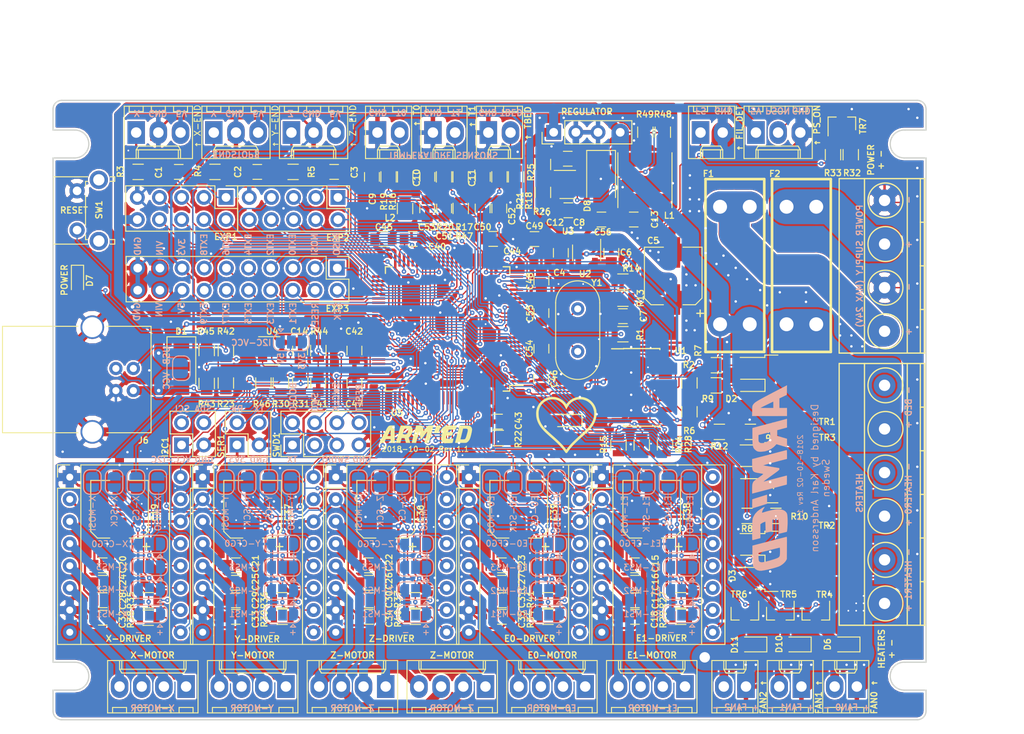
<source format=kicad_pcb>
(kicad_pcb (version 20171130) (host pcbnew "(5.1.9)-1")
  (title_block (title "Armed 3D Printer Controller") (rev 1.1) (company "Object Technologies Sweden"))
  (layers (0 F.Cu signal) (31 B.Cu signal) (34 B.Paste user hide) (35 F.Paste user hide) (36 B.SilkS user) (37 F.SilkS user hide) (38 B.Mask user) (39 F.Mask user) (44 Edge.Cuts user))
  (net 0 "")
  (net 1 "Net-(A1-Pad3)")
  (net 2 "Net-(A1-Pad4)")
  (net 3 "Net-(A1-Pad5)")
  (net 4 "Net-(A1-Pad6)")
  (net 5 "Net-(A2-Pad3)")
  (net 6 "Net-(A2-Pad4)")
  (net 7 "Net-(A2-Pad5)")
  (net 8 "Net-(A2-Pad6)")
  (net 9 "Net-(A3-Pad3)")
  (net 10 "Net-(A3-Pad4)")
  (net 11 "Net-(A3-Pad5)")
  (net 12 "Net-(A3-Pad6)")
  (net 13 "Net-(A4-Pad3)")
  (net 14 "Net-(A4-Pad4)")
  (net 15 "Net-(A4-Pad5)")
  (net 16 "Net-(A4-Pad6)")
  (net 17 "Net-(A5-Pad3)")
  (net 18 "Net-(A5-Pad4)")
  (net 19 "Net-(A5-Pad5)")
  (net 20 "Net-(A5-Pad6)")
  (net 21 GND)
  (net 22 12V1)
  (net 23 12V2)
  (net 24 +3V3)
  (net 25 +5V)
  (net 26 HEATBED-)
  (net 27 VREF+)
  (net 28 VDDA)
  (net 29 USB_DM)
  (net 30 USB_DP)
  (net 31 "Net-(R7-Pad1)")
  (net 32 "Net-(R11-Pad2)")
  (net 33 "Net-(R11-Pad1)")
  (net 34 SDA)
  (net 35 SCL)
  (net 36 VIN1)
  (net 37 VIN2)
  (net 38 TEMP_0_PIN)
  (net 39 X_MIN_PIN)
  (net 40 Y_MIN_PIN)
  (net 41 Z_MIN_PIN)
  (net 42 TEMP_1_PIN)
  (net 43 TEMP_2_PIN)
  (net 44 SPI_MOSI)
  (net 45 SPI_SCK)
  (net 46 SPI_MISO)
  (net 47 HEATER_BED_PIN)
  (net 48 HEATER_0_PIN)
  (net 49 HEATER_1_PIN)
  (net 50 "Net-(R17-Pad2)")
  (net 51 FAN0_PIN)
  (net 52 FAN1_PIN)
  (net 53 FAN2_PIN)
  (net 54 3V3_FAILURE)
  (net 55 E1_CS_PIN)
  (net 56 X_CS_PIN)
  (net 57 E0_CS_PIN)
  (net 58 Z_CS_PIN)
  (net 59 Y_CS_PIN)
  (net 60 FAN0-)
  (net 61 FAN1-)
  (net 62 FAN2-)
  (net 63 HEATER0-)
  (net 64 HEATER1-)
  (net 65 X_ENABLE_PIN)
  (net 66 X_STEP_PIN)
  (net 67 X_DIR_PIN)
  (net 68 E0_ENABLE_PIN)
  (net 69 E0_STEP_PIN)
  (net 70 E0_DIR_PIN)
  (net 71 Y_ENABLE_PIN)
  (net 72 Y_STEP_PIN)
  (net 73 Y_DIR_PIN)
  (net 74 BEEPER_PIN)
  (net 75 LCD_PINS_ENABLE)
  (net 76 LCD_PINS_RS)
  (net 77 LCD_PINS_D4)
  (net 78 LCD_PINS_D5)
  (net 79 LCD_PINS_D6)
  (net 80 LCD_PINS_D7)
  (net 81 KILL_PIN)
  (net 82 PS_ON)
  (net 83 PS_ON_PIN)
  (net 84 Z_ENABLE_PIN)
  (net 85 Z_STEP_PIN)
  (net 86 Z_DIR_PIN)
  (net 87 BTN_ENC1)
  (net 88 BTN_ENC2)
  (net 89 SD_CS)
  (net 90 BTN_ENC3)
  (net 91 SD_DETECT_PIN)
  (net 92 FILAMENT_PIN)
  (net 93 E1_ENABLE_PIN)
  (net 94 E1_DIR_PIN)
  (net 95 E1_STEP_PIN)
  (net 96 BOOT0)
  (net 97 VCAP_1)
  (net 98 VCAP_2)
  (net 99 SWDIO)
  (net 100 SWCLK)
  (net 101 EXT0_PIN)
  (net 102 EXT1_PIN)
  (net 103 EXT2_PIN)
  (net 104 EXT3_PIN)
  (net 105 EXT4_PIN)
  (net 106 EXT5_PIN)
  (net 107 EXT6_PIN)
  (net 108 EXT7_PIN)
  (net 109 EXT8_PIN)
  (net 110 EXT9_PIN)
  (net 111 POWER_MONITOR)
  (net 112 LED_PIN)
  (net 113 "Net-(D2-Pad2)")
  (net 114 "Net-(D3-Pad2)")
  (net 115 "Net-(D4-Pad2)")
  (net 116 TX_PIN)
  (net 117 RX_PIN)
  (net 118 RESET)
  (net 119 "Net-(D7-Pad2)")
  (net 120 "Net-(D5-Pad2)")
  (net 121 "Net-(A1-Pad10)")
  (net 122 "Net-(A1-Pad11)")
  (net 123 "Net-(A2-Pad10)")
  (net 124 "Net-(A2-Pad11)")
  (net 125 "Net-(A3-Pad10)")
  (net 126 "Net-(A3-Pad11)")
  (net 127 "Net-(A4-Pad10)")
  (net 128 "Net-(A4-Pad11)")
  (net 129 "Net-(A5-Pad10)")
  (net 130 "Net-(A5-Pad11)")
  (net 131 "Net-(A1-Pad12)")
  (net 132 "Net-(A1-Pad13)")
  (net 133 "Net-(C54-Pad2)")
  (net 134 "Net-(A2-Pad13)")
  (net 135 "Net-(A3-Pad13)")
  (net 136 "Net-(A4-Pad13)")
  (net 137 "Net-(A5-Pad13)")
  (net 138 "Net-(A2-Pad12)")
  (net 139 "Net-(A3-Pad12)")
  (net 140 "Net-(A4-Pad12)")
  (net 141 "Net-(A5-Pad12)")
  (net 142 "Net-(C12-Pad2)")
  (net 143 "Net-(C12-Pad1)")
  (net 144 "Net-(C55-Pad2)")
  (net 145 "Net-(D1-Pad2)")
  (net 146 "Net-(J3-Pad1)")
  (net 147 "Net-(J4-Pad1)")
  (net 148 "Net-(J5-Pad1)")
  (net 149 "Net-(R7-Pad2)")
  (net 150 "Net-(R8-Pad1)")
  (net 151 "Net-(R8-Pad2)")
  (net 152 "Net-(R16-Pad2)")
  (net 153 "Net-(R18-Pad2)")
  (net 154 "Net-(R25-Pad2)")
  (net 155 "Net-(R33-Pad1)")
  (net 156 "Net-(R42-Pad1)")
  (net 157 "Net-(R43-Pad1)")
  (net 158 "Net-(JP6-Pad1)")
  (net 159 "Net-(JP26-Pad1)")
  (net 160 "Net-(JP27-Pad1)")
  (net 161 "Net-(JP28-Pad1)")
  (net 162 "Net-(JP29-Pad1)")
  (net 163 SWO)
  (net 164 /VCC_I2C)
  (net 165 "Net-(SWD1-Pad3)")
  (net 166 "Net-(U2-Pad4)")
  (net 167 "Net-(U5-Pad5)")
  (net 168 "Net-(U5-Pad6)")
  (net 169 "Net-(U5-Pad7)")
  (net 170 "Net-(U5-Pad8)")
  (net 171 "Net-(U5-Pad9)")
  (net 172 "Net-(U5-Pad46)")
  (net 173 "Net-(U5-Pad60)")
  (net 174 "Net-(U5-Pad61)")
  (net 175 "Net-(U5-Pad62)")
  (net 176 "Net-(U5-Pad68)")
  (net 177 "Net-(R48-Pad1)")
  (module Resistors_SMD:R_0805 (layer F.Cu) (at 149.85 43.65 90)
    (fp_text reference R49 (at 2.05 -2.05 180) (layer F.SilkS) (effects (font (size 0.7 0.7) (thickness 0.14))))
    (fp_text value 47k)
    (pad 2 smd rect (at 0.95 0 90) (size 0.7 1.3) (layers F.Cu F.Paste F.Mask) (net 177 "Net-(R48-Pad1)"))
    (pad 1 smd rect (at -0.95 0 90) (size 0.7 1.3) (layers F.Cu F.Paste F.Mask) (net 21 GND))
  )
  (module Resistors_SMD:R_0805 (layer F.Cu) (at 147.85 43.65 270)
    (fp_text reference R48 (at -2.05 -2) (layer F.SilkS) (effects (font (size 0.7 0.7) (thickness 0.14))))
    (fp_text value 47k)
    (pad 2 smd rect (at 0.95 0 270) (size 0.7 1.3) (layers F.Cu F.Paste F.Mask) (net 22 12V1))
    (pad 1 smd rect (at -0.95 0 270) (size 0.7 1.3) (layers F.Cu F.Paste F.Mask) (net 177 "Net-(R48-Pad1)"))
  )
  (module Diodes_SMD:D_SOD-323 (layer F.Cu) (at 165.344 102.364 180)
    (fp_text reference D10 (at 2.169 0.039 270) (layer F.SilkS) (effects (font (size 0.7 0.7) (thickness 0.14))))
    (fp_text value 1N4148WS)
    (pad 1 smd rect (at -1.05 0 180) (size 0.6 0.45) (layers F.Cu F.Paste F.Mask) (net 22 12V1))
    (pad 2 smd rect (at 1.05 0 180) (size 0.6 0.45) (layers F.Cu F.Paste F.Mask) (net 61 FAN1-))
  )
  (module Diodes_SMD:D_SOD-323 (layer F.Cu) (at 160.264 102.364 180)
    (fp_text reference D11 (at 2.189 -0.011 270) (layer F.SilkS) (effects (font (size 0.7 0.7) (thickness 0.14))))
    (fp_text value 1N4148WS)
    (pad 1 smd rect (at -1.05 0 180) (size 0.6 0.45) (layers F.Cu F.Paste F.Mask) (net 22 12V1))
    (pad 2 smd rect (at 1.05 0 180) (size 0.6 0.45) (layers F.Cu F.Paste F.Mask) (net 62 FAN2-))
  )
  (module Diodes_SMD:D_SOD-323 (layer F.Cu) (at 170.932 102.364 180)
    (fp_text reference D6 (at 2.207 0.014 270) (layer F.SilkS) (effects (font (size 0.7 0.7) (thickness 0.14))))
    (fp_text value 1N4148WS)
    (pad 1 smd rect (at -1.05 0 180) (size 0.6 0.45) (layers F.Cu F.Paste F.Mask) (net 22 12V1))
    (pad 2 smd rect (at 1.05 0 180) (size 0.6 0.45) (layers F.Cu F.Paste F.Mask) (net 60 FAN0-))
  )
  (module Capacitors_SMD:C_0805 (layer F.Cu) (at 145.278 64.74)
    (fp_text reference C7 (at 2.372 0.01 90) (layer F.SilkS) (effects (font (size 0.7 0.7) (thickness 0.14))))
    (fp_text value 100nF)
    (pad 1 smd rect (at -1 0) (size 1 1.25) (layers F.Cu F.Paste F.Mask) (net 111 POWER_MONITOR))
    (pad 2 smd rect (at 1 0) (size 1 1.25) (layers F.Cu F.Paste F.Mask) (net 21 GND))
  )
  (module Inductors_SMD:L_0805 (layer F.Cu) (at 120.3225 52.4 270)
    (fp_text reference L2 (at 1.05 1.7225) (layer F.SilkS) (effects (font (size 0.7 0.7) (thickness 0.14))))
    (fp_text value 7427920415)
    (pad 1 smd rect (at -0.95 0 270) (size 0.7 1.3) (layers F.Cu F.Paste F.Mask) (net 28 VDDA))
    (pad 2 smd rect (at 0.95 0 270) (size 0.7 1.3) (layers F.Cu F.Paste F.Mask) (net 24 +3V3))
  )
  (module Capacitors_SMD:C_0805 (layer F.Cu) (at 116.18 99.2)
    (fp_text reference C34 (at 2.32 0.2 90) (layer F.SilkS) (effects (font (size 0.7 0.7) (thickness 0.14))))
    (fp_text value 1nF)
    (pad 1 smd rect (at -1 0) (size 1 1.25) (layers F.Cu F.Paste F.Mask) (net 16 "Net-(A4-Pad6)"))
    (pad 2 smd rect (at 1 0) (size 1 1.25) (layers F.Cu F.Paste F.Mask) (net 21 GND))
  )
  (module LEDs:LED_0805 (layer F.Cu) (at 82.8 60.7 270)
    (fp_text reference D7 (at -0.025 -1.4 270) (layer F.SilkS) (effects (font (size 0.7 0.7) (thickness 0.14))))
    (fp_text value LED)
    (pad 2 smd rect (at 1.1 0 90) (size 1.2 1.2) (layers F.Cu F.Paste F.Mask) (net 119 "Net-(D7-Pad2)"))
    (pad 1 smd rect (at -1.1 0 90) (size 1.2 1.2) (layers F.Cu F.Paste F.Mask) (net 21 GND))
  )
  (module Resistors_SMD:R_0805 (layer F.Cu) (at 99.8 72.4 90)
    (fp_text reference R23 (at -2.4 0) (layer F.SilkS) (effects (font (size 0.7 0.7) (thickness 0.14))))
    (fp_text value 1k)
    (pad 1 smd rect (at -0.95 0 90) (size 0.7 1.3) (layers F.Cu F.Paste F.Mask) (net 24 +3V3))
    (pad 2 smd rect (at 0.95 0 90) (size 0.7 1.3) (layers F.Cu F.Paste F.Mask) (net 119 "Net-(D7-Pad2)"))
  )
  (module Jumper:SolderJumper-2_P1.3mm_Open_RoundedPad1.0x1.5mm (layer B.Cu) (at 122.47 83.775 270)
    (fp_text reference JP22 hide)
    (fp_text value Z-MISO (at 3.561667 -0.05 270) (layer B.SilkS) (effects (font (size 0.7 0.7) (thickness 0.11)) (justify mirror)))
    (pad 2 smd custom (at 0.65 0 270) (size 1 0.5) (layers B.Cu B.Mask) (net 136 "Net-(A4-Pad13)") (options (clearance outline) (anchor rect)) (primitives (gr_circle (center 0 -0.25) (end 0.5 -0.25) (width 0)) (gr_circle (center 0 0.25) (end 0.5 0.25) (width 0)) (gr_poly (pts (xy 0 0.75) (xy -0.5 0.75) (xy -0.5 -0.75) (xy 0 -0.75)) (width 0))))
    (pad 1 smd custom (at -0.65 0 270) (size 1 0.5) (layers B.Cu B.Mask) (net 46 SPI_MISO) (options (clearance outline) (anchor rect)) (primitives (gr_circle (center 0 -0.25) (end 0.5 -0.25) (width 0)) (gr_circle (center 0 0.25) (end 0.5 0.25) (width 0)) (gr_poly (pts (xy 0 0.75) (xy 0.5 0.75) (xy 0.5 -0.75) (xy 0 -0.75)) (width 0))))
  )
  (module Resistors_SMD:R_0805 (layer F.Cu) (at 152.898 75.694 270)
    (fp_text reference R6 (at 2.17932 0.02032) (layer F.SilkS) (effects (font (size 0.7 0.7) (thickness 0.14))))
    (fp_text value 33k)
    (pad 1 smd rect (at -0.95 0 270) (size 0.7 1.3) (layers F.Cu F.Paste F.Mask) (net 24 +3V3))
    (pad 2 smd rect (at 0.95 0 270) (size 0.7 1.3) (layers F.Cu F.Paste F.Mask) (net 48 HEATER_0_PIN))
  )
  (module Resistors_SMD:R_0805 (layer F.Cu) (at 150.104 79.5 270)
    (fp_text reference R28 (at -0.08636 -2.67208 270) (layer F.SilkS) (effects (font (size 0.7 0.7) (thickness 0.14))))
    (fp_text value 1k)
    (pad 1 smd rect (at -0.95 0 270) (size 0.7 1.3) (layers F.Cu F.Paste F.Mask) (net 53 FAN2_PIN))
    (pad 2 smd rect (at 0.95 0 270) (size 0.7 1.3) (layers F.Cu F.Paste F.Mask) (net 21 GND))
  )
  (module Pin_Headers:Pin_Header_Straight_2x10_Pitch2.54mm (layer F.Cu) (at 112.56 59.225 270)
    (fp_text reference EXP3 (at 4.65 -0.015) (layer F.SilkS) (effects (font (size 0.7 0.7) (thickness 0.14))))
    (fp_text value Conn_02x10_Odd_Even)
    (pad 1 thru_hole rect (at 0 0 270) (size 1.7 1.7) (drill 1) (layers *.Cu *.Mask) (net 46 SPI_MISO))
    (pad 2 thru_hole oval (at 2.54 0 270) (size 1.7 1.7) (drill 1) (layers *.Cu *.Mask) (net 45 SPI_SCK))
    (pad 3 thru_hole oval (at 0 2.54 270) (size 1.7 1.7) (drill 1) (layers *.Cu *.Mask) (net 44 SPI_MOSI))
    (pad 4 thru_hole oval (at 2.54 2.54 270) (size 1.7 1.7) (drill 1) (layers *.Cu *.Mask) (net 118 RESET))
    (pad 5 thru_hole oval (at 0 5.08 270) (size 1.7 1.7) (drill 1) (layers *.Cu *.Mask) (net 101 EXT0_PIN))
    (pad 6 thru_hole oval (at 2.54 5.08 270) (size 1.7 1.7) (drill 1) (layers *.Cu *.Mask) (net 102 EXT1_PIN))
    (pad 7 thru_hole oval (at 0 7.62 270) (size 1.7 1.7) (drill 1) (layers *.Cu *.Mask) (net 103 EXT2_PIN))
    (pad 8 thru_hole oval (at 2.54 7.62 270) (size 1.7 1.7) (drill 1) (layers *.Cu *.Mask) (net 104 EXT3_PIN))
    (pad 9 thru_hole oval (at 0 10.16 270) (size 1.7 1.7) (drill 1) (layers *.Cu *.Mask) (net 105 EXT4_PIN))
    (pad 10 thru_hole oval (at 2.54 10.16 270) (size 1.7 1.7) (drill 1) (layers *.Cu *.Mask) (net 106 EXT5_PIN))
    (pad 11 thru_hole oval (at 0 12.7 270) (size 1.7 1.7) (drill 1) (layers *.Cu *.Mask) (net 107 EXT6_PIN))
    (pad 12 thru_hole oval (at 2.54 12.7 270) (size 1.7 1.7) (drill 1) (layers *.Cu *.Mask) (net 108 EXT7_PIN))
    (pad 13 thru_hole oval (at 0 15.24 270) (size 1.7 1.7) (drill 1) (layers *.Cu *.Mask) (net 109 EXT8_PIN))
    (pad 14 thru_hole oval (at 2.54 15.24 270) (size 1.7 1.7) (drill 1) (layers *.Cu *.Mask) (net 110 EXT9_PIN))
    (pad 15 thru_hole oval (at 0 17.78 270) (size 1.7 1.7) (drill 1) (layers *.Cu *.Mask) (net 24 +3V3))
    (pad 16 thru_hole oval (at 2.54 17.78 270) (size 1.7 1.7) (drill 1) (layers *.Cu *.Mask) (net 25 +5V))
    (pad 17 thru_hole oval (at 0 20.32 270) (size 1.7 1.7) (drill 1) (layers *.Cu *.Mask) (net 22 12V1))
    (pad 18 thru_hole oval (at 2.54 20.32 270) (size 1.7 1.7) (drill 1) (layers *.Cu *.Mask) (net 22 12V1))
    (pad 19 thru_hole oval (at 0 22.86 270) (size 1.7 1.7) (drill 1) (layers *.Cu *.Mask) (net 21 GND))
    (pad 20 thru_hole oval (at 2.54 22.86 270) (size 1.7 1.7) (drill 1) (layers *.Cu *.Mask) (net 21 GND))
  )
  (module Resistors_SMD:R_0805 (layer F.Cu) (at 104.1 72.4 270)
    (fp_text reference R46 (at 2.4 0.2 180) (layer F.SilkS) (effects (font (size 0.7 0.7) (thickness 0.14))))
    (fp_text value 100k)
    (pad 1 smd rect (at -0.95 0 270) (size 0.7 1.3) (layers F.Cu F.Paste F.Mask) (net 21 GND))
    (pad 2 smd rect (at 0.95 0 270) (size 0.7 1.3) (layers F.Cu F.Paste F.Mask) (net 96 BOOT0))
  )
  (module Housings_QFP:LQFP-100_14x14mm_Pitch0.5mm (layer F.Cu) (at 125.2 66.201312 180)
    (fp_text reference U5 (at 5.8 -9.598688 180) (layer F.SilkS) (effects (font (size 0.7 0.7) (thickness 0.14))))
    (fp_text value "STM32F407V(E-G)Tx")
    (pad 1 smd rect (at -7.9 -6 180) (size 1.5 0.28) (layers F.Cu F.Paste F.Mask) (net 94 E1_DIR_PIN))
    (pad 2 smd rect (at -7.9 -5.5 180) (size 1.5 0.28) (layers F.Cu F.Paste F.Mask) (net 93 E1_ENABLE_PIN))
    (pad 3 smd rect (at -7.9 -5 180) (size 1.5 0.28) (layers F.Cu F.Paste F.Mask) (net 95 E1_STEP_PIN))
    (pad 4 smd rect (at -7.9 -4.5 180) (size 1.5 0.28) (layers F.Cu F.Paste F.Mask) (net 55 E1_CS_PIN))
    (pad 5 smd rect (at -7.9 -4 180) (size 1.5 0.28) (layers F.Cu F.Paste F.Mask) (net 167 "Net-(U5-Pad5)"))
    (pad 6 smd rect (at -7.9 -3.5 180) (size 1.5 0.28) (layers F.Cu F.Paste F.Mask) (net 168 "Net-(U5-Pad6)"))
    (pad 7 smd rect (at -7.9 -3 180) (size 1.5 0.28) (layers F.Cu F.Paste F.Mask) (net 169 "Net-(U5-Pad7)"))
    (pad 8 smd rect (at -7.9 -2.5 180) (size 1.5 0.28) (layers F.Cu F.Paste F.Mask) (net 170 "Net-(U5-Pad8)"))
    (pad 9 smd rect (at -7.9 -2 180) (size 1.5 0.28) (layers F.Cu F.Paste F.Mask) (net 171 "Net-(U5-Pad9)"))
    (pad 10 smd rect (at -7.9 -1.5 180) (size 1.5 0.28) (layers F.Cu F.Paste F.Mask) (net 21 GND))
    (pad 11 smd rect (at -7.9 -1 180) (size 1.5 0.28) (layers F.Cu F.Paste F.Mask) (net 24 +3V3))
    (pad 12 smd rect (at -7.9 -0.5 180) (size 1.5 0.28) (layers F.Cu F.Paste F.Mask) (net 133 "Net-(C54-Pad2)"))
    (pad 13 smd rect (at -7.9 0 180) (size 1.5 0.28) (layers F.Cu F.Paste F.Mask) (net 144 "Net-(C55-Pad2)"))
    (pad 14 smd rect (at -7.9 0.5 180) (size 1.5 0.28) (layers F.Cu F.Paste F.Mask) (net 118 RESET))
    (pad 15 smd rect (at -7.9 1 180) (size 1.5 0.28) (layers F.Cu F.Paste F.Mask) (net 38 TEMP_0_PIN))
    (pad 16 smd rect (at -7.9 1.5 180) (size 1.5 0.28) (layers F.Cu F.Paste F.Mask) (net 42 TEMP_1_PIN))
    (pad 17 smd rect (at -7.9 2 180) (size 1.5 0.28) (layers F.Cu F.Paste F.Mask) (net 43 TEMP_2_PIN))
    (pad 18 smd rect (at -7.9 2.5 180) (size 1.5 0.28) (layers F.Cu F.Paste F.Mask) (net 87 BTN_ENC1))
    (pad 19 smd rect (at -7.9 3 180) (size 1.5 0.28) (layers F.Cu F.Paste F.Mask) (net 24 +3V3))
    (pad 20 smd rect (at -7.9 3.5 180) (size 1.5 0.28) (layers F.Cu F.Paste F.Mask) (net 21 GND))
    (pad 21 smd rect (at -7.9 4 180) (size 1.5 0.28) (layers F.Cu F.Paste F.Mask) (net 27 VREF+))
    (pad 22 smd rect (at -7.9 4.5 180) (size 1.5 0.28) (layers F.Cu F.Paste F.Mask) (net 28 VDDA))
    (pad 23 smd rect (at -7.9 5 180) (size 1.5 0.28) (layers F.Cu F.Paste F.Mask) (net 47 HEATER_BED_PIN))
    (pad 24 smd rect (at -7.9 5.5 180) (size 1.5 0.28) (layers F.Cu F.Paste F.Mask) (net 48 HEATER_0_PIN))
    (pad 25 smd rect (at -7.9 6 180) (size 1.5 0.28) (layers F.Cu F.Paste F.Mask) (net 49 HEATER_1_PIN))
    (pad 26 smd rect (at -6 7.9 270) (size 1.5 0.28) (layers F.Cu F.Paste F.Mask) (net 92 FILAMENT_PIN))
    (pad 27 smd rect (at -5.5 7.9 270) (size 1.5 0.28) (layers F.Cu F.Paste F.Mask) (net 21 GND))
    (pad 28 smd rect (at -5 7.9 270) (size 1.5 0.28) (layers F.Cu F.Paste F.Mask) (net 24 +3V3))
    (pad 29 smd rect (at -4.5 7.9 270) (size 1.5 0.28) (layers F.Cu F.Paste F.Mask) (net 111 POWER_MONITOR))
    (pad 30 smd rect (at -4 7.9 270) (size 1.5 0.28) (layers F.Cu F.Paste F.Mask) (net 45 SPI_SCK))
    (pad 31 smd rect (at -3.5 7.9 270) (size 1.5 0.28) (layers F.Cu F.Paste F.Mask) (net 46 SPI_MISO))
    (pad 32 smd rect (at -3 7.9 270) (size 1.5 0.28) (layers F.Cu F.Paste F.Mask) (net 44 SPI_MOSI))
    (pad 33 smd rect (at -2.5 7.9 270) (size 1.5 0.28) (layers F.Cu F.Paste F.Mask) (net 88 BTN_ENC2))
    (pad 34 smd rect (at -2 7.9 270) (size 1.5 0.28) (layers F.Cu F.Paste F.Mask) (net 90 BTN_ENC3))
    (pad 35 smd rect (at -1.5 7.9 270) (size 1.5 0.28) (layers F.Cu F.Paste F.Mask) (net 101 EXT0_PIN))
    (pad 36 smd rect (at -1 7.9 270) (size 1.5 0.28) (layers F.Cu F.Paste F.Mask) (net 102 EXT1_PIN))
    (pad 37 smd rect (at -0.5 7.9 270) (size 1.5 0.28) (layers F.Cu F.Paste F.Mask) (net 103 EXT2_PIN))
    (pad 38 smd rect (at 0 7.9 270) (size 1.5 0.28) (layers F.Cu F.Paste F.Mask) (net 89 SD_CS))
    (pad 39 smd rect (at 0.5 7.9 270) (size 1.5 0.28) (layers F.Cu F.Paste F.Mask) (net 75 LCD_PINS_ENABLE))
    (pad 40 smd rect (at 1 7.9 270) (size 1.5 0.28) (layers F.Cu F.Paste F.Mask) (net 76 LCD_PINS_RS))
    (pad 41 smd rect (at 1.5 7.9 270) (size 1.5 0.28) (layers F.Cu F.Paste F.Mask) (net 73 Y_DIR_PIN))
    (pad 42 smd rect (at 2 7.9 270) (size 1.5 0.28) (layers F.Cu F.Paste F.Mask) (net 72 Y_STEP_PIN))
    (pad 43 smd rect (at 2.5 7.9 270) (size 1.5 0.28) (layers F.Cu F.Paste F.Mask) (net 59 Y_CS_PIN))
    (pad 44 smd rect (at 3 7.9 270) (size 1.5 0.28) (layers F.Cu F.Paste F.Mask) (net 71 Y_ENABLE_PIN))
    (pad 45 smd rect (at 3.5 7.9 270) (size 1.5 0.28) (layers F.Cu F.Paste F.Mask) (net 41 Z_MIN_PIN))
    (pad 46 smd rect (at 4 7.9 270) (size 1.5 0.28) (layers F.Cu F.Paste F.Mask) (net 172 "Net-(U5-Pad46)"))
    (pad 47 smd rect (at 4.5 7.9 270) (size 1.5 0.28) (layers F.Cu F.Paste F.Mask) (net 109 EXT8_PIN))
    (pad 48 smd rect (at 5 7.9 270) (size 1.5 0.28) (layers F.Cu F.Paste F.Mask) (net 110 EXT9_PIN))
    (pad 49 smd rect (at 5.5 7.9 270) (size 1.5 0.28) (layers F.Cu F.Paste F.Mask) (net 97 VCAP_1))
    (pad 50 smd rect (at 6 7.9 270) (size 1.5 0.28) (layers F.Cu F.Paste F.Mask) (net 24 +3V3))
    (pad 51 smd rect (at 7.9 6 180) (size 1.5 0.28) (layers F.Cu F.Paste F.Mask) (net 77 LCD_PINS_D4))
    (pad 52 smd rect (at 7.9 5.5 180) (size 1.5 0.28) (layers F.Cu F.Paste F.Mask) (net 78 LCD_PINS_D5))
    (pad 53 smd rect (at 7.9 5 180) (size 1.5 0.28) (layers F.Cu F.Paste F.Mask) (net 79 LCD_PINS_D6))
    (pad 54 smd rect (at 7.9 4.5 180) (size 1.5 0.28) (layers F.Cu F.Paste F.Mask) (net 80 LCD_PINS_D7))
    (pad 55 smd rect (at 7.9 4 180) (size 1.5 0.28) (layers F.Cu F.Paste F.Mask) (net 104 EXT3_PIN))
    (pad 56 smd rect (at 7.9 3.5 180) (size 1.5 0.28) (layers F.Cu F.Paste F.Mask) (net 105 EXT4_PIN))
    (pad 57 smd rect (at 7.9 3 180) (size 1.5 0.28) (layers F.Cu F.Paste F.Mask) (net 106 EXT5_PIN))
    (pad 58 smd rect (at 7.9 2.5 180) (size 1.5 0.28) (layers F.Cu F.Paste F.Mask) (net 107 EXT6_PIN))
    (pad 59 smd rect (at 7.9 2 180) (size 1.5 0.28) (layers F.Cu F.Paste F.Mask) (net 108 EXT7_PIN))
    (pad 60 smd rect (at 7.9 1.5 180) (size 1.5 0.28) (layers F.Cu F.Paste F.Mask) (net 173 "Net-(U5-Pad60)"))
    (pad 61 smd rect (at 7.9 1 180) (size 1.5 0.28) (layers F.Cu F.Paste F.Mask) (net 174 "Net-(U5-Pad61)"))
    (pad 62 smd rect (at 7.9 0.5 180) (size 1.5 0.28) (layers F.Cu F.Paste F.Mask) (net 175 "Net-(U5-Pad62)"))
    (pad 63 smd rect (at 7.9 0 180) (size 1.5 0.28) (layers F.Cu F.Paste F.Mask) (net 51 FAN0_PIN))
    (pad 64 smd rect (at 7.9 -0.5 180) (size 1.5 0.28) (layers F.Cu F.Paste F.Mask) (net 52 FAN1_PIN))
    (pad 65 smd rect (at 7.9 -1 180) (size 1.5 0.28) (layers F.Cu F.Paste F.Mask) (net 53 FAN2_PIN))
    (pad 66 smd rect (at 7.9 -1.5 180) (size 1.5 0.28) (layers F.Cu F.Paste F.Mask) (net 74 BEEPER_PIN))
    (pad 67 smd rect (at 7.9 -2 180) (size 1.5 0.28) (layers F.Cu F.Paste F.Mask) (net 81 KILL_PIN))
    (pad 68 smd rect (at 7.9 -2.5 180) (size 1.5 0.28) (layers F.Cu F.Paste F.Mask) (net 176 "Net-(U5-Pad68)"))
    (pad 69 smd rect (at 7.9 -3 180) (size 1.5 0.28) (layers F.Cu F.Paste F.Mask) (net 83 PS_ON_PIN))
    (pad 70 smd rect (at 7.9 -3.5 180) (size 1.5 0.28) (layers F.Cu F.Paste F.Mask) (net 156 "Net-(R42-Pad1)"))
    (pad 71 smd rect (at 7.9 -4 180) (size 1.5 0.28) (layers F.Cu F.Paste F.Mask) (net 157 "Net-(R43-Pad1)"))
    (pad 72 smd rect (at 7.9 -4.5 180) (size 1.5 0.28) (layers F.Cu F.Paste F.Mask) (net 99 SWDIO))
    (pad 73 smd rect (at 7.9 -5 180) (size 1.5 0.28) (layers F.Cu F.Paste F.Mask) (net 98 VCAP_2))
    (pad 74 smd rect (at 7.9 -5.5 180) (size 1.5 0.28) (layers F.Cu F.Paste F.Mask) (net 21 GND))
    (pad 75 smd rect (at 7.9 -6 180) (size 1.5 0.28) (layers F.Cu F.Paste F.Mask) (net 24 +3V3))
    (pad 76 smd rect (at 6 -7.9 270) (size 1.5 0.28) (layers F.Cu F.Paste F.Mask) (net 100 SWCLK))
    (pad 77 smd rect (at 5.5 -7.9 270) (size 1.5 0.28) (layers F.Cu F.Paste F.Mask) (net 91 SD_DETECT_PIN))
    (pad 78 smd rect (at 5 -7.9 270) (size 1.5 0.28) (layers F.Cu F.Paste F.Mask) (net 116 TX_PIN))
    (pad 79 smd rect (at 4.5 -7.9 270) (size 1.5 0.28) (layers F.Cu F.Paste F.Mask) (net 117 RX_PIN))
    (pad 80 smd rect (at 4 -7.9 270) (size 1.5 0.28) (layers F.Cu F.Paste F.Mask) (net 68 E0_ENABLE_PIN))
    (pad 81 smd rect (at 3.5 -7.9 270) (size 1.5 0.28) (layers F.Cu F.Paste F.Mask) (net 65 X_ENABLE_PIN))
    (pad 82 smd rect (at 3 -7.9 270) (size 1.5 0.28) (layers F.Cu F.Paste F.Mask) (net 56 X_CS_PIN))
    (pad 83 smd rect (at 2.5 -7.9 270) (size 1.5 0.28) (layers F.Cu F.Paste F.Mask) (net 67 X_DIR_PIN))
    (pad 84 smd rect (at 2 -7.9 270) (size 1.5 0.28) (layers F.Cu F.Paste F.Mask) (net 66 X_STEP_PIN))
    (pad 85 smd rect (at 1.5 -7.9 270) (size 1.5 0.28) (layers F.Cu F.Paste F.Mask) (net 84 Z_ENABLE_PIN))
    (pad 86 smd rect (at 1 -7.9 270) (size 1.5 0.28) (layers F.Cu F.Paste F.Mask) (net 58 Z_CS_PIN))
    (pad 87 smd rect (at 0.5 -7.9 270) (size 1.5 0.28) (layers F.Cu F.Paste F.Mask) (net 85 Z_STEP_PIN))
    (pad 88 smd rect (at 0 -7.9 270) (size 1.5 0.28) (layers F.Cu F.Paste F.Mask) (net 86 Z_DIR_PIN))
    (pad 89 smd rect (at -0.5 -7.9 270) (size 1.5 0.28) (layers F.Cu F.Paste F.Mask) (net 163 SWO))
    (pad 90 smd rect (at -1 -7.9 270) (size 1.5 0.28) (layers F.Cu F.Paste F.Mask) (net 57 E0_CS_PIN))
    (pad 91 smd rect (at -1.5 -7.9 270) (size 1.5 0.28) (layers F.Cu F.Paste F.Mask) (net 69 E0_STEP_PIN))
    (pad 92 smd rect (at -2 -7.9 270) (size 1.5 0.28) (layers F.Cu F.Paste F.Mask) (net 70 E0_DIR_PIN))
    (pad 93 smd rect (at -2.5 -7.9 270) (size 1.5 0.28) (layers F.Cu F.Paste F.Mask) (net 112 LED_PIN))
    (pad 94 smd rect (at -3 -7.9 270) (size 1.5 0.28) (layers F.Cu F.Paste F.Mask) (net 96 BOOT0))
    (pad 95 smd rect (at -3.5 -7.9 270) (size 1.5 0.28) (layers F.Cu F.Paste F.Mask) (net 35 SCL))
    (pad 96 smd rect (at -4 -7.9 270) (size 1.5 0.28) (layers F.Cu F.Paste F.Mask) (net 34 SDA))
    (pad 97 smd rect (at -4.5 -7.9 270) (size 1.5 0.28) (layers F.Cu F.Paste F.Mask) (net 39 X_MIN_PIN))
    (pad 98 smd rect (at -5 -7.9 270) (size 1.5 0.28) (layers F.Cu F.Paste F.Mask) (net 40 Y_MIN_PIN))
    (pad 99 smd rect (at -5.5 -7.9 270) (size 1.5 0.28) (layers F.Cu F.Paste F.Mask) (net 21 GND))
    (pad 100 smd rect (at -6 -7.9 270) (size 1.5 0.28) (layers F.Cu F.Paste F.Mask) (net 24 +3V3))
  )
  (module Connectors_Molex:Molex_KK-6410-02_02x2.54mm_Straight (layer F.Cu) (at 159.375 107.19 180)
    (fp_text reference FAN3 hide)
    (fp_text value Conn_01x02)
    (pad 1 thru_hole rect (at 0 0 180) (size 2 2.6) (drill 1.2) (layers *.Cu *.Mask) (net 22 12V1))
    (pad 2 thru_hole oval (at 2.54 0 180) (size 2 2.6) (drill 1.2) (layers *.Cu *.Mask) (net 62 FAN2-))
  )
  (module Connectors:USB_B (layer F.Cu) (at 89.2 73.27 180)
    (fp_text reference J6 (at -1.15 -5.705) (layer F.SilkS) (effects (font (size 0.7 0.7) (thickness 0.14))))
    (fp_text value USB_B)
    (pad 2 thru_hole circle (at 0 2.54 90) (size 1.52 1.52) (drill 0.81) (layers *.Cu *.Mask) (net 29 USB_DM))
    (pad 1 thru_hole circle (at 0 0 90) (size 1.52 1.52) (drill 0.81) (layers *.Cu *.Mask) (net 145 "Net-(D1-Pad2)"))
    (pad 4 thru_hole circle (at 2 0 90) (size 1.52 1.52) (drill 0.81) (layers *.Cu *.Mask) (net 21 GND))
    (pad 3 thru_hole circle (at 2 2.54 90) (size 1.52 1.52) (drill 0.81) (layers *.Cu *.Mask) (net 30 USB_DP))
    (pad 5 thru_hole circle (at 4.7 7.27 90) (size 2.7 2.7) (drill 2.3) (layers *.Cu *.Mask) (net 21 GND))
    (pad 5 thru_hole circle (at 4.7 -4.73 90) (size 2.7 2.7) (drill 2.3) (layers *.Cu *.Mask) (net 21 GND))
  )
  (module Modules:Pololu_Breakout-16_15.2x20.3mm (layer F.Cu) (at 81.915 83.185)
    (fp_text reference A2 hide)
    (fp_text value Pololu_Breakout_A4988)
    (pad 1 thru_hole rect (at 0 0) (size 1.6 1.6) (drill 0.8) (layers *.Cu *.Mask) (net 21 GND))
    (pad 9 thru_hole oval (at 12.7 17.78) (size 1.6 1.6) (drill 0.8) (layers *.Cu *.Mask) (net 65 X_ENABLE_PIN))
    (pad 2 thru_hole oval (at 0 2.54) (size 1.6 1.6) (drill 0.8) (layers *.Cu *.Mask) (net 24 +3V3))
    (pad 10 thru_hole oval (at 12.7 15.24) (size 1.6 1.6) (drill 0.8) (layers *.Cu *.Mask) (net 123 "Net-(A2-Pad10)"))
    (pad 3 thru_hole oval (at 0 5.08) (size 1.6 1.6) (drill 0.8) (layers *.Cu *.Mask) (net 5 "Net-(A2-Pad3)"))
    (pad 11 thru_hole oval (at 12.7 12.7) (size 1.6 1.6) (drill 0.8) (layers *.Cu *.Mask) (net 124 "Net-(A2-Pad11)"))
    (pad 4 thru_hole oval (at 0 7.62) (size 1.6 1.6) (drill 0.8) (layers *.Cu *.Mask) (net 6 "Net-(A2-Pad4)"))
    (pad 12 thru_hole oval (at 12.7 10.16) (size 1.6 1.6) (drill 0.8) (layers *.Cu *.Mask) (net 138 "Net-(A2-Pad12)"))
    (pad 5 thru_hole oval (at 0 10.16) (size 1.6 1.6) (drill 0.8) (layers *.Cu *.Mask) (net 7 "Net-(A2-Pad5)"))
    (pad 13 thru_hole oval (at 12.7 7.62) (size 1.6 1.6) (drill 0.8) (layers *.Cu *.Mask) (net 134 "Net-(A2-Pad13)"))
    (pad 6 thru_hole oval (at 0 12.7) (size 1.6 1.6) (drill 0.8) (layers *.Cu *.Mask) (net 8 "Net-(A2-Pad6)"))
    (pad 14 thru_hole oval (at 12.7 5.08) (size 1.6 1.6) (drill 0.8) (layers *.Cu *.Mask) (net 24 +3V3))
    (pad 7 thru_hole oval (at 0 15.24) (size 1.6 1.6) (drill 0.8) (layers *.Cu *.Mask) (net 21 GND))
    (pad 15 thru_hole oval (at 12.7 2.54) (size 1.6 1.6) (drill 0.8) (layers *.Cu *.Mask) (net 66 X_STEP_PIN))
    (pad 8 thru_hole oval (at 0 17.78) (size 1.6 1.6) (drill 0.8) (layers *.Cu *.Mask) (net 22 12V1))
    (pad 16 thru_hole oval (at 12.7 0) (size 1.6 1.6) (drill 0.8) (layers *.Cu *.Mask) (net 67 X_DIR_PIN))
  )
  (module Modules:Pololu_Breakout-16_15.2x20.3mm (layer F.Cu) (at 97.145 83.185)
    (fp_text reference A3 hide)
    (fp_text value Pololu_Breakout_A4988)
    (pad 1 thru_hole rect (at 0 0) (size 1.6 1.6) (drill 0.8) (layers *.Cu *.Mask) (net 21 GND))
    (pad 9 thru_hole oval (at 12.7 17.78) (size 1.6 1.6) (drill 0.8) (layers *.Cu *.Mask) (net 71 Y_ENABLE_PIN))
    (pad 2 thru_hole oval (at 0 2.54) (size 1.6 1.6) (drill 0.8) (layers *.Cu *.Mask) (net 24 +3V3))
    (pad 10 thru_hole oval (at 12.7 15.24) (size 1.6 1.6) (drill 0.8) (layers *.Cu *.Mask) (net 125 "Net-(A3-Pad10)"))
    (pad 3 thru_hole oval (at 0 5.08) (size 1.6 1.6) (drill 0.8) (layers *.Cu *.Mask) (net 9 "Net-(A3-Pad3)"))
    (pad 11 thru_hole oval (at 12.7 12.7) (size 1.6 1.6) (drill 0.8) (layers *.Cu *.Mask) (net 126 "Net-(A3-Pad11)"))
    (pad 4 thru_hole oval (at 0 7.62) (size 1.6 1.6) (drill 0.8) (layers *.Cu *.Mask) (net 10 "Net-(A3-Pad4)"))
    (pad 12 thru_hole oval (at 12.7 10.16) (size 1.6 1.6) (drill 0.8) (layers *.Cu *.Mask) (net 139 "Net-(A3-Pad12)"))
    (pad 5 thru_hole oval (at 0 10.16) (size 1.6 1.6) (drill 0.8) (layers *.Cu *.Mask) (net 11 "Net-(A3-Pad5)"))
    (pad 13 thru_hole oval (at 12.7 7.62) (size 1.6 1.6) (drill 0.8) (layers *.Cu *.Mask) (net 135 "Net-(A3-Pad13)"))
    (pad 6 thru_hole oval (at 0 12.7) (size 1.6 1.6) (drill 0.8) (layers *.Cu *.Mask) (net 12 "Net-(A3-Pad6)"))
    (pad 14 thru_hole oval (at 12.7 5.08) (size 1.6 1.6) (drill 0.8) (layers *.Cu *.Mask) (net 24 +3V3))
    (pad 7 thru_hole oval (at 0 15.24) (size 1.6 1.6) (drill 0.8) (layers *.Cu *.Mask) (net 21 GND))
    (pad 15 thru_hole oval (at 12.7 2.54) (size 1.6 1.6) (drill 0.8) (layers *.Cu *.Mask) (net 72 Y_STEP_PIN))
    (pad 8 thru_hole oval (at 0 17.78) (size 1.6 1.6) (drill 0.8) (layers *.Cu *.Mask) (net 22 12V1))
    (pad 16 thru_hole oval (at 12.7 0) (size 1.6 1.6) (drill 0.8) (layers *.Cu *.Mask) (net 73 Y_DIR_PIN))
  )
  (module Modules:Pololu_Breakout-16_15.2x20.3mm (layer F.Cu) (at 112.385 83.185)
    (fp_text reference A4 hide)
    (fp_text value Pololu_Breakout_A4988)
    (pad 1 thru_hole rect (at 0 0) (size 1.6 1.6) (drill 0.8) (layers *.Cu *.Mask) (net 21 GND))
    (pad 9 thru_hole oval (at 12.7 17.78) (size 1.6 1.6) (drill 0.8) (layers *.Cu *.Mask) (net 84 Z_ENABLE_PIN))
    (pad 2 thru_hole oval (at 0 2.54) (size 1.6 1.6) (drill 0.8) (layers *.Cu *.Mask) (net 24 +3V3))
    (pad 10 thru_hole oval (at 12.7 15.24) (size 1.6 1.6) (drill 0.8) (layers *.Cu *.Mask) (net 127 "Net-(A4-Pad10)"))
    (pad 3 thru_hole oval (at 0 5.08) (size 1.6 1.6) (drill 0.8) (layers *.Cu *.Mask) (net 13 "Net-(A4-Pad3)"))
    (pad 11 thru_hole oval (at 12.7 12.7) (size 1.6 1.6) (drill 0.8) (layers *.Cu *.Mask) (net 128 "Net-(A4-Pad11)"))
    (pad 4 thru_hole oval (at 0 7.62) (size 1.6 1.6) (drill 0.8) (layers *.Cu *.Mask) (net 14 "Net-(A4-Pad4)"))
    (pad 12 thru_hole oval (at 12.7 10.16) (size 1.6 1.6) (drill 0.8) (layers *.Cu *.Mask) (net 140 "Net-(A4-Pad12)"))
    (pad 5 thru_hole oval (at 0 10.16) (size 1.6 1.6) (drill 0.8) (layers *.Cu *.Mask) (net 15 "Net-(A4-Pad5)"))
    (pad 13 thru_hole oval (at 12.7 7.62) (size 1.6 1.6) (drill 0.8) (layers *.Cu *.Mask) (net 136 "Net-(A4-Pad13)"))
    (pad 6 thru_hole oval (at 0 12.7) (size 1.6 1.6) (drill 0.8) (layers *.Cu *.Mask) (net 16 "Net-(A4-Pad6)"))
    (pad 14 thru_hole oval (at 12.7 5.08) (size 1.6 1.6) (drill 0.8) (layers *.Cu *.Mask) (net 24 +3V3))
    (pad 7 thru_hole oval (at 0 15.24) (size 1.6 1.6) (drill 0.8) (layers *.Cu *.Mask) (net 21 GND))
    (pad 15 thru_hole oval (at 12.7 2.54) (size 1.6 1.6) (drill 0.8) (layers *.Cu *.Mask) (net 85 Z_STEP_PIN))
    (pad 8 thru_hole oval (at 0 17.78) (size 1.6 1.6) (drill 0.8) (layers *.Cu *.Mask) (net 22 12V1))
    (pad 16 thru_hole oval (at 12.7 0) (size 1.6 1.6) (drill 0.8) (layers *.Cu *.Mask) (net 86 Z_DIR_PIN))
  )
  (module Modules:Pololu_Breakout-16_15.2x20.3mm (layer F.Cu) (at 127.625 83.185)
    (fp_text reference A5 hide)
    (fp_text value Pololu_Breakout_A4988)
    (pad 1 thru_hole rect (at 0 0) (size 1.6 1.6) (drill 0.8) (layers *.Cu *.Mask) (net 21 GND))
    (pad 9 thru_hole oval (at 12.7 17.78) (size 1.6 1.6) (drill 0.8) (layers *.Cu *.Mask) (net 68 E0_ENABLE_PIN))
    (pad 2 thru_hole oval (at 0 2.54) (size 1.6 1.6) (drill 0.8) (layers *.Cu *.Mask) (net 24 +3V3))
    (pad 10 thru_hole oval (at 12.7 15.24) (size 1.6 1.6) (drill 0.8) (layers *.Cu *.Mask) (net 129 "Net-(A5-Pad10)"))
    (pad 3 thru_hole oval (at 0 5.08) (size 1.6 1.6) (drill 0.8) (layers *.Cu *.Mask) (net 17 "Net-(A5-Pad3)"))
    (pad 11 thru_hole oval (at 12.7 12.7) (size 1.6 1.6) (drill 0.8) (layers *.Cu *.Mask) (net 130 "Net-(A5-Pad11)"))
    (pad 4 thru_hole oval (at 0 7.62) (size 1.6 1.6) (drill 0.8) (layers *.Cu *.Mask) (net 18 "Net-(A5-Pad4)"))
    (pad 12 thru_hole oval (at 12.7 10.16) (size 1.6 1.6) (drill 0.8) (layers *.Cu *.Mask) (net 141 "Net-(A5-Pad12)"))
    (pad 5 thru_hole oval (at 0 10.16) (size 1.6 1.6) (drill 0.8) (layers *.Cu *.Mask) (net 19 "Net-(A5-Pad5)"))
    (pad 13 thru_hole oval (at 12.7 7.62) (size 1.6 1.6) (drill 0.8) (layers *.Cu *.Mask) (net 137 "Net-(A5-Pad13)"))
    (pad 6 thru_hole oval (at 0 12.7) (size 1.6 1.6) (drill 0.8) (layers *.Cu *.Mask) (net 20 "Net-(A5-Pad6)"))
    (pad 14 thru_hole oval (at 12.7 5.08) (size 1.6 1.6) (drill 0.8) (layers *.Cu *.Mask) (net 24 +3V3))
    (pad 7 thru_hole oval (at 0 15.24) (size 1.6 1.6) (drill 0.8) (layers *.Cu *.Mask) (net 21 GND))
    (pad 15 thru_hole oval (at 12.7 2.54) (size 1.6 1.6) (drill 0.8) (layers *.Cu *.Mask) (net 69 E0_STEP_PIN))
    (pad 8 thru_hole oval (at 0 17.78) (size 1.6 1.6) (drill 0.8) (layers *.Cu *.Mask) (net 22 12V1))
    (pad 16 thru_hole oval (at 12.7 0) (size 1.6 1.6) (drill 0.8) (layers *.Cu *.Mask) (net 70 E0_DIR_PIN))
  )
  (module Modules:Pololu_Breakout-16_15.2x20.3mm (layer F.Cu) (at 142.865 83.185)
    (fp_text reference A1 hide)
    (fp_text value Pololu_Breakout_A4988)
    (pad 1 thru_hole rect (at 0 0) (size 1.6 1.6) (drill 0.8) (layers *.Cu *.Mask) (net 21 GND))
    (pad 9 thru_hole oval (at 12.7 17.78) (size 1.6 1.6) (drill 0.8) (layers *.Cu *.Mask) (net 93 E1_ENABLE_PIN))
    (pad 2 thru_hole oval (at 0 2.54) (size 1.6 1.6) (drill 0.8) (layers *.Cu *.Mask) (net 24 +3V3))
    (pad 10 thru_hole oval (at 12.7 15.24) (size 1.6 1.6) (drill 0.8) (layers *.Cu *.Mask) (net 121 "Net-(A1-Pad10)"))
    (pad 3 thru_hole oval (at 0 5.08) (size 1.6 1.6) (drill 0.8) (layers *.Cu *.Mask) (net 1 "Net-(A1-Pad3)"))
    (pad 11 thru_hole oval (at 12.7 12.7) (size 1.6 1.6) (drill 0.8) (layers *.Cu *.Mask) (net 122 "Net-(A1-Pad11)"))
    (pad 4 thru_hole oval (at 0 7.62) (size 1.6 1.6) (drill 0.8) (layers *.Cu *.Mask) (net 2 "Net-(A1-Pad4)"))
    (pad 12 thru_hole oval (at 12.7 10.16) (size 1.6 1.6) (drill 0.8) (layers *.Cu *.Mask) (net 131 "Net-(A1-Pad12)"))
    (pad 5 thru_hole oval (at 0 10.16) (size 1.6 1.6) (drill 0.8) (layers *.Cu *.Mask) (net 3 "Net-(A1-Pad5)"))
    (pad 13 thru_hole oval (at 12.7 7.62) (size 1.6 1.6) (drill 0.8) (layers *.Cu *.Mask) (net 132 "Net-(A1-Pad13)"))
    (pad 6 thru_hole oval (at 0 12.7) (size 1.6 1.6) (drill 0.8) (layers *.Cu *.Mask) (net 4 "Net-(A1-Pad6)"))
    (pad 14 thru_hole oval (at 12.7 5.08) (size 1.6 1.6) (drill 0.8) (layers *.Cu *.Mask) (net 24 +3V3))
    (pad 7 thru_hole oval (at 0 15.24) (size 1.6 1.6) (drill 0.8) (layers *.Cu *.Mask) (net 21 GND))
    (pad 15 thru_hole oval (at 12.7 2.54) (size 1.6 1.6) (drill 0.8) (layers *.Cu *.Mask) (net 95 E1_STEP_PIN))
    (pad 8 thru_hole oval (at 0 17.78) (size 1.6 1.6) (drill 0.8) (layers *.Cu *.Mask) (net 22 12V1))
    (pad 16 thru_hole oval (at 12.7 0) (size 1.6 1.6) (drill 0.8) (layers *.Cu *.Mask) (net 94 E1_DIR_PIN))
  )
  (module Capacitors_SMD:CP_Elec_6.3x5.8 (layer F.Cu) (at 133.34 86.87 90)
    (fp_text reference C39 (at -0.33 4.035 270) (layer F.SilkS) (effects (font (size 0.7 0.7) (thickness 0.14))))
    (fp_text value "100uF 35V")
    (fp_text user + (at -4.28 3.01 90) (layer F.SilkS))
    (pad 1 smd rect (at -2.7 0 270) (size 3.5 1.6) (layers F.Cu F.Paste F.Mask) (net 22 12V1))
    (pad 2 smd rect (at 2.7 0 270) (size 3.5 1.6) (layers F.Cu F.Paste F.Mask) (net 21 GND))
  )
  (module Capacitors_SMD:CP_Elec_6.3x5.8 (layer F.Cu) (at 118.1 86.87 90)
    (fp_text reference C36 (at -0.505 4 270) (layer F.SilkS) (effects (font (size 0.7 0.7) (thickness 0.14))))
    (fp_text value "100uF 35V")
    (fp_text user + (at -4.28 3.01 90) (layer F.SilkS))
    (pad 1 smd rect (at -2.7 0 270) (size 3.5 1.6) (layers F.Cu F.Paste F.Mask) (net 22 12V1))
    (pad 2 smd rect (at 2.7 0 270) (size 3.5 1.6) (layers F.Cu F.Paste F.Mask) (net 21 GND))
  )
  (module Capacitors_SMD:CP_Elec_6.3x5.8 (layer F.Cu) (at 87.62 86.87 90)
    (fp_text reference C19 (at -0.38 4.03 270) (layer F.SilkS) (effects (font (size 0.7 0.7) (thickness 0.14))))
    (fp_text value "100uF 35V")
    (fp_text user + (at -4.28 3.01 90) (layer F.SilkS))
    (pad 1 smd rect (at -2.7 0 270) (size 3.5 1.6) (layers F.Cu F.Paste F.Mask) (net 22 12V1))
    (pad 2 smd rect (at 2.7 0 270) (size 3.5 1.6) (layers F.Cu F.Paste F.Mask) (net 21 GND))
  )
  (module Capacitors_SMD:CP_Elec_6.3x5.8 (layer F.Cu) (at 102.86 86.87 90)
    (fp_text reference C37 (at -0.38 4.065 270) (layer F.SilkS) (effects (font (size 0.7 0.7) (thickness 0.14))))
    (fp_text value "100uF 35V")
    (fp_text user + (at -4.28 3.01 90) (layer F.SilkS))
    (pad 1 smd rect (at -2.7 0 270) (size 3.5 1.6) (layers F.Cu F.Paste F.Mask) (net 22 12V1))
    (pad 2 smd rect (at 2.7 0 270) (size 3.5 1.6) (layers F.Cu F.Paste F.Mask) (net 21 GND))
  )
  (module Capacitors_SMD:CP_Elec_6.3x5.8 (layer F.Cu) (at 148.58 86.87 90)
    (fp_text reference C38 (at -0.255 4.02 270) (layer F.SilkS) (effects (font (size 0.7 0.7) (thickness 0.14))))
    (fp_text value "100uF 35V")
    (fp_text user + (at -4.28 3.01 90) (layer F.SilkS))
    (pad 1 smd rect (at -2.7 0 270) (size 3.5 1.6) (layers F.Cu F.Paste F.Mask) (net 22 12V1))
    (pad 2 smd rect (at 2.7 0 270) (size 3.5 1.6) (layers F.Cu F.Paste F.Mask) (net 21 GND))
  )
  (module Buttons_Switches_THT:SW_Tactile_SPST_Angled_PTS645Vx31-2LFS (layer F.Cu) (at 82.7546 54.87 90)
    (fp_text reference SW1 (at 2.325 2.5204 270) (layer F.SilkS) (effects (font (size 0.7 0.7) (thickness 0.14))))
    (fp_text value SW_SPST)
    (pad "" thru_hole circle (at 5.76 2.49 90) (size 2.1 2.1) (drill 1.3) (layers *.Cu *.Mask))
    (pad 2 thru_hole circle (at 4.5 0 90) (size 1.75 1.75) (drill 0.99) (layers *.Cu *.Mask) (net 21 GND))
    (pad 1 thru_hole circle (at 0 0 90) (size 1.75 1.75) (drill 0.99) (layers *.Cu *.Mask) (net 118 RESET))
    (pad "" thru_hole circle (at -1.25 2.49 90) (size 2.1 2.1) (drill 1.3) (layers *.Cu *.Mask))
  )
  (module Connectors_Molex:Molex_KK-6410-03_03x2.54mm_Straight (layer F.Cu) (at 89.525 43.69)
    (fp_text reference J3)
    (fp_text value Conn_01x03)
    (pad 1 thru_hole rect (at 0 0) (size 2 2.6) (drill 1.2) (layers *.Cu *.Mask) (net 146 "Net-(J3-Pad1)"))
    (pad 2 thru_hole oval (at 2.54 0) (size 2 2.6) (drill 1.2) (layers *.Cu *.Mask) (net 21 GND))
    (pad 3 thru_hole oval (at 5.08 0) (size 2 2.6) (drill 1.2) (layers *.Cu *.Mask) (net 25 +5V))
  )
  (module Connectors_Molex:Molex_KK-6410-03_03x2.54mm_Straight (layer F.Cu) (at 98.415 43.69)
    (fp_text reference J4)
    (fp_text value Conn_01x03)
    (pad 1 thru_hole rect (at 0 0) (size 2 2.6) (drill 1.2) (layers *.Cu *.Mask) (net 147 "Net-(J4-Pad1)"))
    (pad 2 thru_hole oval (at 2.54 0) (size 2 2.6) (drill 1.2) (layers *.Cu *.Mask) (net 21 GND))
    (pad 3 thru_hole oval (at 5.08 0) (size 2 2.6) (drill 1.2) (layers *.Cu *.Mask) (net 25 +5V))
  )
  (module Connectors_Molex:Molex_KK-6410-03_03x2.54mm_Straight (layer F.Cu) (at 107.305 43.69)
    (fp_text reference J5)
    (fp_text value Conn_01x03)
    (pad 1 thru_hole rect (at 0 0) (size 2 2.6) (drill 1.2) (layers *.Cu *.Mask) (net 148 "Net-(J5-Pad1)"))
    (pad 2 thru_hole oval (at 2.54 0) (size 2 2.6) (drill 1.2) (layers *.Cu *.Mask) (net 21 GND))
    (pad 3 thru_hole oval (at 5.08 0) (size 2 2.6) (drill 1.2) (layers *.Cu *.Mask) (net 25 +5V))
  )
  (module TerminalBlock_Phoenix:TerminalBlock_Phoenix_MKDS1.5-4pol (layer F.Cu) (at 175.25 66.47 90)
    (fp_text reference J2)
    (fp_text value Conn_01x04)
    (pad 4 thru_hole circle (at 15 0 90) (size 2.5 2.5) (drill 1.3) (layers *.Cu *.Mask) (net 21 GND))
    (pad 3 thru_hole circle (at 10 0 90) (size 2.5 2.5) (drill 1.3) (layers *.Cu *.Mask) (net 37 VIN2))
    (pad 1 thru_hole rect (at 0 0 90) (size 2.5 2.5) (drill 1.3) (layers *.Cu *.Mask) (net 36 VIN1))
    (pad 2 thru_hole circle (at 5 0 90) (size 2.5 2.5) (drill 1.3) (layers *.Cu *.Mask) (net 21 GND))
  )
  (module TerminalBlock_Phoenix:TerminalBlock_Phoenix_MKDS1.5-6pol (layer F.Cu) (at 175.25 97.665 90)
    (fp_text reference J1)
    (fp_text value Conn_01x06)
    (pad 6 thru_hole circle (at 25 0 90) (size 2.5 2.5) (drill 1.3) (layers *.Cu *.Mask) (net 26 HEATBED-))
    (pad 5 thru_hole circle (at 20 0 90) (size 2.5 2.5) (drill 1.3) (layers *.Cu *.Mask) (net 23 12V2))
    (pad 4 thru_hole circle (at 15 0 90) (size 2.5 2.5) (drill 1.3) (layers *.Cu *.Mask) (net 63 HEATER0-))
    (pad 3 thru_hole circle (at 10 0 90) (size 2.5 2.5) (drill 1.3) (layers *.Cu *.Mask) (net 22 12V1))
    (pad 1 thru_hole rect (at 0 0 90) (size 2.5 2.5) (drill 1.3) (layers *.Cu *.Mask) (net 22 12V1))
    (pad 2 thru_hole circle (at 5 0 90) (size 2.5 2.5) (drill 1.3) (layers *.Cu *.Mask) (net 64 HEATER1-))
  )
  (module Housings_SOIC:SOIC-14_3.9x8.7mm_Pitch1.27mm (layer F.Cu) (at 147.437 72.9)
    (fp_text reference U1 (at 4.463 -4.2) (layer F.SilkS) (effects (font (size 0.7 0.7) (thickness 0.14))))
    (fp_text value 74HCT02)
    (pad 1 smd rect (at -2.7 -3.81) (size 1.5 0.6) (layers F.Cu F.Paste F.Mask) (net 54 3V3_FAILURE))
    (pad 2 smd rect (at -2.7 -2.54) (size 1.5 0.6) (layers F.Cu F.Paste F.Mask) (net 24 +3V3))
    (pad 3 smd rect (at -2.7 -1.27) (size 1.5 0.6) (layers F.Cu F.Paste F.Mask) (net 24 +3V3))
    (pad 4 smd rect (at -2.7 0) (size 1.5 0.6) (layers F.Cu F.Paste F.Mask) (net 149 "Net-(R7-Pad2)"))
    (pad 5 smd rect (at -2.7 1.27) (size 1.5 0.6) (layers F.Cu F.Paste F.Mask) (net 47 HEATER_BED_PIN))
    (pad 6 smd rect (at -2.7 2.54) (size 1.5 0.6) (layers F.Cu F.Paste F.Mask) (net 54 3V3_FAILURE))
    (pad 7 smd rect (at -2.7 3.81) (size 1.5 0.6) (layers F.Cu F.Paste F.Mask) (net 21 GND))
    (pad 8 smd rect (at 2.7 3.81) (size 1.5 0.6) (layers F.Cu F.Paste F.Mask) (net 48 HEATER_0_PIN))
    (pad 9 smd rect (at 2.7 2.54) (size 1.5 0.6) (layers F.Cu F.Paste F.Mask) (net 54 3V3_FAILURE))
    (pad 10 smd rect (at 2.7 1.27) (size 1.5 0.6) (layers F.Cu F.Paste F.Mask) (net 32 "Net-(R11-Pad2)"))
    (pad 11 smd rect (at 2.7 0) (size 1.5 0.6) (layers F.Cu F.Paste F.Mask) (net 49 HEATER_1_PIN))
    (pad 12 smd rect (at 2.7 -1.27) (size 1.5 0.6) (layers F.Cu F.Paste F.Mask) (net 54 3V3_FAILURE))
    (pad 13 smd rect (at 2.7 -2.54) (size 1.5 0.6) (layers F.Cu F.Paste F.Mask) (net 151 "Net-(R8-Pad2)"))
    (pad 14 smd rect (at 2.7 -3.81) (size 1.5 0.6) (layers F.Cu F.Paste F.Mask) (net 25 +5V))
  )
  (module Crystals:Crystal_HC49-U_Vertical (layer F.Cu) (at 140.1 68.78 90)
    (fp_text reference Y1 (at 7.88 2.2 180) (layer F.SilkS) (effects (font (size 0.7 0.7) (thickness 0.14))))
    (fp_text value 8MHz)
    (pad 1 thru_hole circle (at 0 0 90) (size 1.5 1.5) (drill 0.8) (layers *.Cu *.Mask) (net 133 "Net-(C54-Pad2)"))
    (pad 2 thru_hole circle (at 4.88 0 90) (size 1.5 1.5) (drill 0.8) (layers *.Cu *.Mask) (net 144 "Net-(C55-Pad2)"))
  )
  (module Connectors_Molex:Molex_KK-6410-04_04x2.54mm_Straight (layer F.Cu) (at 95.24 107.19 180)
    (fp_text reference X-MOT1)
    (fp_text value Conn_01x04_Male)
    (pad 1 thru_hole rect (at 0 0 180) (size 2 2.6) (drill 1.2) (layers *.Cu *.Mask) (net 5 "Net-(A2-Pad3)"))
    (pad 2 thru_hole oval (at 2.54 0 180) (size 2 2.6) (drill 1.2) (layers *.Cu *.Mask) (net 6 "Net-(A2-Pad4)"))
    (pad 3 thru_hole oval (at 5.08 0 180) (size 2 2.6) (drill 1.2) (layers *.Cu *.Mask) (net 7 "Net-(A2-Pad5)"))
    (pad 4 thru_hole oval (at 7.62 0 180) (size 2 2.6) (drill 1.2) (layers *.Cu *.Mask) (net 8 "Net-(A2-Pad6)"))
  )
  (module Connectors_Molex:Molex_KK-6410-04_04x2.54mm_Straight (layer F.Cu) (at 106.678 107.19 180)
    (fp_text reference Y-MOT1)
    (fp_text value Conn_01x04_Male)
    (pad 1 thru_hole rect (at 0 0 180) (size 2 2.6) (drill 1.2) (layers *.Cu *.Mask) (net 9 "Net-(A3-Pad3)"))
    (pad 2 thru_hole oval (at 2.54 0 180) (size 2 2.6) (drill 1.2) (layers *.Cu *.Mask) (net 10 "Net-(A3-Pad4)"))
    (pad 3 thru_hole oval (at 5.08 0 180) (size 2 2.6) (drill 1.2) (layers *.Cu *.Mask) (net 11 "Net-(A3-Pad5)"))
    (pad 4 thru_hole oval (at 7.62 0 180) (size 2 2.6) (drill 1.2) (layers *.Cu *.Mask) (net 12 "Net-(A3-Pad6)"))
  )
  (module Connectors_Molex:Molex_KK-6410-04_04x2.54mm_Straight (layer F.Cu) (at 118.106 107.19 180)
    (fp_text reference Z-MOT2)
    (fp_text value Conn_01x04_Male)
    (pad 1 thru_hole rect (at 0 0 180) (size 2 2.6) (drill 1.2) (layers *.Cu *.Mask) (net 13 "Net-(A4-Pad3)"))
    (pad 2 thru_hole oval (at 2.54 0 180) (size 2 2.6) (drill 1.2) (layers *.Cu *.Mask) (net 14 "Net-(A4-Pad4)"))
    (pad 3 thru_hole oval (at 5.08 0 180) (size 2 2.6) (drill 1.2) (layers *.Cu *.Mask) (net 15 "Net-(A4-Pad5)"))
    (pad 4 thru_hole oval (at 7.62 0 180) (size 2 2.6) (drill 1.2) (layers *.Cu *.Mask) (net 16 "Net-(A4-Pad6)"))
  )
  (module Connectors_Molex:Molex_KK-6410-04_04x2.54mm_Straight (layer F.Cu) (at 129.534 107.19 180)
    (fp_text reference Z-MOT1)
    (fp_text value Conn_01x04_Male)
    (pad 1 thru_hole rect (at 0 0 180) (size 2 2.6) (drill 1.2) (layers *.Cu *.Mask) (net 13 "Net-(A4-Pad3)"))
    (pad 2 thru_hole oval (at 2.54 0 180) (size 2 2.6) (drill 1.2) (layers *.Cu *.Mask) (net 14 "Net-(A4-Pad4)"))
    (pad 3 thru_hole oval (at 5.08 0 180) (size 2 2.6) (drill 1.2) (layers *.Cu *.Mask) (net 15 "Net-(A4-Pad5)"))
    (pad 4 thru_hole oval (at 7.62 0 180) (size 2 2.6) (drill 1.2) (layers *.Cu *.Mask) (net 16 "Net-(A4-Pad6)"))
  )
  (module Connectors_Molex:Molex_KK-6410-04_04x2.54mm_Straight (layer F.Cu) (at 152.39 107.19 180)
    (fp_text reference E1-MOT1)
    (fp_text value Conn_01x04_Male)
    (pad 1 thru_hole rect (at 0 0 180) (size 2 2.6) (drill 1.2) (layers *.Cu *.Mask) (net 1 "Net-(A1-Pad3)"))
    (pad 2 thru_hole oval (at 2.54 0 180) (size 2 2.6) (drill 1.2) (layers *.Cu *.Mask) (net 2 "Net-(A1-Pad4)"))
    (pad 3 thru_hole oval (at 5.08 0 180) (size 2 2.6) (drill 1.2) (layers *.Cu *.Mask) (net 3 "Net-(A1-Pad5)"))
    (pad 4 thru_hole oval (at 7.62 0 180) (size 2 2.6) (drill 1.2) (layers *.Cu *.Mask) (net 4 "Net-(A1-Pad6)"))
  )
  (module Pin_Headers:Pin_Header_Straight_1x04_Pitch2.54mm (layer F.Cu) (at 137.349 43.6605 90)
    (fp_text reference J7)
    (fp_text value Conn_01x04)
    (pad 1 thru_hole rect (at 0 0 90) (size 1.7 1.7) (drill 1) (layers *.Cu *.Mask) (net 25 +5V))
    (pad 2 thru_hole oval (at 0 2.54 90) (size 1.7 1.7) (drill 1) (layers *.Cu *.Mask) (net 21 GND))
    (pad 3 thru_hole oval (at 0 5.08 90) (size 1.7 1.7) (drill 1) (layers *.Cu *.Mask) (net 21 GND))
    (pad 4 thru_hole oval (at 0 7.62 90) (size 1.7 1.7) (drill 1) (layers *.Cu *.Mask) (net 22 12V1))
  )
  (module Pin_Headers:Pin_Header_Straight_2x05_Pitch2.54mm (layer F.Cu) (at 99.81438 51.12512 270)
    (fp_text reference EXP1 (at 4.49988 0.01438) (layer F.SilkS) (effects (font (size 0.7 0.7) (thickness 0.14))))
    (fp_text value Conn_02x05_Odd_Even)
    (pad 1 thru_hole rect (at 0 0 270) (size 1.7 1.7) (drill 1) (layers *.Cu *.Mask) (net 74 BEEPER_PIN))
    (pad 2 thru_hole oval (at 2.54 0 270) (size 1.7 1.7) (drill 1) (layers *.Cu *.Mask) (net 87 BTN_ENC1))
    (pad 3 thru_hole oval (at 0 2.54 270) (size 1.7 1.7) (drill 1) (layers *.Cu *.Mask) (net 75 LCD_PINS_ENABLE))
    (pad 4 thru_hole oval (at 2.54 2.54 270) (size 1.7 1.7) (drill 1) (layers *.Cu *.Mask) (net 76 LCD_PINS_RS))
    (pad 5 thru_hole oval (at 0 5.08 270) (size 1.7 1.7) (drill 1) (layers *.Cu *.Mask) (net 77 LCD_PINS_D4))
    (pad 6 thru_hole oval (at 2.54 5.08 270) (size 1.7 1.7) (drill 1) (layers *.Cu *.Mask) (net 78 LCD_PINS_D5))
    (pad 7 thru_hole oval (at 0 7.62 270) (size 1.7 1.7) (drill 1) (layers *.Cu *.Mask) (net 79 LCD_PINS_D6))
    (pad 8 thru_hole oval (at 2.54 7.62 270) (size 1.7 1.7) (drill 1) (layers *.Cu *.Mask) (net 80 LCD_PINS_D7))
    (pad 9 thru_hole oval (at 0 10.16 270) (size 1.7 1.7) (drill 1) (layers *.Cu *.Mask) (net 21 GND))
    (pad 10 thru_hole oval (at 2.54 10.16 270) (size 1.7 1.7) (drill 1) (layers *.Cu *.Mask) (net 25 +5V))
  )
  (module Pin_Headers:Pin_Header_Straight_2x05_Pitch2.54mm (layer F.Cu) (at 112.6363 51.1302 270)
    (fp_text reference EXP2 (at 4.5948 0.0113) (layer F.SilkS) (effects (font (size 0.7 0.7) (thickness 0.14))))
    (fp_text value Conn_02x05_Odd_Even)
    (pad 1 thru_hole rect (at 0 0 270) (size 1.7 1.7) (drill 1) (layers *.Cu *.Mask) (net 46 SPI_MISO))
    (pad 2 thru_hole oval (at 2.54 0 270) (size 1.7 1.7) (drill 1) (layers *.Cu *.Mask) (net 45 SPI_SCK))
    (pad 3 thru_hole oval (at 0 2.54 270) (size 1.7 1.7) (drill 1) (layers *.Cu *.Mask) (net 88 BTN_ENC2))
    (pad 4 thru_hole oval (at 2.54 2.54 270) (size 1.7 1.7) (drill 1) (layers *.Cu *.Mask) (net 89 SD_CS))
    (pad 5 thru_hole oval (at 0 5.08 270) (size 1.7 1.7) (drill 1) (layers *.Cu *.Mask) (net 90 BTN_ENC3))
    (pad 6 thru_hole oval (at 2.54 5.08 270) (size 1.7 1.7) (drill 1) (layers *.Cu *.Mask) (net 44 SPI_MOSI))
    (pad 7 thru_hole oval (at 0 7.62 270) (size 1.7 1.7) (drill 1) (layers *.Cu *.Mask) (net 91 SD_DETECT_PIN))
    (pad 8 thru_hole oval (at 2.54 7.62 270) (size 1.7 1.7) (drill 1) (layers *.Cu *.Mask) (net 118 RESET))
    (pad 9 thru_hole oval (at 0 10.16 270) (size 1.7 1.7) (drill 1) (layers *.Cu *.Mask) (net 21 GND))
    (pad 10 thru_hole oval (at 2.54 10.16 270) (size 1.7 1.7) (drill 1) (layers *.Cu *.Mask) (net 81 KILL_PIN))
  )
  (module Connectors_Molex:Molex_KK-6410-02_02x2.54mm_Straight (layer F.Cu) (at 165.725 107.19 180)
    (fp_text reference FAN2 hide)
    (fp_text value Conn_01x02)
    (pad 1 thru_hole rect (at 0 0 180) (size 2 2.6) (drill 1.2) (layers *.Cu *.Mask) (net 22 12V1))
    (pad 2 thru_hole oval (at 2.54 0 180) (size 2 2.6) (drill 1.2) (layers *.Cu *.Mask) (net 61 FAN1-))
  )
  (module Connectors_Molex:Molex_KK-6410-02_02x2.54mm_Straight (layer F.Cu) (at 117.165 43.69)
    (fp_text reference TEMP1)
    (fp_text value Conn_01x02)
    (pad 1 thru_hole rect (at 0 0) (size 2 2.6) (drill 1.2) (layers *.Cu *.Mask) (net 21 GND))
    (pad 2 thru_hole oval (at 2.54 0) (size 2 2.6) (drill 1.2) (layers *.Cu *.Mask) (net 152 "Net-(R16-Pad2)"))
  )
  (module Connectors_Molex:Molex_KK-6410-02_02x2.54mm_Straight (layer F.Cu) (at 123.515 43.69)
    (fp_text reference TEMP2)
    (fp_text value Conn_01x02)
    (pad 1 thru_hole rect (at 0 0) (size 2 2.6) (drill 1.2) (layers *.Cu *.Mask) (net 21 GND))
    (pad 2 thru_hole oval (at 2.54 0) (size 2 2.6) (drill 1.2) (layers *.Cu *.Mask) (net 50 "Net-(R17-Pad2)"))
  )
  (module Connectors_Molex:Molex_KK-6410-02_02x2.54mm_Straight (layer F.Cu) (at 129.865 43.69)
    (fp_text reference TEMP3)
    (fp_text value Conn_01x02)
    (pad 1 thru_hole rect (at 0 0) (size 2 2.6) (drill 1.2) (layers *.Cu *.Mask) (net 21 GND))
    (pad 2 thru_hole oval (at 2.54 0) (size 2 2.6) (drill 1.2) (layers *.Cu *.Mask) (net 153 "Net-(R18-Pad2)"))
  )
  (module Connectors_Molex:Molex_KK-6410-04_04x2.54mm_Straight (layer F.Cu) (at 140.96 107.19 180)
    (fp_text reference E0-MOT1)
    (fp_text value Conn_01x04_Male)
    (pad 1 thru_hole rect (at 0 0 180) (size 2 2.6) (drill 1.2) (layers *.Cu *.Mask) (net 17 "Net-(A5-Pad3)"))
    (pad 2 thru_hole oval (at 2.54 0 180) (size 2 2.6) (drill 1.2) (layers *.Cu *.Mask) (net 18 "Net-(A5-Pad4)"))
    (pad 3 thru_hole oval (at 5.08 0 180) (size 2 2.6) (drill 1.2) (layers *.Cu *.Mask) (net 19 "Net-(A5-Pad5)"))
    (pad 4 thru_hole oval (at 7.62 0 180) (size 2 2.6) (drill 1.2) (layers *.Cu *.Mask) (net 20 "Net-(A5-Pad6)"))
  )
  (module Connectors_Molex:Molex_KK-6410-02_02x2.54mm_Straight (layer F.Cu) (at 172.075 107.19 180)
    (fp_text reference FAN1 hide)
    (fp_text value Conn_01x02)
    (pad 1 thru_hole rect (at 0 0 180) (size 2 2.6) (drill 1.2) (layers *.Cu *.Mask) (net 22 12V1))
    (pad 2 thru_hole oval (at 2.54 0 180) (size 2 2.6) (drill 1.2) (layers *.Cu *.Mask) (net 60 FAN0-))
  )
  (module Resistors_SMD:R_0805 (layer F.Cu) (at 99.8 68.7 90)
    (fp_text reference R42 (at 2.225 0) (layer F.SilkS) (effects (font (size 0.7 0.7) (thickness 0.14))))
    (fp_text value 20)
    (pad 1 smd rect (at -0.95 0 90) (size 0.7 1.3) (layers F.Cu F.Paste F.Mask) (net 156 "Net-(R42-Pad1)"))
    (pad 2 smd rect (at 0.95 0 90) (size 0.7 1.3) (layers F.Cu F.Paste F.Mask) (net 29 USB_DM))
  )
  (module Resistors_SMD:R_0805 (layer F.Cu) (at 97.6 72.45 270)
    (fp_text reference R43 (at 2.35 0) (layer F.SilkS) (effects (font (size 0.7 0.7) (thickness 0.14))))
    (fp_text value 20)
    (pad 1 smd rect (at -0.95 0 270) (size 0.7 1.3) (layers F.Cu F.Paste F.Mask) (net 157 "Net-(R43-Pad1)"))
    (pad 2 smd rect (at 0.95 0 270) (size 0.7 1.3) (layers F.Cu F.Paste F.Mask) (net 30 USB_DP))
  )
  (module Resistors_SMD:R_0805 (layer F.Cu) (at 97.6 68.675 270)
    (fp_text reference R45 (at -2.2 0.1 180) (layer F.SilkS) (effects (font (size 0.7 0.7) (thickness 0.14))))
    (fp_text value 4k7)
    (pad 1 smd rect (at -0.95 0 270) (size 0.7 1.3) (layers F.Cu F.Paste F.Mask) (net 21 GND))
    (pad 2 smd rect (at 0.95 0 270) (size 0.7 1.3) (layers F.Cu F.Paste F.Mask) (net 157 "Net-(R43-Pad1)"))
  )
  (module Resistors_SMD:R_0805 (layer F.Cu) (at 145.278 66.804 180)
    (fp_text reference R1 (at -1.972 -0.021 270) (layer F.SilkS) (effects (font (size 0.7 0.7) (thickness 0.14))))
    (fp_text value 33k)
    (pad 1 smd rect (at -0.95 0 180) (size 0.7 1.3) (layers F.Cu F.Paste F.Mask) (net 24 +3V3))
    (pad 2 smd rect (at 0.95 0 180) (size 0.7 1.3) (layers F.Cu F.Paste F.Mask) (net 47 HEATER_BED_PIN))
  )
  (module Resistors_SMD:R_0805 (layer F.Cu) (at 155.9866 70.36 180)
    (fp_text reference R7 (at 2.0866 1.66 270) (layer F.SilkS) (effects (font (size 0.7 0.7) (thickness 0.14))))
    (fp_text value 180)
    (pad 1 smd rect (at -0.95 0 180) (size 0.7 1.3) (layers F.Cu F.Paste F.Mask) (net 31 "Net-(R7-Pad1)"))
    (pad 2 smd rect (at 0.95 0 180) (size 0.7 1.3) (layers F.Cu F.Paste F.Mask) (net 149 "Net-(R7-Pad2)"))
  )
  (module Resistors_SMD:R_0805 (layer F.Cu) (at 159.883 78 180)
    (fp_text reference R11 (at -2.2352 0.11176 270) (layer F.SilkS) (effects (font (size 0.7 0.7) (thickness 0.14))))
    (fp_text value 180)
    (pad 1 smd rect (at -0.95 0 180) (size 0.7 1.3) (layers F.Cu F.Paste F.Mask) (net 33 "Net-(R11-Pad1)"))
    (pad 2 smd rect (at 0.95 0 180) (size 0.7 1.3) (layers F.Cu F.Paste F.Mask) (net 32 "Net-(R11-Pad2)"))
  )
  (module Resistors_SMD:R_0805 (layer F.Cu) (at 155.9714 72.6714 180)
    (fp_text reference R9 (at 0.9714 -1.5286) (layer F.SilkS) (effects (font (size 0.7 0.7) (thickness 0.14))))
    (fp_text value 4k7)
    (pad 1 smd rect (at -0.95 0 180) (size 0.7 1.3) (layers F.Cu F.Paste F.Mask) (net 113 "Net-(D2-Pad2)"))
    (pad 2 smd rect (at 0.95 0 180) (size 0.7 1.3) (layers F.Cu F.Paste F.Mask) (net 23 12V2))
  )
  (module Resistors_SMD:R_0805 (layer F.Cu) (at 156.327 78 180)
    (fp_text reference R12 (at 0 -1.65 180) (layer F.SilkS) (effects (font (size 0.7 0.7) (thickness 0.14))))
    (fp_text value 4k7)
    (pad 1 smd rect (at -0.95 0 180) (size 0.7 1.3) (layers F.Cu F.Paste F.Mask) (net 115 "Net-(D4-Pad2)"))
    (pad 2 smd rect (at 0.95 0 180) (size 0.7 1.3) (layers F.Cu F.Paste F.Mask) (net 22 12V1))
  )
  (module Resistors_SMD:R_0805 (layer F.Cu) (at 120.34 48.77 90)
    (fp_text reference R16 (at -2.83 -1.44 90) (layer F.SilkS) (effects (font (size 0.7 0.7) (thickness 0.14))))
    (fp_text value 4k7)
    (pad 1 smd rect (at -0.95 0 90) (size 0.7 1.3) (layers F.Cu F.Paste F.Mask) (net 28 VDDA))
    (pad 2 smd rect (at 0.95 0 90) (size 0.7 1.3) (layers F.Cu F.Paste F.Mask) (net 152 "Net-(R16-Pad2)"))
  )
  (module Resistors_SMD:R_0805 (layer F.Cu) (at 152.898 72.392 90)
    (fp_text reference R2 (at 2.07264 -0.07112 180) (layer F.SilkS) (effects (font (size 0.7 0.7) (thickness 0.14))))
    (fp_text value 33k)
    (pad 1 smd rect (at -0.95 0 90) (size 0.7 1.3) (layers F.Cu F.Paste F.Mask) (net 24 +3V3))
    (pad 2 smd rect (at 0.95 0 90) (size 0.7 1.3) (layers F.Cu F.Paste F.Mask) (net 49 HEATER_1_PIN))
  )
  (module Resistors_SMD:R_0805 (layer F.Cu) (at 159.502 87.632)
    (fp_text reference R8 (at -0.002 1.468) (layer F.SilkS) (effects (font (size 0.7 0.7) (thickness 0.14))))
    (fp_text value 180)
    (pad 1 smd rect (at -0.95 0) (size 0.7 1.3) (layers F.Cu F.Paste F.Mask) (net 150 "Net-(R8-Pad1)"))
    (pad 2 smd rect (at 0.95 0) (size 0.7 1.3) (layers F.Cu F.Paste F.Mask) (net 151 "Net-(R8-Pad2)"))
  )
  (module Resistors_SMD:R_0805 (layer F.Cu) (at 162.804 87.632)
    (fp_text reference R10 (at 2.696 0.068) (layer F.SilkS) (effects (font (size 0.7 0.7) (thickness 0.14))))
    (fp_text value 4k7)
    (pad 1 smd rect (at -0.95 0) (size 0.7 1.3) (layers F.Cu F.Paste F.Mask) (net 114 "Net-(D3-Pad2)"))
    (pad 2 smd rect (at 0.95 0) (size 0.7 1.3) (layers F.Cu F.Paste F.Mask) (net 22 12V1))
  )
  (module Resistors_SMD:R_0805 (layer F.Cu) (at 126.69 48.77 90)
    (fp_text reference R17 (at -5.755 0.41 180) (layer F.SilkS) (effects (font (size 0.7 0.7) (thickness 0.14))))
    (fp_text value 4k7)
    (pad 1 smd rect (at -0.95 0 90) (size 0.7 1.3) (layers F.Cu F.Paste F.Mask) (net 28 VDDA))
    (pad 2 smd rect (at 0.95 0 90) (size 0.7 1.3) (layers F.Cu F.Paste F.Mask) (net 50 "Net-(R17-Pad2)"))
  )
  (module Resistors_SMD:R_0805 (layer F.Cu) (at 133.04 48.77 90)
    (fp_text reference R18 (at -2.73 1.46 90) (layer F.SilkS) (effects (font (size 0.7 0.7) (thickness 0.14))))
    (fp_text value 4k7)
    (pad 1 smd rect (at -0.95 0 90) (size 0.7 1.3) (layers F.Cu F.Paste F.Mask) (net 28 VDDA))
    (pad 2 smd rect (at 0.95 0 90) (size 0.7 1.3) (layers F.Cu F.Paste F.Mask) (net 153 "Net-(R18-Pad2)"))
  )
  (module Resistors_SMD:R_0805 (layer F.Cu) (at 118.435 48.77 90)
    (fp_text reference R19 (at -2.83 -0.535 90) (layer F.SilkS) (effects (font (size 0.7 0.7) (thickness 0.14))))
    (fp_text value 10k)
    (pad 1 smd rect (at -0.95 0 90) (size 0.7 1.3) (layers F.Cu F.Paste F.Mask) (net 38 TEMP_0_PIN))
    (pad 2 smd rect (at 0.95 0 90) (size 0.7 1.3) (layers F.Cu F.Paste F.Mask) (net 152 "Net-(R16-Pad2)"))
  )
  (module Resistors_SMD:R_0805 (layer F.Cu) (at 124.785 48.77 90)
    (fp_text reference R20 (at -5.755 0.115 180) (layer F.SilkS) (effects (font (size 0.7 0.7) (thickness 0.14))))
    (fp_text value 10k)
    (pad 1 smd rect (at -0.95 0 90) (size 0.7 1.3) (layers F.Cu F.Paste F.Mask) (net 42 TEMP_1_PIN))
    (pad 2 smd rect (at 0.95 0 90) (size 0.7 1.3) (layers F.Cu F.Paste F.Mask) (net 50 "Net-(R17-Pad2)"))
  )
  (module Resistors_SMD:R_0805 (layer F.Cu) (at 131.135 48.77 90)
    (fp_text reference R21 (at -2.73 2.365 90) (layer F.SilkS) (effects (font (size 0.7 0.7) (thickness 0.14))))
    (fp_text value 10k)
    (pad 1 smd rect (at -0.95 0 90) (size 0.7 1.3) (layers F.Cu F.Paste F.Mask) (net 43 TEMP_2_PIN))
    (pad 2 smd rect (at 0.95 0 90) (size 0.7 1.3) (layers F.Cu F.Paste F.Mask) (net 153 "Net-(R18-Pad2)"))
  )
  (module Resistors_SMD:R_0805 (layer F.Cu) (at 106.1 72.4 270)
    (fp_text reference R30 (at 2.4 0) (layer F.SilkS) (effects (font (size 0.7 0.7) (thickness 0.14))))
    (fp_text value 4k7)
    (pad 1 smd rect (at -0.95 0 270) (size 0.7 1.3) (layers F.Cu F.Paste F.Mask) (net 34 SDA))
    (pad 2 smd rect (at 0.95 0 270) (size 0.7 1.3) (layers F.Cu F.Paste F.Mask) (net 164 /VCC_I2C))
  )
  (module Resistors_SMD:R_0805 (layer F.Cu) (at 108.325 72.4 270)
    (fp_text reference R31 (at 2.4 -0.075 180) (layer F.SilkS) (effects (font (size 0.7 0.7) (thickness 0.14))))
    (fp_text value 4k7)
    (pad 1 smd rect (at -0.95 0 270) (size 0.7 1.3) (layers F.Cu F.Paste F.Mask) (net 35 SCL))
    (pad 2 smd rect (at 0.95 0 270) (size 0.7 1.3) (layers F.Cu F.Paste F.Mask) (net 164 /VCC_I2C))
  )
  (module Resistors_SMD:R_0805 (layer F.Cu) (at 110.39 68.675 270)
    (fp_text reference R44 (at -2.2 -0.11 180) (layer F.SilkS) (effects (font (size 0.7 0.7) (thickness 0.14))))
    (fp_text value 100k)
    (pad 1 smd rect (at -0.95 0 270) (size 0.7 1.3) (layers F.Cu F.Paste F.Mask) (net 24 +3V3))
    (pad 2 smd rect (at 0.95 0 270) (size 0.7 1.3) (layers F.Cu F.Paste F.Mask) (net 118 RESET))
  )
  (module Resistors_SMD:R_0805 (layer F.Cu) (at 126.7 52.3895 90)
    (fp_text reference R47 (at -3.1855 0.4 180) (layer F.SilkS) (effects (font (size 0.7 0.7) (thickness 0.14))))
    (fp_text value 47)
    (pad 1 smd rect (at -0.95 0 90) (size 0.7 1.3) (layers F.Cu F.Paste F.Mask) (net 27 VREF+))
    (pad 2 smd rect (at 0.95 0 90) (size 0.7 1.3) (layers F.Cu F.Paste F.Mask) (net 28 VDDA))
  )
  (module Resistors_SMD:R_0805 (layer F.Cu) (at 144.77 79.5 270)
    (fp_text reference R15 (at -0.03556 1.68656 90) (layer F.SilkS) (effects (font (size 0.7 0.7) (thickness 0.14))))
    (fp_text value 1k)
    (pad 1 smd rect (at -0.95 0 270) (size 0.7 1.3) (layers F.Cu F.Paste F.Mask) (net 51 FAN0_PIN))
    (pad 2 smd rect (at 0.95 0 270) (size 0.7 1.3) (layers F.Cu F.Paste F.Mask) (net 21 GND))
  )
  (module Resistors_SMD:R_0805 (layer F.Cu) (at 147.437 79.5 270)
    (fp_text reference R24 (at -0.06096 -4.28244 90) (layer F.SilkS) (effects (font (size 0.7 0.7) (thickness 0.14))))
    (fp_text value 1k)
    (pad 1 smd rect (at -0.95 0 270) (size 0.7 1.3) (layers F.Cu F.Paste F.Mask) (net 52 FAN1_PIN))
    (pad 2 smd rect (at 0.95 0 270) (size 0.7 1.3) (layers F.Cu F.Paste F.Mask) (net 21 GND))
  )
  (module TO_SOT_Packages_SMD:SOT-23 (layer F.Cu) (at 163.312 98.808 270)
    (fp_text reference TR5 (at -2.183 -0.963) (layer F.SilkS) (effects (font (size 0.7 0.7) (thickness 0.14))))
    (fp_text value PMV40UN2)
    (pad 1 smd rect (at -1 -0.95 270) (size 0.9 0.8) (layers F.Cu F.Paste F.Mask) (net 52 FAN1_PIN))
    (pad 2 smd rect (at -1 0.95 270) (size 0.9 0.8) (layers F.Cu F.Paste F.Mask) (net 21 GND))
    (pad 3 smd rect (at 1 0 270) (size 0.9 0.8) (layers F.Cu F.Paste F.Mask) (net 61 FAN1-))
  )
  (module TO_SOT_Packages_SMD:SOT-23 (layer F.Cu) (at 159.248 98.808 270)
    (fp_text reference TR6 (at -2.183 0.673) (layer F.SilkS) (effects (font (size 0.7 0.7) (thickness 0.14))))
    (fp_text value PMV40UN2)
    (pad 1 smd rect (at -1 -0.95 270) (size 0.9 0.8) (layers F.Cu F.Paste F.Mask) (net 53 FAN2_PIN))
    (pad 2 smd rect (at -1 0.95 270) (size 0.9 0.8) (layers F.Cu F.Paste F.Mask) (net 21 GND))
    (pad 3 smd rect (at 1 0 270) (size 0.9 0.8) (layers F.Cu F.Paste F.Mask) (net 62 FAN2-))
  )
  (module Footprints:KEYSTONE-FUSE-3557-2 (layer F.Cu) (at 165.725 58.93 90)
    (fp_text reference F2 (at 10.93 -2.325 180) (layer F.SilkS) (effects (font (size 0.7 0.7) (thickness 0.14)) (justify right top)))
    (fp_text value 3557-2 hide)
    (pad 2 thru_hole circle (at 6.735 1.7 180) (size 2.8 2.8) (drill 1.6) (layers *.Cu *.Mask) (net 37 VIN2))
    (pad 2 thru_hole circle (at 6.735 -1.7 180) (size 2.8 2.8) (drill 1.6) (layers *.Cu *.Mask) (net 37 VIN2))
    (pad 1 thru_hole circle (at -6.735 1.7 180) (size 2.8 2.8) (drill 1.6) (layers *.Cu *.Mask) (net 23 12V2))
    (pad 1 thru_hole circle (at -6.735 -1.7 180) (size 2.8 2.8) (drill 1.6) (layers *.Cu *.Mask) (net 23 12V2))
  )
  (module Footprints:KEYSTONE-FUSE-3557-2 (layer F.Cu) (at 158.105 58.93 90)
    (fp_text reference F1 (at 10.93 -2.305 180) (layer F.SilkS) (effects (font (size 0.7 0.7) (thickness 0.14)) (justify right top)))
    (fp_text value 3557-2 hide)
    (pad 2 thru_hole circle (at 6.735 1.7 180) (size 2.8 2.8) (drill 1.6) (layers *.Cu *.Mask) (net 36 VIN1))
    (pad 2 thru_hole circle (at 6.735 -1.7 180) (size 2.8 2.8) (drill 1.6) (layers *.Cu *.Mask) (net 36 VIN1))
    (pad 1 thru_hole circle (at -6.735 1.7 180) (size 2.8 2.8) (drill 1.6) (layers *.Cu *.Mask) (net 22 12V1))
    (pad 1 thru_hole circle (at -6.735 -1.7 180) (size 2.8 2.8) (drill 1.6) (layers *.Cu *.Mask) (net 22 12V1))
  )
  (module Connectors_Molex:Molex_KK-6410-02_02x2.54mm_Straight (layer F.Cu) (at 154.168 43.69)
    (fp_text reference FIL_DET1 hide)
    (fp_text value Conn_01x02)
    (pad 1 thru_hole rect (at 0 0) (size 2 2.6) (drill 1.2) (layers *.Cu *.Mask) (net 92 FILAMENT_PIN))
    (pad 2 thru_hole oval (at 2.54 0) (size 2 2.6) (drill 1.2) (layers *.Cu *.Mask) (net 21 GND))
  )
  (module LEDs:LED_0805 (layer F.Cu) (at 159.756 72.665 180)
    (fp_text reference D2 (at 2.056 -1.535) (layer F.SilkS) (effects (font (size 0.7 0.7) (thickness 0.14))))
    (fp_text value LED)
    (pad 2 smd rect (at 1.1 0) (size 1.2 1.2) (layers F.Cu F.Paste F.Mask) (net 113 "Net-(D2-Pad2)"))
    (pad 1 smd rect (at -1.1 0) (size 1.2 1.2) (layers F.Cu F.Paste F.Mask) (net 26 HEATBED-))
  )
  (module LEDs:LED_0805 (layer F.Cu) (at 159.756 82.665 180)
    (fp_text reference D4 (at -2.29616 -1.52524 180) (layer F.SilkS) (effects (font (size 0.7 0.7) (thickness 0.14))))
    (fp_text value LED)
    (pad 2 smd rect (at 1.1 0) (size 1.2 1.2) (layers F.Cu F.Paste F.Mask) (net 115 "Net-(D4-Pad2)"))
    (pad 1 smd rect (at -1.1 0) (size 1.2 1.2) (layers F.Cu F.Paste F.Mask) (net 63 HEATER0-))
  )
  (module LEDs:LED_0805 (layer F.Cu) (at 159.756 92.839 180)
    (fp_text reference D3 (at 1.944 -1.639 270) (layer F.SilkS) (effects (font (size 0.7 0.7) (thickness 0.14))))
    (fp_text value LED)
    (pad 2 smd rect (at 1.1 0) (size 1.2 1.2) (layers F.Cu F.Paste F.Mask) (net 114 "Net-(D3-Pad2)"))
    (pad 1 smd rect (at -1.1 0) (size 1.2 1.2) (layers F.Cu F.Paste F.Mask) (net 64 HEATER1-))
  )
  (module TO_SOT_Packages_SMD:SOT-23 (layer F.Cu) (at 167.376 98.808 270)
    (fp_text reference TR4 (at -2.158 -0.999) (layer F.SilkS) (effects (font (size 0.7 0.7) (thickness 0.14))))
    (fp_text value PMV40UN2)
    (pad 1 smd rect (at -1 -0.95 270) (size 0.9 0.8) (layers F.Cu F.Paste F.Mask) (net 51 FAN0_PIN))
    (pad 2 smd rect (at -1 0.95 270) (size 0.9 0.8) (layers F.Cu F.Paste F.Mask) (net 21 GND))
    (pad 3 smd rect (at 1 0 270) (size 0.9 0.8) (layers F.Cu F.Paste F.Mask) (net 60 FAN0-))
  )
  (module Resistors_SMD:R_0805 (layer F.Cu) (at 171.3765 46.23 90)
    (fp_text reference R32 (at -2.095 0.1485) (layer F.SilkS) (effects (font (size 0.7 0.7) (thickness 0.14))))
    (fp_text value 47k)
    (pad 1 smd rect (at -0.95 0 90) (size 0.7 1.3) (layers F.Cu F.Paste F.Mask) (net 83 PS_ON_PIN))
    (pad 2 smd rect (at 0.95 0 90) (size 0.7 1.3) (layers F.Cu F.Paste F.Mask) (net 21 GND))
  )
  (module Resistors_SMD:R_0805 (layer F.Cu) (at 169.3445 46.23 270)
    (fp_text reference R33 (at 2.095 0.0195) (layer F.SilkS) (effects (font (size 0.7 0.7) (thickness 0.14))))
    (fp_text value 1k)
    (pad 1 smd rect (at -0.95 0 270) (size 0.7 1.3) (layers F.Cu F.Paste F.Mask) (net 155 "Net-(R33-Pad1)"))
    (pad 2 smd rect (at 0.95 0 270) (size 0.7 1.3) (layers F.Cu F.Paste F.Mask) (net 83 PS_ON_PIN))
  )
  (module TO_SOT_Packages_SMD:SOT-23 (layer F.Cu) (at 170.3605 42.674 90)
    (fp_text reference TR7 (at -0.251 2.4145 90) (layer F.SilkS) (effects (font (size 0.7 0.7) (thickness 0.14))))
    (fp_text value PMV40UN2)
    (pad 1 smd rect (at -1 -0.95 90) (size 0.9 0.8) (layers F.Cu F.Paste F.Mask) (net 155 "Net-(R33-Pad1)"))
    (pad 2 smd rect (at -1 0.95 90) (size 0.9 0.8) (layers F.Cu F.Paste F.Mask) (net 21 GND))
    (pad 3 smd rect (at 1 0 90) (size 0.9 0.8) (layers F.Cu F.Paste F.Mask) (net 82 PS_ON))
  )
  (module Connectors_Molex:Molex_KK-6410-03_03x2.54mm_Straight (layer F.Cu) (at 160.518 43.69)
    (fp_text reference PS_ON1 hide)
    (fp_text value Conn_01x03)
    (pad 1 thru_hole rect (at 0 0) (size 2 2.6) (drill 1.2) (layers *.Cu *.Mask) (net 25 +5V))
    (pad 2 thru_hole oval (at 2.54 0) (size 2 2.6) (drill 1.2) (layers *.Cu *.Mask) (net 82 PS_ON))
    (pad 3 thru_hole oval (at 5.08 0) (size 2 2.6) (drill 1.2) (layers *.Cu *.Mask) (net 21 GND))
  )
  (module TO_SOT_Packages_SMD:TO-252-2 (layer F.Cu) (at 164.006 72.646)
    (fp_text reference TR1 (at 4.67048 4.191) (layer F.SilkS) (effects (font (size 0.7 0.7) (thickness 0.14))))
    (fp_text value IPD036N04L)
    (pad 1 smd rect (at -4.2 -2.28) (size 2.2 1.2) (layers F.Cu F.Paste F.Mask) (net 31 "Net-(R7-Pad1)"))
    (pad 3 smd rect (at -4.2 2.28) (size 2.2 1.2) (layers F.Cu F.Paste F.Mask) (net 21 GND))
    (pad 2 smd rect (at 2.1 0) (size 6.4 5.8) (layers F.Cu F.Mask) (net 26 HEATBED-))
    (pad 2 smd rect (at 3.775 1.525) (size 3.05 2.75) (layers F.Cu F.Paste) (net 26 HEATBED-))
    (pad 2 smd rect (at 0.425 -1.525) (size 3.05 2.75) (layers F.Cu F.Paste) (net 26 HEATBED-))
    (pad 2 smd rect (at 3.775 -1.525) (size 3.05 2.75) (layers F.Cu F.Paste) (net 26 HEATBED-))
    (pad 2 smd rect (at 0.425 1.525) (size 3.05 2.75) (layers F.Cu F.Paste) (net 26 HEATBED-))
  )
  (module TO_SOT_Packages_SMD:TO-252-2 (layer F.Cu) (at 164.006 92.839)
    (fp_text reference TR2 (at 4.63492 -4.10464) (layer F.SilkS) (effects (font (size 0.7 0.7) (thickness 0.14))))
    (fp_text value IPD036N04L)
    (pad 1 smd rect (at -4.2 -2.28) (size 2.2 1.2) (layers F.Cu F.Paste F.Mask) (net 150 "Net-(R8-Pad1)"))
    (pad 3 smd rect (at -4.2 2.28) (size 2.2 1.2) (layers F.Cu F.Paste F.Mask) (net 21 GND))
    (pad 2 smd rect (at 2.1 0) (size 6.4 5.8) (layers F.Cu F.Mask) (net 64 HEATER1-))
    (pad 2 smd rect (at 3.775 1.525) (size 3.05 2.75) (layers F.Cu F.Paste) (net 64 HEATER1-))
    (pad 2 smd rect (at 0.425 -1.525) (size 3.05 2.75) (layers F.Cu F.Paste) (net 64 HEATER1-))
    (pad 2 smd rect (at 3.775 -1.525) (size 3.05 2.75) (layers F.Cu F.Paste) (net 64 HEATER1-))
    (pad 2 smd rect (at 0.425 1.525) (size 3.05 2.75) (layers F.Cu F.Paste) (net 64 HEATER1-))
  )
  (module TO_SOT_Packages_SMD:TO-252-2 (layer F.Cu) (at 164.006 82.679)
    (fp_text reference TR3 (at 4.6908 -4.02844) (layer F.SilkS) (effects (font (size 0.7 0.7) (thickness 0.14))))
    (fp_text value IPD036N04L)
    (pad 1 smd rect (at -4.2 -2.28) (size 2.2 1.2) (layers F.Cu F.Paste F.Mask) (net 33 "Net-(R11-Pad1)"))
    (pad 3 smd rect (at -4.2 2.28) (size 2.2 1.2) (layers F.Cu F.Paste F.Mask) (net 21 GND))
    (pad 2 smd rect (at 2.1 0) (size 6.4 5.8) (layers F.Cu F.Mask) (net 63 HEATER0-))
    (pad 2 smd rect (at 3.775 1.525) (size 3.05 2.75) (layers F.Cu F.Paste) (net 63 HEATER0-))
    (pad 2 smd rect (at 0.425 -1.525) (size 3.05 2.75) (layers F.Cu F.Paste) (net 63 HEATER0-))
    (pad 2 smd rect (at 3.775 -1.525) (size 3.05 2.75) (layers F.Cu F.Paste) (net 63 HEATER0-))
    (pad 2 smd rect (at 0.425 1.525) (size 3.05 2.75) (layers F.Cu F.Paste) (net 63 HEATER0-))
  )
  (module Resistors_SMD:R_0805 (layer F.Cu) (at 90.9 97.3 180)
    (fp_text reference R35 (at 2 0 90) (layer F.SilkS) (effects (font (size 0.7 0.7) (thickness 0.14))))
    (fp_text value 4k7)
    (pad 1 smd rect (at -0.95 0 180) (size 0.7 1.3) (layers F.Cu F.Paste F.Mask) (net 160 "Net-(JP27-Pad1)"))
    (pad 2 smd rect (at 0.95 0 180) (size 0.7 1.3) (layers F.Cu F.Paste F.Mask) (net 24 +3V3))
  )
  (module Diodes_SMD:D_SMA (layer F.Cu) (at 94.7 70.5 270)
    (fp_text reference D1 (at -4.025 0) (layer F.SilkS) (effects (font (size 0.7 0.7) (thickness 0.14))))
    (fp_text value BAT60J)
    (pad 1 smd rect (at -2 0 270) (size 2.5 1.8) (layers F.Cu F.Paste F.Mask) (net 25 +5V))
    (pad 2 smd rect (at 2 0 270) (size 2.5 1.8) (layers F.Cu F.Paste F.Mask) (net 145 "Net-(D1-Pad2)"))
  )
  (module Capacitors_SMD:CP_Elec_6.3x5.8 (layer F.Cu) (at 151.04 60.13 90)
    (fp_text reference C5 (at 4.05 -2.3 180) (layer F.SilkS) (effects (font (size 0.7 0.7) (thickness 0.14))))
    (fp_text value "100uF 35V")
    (fp_text user + (at -4.28 3.01 90) (layer F.SilkS))
    (pad 1 smd rect (at -2.7 0 270) (size 3.5 1.6) (layers F.Cu F.Paste F.Mask) (net 22 12V1))
    (pad 2 smd rect (at 2.7 0 270) (size 3.5 1.6) (layers F.Cu F.Paste F.Mask) (net 21 GND))
  )
  (module Resistors_SMD:R_0805 (layer F.Cu) (at 145.278 62.73 180)
    (fp_text reference R13 (at -2.022 0.055 90) (layer F.SilkS) (effects (font (size 0.7 0.7) (thickness 0.14))))
    (fp_text value 47k)
    (pad 1 smd rect (at -0.95 0 180) (size 0.7 1.3) (layers F.Cu F.Paste F.Mask) (net 22 12V1))
    (pad 2 smd rect (at 0.95 0 180) (size 0.7 1.3) (layers F.Cu F.Paste F.Mask) (net 111 POWER_MONITOR))
  )
  (module Resistors_SMD:R_0805 (layer F.Cu) (at 145.278 60.78)
    (fp_text reference R14 (at 0.972 -1.53) (layer F.SilkS) (effects (font (size 0.7 0.7) (thickness 0.14))))
    (fp_text value 4k7)
    (pad 1 smd rect (at -0.95 0) (size 0.7 1.3) (layers F.Cu F.Paste F.Mask) (net 111 POWER_MONITOR))
    (pad 2 smd rect (at 0.95 0) (size 0.7 1.3) (layers F.Cu F.Paste F.Mask) (net 21 GND))
  )
  (module LEDs:LED_0805 (layer F.Cu) (at 138.8 76.7 180)
    (fp_text reference D5 hide)
    (fp_text value LED)
    (pad 2 smd rect (at 1.1 0) (size 1.2 1.2) (layers F.Cu F.Paste F.Mask) (net 120 "Net-(D5-Pad2)"))
    (pad 1 smd rect (at -1.1 0) (size 1.2 1.2) (layers F.Cu F.Paste F.Mask) (net 21 GND))
  )
  (module Resistors_SMD:R_0805 (layer F.Cu) (at 131 78.7)
    (fp_text reference R22 (at 2.3 0.15 90) (layer F.SilkS) (effects (font (size 0.7 0.7) (thickness 0.14))))
    (fp_text value 1k)
    (pad 1 smd rect (at -0.95 0) (size 0.7 1.3) (layers F.Cu F.Paste F.Mask) (net 112 LED_PIN))
    (pad 2 smd rect (at 0.95 0) (size 0.7 1.3) (layers F.Cu F.Paste F.Mask) (net 120 "Net-(D5-Pad2)"))
  )
  (module Resistors_SMD:R_0805 (layer F.Cu) (at 89.75 48.2 180)
    (fp_text reference R3 (at 2.025 0.025 270) (layer F.SilkS) (effects (font (size 0.7 0.7) (thickness 0.14))))
    (fp_text value 10k)
    (pad 2 smd rect (at 0.95 0 180) (size 0.7 1.3) (layers F.Cu F.Paste F.Mask) (net 146 "Net-(J3-Pad1)"))
    (pad 1 smd rect (at -0.95 0 180) (size 0.7 1.3) (layers F.Cu F.Paste F.Mask) (net 39 X_MIN_PIN))
  )
  (module Resistors_SMD:R_0805 (layer F.Cu) (at 98.55 48.2 180)
    (fp_text reference R4 (at 1.95 0.1 270) (layer F.SilkS) (effects (font (size 0.7 0.7) (thickness 0.14))))
    (fp_text value 10k)
    (pad 1 smd rect (at -0.95 0 180) (size 0.7 1.3) (layers F.Cu F.Paste F.Mask) (net 40 Y_MIN_PIN))
    (pad 2 smd rect (at 0.95 0 180) (size 0.7 1.3) (layers F.Cu F.Paste F.Mask) (net 147 "Net-(J4-Pad1)"))
  )
  (module Resistors_SMD:R_0805 (layer F.Cu) (at 107.5 48.2 180)
    (fp_text reference R5 (at -2.1 0 270) (layer F.SilkS) (effects (font (size 0.7 0.7) (thickness 0.14))))
    (fp_text value 10k)
    (pad 1 smd rect (at -0.95 0 180) (size 0.7 1.3) (layers F.Cu F.Paste F.Mask) (net 41 Z_MIN_PIN))
    (pad 2 smd rect (at 0.95 0 180) (size 0.7 1.3) (layers F.Cu F.Paste F.Mask) (net 148 "Net-(J5-Pad1)"))
  )
  (module Pin_Headers:Pin_Header_Straight_2x04_Pitch2.54mm (layer F.Cu) (at 107.432 79.5 90)
    (fp_text reference SWD1 (at 0 -1.832 270) (layer F.SilkS) (effects (font (size 0.7 0.7) (thickness 0.14))))
    (fp_text value Conn_02X04)
    (pad 1 thru_hole rect (at 0 0 90) (size 1.7 1.7) (drill 1) (layers *.Cu *.Mask) (net 24 +3V3))
    (pad 2 thru_hole oval (at 2.54 0 90) (size 1.7 1.7) (drill 1) (layers *.Cu *.Mask) (net 96 BOOT0))
    (pad 3 thru_hole oval (at 0 2.54 90) (size 1.7 1.7) (drill 1) (layers *.Cu *.Mask) (net 165 "Net-(SWD1-Pad3)"))
    (pad 4 thru_hole oval (at 2.54 2.54 90) (size 1.7 1.7) (drill 1) (layers *.Cu *.Mask) (net 163 SWO))
    (pad 5 thru_hole oval (at 0 5.08 90) (size 1.7 1.7) (drill 1) (layers *.Cu *.Mask) (net 99 SWDIO))
    (pad 6 thru_hole oval (at 2.54 5.08 90) (size 1.7 1.7) (drill 1) (layers *.Cu *.Mask) (net 100 SWCLK))
    (pad 7 thru_hole oval (at 0 7.62 90) (size 1.7 1.7) (drill 1) (layers *.Cu *.Mask) (net 21 GND))
    (pad 8 thru_hole oval (at 2.54 7.62 90) (size 1.7 1.7) (drill 1) (layers *.Cu *.Mask) (net 118 RESET))
  )
  (module Jumper:SolderJumper-2_P1.3mm_Open_RoundedPad1.0x1.5mm (layer B.Cu) (at 145.45 83.745 270)
    (fp_text reference JP3 hide)
    (fp_text value E1-MOSI (at 3.908333 -0.025 270) (layer B.SilkS) (effects (font (size 0.7 0.7) (thickness 0.11)) (justify mirror)))
    (pad 2 smd custom (at 0.65 0 270) (size 1 0.5) (layers B.Cu B.Mask) (net 121 "Net-(A1-Pad10)") (options (clearance outline) (anchor rect)) (primitives (gr_circle (center 0 -0.25) (end 0.5 -0.25) (width 0)) (gr_circle (center 0 0.25) (end 0.5 0.25) (width 0)) (gr_poly (pts (xy 0 0.75) (xy -0.5 0.75) (xy -0.5 -0.75) (xy 0 -0.75)) (width 0))))
    (pad 1 smd custom (at -0.65 0 270) (size 1 0.5) (layers B.Cu B.Mask) (net 44 SPI_MOSI) (options (clearance outline) (anchor rect)) (primitives (gr_circle (center 0 -0.25) (end 0.5 -0.25) (width 0)) (gr_circle (center 0 0.25) (end 0.5 0.25) (width 0)) (gr_poly (pts (xy 0 0.75) (xy 0.5 0.75) (xy 0.5 -0.75) (xy 0 -0.75)) (width 0))))
  )
  (module Jumper:SolderJumper-2_P1.3mm_Open_RoundedPad1.0x1.5mm (layer B.Cu) (at 147.95 83.745 270)
    (fp_text reference JP4 hide)
    (fp_text value E1-SCK (at 3.675 -0.025 270) (layer B.SilkS) (effects (font (size 0.7 0.7) (thickness 0.11)) (justify mirror)))
    (pad 2 smd custom (at 0.65 0 270) (size 1 0.5) (layers B.Cu B.Mask) (net 122 "Net-(A1-Pad11)") (options (clearance outline) (anchor rect)) (primitives (gr_circle (center 0 -0.25) (end 0.5 -0.25) (width 0)) (gr_circle (center 0 0.25) (end 0.5 0.25) (width 0)) (gr_poly (pts (xy 0 0.75) (xy -0.5 0.75) (xy -0.5 -0.75) (xy 0 -0.75)) (width 0))))
    (pad 1 smd custom (at -0.65 0 270) (size 1 0.5) (layers B.Cu B.Mask) (net 45 SPI_SCK) (options (clearance outline) (anchor rect)) (primitives (gr_circle (center 0 -0.25) (end 0.5 -0.25) (width 0)) (gr_circle (center 0 0.25) (end 0.5 0.25) (width 0)) (gr_poly (pts (xy 0 0.75) (xy 0.5 0.75) (xy 0.5 -0.75) (xy 0 -0.75)) (width 0))))
  )
  (module Jumper:SolderJumper-2_P1.3mm_Open_RoundedPad1.0x1.5mm (layer B.Cu) (at 84.5 83.745 270)
    (fp_text reference JP15 hide)
    (fp_text value X-MOSI (at 3.591667 -0.025 90) (layer B.SilkS) (effects (font (size 0.7 0.7) (thickness 0.11)) (justify mirror)))
    (pad 2 smd custom (at 0.65 0 270) (size 1 0.5) (layers B.Cu B.Mask) (net 123 "Net-(A2-Pad10)") (options (clearance outline) (anchor rect)) (primitives (gr_circle (center 0 -0.25) (end 0.5 -0.25) (width 0)) (gr_circle (center 0 0.25) (end 0.5 0.25) (width 0)) (gr_poly (pts (xy 0 0.75) (xy -0.5 0.75) (xy -0.5 -0.75) (xy 0 -0.75)) (width 0))))
    (pad 1 smd custom (at -0.65 0 270) (size 1 0.5) (layers B.Cu B.Mask) (net 44 SPI_MOSI) (options (clearance outline) (anchor rect)) (primitives (gr_circle (center 0 -0.25) (end 0.5 -0.25) (width 0)) (gr_circle (center 0 0.25) (end 0.5 0.25) (width 0)) (gr_poly (pts (xy 0 0.75) (xy 0.5 0.75) (xy 0.5 -0.75) (xy 0 -0.75)) (width 0))))
  )
  (module Jumper:SolderJumper-2_P1.3mm_Open_RoundedPad1.0x1.5mm (layer B.Cu) (at 87 83.745 270)
    (fp_text reference JP16 hide)
    (fp_text value X-SCK (at 3.358333 -0.025 270) (layer B.SilkS) (effects (font (size 0.7 0.7) (thickness 0.11)) (justify mirror)))
    (pad 2 smd custom (at 0.65 0 270) (size 1 0.5) (layers B.Cu B.Mask) (net 124 "Net-(A2-Pad11)") (options (clearance outline) (anchor rect)) (primitives (gr_circle (center 0 -0.25) (end 0.5 -0.25) (width 0)) (gr_circle (center 0 0.25) (end 0.5 0.25) (width 0)) (gr_poly (pts (xy 0 0.75) (xy -0.5 0.75) (xy -0.5 -0.75) (xy 0 -0.75)) (width 0))))
    (pad 1 smd custom (at -0.65 0 270) (size 1 0.5) (layers B.Cu B.Mask) (net 45 SPI_SCK) (options (clearance outline) (anchor rect)) (primitives (gr_circle (center 0 -0.25) (end 0.5 -0.25) (width 0)) (gr_circle (center 0 0.25) (end 0.5 0.25) (width 0)) (gr_poly (pts (xy 0 0.75) (xy 0.5 0.75) (xy 0.5 -0.75) (xy 0 -0.75)) (width 0))))
  )
  (module Jumper:SolderJumper-2_P1.3mm_Open_RoundedPad1.0x1.5mm (layer B.Cu) (at 99.73 83.745 270)
    (fp_text reference JP19 hide)
    (fp_text value Y-MOSI (at 3.558333 -0.02 270) (layer B.SilkS) (effects (font (size 0.7 0.7) (thickness 0.11)) (justify mirror)))
    (pad 2 smd custom (at 0.65 0 270) (size 1 0.5) (layers B.Cu B.Mask) (net 125 "Net-(A3-Pad10)") (options (clearance outline) (anchor rect)) (primitives (gr_circle (center 0 -0.25) (end 0.5 -0.25) (width 0)) (gr_circle (center 0 0.25) (end 0.5 0.25) (width 0)) (gr_poly (pts (xy 0 0.75) (xy -0.5 0.75) (xy -0.5 -0.75) (xy 0 -0.75)) (width 0))))
    (pad 1 smd custom (at -0.65 0 270) (size 1 0.5) (layers B.Cu B.Mask) (net 44 SPI_MOSI) (options (clearance outline) (anchor rect)) (primitives (gr_circle (center 0 -0.25) (end 0.5 -0.25) (width 0)) (gr_circle (center 0 0.25) (end 0.5 0.25) (width 0)) (gr_poly (pts (xy 0 0.75) (xy 0.5 0.75) (xy 0.5 -0.75) (xy 0 -0.75)) (width 0))))
  )
  (module Jumper:SolderJumper-2_P1.3mm_Open_RoundedPad1.0x1.5mm (layer B.Cu) (at 102.23 83.745 270)
    (fp_text reference JP20 hide)
    (fp_text value Y-SCK (at 3.325 -0.025 270) (layer B.SilkS) (effects (font (size 0.7 0.7) (thickness 0.11)) (justify mirror)))
    (pad 2 smd custom (at 0.65 0 270) (size 1 0.5) (layers B.Cu B.Mask) (net 126 "Net-(A3-Pad11)") (options (clearance outline) (anchor rect)) (primitives (gr_circle (center 0 -0.25) (end 0.5 -0.25) (width 0)) (gr_circle (center 0 0.25) (end 0.5 0.25) (width 0)) (gr_poly (pts (xy 0 0.75) (xy -0.5 0.75) (xy -0.5 -0.75) (xy 0 -0.75)) (width 0))))
    (pad 1 smd custom (at -0.65 0 270) (size 1 0.5) (layers B.Cu B.Mask) (net 45 SPI_SCK) (options (clearance outline) (anchor rect)) (primitives (gr_circle (center 0 -0.25) (end 0.5 -0.25) (width 0)) (gr_circle (center 0 0.25) (end 0.5 0.25) (width 0)) (gr_poly (pts (xy 0 0.75) (xy 0.5 0.75) (xy 0.5 -0.75) (xy 0 -0.75)) (width 0))))
  )
  (module Jumper:SolderJumper-2_P1.3mm_Open_RoundedPad1.0x1.5mm (layer B.Cu) (at 114.97 83.775 270)
    (fp_text reference JP23 hide)
    (fp_text value Z-MOSI (at 3.561667 -0.05 270) (layer B.SilkS) (effects (font (size 0.7 0.7) (thickness 0.11)) (justify mirror)))
    (pad 2 smd custom (at 0.65 0 270) (size 1 0.5) (layers B.Cu B.Mask) (net 127 "Net-(A4-Pad10)") (options (clearance outline) (anchor rect)) (primitives (gr_circle (center 0 -0.25) (end 0.5 -0.25) (width 0)) (gr_circle (center 0 0.25) (end 0.5 0.25) (width 0)) (gr_poly (pts (xy 0 0.75) (xy -0.5 0.75) (xy -0.5 -0.75) (xy 0 -0.75)) (width 0))))
    (pad 1 smd custom (at -0.65 0 270) (size 1 0.5) (layers B.Cu B.Mask) (net 44 SPI_MOSI) (options (clearance outline) (anchor rect)) (primitives (gr_circle (center 0 -0.25) (end 0.5 -0.25) (width 0)) (gr_circle (center 0 0.25) (end 0.5 0.25) (width 0)) (gr_poly (pts (xy 0 0.75) (xy 0.5 0.75) (xy 0.5 -0.75) (xy 0 -0.75)) (width 0))))
  )
  (module Jumper:SolderJumper-2_P1.3mm_Open_RoundedPad1.0x1.5mm (layer B.Cu) (at 117.47 83.775 270)
    (fp_text reference JP24 hide)
    (fp_text value Z-SCK (at 3.328333 -0.025 270) (layer B.SilkS) (effects (font (size 0.7 0.7) (thickness 0.11)) (justify mirror)))
    (pad 2 smd custom (at 0.65 0 270) (size 1 0.5) (layers B.Cu B.Mask) (net 128 "Net-(A4-Pad11)") (options (clearance outline) (anchor rect)) (primitives (gr_circle (center 0 -0.25) (end 0.5 -0.25) (width 0)) (gr_circle (center 0 0.25) (end 0.5 0.25) (width 0)) (gr_poly (pts (xy 0 0.75) (xy -0.5 0.75) (xy -0.5 -0.75) (xy 0 -0.75)) (width 0))))
    (pad 1 smd custom (at -0.65 0 270) (size 1 0.5) (layers B.Cu B.Mask) (net 45 SPI_SCK) (options (clearance outline) (anchor rect)) (primitives (gr_circle (center 0 -0.25) (end 0.5 -0.25) (width 0)) (gr_circle (center 0 0.25) (end 0.5 0.25) (width 0)) (gr_poly (pts (xy 0 0.75) (xy 0.5 0.75) (xy 0.5 -0.75) (xy 0 -0.75)) (width 0))))
  )
  (module Jumper:SolderJumper-2_P1.3mm_Open_RoundedPad1.0x1.5mm (layer B.Cu) (at 130.21 83.745 270)
    (fp_text reference JP11 hide)
    (fp_text value E0-MOSI (at 3.908333 0.025 270) (layer B.SilkS) (effects (font (size 0.7 0.7) (thickness 0.11)) (justify mirror)))
    (pad 2 smd custom (at 0.65 0 270) (size 1 0.5) (layers B.Cu B.Mask) (net 129 "Net-(A5-Pad10)") (options (clearance outline) (anchor rect)) (primitives (gr_circle (center 0 -0.25) (end 0.5 -0.25) (width 0)) (gr_circle (center 0 0.25) (end 0.5 0.25) (width 0)) (gr_poly (pts (xy 0 0.75) (xy -0.5 0.75) (xy -0.5 -0.75) (xy 0 -0.75)) (width 0))))
    (pad 1 smd custom (at -0.65 0 270) (size 1 0.5) (layers B.Cu B.Mask) (net 44 SPI_MOSI) (options (clearance outline) (anchor rect)) (primitives (gr_circle (center 0 -0.25) (end 0.5 -0.25) (width 0)) (gr_circle (center 0 0.25) (end 0.5 0.25) (width 0)) (gr_poly (pts (xy 0 0.75) (xy 0.5 0.75) (xy 0.5 -0.75) (xy 0 -0.75)) (width 0))))
  )
  (module Jumper:SolderJumper-2_P1.3mm_Open_RoundedPad1.0x1.5mm (layer B.Cu) (at 132.71 83.745 270)
    (fp_text reference JP12 hide)
    (fp_text value E0-SCK (at 3.675 -0.025 270) (layer B.SilkS) (effects (font (size 0.7 0.7) (thickness 0.11)) (justify mirror)))
    (pad 2 smd custom (at 0.65 0 270) (size 1 0.5) (layers B.Cu B.Mask) (net 130 "Net-(A5-Pad11)") (options (clearance outline) (anchor rect)) (primitives (gr_circle (center 0 -0.25) (end 0.5 -0.25) (width 0)) (gr_circle (center 0 0.25) (end 0.5 0.25) (width 0)) (gr_poly (pts (xy 0 0.75) (xy -0.5 0.75) (xy -0.5 -0.75) (xy 0 -0.75)) (width 0))))
    (pad 1 smd custom (at -0.65 0 270) (size 1 0.5) (layers B.Cu B.Mask) (net 45 SPI_SCK) (options (clearance outline) (anchor rect)) (primitives (gr_circle (center 0 -0.25) (end 0.5 -0.25) (width 0)) (gr_circle (center 0 0.25) (end 0.5 0.25) (width 0)) (gr_poly (pts (xy 0 0.75) (xy 0.5 0.75) (xy 0.5 -0.75) (xy 0 -0.75)) (width 0))))
  )
  (module Package_TO_SOT_SMD:SOT-23-5 (layer F.Cu) (at 105.1 68.7)
    (fp_text reference U4 (at 0 -2.225) (layer F.SilkS) (effects (font (size 0.7 0.7) (thickness 0.14))))
    (fp_text value 24LC32AT-I/OT)
    (pad 5 smd rect (at 1.1 -0.95) (size 1.06 0.65) (layers F.Cu F.Paste F.Mask) (net 21 GND))
    (pad 4 smd rect (at 1.1 0.95) (size 1.06 0.65) (layers F.Cu F.Paste F.Mask) (net 164 /VCC_I2C))
    (pad 3 smd rect (at -1.1 0.95) (size 1.06 0.65) (layers F.Cu F.Paste F.Mask) (net 34 SDA))
    (pad 2 smd rect (at -1.1 0) (size 1.06 0.65) (layers F.Cu F.Paste F.Mask) (net 21 GND))
    (pad 1 smd rect (at -1.1 -0.95) (size 1.06 0.65) (layers F.Cu F.Paste F.Mask) (net 35 SCL))
  )
  (module Capacitors_SMD:C_0805 (layer F.Cu) (at 139.02 52.6 180)
    (fp_text reference C8 (at -1.23 -1.4 180) (layer F.SilkS) (effects (font (size 0.7 0.7) (thickness 0.14))))
    (fp_text value "10uF 35V (X5R/X7R)")
    (pad 1 smd rect (at -1 0 180) (size 1 1.25) (layers F.Cu F.Paste F.Mask) (net 22 12V1))
    (pad 2 smd rect (at 1 0 180) (size 1 1.25) (layers F.Cu F.Paste F.Mask) (net 21 GND))
  )
  (module Capacitors_SMD:C_0805 (layer F.Cu) (at 138.96 46.69)
    (fp_text reference C12 (at -1.46 7.31) (layer F.SilkS) (effects (font (size 0.7 0.7) (thickness 0.14))))
    (fp_text value 100nF)
    (pad 1 smd rect (at -1 0) (size 1 1.25) (layers F.Cu F.Paste F.Mask) (net 143 "Net-(C12-Pad1)"))
    (pad 2 smd rect (at 1 0) (size 1 1.25) (layers F.Cu F.Paste F.Mask) (net 142 "Net-(C12-Pad2)"))
  )
  (module Capacitors_SMD:C_0805 (layer F.Cu) (at 146.52 53.66)
    (fp_text reference C13 (at 2.405 -0.01 90) (layer F.SilkS) (effects (font (size 0.7 0.7) (thickness 0.14))))
    (fp_text value "10uF 16V (X5R/X7R)")
    (pad 1 smd rect (at -1 0) (size 1 1.25) (layers F.Cu F.Paste F.Mask) (net 25 +5V))
    (pad 2 smd rect (at 1 0) (size 1 1.25) (layers F.Cu F.Paste F.Mask) (net 21 GND))
  )
  (module Jumper:SolderJumper-2_P1.3mm_Open_RoundedPad1.0x1.5mm (layer B.Cu) (at 92 83.745 270)
    (fp_text reference JP14 hide)
    (fp_text value X-MISO (at 3.591667 -0.025 270) (layer B.SilkS) (effects (font (size 0.7 0.7) (thickness 0.11)) (justify mirror)))
    (pad 2 smd custom (at 0.65 0 270) (size 1 0.5) (layers B.Cu B.Mask) (net 134 "Net-(A2-Pad13)") (options (clearance outline) (anchor rect)) (primitives (gr_circle (center 0 -0.25) (end 0.5 -0.25) (width 0)) (gr_circle (center 0 0.25) (end 0.5 0.25) (width 0)) (gr_poly (pts (xy 0 0.75) (xy -0.5 0.75) (xy -0.5 -0.75) (xy 0 -0.75)) (width 0))))
    (pad 1 smd custom (at -0.65 0 270) (size 1 0.5) (layers B.Cu B.Mask) (net 46 SPI_MISO) (options (clearance outline) (anchor rect)) (primitives (gr_circle (center 0 -0.25) (end 0.5 -0.25) (width 0)) (gr_circle (center 0 0.25) (end 0.5 0.25) (width 0)) (gr_poly (pts (xy 0 0.75) (xy 0.5 0.75) (xy 0.5 -0.75) (xy 0 -0.75)) (width 0))))
  )
  (module Jumper:SolderJumper-2_P1.3mm_Open_RoundedPad1.0x1.5mm (layer B.Cu) (at 89.5 83.745 270)
    (fp_text reference JP17 hide)
    (fp_text value X-CS (at 3.008333 -0.025 270) (layer B.SilkS) (effects (font (size 0.7 0.7) (thickness 0.11)) (justify mirror)))
    (pad 2 smd custom (at 0.65 0 270) (size 1 0.5) (layers B.Cu B.Mask) (net 138 "Net-(A2-Pad12)") (options (clearance outline) (anchor rect)) (primitives (gr_circle (center 0 -0.25) (end 0.5 -0.25) (width 0)) (gr_circle (center 0 0.25) (end 0.5 0.25) (width 0)) (gr_poly (pts (xy 0 0.75) (xy -0.5 0.75) (xy -0.5 -0.75) (xy 0 -0.75)) (width 0))))
    (pad 1 smd custom (at -0.65 0 270) (size 1 0.5) (layers B.Cu B.Mask) (net 56 X_CS_PIN) (options (clearance outline) (anchor rect)) (primitives (gr_circle (center 0 -0.25) (end 0.5 -0.25) (width 0)) (gr_circle (center 0 0.25) (end 0.5 0.25) (width 0)) (gr_poly (pts (xy 0 0.75) (xy 0.5 0.75) (xy 0.5 -0.75) (xy 0 -0.75)) (width 0))))
  )
  (module Resistors_SMD:R_0805 (layer F.Cu) (at 136.12 47.35 270)
    (fp_text reference R25 (at 0.9 1.37 270) (layer F.SilkS) (effects (font (size 0.7 0.7) (thickness 0.14))))
    (fp_text value 49.9k)
    (pad 1 smd rect (at -0.95 0 270) (size 0.7 1.3) (layers F.Cu F.Paste F.Mask) (net 25 +5V))
    (pad 2 smd rect (at 0.95 0 270) (size 0.7 1.3) (layers F.Cu F.Paste F.Mask) (net 154 "Net-(R25-Pad2)"))
  )
  (module Resistors_SMD:R_0805 (layer F.Cu) (at 136.12 50.55 270)
    (fp_text reference R26 (at 2.2 0.12) (layer F.SilkS) (effects (font (size 0.7 0.7) (thickness 0.14))))
    (fp_text value 9.53k)
    (pad 1 smd rect (at -0.95 0 270) (size 0.7 1.3) (layers F.Cu F.Paste F.Mask) (net 154 "Net-(R25-Pad2)"))
    (pad 2 smd rect (at 0.95 0 270) (size 0.7 1.3) (layers F.Cu F.Paste F.Mask) (net 21 GND))
  )
  (module Resistors_SMD:R_0805 (layer F.Cu) (at 90.9 99.3)
    (fp_text reference R38 (at -2 0.2 90) (layer F.SilkS) (effects (font (size 0.7 0.7) (thickness 0.14))))
    (fp_text value 10k)
    (pad 1 smd rect (at -0.95 0) (size 0.7 1.3) (layers F.Cu F.Paste F.Mask) (net 24 +3V3))
    (pad 2 smd rect (at 0.95 0) (size 0.7 1.3) (layers F.Cu F.Paste F.Mask) (net 65 X_ENABLE_PIN))
  )
  (module Package_TO_SOT_SMD:SOT-23-6 (layer F.Cu) (at 138.96 49.64)
    (fp_text reference U3 (at 0.04 5.36) (layer F.SilkS) (effects (font (size 0.7 0.7) (thickness 0.14))))
    (fp_text value AOZ1282CI/AP3012)
    (pad 5 smd rect (at 1.1 0) (size 1.06 0.65) (layers F.Cu F.Paste F.Mask) (net 22 12V1))
    (pad 6 smd rect (at 1.1 -0.95) (size 1.06 0.65) (layers F.Cu F.Paste F.Mask) (net 142 "Net-(C12-Pad2)"))
    (pad 4 smd rect (at 1.1 0.95) (size 1.06 0.65) (layers F.Cu F.Paste F.Mask) (net 177 "Net-(R48-Pad1)"))
    (pad 3 smd rect (at -1.1 0.95) (size 1.06 0.65) (layers F.Cu F.Paste F.Mask) (net 154 "Net-(R25-Pad2)"))
    (pad 2 smd rect (at -1.1 0) (size 1.06 0.65) (layers F.Cu F.Paste F.Mask) (net 21 GND))
    (pad 1 smd rect (at -1.1 -0.95) (size 1.06 0.65) (layers F.Cu F.Paste F.Mask) (net 143 "Net-(C12-Pad1)"))
  )
  (module Jumper:SolderJumper-3_P1.3mm_Open_RoundedPad1.0x1.5mm (layer B.Cu) (at 91.049 90.85 180)
    (fp_text reference JP27 hide)
    (fp_text value X-CFG0 (at 4.549 0 180) (layer B.SilkS) (effects (font (size 0.7 0.7) (thickness 0.11)) (justify mirror)))
    (pad 2 smd rect (at 0 0 180) (size 1 1.5) (layers B.Cu B.Mask) (net 134 "Net-(A2-Pad13)"))
    (pad 3 smd custom (at 1.3 0 180) (size 1 0.5) (layers B.Cu B.Mask) (net 21 GND) (options (clearance outline) (anchor rect)) (primitives (gr_circle (center 0 -0.25) (end 0.5 -0.25) (width 0)) (gr_circle (center 0 0.25) (end 0.5 0.25) (width 0)) (gr_poly (pts (xy -0.55 0.75) (xy 0 0.75) (xy 0 -0.75) (xy -0.55 -0.75)) (width 0))))
    (pad 1 smd custom (at -1.3 0 180) (size 1 0.5) (layers B.Cu B.Mask) (net 160 "Net-(JP27-Pad1)") (options (clearance outline) (anchor rect)) (primitives (gr_circle (center 0 -0.25) (end 0.5 -0.25) (width 0)) (gr_circle (center 0 0.25) (end 0.5 0.25) (width 0)) (gr_poly (pts (xy 0.55 0.75) (xy 0 0.75) (xy 0 -0.75) (xy 0.55 -0.75)) (width 0))))
  )
  (module Jumper:SolderJumper-3_P1.3mm_Open_RoundedPad1.0x1.5mm (layer B.Cu) (at 91.049 98.874998 180)
    (fp_text reference JP31 hide)
    (fp_text value X-MS1 (at 4.282334 -0.000002 180) (layer B.SilkS) (effects (font (size 0.7 0.7) (thickness 0.11)) (justify mirror)))
    (pad 2 smd rect (at 0 0 180) (size 1 1.5) (layers B.Cu B.Mask) (net 123 "Net-(A2-Pad10)"))
    (pad 3 smd custom (at 1.3 0 180) (size 1 0.5) (layers B.Cu B.Mask) (net 21 GND) (options (clearance outline) (anchor rect)) (primitives (gr_circle (center 0 -0.25) (end 0.5 -0.25) (width 0)) (gr_circle (center 0 0.25) (end 0.5 0.25) (width 0)) (gr_poly (pts (xy -0.55 0.75) (xy 0 0.75) (xy 0 -0.75) (xy -0.55 -0.75)) (width 0))))
    (pad 1 smd custom (at -1.3 0 180) (size 1 0.5) (layers B.Cu B.Mask) (net 160 "Net-(JP27-Pad1)") (options (clearance outline) (anchor rect)) (primitives (gr_circle (center 0 -0.25) (end 0.5 -0.25) (width 0)) (gr_circle (center 0 0.25) (end 0.5 0.25) (width 0)) (gr_poly (pts (xy 0.55 0.75) (xy 0 0.75) (xy 0 -0.75) (xy 0.55 -0.75)) (width 0))))
  )
  (module Jumper:SolderJumper-3_P1.3mm_Open_RoundedPad1.0x1.5mm (layer B.Cu) (at 152.009 98.874997 180)
    (fp_text reference JP7 hide)
    (fp_text value E1-MS1 (at 4.509 -0.000002 180) (layer B.SilkS) (effects (font (size 0.7 0.7) (thickness 0.11)) (justify mirror)))
    (pad 2 smd rect (at 0 0 180) (size 1 1.5) (layers B.Cu B.Mask) (net 121 "Net-(A1-Pad10)"))
    (pad 3 smd custom (at 1.3 0 180) (size 1 0.5) (layers B.Cu B.Mask) (net 21 GND) (options (clearance outline) (anchor rect)) (primitives (gr_circle (center 0 -0.25) (end 0.5 -0.25) (width 0)) (gr_circle (center 0 0.25) (end 0.5 0.25) (width 0)) (gr_poly (pts (xy -0.55 0.75) (xy 0 0.75) (xy 0 -0.75) (xy -0.55 -0.75)) (width 0))))
    (pad 1 smd custom (at -1.3 0 180) (size 1 0.5) (layers B.Cu B.Mask) (net 158 "Net-(JP6-Pad1)") (options (clearance outline) (anchor rect)) (primitives (gr_circle (center 0 -0.25) (end 0.5 -0.25) (width 0)) (gr_circle (center 0 0.25) (end 0.5 0.25) (width 0)) (gr_poly (pts (xy 0.55 0.75) (xy 0 0.75) (xy 0 -0.75) (xy 0.55 -0.75)) (width 0))))
  )
  (module Jumper:SolderJumper-3_P1.3mm_Open_RoundedPad1.0x1.5mm (layer B.Cu) (at 152.009 96.199998 180)
    (fp_text reference JP8 hide)
    (fp_text value E1-MS2 (at 4.509 -0.016668 180) (layer B.SilkS) (effects (font (size 0.7 0.7) (thickness 0.11)) (justify mirror)))
    (pad 2 smd rect (at 0 0 180) (size 1 1.5) (layers B.Cu B.Mask) (net 122 "Net-(A1-Pad11)"))
    (pad 3 smd custom (at 1.3 0 180) (size 1 0.5) (layers B.Cu B.Mask) (net 21 GND) (options (clearance outline) (anchor rect)) (primitives (gr_circle (center 0 -0.25) (end 0.5 -0.25) (width 0)) (gr_circle (center 0 0.25) (end 0.5 0.25) (width 0)) (gr_poly (pts (xy -0.55 0.75) (xy 0 0.75) (xy 0 -0.75) (xy -0.55 -0.75)) (width 0))))
    (pad 1 smd custom (at -1.3 0 180) (size 1 0.5) (layers B.Cu B.Mask) (net 158 "Net-(JP6-Pad1)") (options (clearance outline) (anchor rect)) (primitives (gr_circle (center 0 -0.25) (end 0.5 -0.25) (width 0)) (gr_circle (center 0 0.25) (end 0.5 0.25) (width 0)) (gr_poly (pts (xy 0.55 0.75) (xy 0 0.75) (xy 0 -0.75) (xy 0.55 -0.75)) (width 0))))
  )
  (module Jumper:SolderJumper-3_P1.3mm_Open_RoundedPad1.0x1.5mm (layer B.Cu) (at 152.009 93.524999 180)
    (fp_text reference JP9 hide)
    (fp_text value E1-MS3 (at 4.509 -0.008334 180) (layer B.SilkS) (effects (font (size 0.7 0.7) (thickness 0.11)) (justify mirror)))
    (pad 2 smd rect (at 0 0 180) (size 1 1.5) (layers B.Cu B.Mask) (net 131 "Net-(A1-Pad12)"))
    (pad 3 smd custom (at 1.3 0 180) (size 1 0.5) (layers B.Cu B.Mask) (net 21 GND) (options (clearance outline) (anchor rect)) (primitives (gr_circle (center 0 -0.25) (end 0.5 -0.25) (width 0)) (gr_circle (center 0 0.25) (end 0.5 0.25) (width 0)) (gr_poly (pts (xy -0.55 0.75) (xy 0 0.75) (xy 0 -0.75) (xy -0.55 -0.75)) (width 0))))
    (pad 1 smd custom (at -1.3 0 180) (size 1 0.5) (layers B.Cu B.Mask) (net 158 "Net-(JP6-Pad1)") (options (clearance outline) (anchor rect)) (primitives (gr_circle (center 0 -0.25) (end 0.5 -0.25) (width 0)) (gr_circle (center 0 0.25) (end 0.5 0.25) (width 0)) (gr_poly (pts (xy 0.55 0.75) (xy 0 0.75) (xy 0 -0.75) (xy 0.55 -0.75)) (width 0))))
  )
  (module Jumper:SolderJumper-3_P1.3mm_Open_RoundedPad1.0x1.5mm (layer B.Cu) (at 106.289 98.874997 180)
    (fp_text reference JP32 hide)
    (fp_text value Y-MS1 (at 4.322333 -0.000002 180) (layer B.SilkS) (effects (font (size 0.7 0.7) (thickness 0.11)) (justify mirror)))
    (pad 2 smd rect (at 0 0 180) (size 1 1.5) (layers B.Cu B.Mask) (net 125 "Net-(A3-Pad10)"))
    (pad 3 smd custom (at 1.3 0 180) (size 1 0.5) (layers B.Cu B.Mask) (net 21 GND) (options (clearance outline) (anchor rect)) (primitives (gr_circle (center 0 -0.25) (end 0.5 -0.25) (width 0)) (gr_circle (center 0 0.25) (end 0.5 0.25) (width 0)) (gr_poly (pts (xy -0.55 0.75) (xy 0 0.75) (xy 0 -0.75) (xy -0.55 -0.75)) (width 0))))
    (pad 1 smd custom (at -1.3 0 180) (size 1 0.5) (layers B.Cu B.Mask) (net 161 "Net-(JP28-Pad1)") (options (clearance outline) (anchor rect)) (primitives (gr_circle (center 0 -0.25) (end 0.5 -0.25) (width 0)) (gr_circle (center 0 0.25) (end 0.5 0.25) (width 0)) (gr_poly (pts (xy 0.55 0.75) (xy 0 0.75) (xy 0 -0.75) (xy 0.55 -0.75)) (width 0))))
  )
  (module Jumper:SolderJumper-3_P1.3mm_Open_RoundedPad1.0x1.5mm (layer B.Cu) (at 121.529 98.874997 180)
    (fp_text reference JP33 hide)
    (fp_text value Z-MS1 (at 4.304334 0.000002 180) (layer B.SilkS) (effects (font (size 0.7 0.7) (thickness 0.11)) (justify mirror)))
    (pad 2 smd rect (at 0 0 180) (size 1 1.5) (layers B.Cu B.Mask) (net 127 "Net-(A4-Pad10)"))
    (pad 3 smd custom (at 1.3 0 180) (size 1 0.5) (layers B.Cu B.Mask) (net 21 GND) (options (clearance outline) (anchor rect)) (primitives (gr_circle (center 0 -0.25) (end 0.5 -0.25) (width 0)) (gr_circle (center 0 0.25) (end 0.5 0.25) (width 0)) (gr_poly (pts (xy -0.55 0.75) (xy 0 0.75) (xy 0 -0.75) (xy -0.55 -0.75)) (width 0))))
    (pad 1 smd custom (at -1.3 0 180) (size 1 0.5) (layers B.Cu B.Mask) (net 162 "Net-(JP29-Pad1)") (options (clearance outline) (anchor rect)) (primitives (gr_circle (center 0 -0.25) (end 0.5 -0.25) (width 0)) (gr_circle (center 0 0.25) (end 0.5 0.25) (width 0)) (gr_poly (pts (xy 0.55 0.75) (xy 0 0.75) (xy 0 -0.75) (xy 0.55 -0.75)) (width 0))))
  )
  (module Jumper:SolderJumper-3_P1.3mm_Open_RoundedPad1.0x1.5mm (layer B.Cu) (at 136.769 98.874997 180)
    (fp_text reference JP30 hide)
    (fp_text value E0-MS1 (at 4.527333 -0.000002 180) (layer B.SilkS) (effects (font (size 0.7 0.7) (thickness 0.11)) (justify mirror)))
    (pad 2 smd rect (at 0 0 180) (size 1 1.5) (layers B.Cu B.Mask) (net 129 "Net-(A5-Pad10)"))
    (pad 3 smd custom (at 1.3 0 180) (size 1 0.5) (layers B.Cu B.Mask) (net 21 GND) (options (clearance outline) (anchor rect)) (primitives (gr_circle (center 0 -0.25) (end 0.5 -0.25) (width 0)) (gr_circle (center 0 0.25) (end 0.5 0.25) (width 0)) (gr_poly (pts (xy -0.55 0.75) (xy 0 0.75) (xy 0 -0.75) (xy -0.55 -0.75)) (width 0))))
    (pad 1 smd custom (at -1.3 0 180) (size 1 0.5) (layers B.Cu B.Mask) (net 159 "Net-(JP26-Pad1)") (options (clearance outline) (anchor rect)) (primitives (gr_circle (center 0 -0.25) (end 0.5 -0.25) (width 0)) (gr_circle (center 0 0.25) (end 0.5 0.25) (width 0)) (gr_poly (pts (xy 0.55 0.75) (xy 0 0.75) (xy 0 -0.75) (xy 0.55 -0.75)) (width 0))))
  )
  (module Jumper:SolderJumper-3_P1.3mm_Open_RoundedPad1.0x1.5mm (layer B.Cu) (at 91.049 96.083332 180)
    (fp_text reference JP34 hide)
    (fp_text value X-MS2 (at 4.282334 0.008332 180) (layer B.SilkS) (effects (font (size 0.7 0.7) (thickness 0.11)) (justify mirror)))
    (pad 2 smd rect (at 0 0 180) (size 1 1.5) (layers B.Cu B.Mask) (net 124 "Net-(A2-Pad11)"))
    (pad 3 smd custom (at 1.3 0 180) (size 1 0.5) (layers B.Cu B.Mask) (net 21 GND) (options (clearance outline) (anchor rect)) (primitives (gr_circle (center 0 -0.25) (end 0.5 -0.25) (width 0)) (gr_circle (center 0 0.25) (end 0.5 0.25) (width 0)) (gr_poly (pts (xy -0.55 0.75) (xy 0 0.75) (xy 0 -0.75) (xy -0.55 -0.75)) (width 0))))
    (pad 1 smd custom (at -1.3 0 180) (size 1 0.5) (layers B.Cu B.Mask) (net 160 "Net-(JP27-Pad1)") (options (clearance outline) (anchor rect)) (primitives (gr_circle (center 0 -0.25) (end 0.5 -0.25) (width 0)) (gr_circle (center 0 0.25) (end 0.5 0.25) (width 0)) (gr_poly (pts (xy 0.55 0.75) (xy 0 0.75) (xy 0 -0.75) (xy 0.55 -0.75)) (width 0))))
  )
  (module Jumper:SolderJumper-3_P1.3mm_Open_RoundedPad1.0x1.5mm (layer B.Cu) (at 106.289 96.199998 180)
    (fp_text reference JP35 hide)
    (fp_text value Y-MS2 (at 4.322333 -0.016668 180) (layer B.SilkS) (effects (font (size 0.7 0.7) (thickness 0.11)) (justify mirror)))
    (pad 2 smd rect (at 0 0 180) (size 1 1.5) (layers B.Cu B.Mask) (net 126 "Net-(A3-Pad11)"))
    (pad 3 smd custom (at 1.3 0 180) (size 1 0.5) (layers B.Cu B.Mask) (net 21 GND) (options (clearance outline) (anchor rect)) (primitives (gr_circle (center 0 -0.25) (end 0.5 -0.25) (width 0)) (gr_circle (center 0 0.25) (end 0.5 0.25) (width 0)) (gr_poly (pts (xy -0.55 0.75) (xy 0 0.75) (xy 0 -0.75) (xy -0.55 -0.75)) (width 0))))
    (pad 1 smd custom (at -1.3 0 180) (size 1 0.5) (layers B.Cu B.Mask) (net 161 "Net-(JP28-Pad1)") (options (clearance outline) (anchor rect)) (primitives (gr_circle (center 0 -0.25) (end 0.5 -0.25) (width 0)) (gr_circle (center 0 0.25) (end 0.5 0.25) (width 0)) (gr_poly (pts (xy 0.55 0.75) (xy 0 0.75) (xy 0 -0.75) (xy 0.55 -0.75)) (width 0))))
  )
  (module Jumper:SolderJumper-3_P1.3mm_Open_RoundedPad1.0x1.5mm (layer B.Cu) (at 121.529 96.199998 180)
    (fp_text reference JP36 hide)
    (fp_text value Z-MS2 (at 4.304334 0.016668 180) (layer B.SilkS) (effects (font (size 0.7 0.7) (thickness 0.11)) (justify mirror)))
    (pad 2 smd rect (at 0 0 180) (size 1 1.5) (layers B.Cu B.Mask) (net 128 "Net-(A4-Pad11)"))
    (pad 3 smd custom (at 1.3 0 180) (size 1 0.5) (layers B.Cu B.Mask) (net 21 GND) (options (clearance outline) (anchor rect)) (primitives (gr_circle (center 0 -0.25) (end 0.5 -0.25) (width 0)) (gr_circle (center 0 0.25) (end 0.5 0.25) (width 0)) (gr_poly (pts (xy -0.55 0.75) (xy 0 0.75) (xy 0 -0.75) (xy -0.55 -0.75)) (width 0))))
    (pad 1 smd custom (at -1.3 0 180) (size 1 0.5) (layers B.Cu B.Mask) (net 162 "Net-(JP29-Pad1)") (options (clearance outline) (anchor rect)) (primitives (gr_circle (center 0 -0.25) (end 0.5 -0.25) (width 0)) (gr_circle (center 0 0.25) (end 0.5 0.25) (width 0)) (gr_poly (pts (xy 0.55 0.75) (xy 0 0.75) (xy 0 -0.75) (xy 0.55 -0.75)) (width 0))))
  )
  (module Jumper:SolderJumper-3_P1.3mm_Open_RoundedPad1.0x1.5mm (layer B.Cu) (at 136.769 96.199998 180)
    (fp_text reference JP37 hide)
    (fp_text value E0-MS2 (at 4.527333 -0.016668 180) (layer B.SilkS) (effects (font (size 0.7 0.7) (thickness 0.11)) (justify mirror)))
    (pad 2 smd rect (at 0 0 180) (size 1 1.5) (layers B.Cu B.Mask) (net 130 "Net-(A5-Pad11)"))
    (pad 3 smd custom (at 1.3 0 180) (size 1 0.5) (layers B.Cu B.Mask) (net 21 GND) (options (clearance outline) (anchor rect)) (primitives (gr_circle (center 0 -0.25) (end 0.5 -0.25) (width 0)) (gr_circle (center 0 0.25) (end 0.5 0.25) (width 0)) (gr_poly (pts (xy -0.55 0.75) (xy 0 0.75) (xy 0 -0.75) (xy -0.55 -0.75)) (width 0))))
    (pad 1 smd custom (at -1.3 0 180) (size 1 0.5) (layers B.Cu B.Mask) (net 159 "Net-(JP26-Pad1)") (options (clearance outline) (anchor rect)) (primitives (gr_circle (center 0 -0.25) (end 0.5 -0.25) (width 0)) (gr_circle (center 0 0.25) (end 0.5 0.25) (width 0)) (gr_poly (pts (xy 0.55 0.75) (xy 0 0.75) (xy 0 -0.75) (xy 0.55 -0.75)) (width 0))))
  )
  (module Jumper:SolderJumper-3_P1.3mm_Open_RoundedPad1.0x1.5mm (layer B.Cu) (at 91.049 93.466666 180)
    (fp_text reference JP38 hide)
    (fp_text value X-MS3 (at 4.282334 -0.02 180) (layer B.SilkS) (effects (font (size 0.7 0.7) (thickness 0.11)) (justify mirror)))
    (pad 2 smd rect (at 0 0 180) (size 1 1.5) (layers B.Cu B.Mask) (net 138 "Net-(A2-Pad12)"))
    (pad 3 smd custom (at 1.3 0 180) (size 1 0.5) (layers B.Cu B.Mask) (net 21 GND) (options (clearance outline) (anchor rect)) (primitives (gr_circle (center 0 -0.25) (end 0.5 -0.25) (width 0)) (gr_circle (center 0 0.25) (end 0.5 0.25) (width 0)) (gr_poly (pts (xy -0.55 0.75) (xy 0 0.75) (xy 0 -0.75) (xy -0.55 -0.75)) (width 0))))
    (pad 1 smd custom (at -1.3 0 180) (size 1 0.5) (layers B.Cu B.Mask) (net 160 "Net-(JP27-Pad1)") (options (clearance outline) (anchor rect)) (primitives (gr_circle (center 0 -0.25) (end 0.5 -0.25) (width 0)) (gr_circle (center 0 0.25) (end 0.5 0.25) (width 0)) (gr_poly (pts (xy 0.55 0.75) (xy 0 0.75) (xy 0 -0.75) (xy 0.55 -0.75)) (width 0))))
  )
  (module Jumper:SolderJumper-3_P1.3mm_Open_RoundedPad1.0x1.5mm (layer B.Cu) (at 106.289 93.524999 180)
    (fp_text reference JP39 hide)
    (fp_text value Y-MS3 (at 4.322333 -0.008334 180) (layer B.SilkS) (effects (font (size 0.7 0.7) (thickness 0.11)) (justify mirror)))
    (pad 2 smd rect (at 0 0 180) (size 1 1.5) (layers B.Cu B.Mask) (net 139 "Net-(A3-Pad12)"))
    (pad 3 smd custom (at 1.3 0 180) (size 1 0.5) (layers B.Cu B.Mask) (net 21 GND) (options (clearance outline) (anchor rect)) (primitives (gr_circle (center 0 -0.25) (end 0.5 -0.25) (width 0)) (gr_circle (center 0 0.25) (end 0.5 0.25) (width 0)) (gr_poly (pts (xy -0.55 0.75) (xy 0 0.75) (xy 0 -0.75) (xy -0.55 -0.75)) (width 0))))
    (pad 1 smd custom (at -1.3 0 180) (size 1 0.5) (layers B.Cu B.Mask) (net 161 "Net-(JP28-Pad1)") (options (clearance outline) (anchor rect)) (primitives (gr_circle (center 0 -0.25) (end 0.5 -0.25) (width 0)) (gr_circle (center 0 0.25) (end 0.5 0.25) (width 0)) (gr_poly (pts (xy 0.55 0.75) (xy 0 0.75) (xy 0 -0.75) (xy 0.55 -0.75)) (width 0))))
  )
  (module Jumper:SolderJumper-3_P1.3mm_Open_RoundedPad1.0x1.5mm (layer B.Cu) (at 121.529 93.524999 180)
    (fp_text reference JP40 hide)
    (fp_text value Z-MS3 (at 4.304334 0.008334 180) (layer B.SilkS) (effects (font (size 0.7 0.7) (thickness 0.11)) (justify mirror)))
    (pad 2 smd rect (at 0 0 180) (size 1 1.5) (layers B.Cu B.Mask) (net 140 "Net-(A4-Pad12)"))
    (pad 3 smd custom (at 1.3 0 180) (size 1 0.5) (layers B.Cu B.Mask) (net 21 GND) (options (clearance outline) (anchor rect)) (primitives (gr_circle (center 0 -0.25) (end 0.5 -0.25) (width 0)) (gr_circle (center 0 0.25) (end 0.5 0.25) (width 0)) (gr_poly (pts (xy -0.55 0.75) (xy 0 0.75) (xy 0 -0.75) (xy -0.55 -0.75)) (width 0))))
    (pad 1 smd custom (at -1.3 0 180) (size 1 0.5) (layers B.Cu B.Mask) (net 162 "Net-(JP29-Pad1)") (options (clearance outline) (anchor rect)) (primitives (gr_circle (center 0 -0.25) (end 0.5 -0.25) (width 0)) (gr_circle (center 0 0.25) (end 0.5 0.25) (width 0)) (gr_poly (pts (xy 0.55 0.75) (xy 0 0.75) (xy 0 -0.75) (xy 0.55 -0.75)) (width 0))))
  )
  (module Jumper:SolderJumper-3_P1.3mm_Open_RoundedPad1.0x1.5mm (layer B.Cu) (at 136.769 93.524999 180)
    (fp_text reference JP41 hide)
    (fp_text value E0-MS3 (at 4.527333 -0.008334 180) (layer B.SilkS) (effects (font (size 0.7 0.7) (thickness 0.11)) (justify mirror)))
    (pad 2 smd rect (at 0 0 180) (size 1 1.5) (layers B.Cu B.Mask) (net 141 "Net-(A5-Pad12)"))
    (pad 3 smd custom (at 1.3 0 180) (size 1 0.5) (layers B.Cu B.Mask) (net 21 GND) (options (clearance outline) (anchor rect)) (primitives (gr_circle (center 0 -0.25) (end 0.5 -0.25) (width 0)) (gr_circle (center 0 0.25) (end 0.5 0.25) (width 0)) (gr_poly (pts (xy -0.55 0.75) (xy 0 0.75) (xy 0 -0.75) (xy -0.55 -0.75)) (width 0))))
    (pad 1 smd custom (at -1.3 0 180) (size 1 0.5) (layers B.Cu B.Mask) (net 159 "Net-(JP26-Pad1)") (options (clearance outline) (anchor rect)) (primitives (gr_circle (center 0 -0.25) (end 0.5 -0.25) (width 0)) (gr_circle (center 0 0.25) (end 0.5 0.25) (width 0)) (gr_poly (pts (xy 0.55 0.75) (xy 0 0.75) (xy 0 -0.75) (xy 0.55 -0.75)) (width 0))))
  )
  (module Jumper:SolderJumper-2_P1.3mm_Open_RoundedPad1.0x1.5mm (layer B.Cu) (at 94.7 70.7 90)
    (fp_text reference JP1 hide)
    (fp_text value USB-VCC hide)
    (pad 2 smd custom (at 0.65 0 90) (size 1 0.5) (layers B.Cu B.Mask) (net 25 +5V) (options (clearance outline) (anchor rect)) (primitives (gr_circle (center 0 -0.25) (end 0.5 -0.25) (width 0)) (gr_circle (center 0 0.25) (end 0.5 0.25) (width 0)) (gr_poly (pts (xy 0 0.75) (xy -0.5 0.75) (xy -0.5 -0.75) (xy 0 -0.75)) (width 0))))
    (pad 1 smd custom (at -0.65 0 90) (size 1 0.5) (layers B.Cu B.Mask) (net 145 "Net-(D1-Pad2)") (options (clearance outline) (anchor rect)) (primitives (gr_circle (center 0 -0.25) (end 0.5 -0.25) (width 0)) (gr_circle (center 0 0.25) (end 0.5 0.25) (width 0)) (gr_poly (pts (xy 0 0.75) (xy 0.5 0.75) (xy 0.5 -0.75) (xy 0 -0.75)) (width 0))))
  )
  (module Jumper:SolderJumper-2_P1.3mm_Open_RoundedPad1.0x1.5mm (layer B.Cu) (at 152.95 83.745 270)
    (fp_text reference JP2 hide)
    (fp_text value E1-MISO (at 3.73 -0.025 270) (layer B.SilkS) (effects (font (size 0.7 0.65) (thickness 0.11)) (justify mirror)))
    (pad 2 smd custom (at 0.65 0 270) (size 1 0.5) (layers B.Cu B.Mask) (net 132 "Net-(A1-Pad13)") (options (clearance outline) (anchor rect)) (primitives (gr_circle (center 0 -0.25) (end 0.5 -0.25) (width 0)) (gr_circle (center 0 0.25) (end 0.5 0.25) (width 0)) (gr_poly (pts (xy 0 0.75) (xy -0.5 0.75) (xy -0.5 -0.75) (xy 0 -0.75)) (width 0))))
    (pad 1 smd custom (at -0.65 0 270) (size 1 0.5) (layers B.Cu B.Mask) (net 46 SPI_MISO) (options (clearance outline) (anchor rect)) (primitives (gr_circle (center 0 -0.25) (end 0.5 -0.25) (width 0)) (gr_circle (center 0 0.25) (end 0.5 0.25) (width 0)) (gr_poly (pts (xy 0 0.75) (xy 0.5 0.75) (xy 0.5 -0.75) (xy 0 -0.75)) (width 0))))
  )
  (module Jumper:SolderJumper-2_P1.3mm_Open_RoundedPad1.0x1.5mm (layer B.Cu) (at 107.23 83.745 270)
    (fp_text reference JP18 hide)
    (fp_text value Y-MISO (at 3.558333 -0.075 270) (layer B.SilkS) (effects (font (size 0.7 0.7) (thickness 0.11)) (justify mirror)))
    (pad 2 smd custom (at 0.65 0 270) (size 1 0.5) (layers B.Cu B.Mask) (net 135 "Net-(A3-Pad13)") (options (clearance outline) (anchor rect)) (primitives (gr_circle (center 0 -0.25) (end 0.5 -0.25) (width 0)) (gr_circle (center 0 0.25) (end 0.5 0.25) (width 0)) (gr_poly (pts (xy 0 0.75) (xy -0.5 0.75) (xy -0.5 -0.75) (xy 0 -0.75)) (width 0))))
    (pad 1 smd custom (at -0.65 0 270) (size 1 0.5) (layers B.Cu B.Mask) (net 46 SPI_MISO) (options (clearance outline) (anchor rect)) (primitives (gr_circle (center 0 -0.25) (end 0.5 -0.25) (width 0)) (gr_circle (center 0 0.25) (end 0.5 0.25) (width 0)) (gr_poly (pts (xy 0 0.75) (xy 0.5 0.75) (xy 0.5 -0.75) (xy 0 -0.75)) (width 0))))
  )
  (module Jumper:SolderJumper-2_P1.3mm_Open_RoundedPad1.0x1.5mm (layer B.Cu) (at 137.71 83.745 270)
    (fp_text reference JP10 hide)
    (fp_text value E0-MISO (at 3.705 -0.05 270) (layer B.SilkS) (effects (font (size 0.7 0.65) (thickness 0.11)) (justify mirror)))
    (pad 2 smd custom (at 0.65 0 270) (size 1 0.5) (layers B.Cu B.Mask) (net 137 "Net-(A5-Pad13)") (options (clearance outline) (anchor rect)) (primitives (gr_circle (center 0 -0.25) (end 0.5 -0.25) (width 0)) (gr_circle (center 0 0.25) (end 0.5 0.25) (width 0)) (gr_poly (pts (xy 0 0.75) (xy -0.5 0.75) (xy -0.5 -0.75) (xy 0 -0.75)) (width 0))))
    (pad 1 smd custom (at -0.65 0 270) (size 1 0.5) (layers B.Cu B.Mask) (net 46 SPI_MISO) (options (clearance outline) (anchor rect)) (primitives (gr_circle (center 0 -0.25) (end 0.5 -0.25) (width 0)) (gr_circle (center 0 0.25) (end 0.5 0.25) (width 0)) (gr_poly (pts (xy 0 0.75) (xy 0.5 0.75) (xy 0.5 -0.75) (xy 0 -0.75)) (width 0))))
  )
  (module Jumper:SolderJumper-3_P1.3mm_Open_RoundedPad1.0x1.5mm (layer B.Cu) (at 152.009 90.85 180)
    (fp_text reference JP6 hide)
    (fp_text value E1-CFG0 (at 4.775667 0.05 180) (layer B.SilkS) (effects (font (size 0.7 0.7) (thickness 0.11)) (justify mirror)))
    (pad 2 smd rect (at 0 0 180) (size 1 1.5) (layers B.Cu B.Mask) (net 132 "Net-(A1-Pad13)"))
    (pad 3 smd custom (at 1.3 0 180) (size 1 0.5) (layers B.Cu B.Mask) (net 21 GND) (options (clearance outline) (anchor rect)) (primitives (gr_circle (center 0 -0.25) (end 0.5 -0.25) (width 0)) (gr_circle (center 0 0.25) (end 0.5 0.25) (width 0)) (gr_poly (pts (xy -0.55 0.75) (xy 0 0.75) (xy 0 -0.75) (xy -0.55 -0.75)) (width 0))))
    (pad 1 smd custom (at -1.3 0 180) (size 1 0.5) (layers B.Cu B.Mask) (net 158 "Net-(JP6-Pad1)") (options (clearance outline) (anchor rect)) (primitives (gr_circle (center 0 -0.25) (end 0.5 -0.25) (width 0)) (gr_circle (center 0 0.25) (end 0.5 0.25) (width 0)) (gr_poly (pts (xy 0.55 0.75) (xy 0 0.75) (xy 0 -0.75) (xy 0.55 -0.75)) (width 0))))
  )
  (module Jumper:SolderJumper-3_P1.3mm_Open_RoundedPad1.0x1.5mm (layer B.Cu) (at 136.769 90.85 180)
    (fp_text reference JP26 hide)
    (fp_text value E0-CFG0 (at 4.794 0.05 180) (layer B.SilkS) (effects (font (size 0.7 0.7) (thickness 0.11)) (justify mirror)))
    (pad 2 smd rect (at 0 0 180) (size 1 1.5) (layers B.Cu B.Mask) (net 137 "Net-(A5-Pad13)"))
    (pad 3 smd custom (at 1.3 0 180) (size 1 0.5) (layers B.Cu B.Mask) (net 21 GND) (options (clearance outline) (anchor rect)) (primitives (gr_circle (center 0 -0.25) (end 0.5 -0.25) (width 0)) (gr_circle (center 0 0.25) (end 0.5 0.25) (width 0)) (gr_poly (pts (xy -0.55 0.75) (xy 0 0.75) (xy 0 -0.75) (xy -0.55 -0.75)) (width 0))))
    (pad 1 smd custom (at -1.3 0 180) (size 1 0.5) (layers B.Cu B.Mask) (net 159 "Net-(JP26-Pad1)") (options (clearance outline) (anchor rect)) (primitives (gr_circle (center 0 -0.25) (end 0.5 -0.25) (width 0)) (gr_circle (center 0 0.25) (end 0.5 0.25) (width 0)) (gr_poly (pts (xy 0.55 0.75) (xy 0 0.75) (xy 0 -0.75) (xy 0.55 -0.75)) (width 0))))
  )
  (module Jumper:SolderJumper-3_P1.3mm_Open_RoundedPad1.0x1.5mm (layer B.Cu) (at 106.289 90.85 180)
    (fp_text reference JP28 hide)
    (fp_text value Y-CFG0 (at 4.589 0.05 180) (layer B.SilkS) (effects (font (size 0.7 0.7) (thickness 0.11)) (justify mirror)))
    (pad 2 smd rect (at 0 0 180) (size 1 1.5) (layers B.Cu B.Mask) (net 135 "Net-(A3-Pad13)"))
    (pad 3 smd custom (at 1.3 0 180) (size 1 0.5) (layers B.Cu B.Mask) (net 21 GND) (options (clearance outline) (anchor rect)) (primitives (gr_circle (center 0 -0.25) (end 0.5 -0.25) (width 0)) (gr_circle (center 0 0.25) (end 0.5 0.25) (width 0)) (gr_poly (pts (xy -0.55 0.75) (xy 0 0.75) (xy 0 -0.75) (xy -0.55 -0.75)) (width 0))))
    (pad 1 smd custom (at -1.3 0 180) (size 1 0.5) (layers B.Cu B.Mask) (net 161 "Net-(JP28-Pad1)") (options (clearance outline) (anchor rect)) (primitives (gr_circle (center 0 -0.25) (end 0.5 -0.25) (width 0)) (gr_circle (center 0 0.25) (end 0.5 0.25) (width 0)) (gr_poly (pts (xy 0.55 0.75) (xy 0 0.75) (xy 0 -0.75) (xy 0.55 -0.75)) (width 0))))
  )
  (module Jumper:SolderJumper-3_P1.3mm_Open_RoundedPad1.0x1.5mm (layer B.Cu) (at 121.529 90.85 180)
    (fp_text reference JP29 hide)
    (fp_text value Z-CFG0 (at 4.571 0 180) (layer B.SilkS) (effects (font (size 0.7 0.7) (thickness 0.11)) (justify mirror)))
    (pad 2 smd rect (at 0 0 180) (size 1 1.5) (layers B.Cu B.Mask) (net 136 "Net-(A4-Pad13)"))
    (pad 3 smd custom (at 1.3 0 180) (size 1 0.5) (layers B.Cu B.Mask) (net 21 GND) (options (clearance outline) (anchor rect)) (primitives (gr_circle (center 0 -0.25) (end 0.5 -0.25) (width 0)) (gr_circle (center 0 0.25) (end 0.5 0.25) (width 0)) (gr_poly (pts (xy -0.55 0.75) (xy 0 0.75) (xy 0 -0.75) (xy -0.55 -0.75)) (width 0))))
    (pad 1 smd custom (at -1.3 0 180) (size 1 0.5) (layers B.Cu B.Mask) (net 162 "Net-(JP29-Pad1)") (options (clearance outline) (anchor rect)) (primitives (gr_circle (center 0 -0.25) (end 0.5 -0.25) (width 0)) (gr_circle (center 0 0.25) (end 0.5 0.25) (width 0)) (gr_poly (pts (xy 0.55 0.75) (xy 0 0.75) (xy 0 -0.75) (xy 0.55 -0.75)) (width 0))))
  )
  (module Resistors_SMD:R_0805 (layer F.Cu) (at 151.9 97.3 180)
    (fp_text reference R27 (at 2 0.025 270) (layer F.SilkS) (effects (font (size 0.7 0.7) (thickness 0.14))))
    (fp_text value 4k7)
    (pad 1 smd rect (at -0.95 0 180) (size 0.7 1.3) (layers F.Cu F.Paste F.Mask) (net 158 "Net-(JP6-Pad1)"))
    (pad 2 smd rect (at 0.95 0 180) (size 0.7 1.3) (layers F.Cu F.Paste F.Mask) (net 24 +3V3))
  )
  (module Resistors_SMD:R_0805 (layer F.Cu) (at 151.9 99.2)
    (fp_text reference R29 (at -2 0.3 90) (layer F.SilkS) (effects (font (size 0.7 0.7) (thickness 0.14))))
    (fp_text value 10k)
    (pad 1 smd rect (at -0.95 0) (size 0.7 1.3) (layers F.Cu F.Paste F.Mask) (net 24 +3V3))
    (pad 2 smd rect (at 0.95 0) (size 0.7 1.3) (layers F.Cu F.Paste F.Mask) (net 93 E1_ENABLE_PIN))
  )
  (module Resistors_SMD:R_0805 (layer F.Cu) (at 136.7 97.3 180)
    (fp_text reference R34 (at 2 -2.2 270) (layer F.SilkS) (effects (font (size 0.7 0.7) (thickness 0.14))))
    (fp_text value 4k7)
    (pad 1 smd rect (at -0.95 0 180) (size 0.7 1.3) (layers F.Cu F.Paste F.Mask) (net 159 "Net-(JP26-Pad1)"))
    (pad 2 smd rect (at 0.95 0 180) (size 0.7 1.3) (layers F.Cu F.Paste F.Mask) (net 24 +3V3))
  )
  (module Resistors_SMD:R_0805 (layer F.Cu) (at 106.25 97.3 180)
    (fp_text reference R36 (at 2.05 0 270) (layer F.SilkS) (effects (font (size 0.7 0.7) (thickness 0.14))))
    (fp_text value 4k7)
    (pad 1 smd rect (at -0.95 0 180) (size 0.7 1.3) (layers F.Cu F.Paste F.Mask) (net 161 "Net-(JP28-Pad1)"))
    (pad 2 smd rect (at 0.95 0 180) (size 0.7 1.3) (layers F.Cu F.Paste F.Mask) (net 24 +3V3))
  )
  (module Resistors_SMD:R_0805 (layer F.Cu) (at 121.5 97.3 180)
    (fp_text reference R37 (at 2 0.1 270) (layer F.SilkS) (effects (font (size 0.7 0.7) (thickness 0.14))))
    (fp_text value 4k7)
    (pad 1 smd rect (at -0.95 0 180) (size 0.7 1.3) (layers F.Cu F.Paste F.Mask) (net 162 "Net-(JP29-Pad1)"))
    (pad 2 smd rect (at 0.95 0 180) (size 0.7 1.3) (layers F.Cu F.Paste F.Mask) (net 24 +3V3))
  )
  (module Resistors_SMD:R_0805 (layer F.Cu) (at 106.25 99.2)
    (fp_text reference R39 (at -2.05 0.2 90) (layer F.SilkS) (effects (font (size 0.7 0.7) (thickness 0.14))))
    (fp_text value 10k)
    (pad 1 smd rect (at -0.95 0) (size 0.7 1.3) (layers F.Cu F.Paste F.Mask) (net 24 +3V3))
    (pad 2 smd rect (at 0.95 0) (size 0.7 1.3) (layers F.Cu F.Paste F.Mask) (net 71 Y_ENABLE_PIN))
  )
  (module Resistors_SMD:R_0805 (layer F.Cu) (at 121.5 99.2)
    (fp_text reference R40 (at -2 0.2 90) (layer F.SilkS) (effects (font (size 0.7 0.7) (thickness 0.14))))
    (fp_text value 10k)
    (pad 1 smd rect (at -0.95 0) (size 0.7 1.3) (layers F.Cu F.Paste F.Mask) (net 24 +3V3))
    (pad 2 smd rect (at 0.95 0) (size 0.7 1.3) (layers F.Cu F.Paste F.Mask) (net 84 Z_ENABLE_PIN))
  )
  (module Resistors_SMD:R_0805 (layer F.Cu) (at 136.7 99.2)
    (fp_text reference R41 (at -2 -2 90) (layer F.SilkS) (effects (font (size 0.7 0.7) (thickness 0.14))))
    (fp_text value 10k)
    (pad 1 smd rect (at -0.95 0) (size 0.7 1.3) (layers F.Cu F.Paste F.Mask) (net 24 +3V3))
    (pad 2 smd rect (at 0.95 0) (size 0.7 1.3) (layers F.Cu F.Paste F.Mask) (net 68 E0_ENABLE_PIN))
  )
  (module Jumper:SolderJumper-2_P1.3mm_Open_RoundedPad1.0x1.5mm (layer B.Cu) (at 150.45 83.745 270)
    (fp_text reference JP5 hide)
    (fp_text value E1-CS (at 3.325 -0.025 270) (layer B.SilkS) (effects (font (size 0.7 0.7) (thickness 0.11)) (justify mirror)))
    (pad 2 smd custom (at 0.65 0 270) (size 1 0.5) (layers B.Cu B.Mask) (net 131 "Net-(A1-Pad12)") (options (clearance outline) (anchor rect)) (primitives (gr_circle (center 0 -0.25) (end 0.5 -0.25) (width 0)) (gr_circle (center 0 0.25) (end 0.5 0.25) (width 0)) (gr_poly (pts (xy 0 0.75) (xy -0.5 0.75) (xy -0.5 -0.75) (xy 0 -0.75)) (width 0))))
    (pad 1 smd custom (at -0.65 0 270) (size 1 0.5) (layers B.Cu B.Mask) (net 55 E1_CS_PIN) (options (clearance outline) (anchor rect)) (primitives (gr_circle (center 0 -0.25) (end 0.5 -0.25) (width 0)) (gr_circle (center 0 0.25) (end 0.5 0.25) (width 0)) (gr_poly (pts (xy 0 0.75) (xy 0.5 0.75) (xy 0.5 -0.75) (xy 0 -0.75)) (width 0))))
  )
  (module Jumper:SolderJumper-2_P1.3mm_Open_RoundedPad1.0x1.5mm (layer B.Cu) (at 135.21 83.745 270)
    (fp_text reference JP13 hide)
    (fp_text value E0-CS (at 3.325 0 270) (layer B.SilkS) (effects (font (size 0.7 0.7) (thickness 0.11)) (justify mirror)))
    (pad 2 smd custom (at 0.65 0 270) (size 1 0.5) (layers B.Cu B.Mask) (net 141 "Net-(A5-Pad12)") (options (clearance outline) (anchor rect)) (primitives (gr_circle (center 0 -0.25) (end 0.5 -0.25) (width 0)) (gr_circle (center 0 0.25) (end 0.5 0.25) (width 0)) (gr_poly (pts (xy 0 0.75) (xy -0.5 0.75) (xy -0.5 -0.75) (xy 0 -0.75)) (width 0))))
    (pad 1 smd custom (at -0.65 0 270) (size 1 0.5) (layers B.Cu B.Mask) (net 57 E0_CS_PIN) (options (clearance outline) (anchor rect)) (primitives (gr_circle (center 0 -0.25) (end 0.5 -0.25) (width 0)) (gr_circle (center 0 0.25) (end 0.5 0.25) (width 0)) (gr_poly (pts (xy 0 0.75) (xy 0.5 0.75) (xy 0.5 -0.75) (xy 0 -0.75)) (width 0))))
  )
  (module Jumper:SolderJumper-2_P1.3mm_Open_RoundedPad1.0x1.5mm (layer B.Cu) (at 104.73 83.745 270)
    (fp_text reference JP21 hide)
    (fp_text value Y-CS (at 2.975 -0.025 270) (layer B.SilkS) (effects (font (size 0.7 0.7) (thickness 0.11)) (justify mirror)))
    (pad 2 smd custom (at 0.65 0 270) (size 1 0.5) (layers B.Cu B.Mask) (net 139 "Net-(A3-Pad12)") (options (clearance outline) (anchor rect)) (primitives (gr_circle (center 0 -0.25) (end 0.5 -0.25) (width 0)) (gr_circle (center 0 0.25) (end 0.5 0.25) (width 0)) (gr_poly (pts (xy 0 0.75) (xy -0.5 0.75) (xy -0.5 -0.75) (xy 0 -0.75)) (width 0))))
    (pad 1 smd custom (at -0.65 0 270) (size 1 0.5) (layers B.Cu B.Mask) (net 59 Y_CS_PIN) (options (clearance outline) (anchor rect)) (primitives (gr_circle (center 0 -0.25) (end 0.5 -0.25) (width 0)) (gr_circle (center 0 0.25) (end 0.5 0.25) (width 0)) (gr_poly (pts (xy 0 0.75) (xy 0.5 0.75) (xy 0.5 -0.75) (xy 0 -0.75)) (width 0))))
  )
  (module Jumper:SolderJumper-2_P1.3mm_Open_RoundedPad1.0x1.5mm (layer B.Cu) (at 119.97 83.775 270)
    (fp_text reference JP25 hide)
    (fp_text value Z-CS (at 2.978333 -0.05 270) (layer B.SilkS) (effects (font (size 0.7 0.7) (thickness 0.11)) (justify mirror)))
    (pad 2 smd custom (at 0.65 0 270) (size 1 0.5) (layers B.Cu B.Mask) (net 140 "Net-(A4-Pad12)") (options (clearance outline) (anchor rect)) (primitives (gr_circle (center 0 -0.25) (end 0.5 -0.25) (width 0)) (gr_circle (center 0 0.25) (end 0.5 0.25) (width 0)) (gr_poly (pts (xy 0 0.75) (xy -0.5 0.75) (xy -0.5 -0.75) (xy 0 -0.75)) (width 0))))
    (pad 1 smd custom (at -0.65 0 270) (size 1 0.5) (layers B.Cu B.Mask) (net 58 Z_CS_PIN) (options (clearance outline) (anchor rect)) (primitives (gr_circle (center 0 -0.25) (end 0.5 -0.25) (width 0)) (gr_circle (center 0 0.25) (end 0.5 0.25) (width 0)) (gr_poly (pts (xy 0 0.75) (xy 0.5 0.75) (xy 0.5 -0.75) (xy 0 -0.75)) (width 0))))
  )
  (module Package_TO_SOT_SMD:SOT-23-5 (layer F.Cu) (at 141.12 57.475 270)
    (fp_text reference U2 (at 2.425 0.17) (layer F.SilkS) (effects (font (size 0.7 0.7) (thickness 0.14))))
    (fp_text value AP2112K-3.3TRG1 hide)
    (pad 5 smd rect (at 1.1 -0.95 270) (size 1.06 0.65) (layers F.Cu F.Paste F.Mask) (net 24 +3V3))
    (pad 4 smd rect (at 1.1 0.95 270) (size 1.06 0.65) (layers F.Cu F.Paste F.Mask) (net 166 "Net-(U2-Pad4)"))
    (pad 3 smd rect (at -1.1 0.95 270) (size 1.06 0.65) (layers F.Cu F.Paste F.Mask) (net 25 +5V))
    (pad 2 smd rect (at -1.1 0 270) (size 1.06 0.65) (layers F.Cu F.Paste F.Mask) (net 21 GND))
    (pad 1 smd rect (at -1.1 -0.95 270) (size 1.06 0.65) (layers F.Cu F.Paste F.Mask) (net 25 +5V))
  )
  (module Capacitors_SMD:C_0805 (layer F.Cu) (at 138.17 57.475 270)
    (fp_text reference C4 (at 2.275 0.17) (layer F.SilkS) (effects (font (size 0.7 0.7) (thickness 0.14))))
    (fp_text value "1uF 16V X7R/X5R")
    (pad 1 smd rect (at -1 0 270) (size 1 1.25) (layers F.Cu F.Paste F.Mask) (net 25 +5V))
    (pad 2 smd rect (at 1 0 270) (size 1 1.25) (layers F.Cu F.Paste F.Mask) (net 21 GND))
  )
  (module Capacitors_SMD:C_0805 (layer F.Cu) (at 143.95 57.475 90)
    (fp_text reference C6 (at 0.05 1.675 180) (layer F.SilkS) (effects (font (size 0.7 0.7) (thickness 0.14))))
    (fp_text value "1uF 16V X7R/X5R")
    (pad 1 smd rect (at -1 0 90) (size 1 1.25) (layers F.Cu F.Paste F.Mask) (net 24 +3V3))
    (pad 2 smd rect (at 1 0 90) (size 1 1.25) (layers F.Cu F.Paste F.Mask) (net 21 GND))
  )
  (module Diodes_SMD:D_SMA (layer F.Cu) (at 142.78 49.14 270)
    (fp_text reference D8 (at 2.96 1.58 270) (layer F.SilkS) (effects (font (size 0.7 0.7) (thickness 0.14))))
    (fp_text value B140-13-F)
    (pad 1 smd rect (at -2 0 270) (size 2.5 1.8) (layers F.Cu F.Paste F.Mask) (net 142 "Net-(C12-Pad2)"))
    (pad 2 smd rect (at 2 0 270) (size 2.5 1.8) (layers F.Cu F.Paste F.Mask) (net 21 GND))
  )
  (module Inductors_SMD:L_Taiyo-Yuden_NR-60xx (layer F.Cu) (at 147.8 49.15 90)
    (fp_text reference L1 (at -4.05 2.8 180) (layer F.SilkS) (effects (font (size 0.7 0.7) (thickness 0.14))))
    (fp_text value "22uH NR6028T220M")
    (pad 1 smd rect (at -2.35 0 90) (size 1.6 5.9) (layers F.Cu F.Paste F.Mask) (net 25 +5V))
    (pad 2 smd rect (at 2.35 0 90) (size 1.6 5.9) (layers F.Cu F.Paste F.Mask) (net 142 "Net-(C12-Pad2)"))
  )
  (module Capacitors_SMD:C_0805 (layer F.Cu) (at 142.82 53.66 180)
    (fp_text reference C56 (at -0.155 -1.44 180) (layer F.SilkS) (effects (font (size 0.7 0.7) (thickness 0.14))))
    (fp_text value 100nF)
    (pad 1 smd rect (at -1 0 180) (size 1 1.25) (layers F.Cu F.Paste F.Mask) (net 25 +5V))
    (pad 2 smd rect (at 1 0 180) (size 1 1.25) (layers F.Cu F.Paste F.Mask) (net 21 GND))
  )
  (module Capacitors_SMD:C_0805 (layer F.Cu) (at 85.7 93.3)
    (fp_text reference C20 (at 2.3 -0.1 90) (layer F.SilkS) (effects (font (size 0.7 0.7) (thickness 0.14))))
    (fp_text value 1nF)
    (pad 1 smd rect (at -1 0) (size 1 1.25) (layers F.Cu F.Paste F.Mask) (net 5 "Net-(A2-Pad3)"))
    (pad 2 smd rect (at 1 0) (size 1 1.25) (layers F.Cu F.Paste F.Mask) (net 21 GND))
  )
  (module Capacitors_SMD:C_0805 (layer F.Cu) (at 85.7 95.3)
    (fp_text reference C24 (at 2.3 0 90) (layer F.SilkS) (effects (font (size 0.7 0.7) (thickness 0.14))))
    (fp_text value 1nF)
    (pad 1 smd rect (at -1 0) (size 1 1.25) (layers F.Cu F.Paste F.Mask) (net 6 "Net-(A2-Pad4)"))
    (pad 2 smd rect (at 1 0) (size 1 1.25) (layers F.Cu F.Paste F.Mask) (net 21 GND))
  )
  (module Capacitors_SMD:C_0805 (layer F.Cu) (at 85.7 97.3)
    (fp_text reference C28 (at 2.3 0.075 90) (layer F.SilkS) (effects (font (size 0.7 0.7) (thickness 0.14))))
    (fp_text value 1nF)
    (pad 1 smd rect (at -1 0) (size 1 1.25) (layers F.Cu F.Paste F.Mask) (net 7 "Net-(A2-Pad5)"))
    (pad 2 smd rect (at 1 0) (size 1 1.25) (layers F.Cu F.Paste F.Mask) (net 21 GND))
  )
  (module Capacitors_SMD:C_0805 (layer F.Cu) (at 85.7 99.3)
    (fp_text reference C32 (at 2.25 0.2 90) (layer F.SilkS) (effects (font (size 0.7 0.7) (thickness 0.14))))
    (fp_text value 1nF)
    (pad 1 smd rect (at -1 0) (size 1 1.25) (layers F.Cu F.Paste F.Mask) (net 8 "Net-(A2-Pad6)"))
    (pad 2 smd rect (at 1 0) (size 1 1.25) (layers F.Cu F.Paste F.Mask) (net 21 GND))
  )
  (module Capacitors_SMD:C_0805 (layer F.Cu) (at 146.66 93.3)
    (fp_text reference C15 (at 2.34 -0.2 90) (layer F.SilkS) (effects (font (size 0.7 0.7) (thickness 0.14))))
    (fp_text value 1nF)
    (pad 1 smd rect (at -1 0) (size 1 1.25) (layers F.Cu F.Paste F.Mask) (net 1 "Net-(A1-Pad3)"))
    (pad 2 smd rect (at 1 0) (size 1 1.25) (layers F.Cu F.Paste F.Mask) (net 21 GND))
  )
  (module Capacitors_SMD:C_0805 (layer F.Cu) (at 146.66 95.3)
    (fp_text reference C16 (at 2.34 -0.1 90) (layer F.SilkS) (effects (font (size 0.7 0.7) (thickness 0.14))))
    (fp_text value 1nF)
    (pad 1 smd rect (at -1 0) (size 1 1.25) (layers F.Cu F.Paste F.Mask) (net 2 "Net-(A1-Pad4)"))
    (pad 2 smd rect (at 1 0) (size 1 1.25) (layers F.Cu F.Paste F.Mask) (net 21 GND))
  )
  (module Capacitors_SMD:C_0805 (layer F.Cu) (at 146.66 97.3)
    (fp_text reference C17 (at 2.34 0 90) (layer F.SilkS) (effects (font (size 0.7 0.7) (thickness 0.14))))
    (fp_text value 1nF)
    (pad 1 smd rect (at -1 0) (size 1 1.25) (layers F.Cu F.Paste F.Mask) (net 3 "Net-(A1-Pad5)"))
    (pad 2 smd rect (at 1 0) (size 1 1.25) (layers F.Cu F.Paste F.Mask) (net 21 GND))
  )
  (module Capacitors_SMD:C_0805 (layer F.Cu) (at 146.66 99.2)
    (fp_text reference C18 (at 2.24 0.3 90) (layer F.SilkS) (effects (font (size 0.7 0.7) (thickness 0.14))))
    (fp_text value 1nF)
    (pad 1 smd rect (at -1 0) (size 1 1.25) (layers F.Cu F.Paste F.Mask) (net 4 "Net-(A1-Pad6)"))
    (pad 2 smd rect (at 1 0) (size 1 1.25) (layers F.Cu F.Paste F.Mask) (net 21 GND))
  )
  (module Capacitors_SMD:C_0805 (layer F.Cu) (at 100.94 93.3)
    (fp_text reference C21 (at 2.26 -0.2 90) (layer F.SilkS) (effects (font (size 0.7 0.7) (thickness 0.14))))
    (fp_text value 1nF)
    (pad 1 smd rect (at -1 0) (size 1 1.25) (layers F.Cu F.Paste F.Mask) (net 9 "Net-(A3-Pad3)"))
    (pad 2 smd rect (at 1 0) (size 1 1.25) (layers F.Cu F.Paste F.Mask) (net 21 GND))
  )
  (module Capacitors_SMD:C_0805 (layer F.Cu) (at 116.18 93.3)
    (fp_text reference C22 (at 2.32 -0.3 90) (layer F.SilkS) (effects (font (size 0.7 0.7) (thickness 0.14))))
    (fp_text value 1nF)
    (pad 1 smd rect (at -1 0) (size 1 1.25) (layers F.Cu F.Paste F.Mask) (net 13 "Net-(A4-Pad3)"))
    (pad 2 smd rect (at 1 0) (size 1 1.25) (layers F.Cu F.Paste F.Mask) (net 21 GND))
  )
  (module Capacitors_SMD:C_0805 (layer F.Cu) (at 131.42 93.3)
    (fp_text reference C23 (at 2.28 -0.2 90) (layer F.SilkS) (effects (font (size 0.7 0.7) (thickness 0.14))))
    (fp_text value 1nF)
    (pad 1 smd rect (at -1 0) (size 1 1.25) (layers F.Cu F.Paste F.Mask) (net 17 "Net-(A5-Pad3)"))
    (pad 2 smd rect (at 1 0) (size 1 1.25) (layers F.Cu F.Paste F.Mask) (net 21 GND))
  )
  (module Capacitors_SMD:C_0805 (layer F.Cu) (at 100.94 95.3)
    (fp_text reference C25 (at 2.26 -0.1 90) (layer F.SilkS) (effects (font (size 0.7 0.7) (thickness 0.14))))
    (fp_text value 1nF)
    (pad 1 smd rect (at -1 0) (size 1 1.25) (layers F.Cu F.Paste F.Mask) (net 10 "Net-(A3-Pad4)"))
    (pad 2 smd rect (at 1 0) (size 1 1.25) (layers F.Cu F.Paste F.Mask) (net 21 GND))
  )
  (module Capacitors_SMD:C_0805 (layer F.Cu) (at 116.18 95.3)
    (fp_text reference C26 (at 2.32 -0.2 90) (layer F.SilkS) (effects (font (size 0.7 0.7) (thickness 0.14))))
    (fp_text value 1nF)
    (pad 1 smd rect (at -1 0) (size 1 1.25) (layers F.Cu F.Paste F.Mask) (net 14 "Net-(A4-Pad4)"))
    (pad 2 smd rect (at 1 0) (size 1 1.25) (layers F.Cu F.Paste F.Mask) (net 21 GND))
  )
  (module Capacitors_SMD:C_0805 (layer F.Cu) (at 131.42 95.3)
    (fp_text reference C27 (at 2.28 -0.1 90) (layer F.SilkS) (effects (font (size 0.7 0.7) (thickness 0.14))))
    (fp_text value 1nF)
    (pad 1 smd rect (at -1 0) (size 1 1.25) (layers F.Cu F.Paste F.Mask) (net 18 "Net-(A5-Pad4)"))
    (pad 2 smd rect (at 1 0) (size 1 1.25) (layers F.Cu F.Paste F.Mask) (net 21 GND))
  )
  (module Capacitors_SMD:C_0805 (layer F.Cu) (at 100.94 97.3)
    (fp_text reference C29 (at 2.26 0 90) (layer F.SilkS) (effects (font (size 0.7 0.7) (thickness 0.14))))
    (fp_text value 1nF)
    (pad 1 smd rect (at -1 0) (size 1 1.25) (layers F.Cu F.Paste F.Mask) (net 11 "Net-(A3-Pad5)"))
    (pad 2 smd rect (at 1 0) (size 1 1.25) (layers F.Cu F.Paste F.Mask) (net 21 GND))
  )
  (module Capacitors_SMD:C_0805 (layer F.Cu) (at 116.18 97.3)
    (fp_text reference C30 (at 2.32 -0.1 90) (layer F.SilkS) (effects (font (size 0.7 0.7) (thickness 0.14))))
    (fp_text value 1nF)
    (pad 1 smd rect (at -1 0) (size 1 1.25) (layers F.Cu F.Paste F.Mask) (net 15 "Net-(A4-Pad5)"))
    (pad 2 smd rect (at 1 0) (size 1 1.25) (layers F.Cu F.Paste F.Mask) (net 21 GND))
  )
  (module Capacitors_SMD:C_0805 (layer F.Cu) (at 131.42 97.3)
    (fp_text reference C31 (at 2.28 -0.1 90) (layer F.SilkS) (effects (font (size 0.7 0.7) (thickness 0.14))))
    (fp_text value 1nF)
    (pad 1 smd rect (at -1 0) (size 1 1.25) (layers F.Cu F.Paste F.Mask) (net 19 "Net-(A5-Pad5)"))
    (pad 2 smd rect (at 1 0) (size 1 1.25) (layers F.Cu F.Paste F.Mask) (net 21 GND))
  )
  (module Capacitors_SMD:C_0805 (layer F.Cu) (at 100.94 99.2)
    (fp_text reference C33 (at 2.26 0.275 90) (layer F.SilkS) (effects (font (size 0.7 0.7) (thickness 0.14))))
    (fp_text value 1nF)
    (pad 1 smd rect (at -1 0) (size 1 1.25) (layers F.Cu F.Paste F.Mask) (net 12 "Net-(A3-Pad6)"))
    (pad 2 smd rect (at 1 0) (size 1 1.25) (layers F.Cu F.Paste F.Mask) (net 21 GND))
  )
  (module Capacitors_SMD:C_0805 (layer F.Cu) (at 131.42 99.2)
    (fp_text reference C35 (at 2.28 0.3 90) (layer F.SilkS) (effects (font (size 0.7 0.7) (thickness 0.14))))
    (fp_text value 1nF)
    (pad 1 smd rect (at -1 0) (size 1 1.25) (layers F.Cu F.Paste F.Mask) (net 20 "Net-(A5-Pad6)"))
    (pad 2 smd rect (at 1 0) (size 1 1.25) (layers F.Cu F.Paste F.Mask) (net 21 GND))
  )
  (module Capacitors_SMD:C_0805 (layer F.Cu) (at 94.4 48.2)
    (fp_text reference C1 (at -2.3 0.05 90) (layer F.SilkS) (effects (font (size 0.7 0.7) (thickness 0.14))))
    (fp_text value 10nF)
    (pad 1 smd rect (at -1 0) (size 1 1.25) (layers F.Cu F.Paste F.Mask) (net 39 X_MIN_PIN))
    (pad 2 smd rect (at 1 0) (size 1 1.25) (layers F.Cu F.Paste F.Mask) (net 21 GND))
  )
  (module Capacitors_SMD:C_0805 (layer F.Cu) (at 103.4 48.2)
    (fp_text reference C2 (at -2.225 0 90) (layer F.SilkS) (effects (font (size 0.7 0.7) (thickness 0.14))))
    (fp_text value 10nF)
    (pad 1 smd rect (at -1 0) (size 1 1.25) (layers F.Cu F.Paste F.Mask) (net 40 Y_MIN_PIN))
    (pad 2 smd rect (at 1 0) (size 1 1.25) (layers F.Cu F.Paste F.Mask) (net 21 GND))
  )
  (module Capacitors_SMD:C_0805 (layer F.Cu) (at 112.2 48.2)
    (fp_text reference C3 (at 2.325 0.05 90) (layer F.SilkS) (effects (font (size 0.7 0.7) (thickness 0.14))))
    (fp_text value 10nF)
    (pad 1 smd rect (at -1 0) (size 1 1.25) (layers F.Cu F.Paste F.Mask) (net 41 Z_MIN_PIN))
    (pad 2 smd rect (at 1 0) (size 1 1.25) (layers F.Cu F.Paste F.Mask) (net 21 GND))
  )
  (module Capacitors_SMD:C_0805 (layer F.Cu) (at 116.53 48.77 90)
    (fp_text reference C9 (at -2.53 0.07 90) (layer F.SilkS) (effects (font (size 0.7 0.7) (thickness 0.14))))
    (fp_text value 2.2uF)
    (pad 1 smd rect (at -1 0 90) (size 1 1.25) (layers F.Cu F.Paste F.Mask) (net 38 TEMP_0_PIN))
    (pad 2 smd rect (at 1 0 90) (size 1 1.25) (layers F.Cu F.Paste F.Mask) (net 21 GND))
  )
  (module Capacitors_SMD:C_0805 (layer F.Cu) (at 122.88 48.77 90)
    (fp_text reference C10 (at -0.105 -1.23 90) (layer F.SilkS) (effects (font (size 0.7 0.7) (thickness 0.14))))
    (fp_text value 2.2uF)
    (pad 1 smd rect (at -1 0 90) (size 1 1.25) (layers F.Cu F.Paste F.Mask) (net 42 TEMP_1_PIN))
    (pad 2 smd rect (at 1 0 90) (size 1 1.25) (layers F.Cu F.Paste F.Mask) (net 21 GND))
  )
  (module Capacitors_SMD:C_0805 (layer F.Cu) (at 129.23 48.77 90)
    (fp_text reference C11 (at -0.105 -1.23 90) (layer F.SilkS) (effects (font (size 0.7 0.7) (thickness 0.14))))
    (fp_text value 2.2uF)
    (pad 1 smd rect (at -1 0 90) (size 1 1.25) (layers F.Cu F.Paste F.Mask) (net 43 TEMP_2_PIN))
    (pad 2 smd rect (at 1 0 90) (size 1 1.25) (layers F.Cu F.Paste F.Mask) (net 21 GND))
  )
  (module Capacitors_SMD:C_0805 (layer F.Cu) (at 121.2115 55.882 180)
    (fp_text reference C40 (at -2.7885 -0.893 180) (layer F.SilkS) (effects (font (size 0.7 0.7) (thickness 0.14))))
    (fp_text value 2.2uF)
    (pad 1 smd rect (at -1 0 180) (size 1 1.25) (layers F.Cu F.Paste F.Mask) (net 21 GND))
    (pad 2 smd rect (at 1 0 180) (size 1 1.25) (layers F.Cu F.Paste F.Mask) (net 97 VCAP_1))
  )
  (module Capacitors_SMD:C_0805 (layer F.Cu) (at 108.3 68.675 90)
    (fp_text reference C14 (at 2.2 -0.1 180) (layer F.SilkS) (effects (font (size 0.7 0.7) (thickness 0.14))))
    (fp_text value 100nF)
    (pad 1 smd rect (at -1 0 90) (size 1 1.25) (layers F.Cu F.Paste F.Mask) (net 164 /VCC_I2C))
    (pad 2 smd rect (at 1 0 90) (size 1 1.25) (layers F.Cu F.Paste F.Mask) (net 21 GND))
  )
  (module Capacitors_SMD:C_0805 (layer F.Cu) (at 114.525 68.675 90)
    (fp_text reference C42 (at 2.2 -0.025 180) (layer F.SilkS) (effects (font (size 0.7 0.7) (thickness 0.14))))
    (fp_text value 2.2uF)
    (pad 1 smd rect (at -1 0 90) (size 1 1.25) (layers F.Cu F.Paste F.Mask) (net 21 GND))
    (pad 2 smd rect (at 1 0 90) (size 1 1.25) (layers F.Cu F.Paste F.Mask) (net 98 VCAP_2))
  )
  (module Capacitors_SMD:C_0805 (layer F.Cu) (at 130.975 76.825)
    (fp_text reference C43 (at 2.35 -0.1 90) (layer F.SilkS) (effects (font (size 0.7 0.7) (thickness 0.14))))
    (fp_text value 100nF)
    (pad 1 smd rect (at -1 0) (size 1 1.25) (layers F.Cu F.Paste F.Mask) (net 21 GND))
    (pad 2 smd rect (at 1 0) (size 1 1.25) (layers F.Cu F.Paste F.Mask) (net 24 +3V3))
  )
  (module Capacitors_SMD:C_0805 (layer F.Cu) (at 130.419 55.882 180)
    (fp_text reference C44 (at -2.181 -1.393 180) (layer F.SilkS) (effects (font (size 0.7 0.7) (thickness 0.14))))
    (fp_text value 100nF)
    (pad 1 smd rect (at -1 0 180) (size 1 1.25) (layers F.Cu F.Paste F.Mask) (net 21 GND))
    (pad 2 smd rect (at 1 0 180) (size 1 1.25) (layers F.Cu F.Paste F.Mask) (net 24 +3V3))
  )
  (module Capacitors_SMD:C_0805 (layer F.Cu) (at 117.846 55.882 180)
    (fp_text reference C45 (at -0.054 1.357 180) (layer F.SilkS) (effects (font (size 0.7 0.7) (thickness 0.14))))
    (fp_text value 100nF)
    (pad 1 smd rect (at -1 0 180) (size 1 1.25) (layers F.Cu F.Paste F.Mask) (net 21 GND))
    (pad 2 smd rect (at 1 0 180) (size 1 1.25) (layers F.Cu F.Paste F.Mask) (net 24 +3V3))
  )
  (module Capacitors_SMD:C_0805 (layer F.Cu) (at 135.9 71.9 270)
    (fp_text reference C46 (at 0 -1.5 270) (layer F.SilkS) (effects (font (size 0.7 0.7) (thickness 0.14))))
    (fp_text value 100nF)
    (pad 1 smd rect (at -1 0 270) (size 1 1.25) (layers F.Cu F.Paste F.Mask) (net 21 GND))
    (pad 2 smd rect (at 1 0 270) (size 1 1.25) (layers F.Cu F.Paste F.Mask) (net 24 +3V3))
  )
  (module Capacitors_SMD:C_0805 (layer F.Cu) (at 114.525 72.45 270)
    (fp_text reference C47 (at 2.35 0.025) (layer F.SilkS) (effects (font (size 0.7 0.7) (thickness 0.14))))
    (fp_text value 100nF)
    (pad 1 smd rect (at -1 0 270) (size 1 1.25) (layers F.Cu F.Paste F.Mask) (net 21 GND))
    (pad 2 smd rect (at 1 0 270) (size 1 1.25) (layers F.Cu F.Paste F.Mask) (net 24 +3V3))
  )
  (module Capacitors_SMD:C_0805 (layer F.Cu) (at 135.94206 60.659912 90)
    (fp_text reference C48 (at -0.065088 -1.31706 90) (layer F.SilkS) (effects (font (size 0.7 0.7) (thickness 0.14))))
    (fp_text value 100nF)
    (pad 1 smd rect (at -1 0 90) (size 1 1.25) (layers F.Cu F.Paste F.Mask) (net 21 GND))
    (pad 2 smd rect (at 1 0 90) (size 1 1.25) (layers F.Cu F.Paste F.Mask) (net 24 +3V3))
  )
  (module Capacitors_SMD:C_0805 (layer F.Cu) (at 135.15 55.9)
    (fp_text reference C49 (at 0 -1.5) (layer F.SilkS) (effects (font (size 0.7 0.7) (thickness 0.14))))
    (fp_text value 10uF)
    (pad 1 smd rect (at -1 0) (size 1 1.25) (layers F.Cu F.Paste F.Mask) (net 21 GND))
    (pad 2 smd rect (at 1 0) (size 1 1.25) (layers F.Cu F.Paste F.Mask) (net 24 +3V3))
  )
  (module Capacitors_SMD:C_0805 (layer F.Cu) (at 129.2125 52.3895 270)
    (fp_text reference C50 (at 2.1355 0.0125) (layer F.SilkS) (effects (font (size 0.7 0.7) (thickness 0.14))))
    (fp_text value 1uF)
    (pad 1 smd rect (at -1 0 270) (size 1 1.25) (layers F.Cu F.Paste F.Mask) (net 21 GND))
    (pad 2 smd rect (at 1 0 270) (size 1 1.25) (layers F.Cu F.Paste F.Mask) (net 27 VREF+))
  )
  (module Capacitors_SMD:C_0805 (layer F.Cu) (at 124.796 52.3895 270)
    (fp_text reference C51 (at 3.1855 -0.029) (layer F.SilkS) (effects (font (size 0.7 0.7) (thickness 0.14))))
    (fp_text value 1uF)
    (pad 1 smd rect (at -1 0 270) (size 1 1.25) (layers F.Cu F.Paste F.Mask) (net 28 VDDA))
    (pad 2 smd rect (at 1 0 270) (size 1 1.25) (layers F.Cu F.Paste F.Mask) (net 21 GND))
  )
  (module Capacitors_SMD:C_0805 (layer F.Cu) (at 131.1175 52.3895 270)
    (fp_text reference C52 (at 0.8855 -1.4575 90) (layer F.SilkS) (effects (font (size 0.7 0.7) (thickness 0.14))))
    (fp_text value 100nF)
    (pad 1 smd rect (at -1 0 270) (size 1 1.25) (layers F.Cu F.Paste F.Mask) (net 21 GND))
    (pad 2 smd rect (at 1 0 270) (size 1 1.25) (layers F.Cu F.Paste F.Mask) (net 27 VREF+))
  )
  (module Capacitors_SMD:C_0805 (layer F.Cu) (at 122.8625 52.3895 270)
    (fp_text reference C53 (at 2.1355 0.0375) (layer F.SilkS) (effects (font (size 0.7 0.7) (thickness 0.14))))
    (fp_text value 100nF)
    (pad 1 smd rect (at -1 0 270) (size 1 1.25) (layers F.Cu F.Paste F.Mask) (net 28 VDDA))
    (pad 2 smd rect (at 1 0 270) (size 1 1.25) (layers F.Cu F.Paste F.Mask) (net 21 GND))
  )
  (module Capacitors_SMD:C_0805 (layer F.Cu) (at 135.94206 68.467112 90)
    (fp_text reference C54 (at 0.017112 -1.36706 90) (layer F.SilkS) (effects (font (size 0.7 0.7) (thickness 0.14))))
    (fp_text value 20pF)
    (pad 1 smd rect (at -1 0 90) (size 1 1.25) (layers F.Cu F.Paste F.Mask) (net 21 GND))
    (pad 2 smd rect (at 1 0 90) (size 1 1.25) (layers F.Cu F.Paste F.Mask) (net 133 "Net-(C54-Pad2)"))
  )
  (module Capacitors_SMD:C_0805 (layer F.Cu) (at 135.94206 64.384312 270)
    (fp_text reference C55 (at 0.040688 1.31706 270) (layer F.SilkS) (effects (font (size 0.7 0.7) (thickness 0.14))))
    (fp_text value 20pF)
    (pad 1 smd rect (at -1 0 270) (size 1 1.25) (layers F.Cu F.Paste F.Mask) (net 21 GND))
    (pad 2 smd rect (at 1 0 270) (size 1 1.25) (layers F.Cu F.Paste F.Mask) (net 144 "Net-(C55-Pad2)"))
  )
  (module Pin_Headers:Pin_Header_Straight_2x02_Pitch2.54mm (layer F.Cu) (at 101.075 79.5 90)
    (fp_text reference SER1 (at -0.1 -1.825 90) (layer F.SilkS) (effects (font (size 0.7 0.7) (thickness 0.14))))
    (fp_text value Conn_02x02)
    (pad 1 thru_hole rect (at 0 0 90) (size 1.7 1.7) (drill 1) (layers *.Cu *.Mask) (net 24 +3V3))
    (pad 2 thru_hole oval (at 2.54 0 90) (size 1.7 1.7) (drill 1) (layers *.Cu *.Mask) (net 117 RX_PIN))
    (pad 3 thru_hole oval (at 0 2.54 90) (size 1.7 1.7) (drill 1) (layers *.Cu *.Mask) (net 21 GND))
    (pad 4 thru_hole oval (at 2.54 2.54 90) (size 1.7 1.7) (drill 1) (layers *.Cu *.Mask) (net 116 TX_PIN))
  )
  (module Jumper:SolderJumper-3_P1.3mm_Open_RoundedPad1.0x1.5mm (layer B.Cu) (at 107.3 67.7)
    (fp_text reference JP42 hide)
    (fp_text value I2C-VCC hide)
    (pad 2 smd rect (at 0 0) (size 1 1.5) (layers B.Cu B.Mask) (net 164 /VCC_I2C))
    (pad 3 smd custom (at 1.3 0) (size 1 0.5) (layers B.Cu B.Mask) (net 24 +3V3) (options (clearance outline) (anchor rect)) (primitives (gr_circle (center 0 -0.25) (end 0.5 -0.25) (width 0)) (gr_circle (center 0 0.25) (end 0.5 0.25) (width 0)) (gr_poly (pts (xy -0.55 0.75) (xy 0 0.75) (xy 0 -0.75) (xy -0.55 -0.75)) (width 0))))
    (pad 1 smd custom (at -1.3 0) (size 1 0.5) (layers B.Cu B.Mask) (net 25 +5V) (options (clearance outline) (anchor rect)) (primitives (gr_circle (center 0 -0.25) (end 0.5 -0.25) (width 0)) (gr_circle (center 0 0.25) (end 0.5 0.25) (width 0)) (gr_poly (pts (xy 0.55 0.75) (xy 0 0.75) (xy 0 -0.75) (xy 0.55 -0.75)) (width 0))))
  )
  (module Pin_Headers:Pin_Header_Straight_2x02_Pitch2.54mm (layer F.Cu) (at 94.725 79.5 90)
    (fp_text reference I2C1 (at -0.25 -1.875 90) (layer F.SilkS) (effects (font (size 0.7 0.7) (thickness 0.14))))
    (fp_text value Conn_01x04)
    (pad 1 thru_hole rect (at 0 0 90) (size 1.7 1.7) (drill 1) (layers *.Cu *.Mask) (net 164 /VCC_I2C))
    (pad 2 thru_hole oval (at 2.54 0 90) (size 1.7 1.7) (drill 1) (layers *.Cu *.Mask) (net 35 SCL))
    (pad 3 thru_hole oval (at 0 2.54 90) (size 1.7 1.7) (drill 1) (layers *.Cu *.Mask) (net 21 GND))
    (pad 4 thru_hole oval (at 2.54 2.54 90) (size 1.7 1.7) (drill 1) (layers *.Cu *.Mask) (net 34 SDA))
  )
  (module Capacitors_SMD:C_0805 (layer F.Cu) (at 110.375 72.4 270)
    (fp_text reference C41 (at 2.4 -0.125) (layer F.SilkS) (effects (font (size 0.7 0.7) (thickness 0.14))))
    (fp_text value 100nF)
    (pad 1 smd rect (at -1 0 270) (size 1 1.25) (layers F.Cu F.Paste F.Mask) (net 118 RESET))
    (pad 2 smd rect (at 1 0 270) (size 1 1.25) (layers F.Cu F.Paste F.Mask) (net 21 GND))
  )
  (module Footprints:Armed (layer F.Cu) (at 122.7 78.3)
    (fp_text reference G*** hide)
    (fp_text value LOGO hide)
  )
  (module Footprints:Armed_Large (layer B.Cu) (at 162.15 83.325 270)
    (fp_text reference G*** hide)
    (fp_text value LOGO hide)
  )
  (module Footprints:Heartbeat (layer F.Cu) (at 138.8 77.2)
    (fp_text reference G*** hide)
    (fp_text value LOGO hide)
  )
  (gr_text "- HEATER1 +" (at 177.988 95 90) (layer B.SilkS) (effects (font (size 0.7 0.7) (thickness 0.14)) (justify mirror)))
  (gr_text "- HEATER0 +" (at 177.988 85.2 90) (layer B.SilkS) (effects (font (size 0.7 0.7) (thickness 0.14)) (justify mirror)))
  (gr_text "- BED +" (at 177.988 75.2 90) (layer B.SilkS) (effects (font (size 0.7 0.7) (thickness 0.14)) (justify mirror)))
  (gr_text HEATERS (at 172.4 85 90) (layer B.SilkS) (effects (font (size 0.7 0.7) (thickness 0.14)) (justify mirror)))
  (gr_text - (at 178.1 51.4 270) (layer B.SilkS) (effects (font (size 0.7 0.7) (thickness 0.14)) (justify mirror)))
  (gr_text + (at 178.1 56.525 270) (layer B.SilkS) (effects (font (size 0.7 0.7) (thickness 0.14)) (justify mirror)))
  (gr_text + (at 178.1 66.525 270) (layer B.SilkS) (effects (font (size 0.7 0.7) (thickness 0.14)) (justify mirror)))
  (gr_text - (at 178.1 61.375 270) (layer B.SilkS) (effects (font (size 0.7 0.7) (thickness 0.14)) (justify mirror)))
  (gr_text "POWER SUPPLY (MAX 24V)" (at 172.4 59 90) (layer B.SilkS) (effects (font (size 0.7 0.7) (thickness 0.14)) (justify mirror)))
  (gr_text PSON (at 163 41.175 180) (layer B.SilkS) (effects (font (size 0.7 0.7) (thickness 0.14)) (justify mirror)))
  (gr_text 5V (at 160.5 41.175 180) (layer B.SilkS) (effects (font (size 0.7 0.7) (thickness 0.14)) (justify mirror)))
  (gr_text FS (at 154.2 41.175 180) (layer B.SilkS) (effects (font (size 0.7 0.7) (thickness 0.14)) (justify mirror)))
  (gr_text GND (at 156.8 41.175 180) (layer B.SilkS) (effects (font (size 0.7 0.7) (thickness 0.14)) (justify mirror)))
  (gr_text GND (at 165.7 41.175 180) (layer B.SilkS) (effects (font (size 0.7 0.7) (thickness 0.14)) (justify mirror)))
  (gr_text EXT1 (at 107.488885 63.075 90) (layer B.SilkS) (effects (font (size 0.7 0.7) (thickness 0.14)) (justify left mirror)))
  (gr_text EXT3 (at 104.93333 63.075 90) (layer B.SilkS) (effects (font (size 0.7 0.7) (thickness 0.14)) (justify left mirror)))
  (gr_text EXT5 (at 102.377775 63.075 90) (layer B.SilkS) (effects (font (size 0.7 0.7) (thickness 0.14)) (justify left mirror)))
  (gr_text EXT0 (at 107.433331 57.875 90) (layer B.SilkS) (effects (font (size 0.7 0.7) (thickness 0.14)) (justify right mirror)))
  (gr_text EXT2 (at 104.899998 57.875 90) (layer B.SilkS) (effects (font (size 0.7 0.7) (thickness 0.14)) (justify right mirror)))
  (gr_text EXT4 (at 102.366665 57.875 90) (layer B.SilkS) (effects (font (size 0.7 0.7) (thickness 0.14)) (justify right mirror)))
  (gr_text EXT7 (at 99.82222 63.075 90) (layer B.SilkS) (effects (font (size 0.7 0.7) (thickness 0.14)) (justify left mirror)))
  (gr_text SCK (at 112.6 63.075 90) (layer B.SilkS) (effects (font (size 0.7 0.7) (thickness 0.14)) (justify left mirror)))
  (gr_text RESET (at 110.04444 63.075 90) (layer B.SilkS) (effects (font (size 0.7 0.7) (thickness 0.14)) (justify left mirror)))
  (gr_text MOSI (at 109.966664 57.875 90) (layer B.SilkS) (effects (font (size 0.7 0.7) (thickness 0.14)) (justify right mirror)))
  (gr_text MISO (at 112.5 57.875 90) (layer B.SilkS) (effects (font (size 0.7 0.7) (thickness 0.14)) (justify right mirror)))
  (gr_text EXT6 (at 99.833332 57.875 90) (layer B.SilkS) (effects (font (size 0.7 0.7) (thickness 0.14)) (justify right mirror)))
  (gr_text EXT8 (at 97.299999 57.875 90) (layer B.SilkS) (effects (font (size 0.7 0.7) (thickness 0.14)) (justify right mirror)))
  (gr_text 3V3 (at 94.766666 57.875 90) (layer B.SilkS) (effects (font (size 0.7 0.7) (thickness 0.14)) (justify right mirror)))
  (gr_text "TEMPERATURE SENSORS" (at 124.7 46.275 180) (layer B.SilkS) (effects (font (size 0.7 0.7) (thickness 0.14)) (justify mirror)))
  (gr_text ENDSTOPS (at 101 46.175 180) (layer B.SilkS) (effects (font (size 0.7 0.7) (thickness 0.14)) (justify mirror)))
  (gr_text X-MOTOR (at 91.4 109.675) (layer B.SilkS) (effects (font (size 0.7 0.7) (thickness 0.14)) (justify mirror)))
  (gr_text Y-MOTOR (at 102.8 109.675) (layer B.SilkS) (effects (font (size 0.7 0.7) (thickness 0.14)) (justify mirror)))
  (gr_text Z-MOTOR (at 114.3 109.675) (layer B.SilkS) (effects (font (size 0.7 0.7) (thickness 0.14)) (justify mirror)))
  (gr_text Z-MOTOR (at 125.7 109.675) (layer B.SilkS) (effects (font (size 0.7 0.7) (thickness 0.14)) (justify mirror)))
  (gr_text E0-MOTOR (at 137.1 109.675) (layer B.SilkS) (effects (font (size 0.7 0.7) (thickness 0.14)) (justify mirror)))
  (gr_text E1-MOTOR (at 148.7 109.675) (layer B.SilkS) (effects (font (size 0.7 0.7) (thickness 0.14)) (justify mirror)))
  (gr_text "+ FAN2 -" (at 158.2 109.575) (layer B.SilkS) (effects (font (size 0.7 0.7) (thickness 0.14)) (justify mirror)))
  (gr_text "+ FAN1 -" (at 164.5 109.575) (layer B.SilkS) (effects (font (size 0.7 0.7) (thickness 0.14)) (justify mirror)))
  (gr_text "+ FAN0 -" (at 170.9 109.575) (layer B.SilkS) (effects (font (size 0.7 0.7) (thickness 0.14)) (justify mirror)))
  (gr_text GND (at 129.8 41.375 180) (layer B.SilkS) (effects (font (size 0.7 0.7) (thickness 0.14)) (justify mirror)))
  (gr_text TBED (at 132.5 41.375 180) (layer B.SilkS) (effects (font (size 0.7 0.7) (thickness 0.14)) (justify mirror)))
  (gr_text GND (at 123.5 41.375 180) (layer B.SilkS) (effects (font (size 0.7 0.7) (thickness 0.14)) (justify mirror)))
  (gr_text T1 (at 126.2 41.375 180) (layer B.SilkS) (effects (font (size 0.7 0.7) (thickness 0.14)) (justify mirror)))
  (gr_text GND (at 117.2 41.375 180) (layer B.SilkS) (effects (font (size 0.7 0.7) (thickness 0.14)) (justify mirror)))
  (gr_text T0 (at 119.9 41.375 180) (layer B.SilkS) (effects (font (size 0.7 0.7) (thickness 0.14)) (justify mirror)))
  (gr_text GND (at 109.6 41.475 180) (layer B.SilkS) (effects (font (size 0.7 0.7) (thickness 0.14)) (justify mirror)))
  (gr_text 5V (at 112.3 41.475 180) (layer B.SilkS) (effects (font (size 0.7 0.7) (thickness 0.14)) (justify mirror)))
  (gr_text Z (at 107.2 41.475 180) (layer B.SilkS) (effects (font (size 0.7 0.7) (thickness 0.14)) (justify mirror)))
  (gr_text GND (at 100.8 41.475 180) (layer B.SilkS) (effects (font (size 0.7 0.7) (thickness 0.14)) (justify mirror)))
  (gr_text 5V (at 103.5 41.475 180) (layer B.SilkS) (effects (font (size 0.7 0.7) (thickness 0.14)) (justify mirror)))
  (gr_text Y (at 98.4 41.475 180) (layer B.SilkS) (effects (font (size 0.7 0.7) (thickness 0.14)) (justify mirror)))
  (gr_text X (at 89.6 41.475 180) (layer B.SilkS) (effects (font (size 0.7 0.7) (thickness 0.14)) (justify mirror)))
  (gr_text 5V (at 94.7 41.475 180) (layer B.SilkS) (effects (font (size 0.7 0.7) (thickness 0.14)) (justify mirror)))
  (gr_text GND (at 92 41.475 180) (layer B.SilkS) (effects (font (size 0.7 0.7) (thickness 0.14)) (justify mirror)))
  (gr_text GND (at 89.7 57.875 90) (layer B.SilkS) (effects (font (size 0.7 0.7) (thickness 0.14)) (justify right mirror)))
  (gr_text EXT9 (at 97.266665 63.075 90) (layer B.SilkS) (effects (font (size 0.7 0.7) (thickness 0.14)) (justify left mirror)))
  (gr_text BOOT0 (at 107.5 75.775 90) (layer B.SilkS) (effects (font (size 0.7 0.7) (thickness 0.14)) (justify right mirror)))
  (gr_text RESET (at 115.1 75.775 90) (layer B.SilkS) (effects (font (size 0.7 0.7) (thickness 0.14)) (justify right mirror)))
  (gr_text SWCLK (at 112.4 75.775 90) (layer B.SilkS) (effects (font (size 0.7 0.7) (thickness 0.14)) (justify right mirror)))
  (gr_text SWO (at 110 75.775 90) (layer B.SilkS) (effects (font (size 0.7 0.7) (thickness 0.14)) (justify right mirror)))
  (gr_text VCC-I2C (at 93.5 81.175) (layer B.SilkS) (effects (font (size 0.7 0.7) (thickness 0.14)) (justify mirror)))
  (gr_text GND (at 97.3 81.175) (layer B.SilkS) (effects (font (size 0.7 0.7) (thickness 0.14)) (justify mirror)))
  (gr_text 3V3 (at 101.1 81.175) (layer B.SilkS) (effects (font (size 0.7 0.7) (thickness 0.14)) (justify mirror)))
  (gr_text GND (at 103.6 81.175) (layer B.SilkS) (effects (font (size 0.7 0.7) (thickness 0.14)) (justify mirror)))
  (gr_text GND (at 115.38 81.16) (layer B.SilkS) (effects (font (size 0.7 0.7) (thickness 0.14)) (justify mirror)))
  (gr_text SWDIO (at 112.4 81.175) (layer B.SilkS) (effects (font (size 0.7 0.7) (thickness 0.14)) (justify mirror)))
  (gr_text TX (at 107.4 81.175) (layer B.SilkS) (effects (font (size 0.7 0.7) (thickness 0.14)) (justify mirror)))
  (gr_text TX (at 103.6 75.375) (layer B.SilkS) (effects (font (size 0.7 0.7) (thickness 0.14)) (justify mirror)))
  (gr_text RX (at 101.1 75.375) (layer B.SilkS) (effects (font (size 0.7 0.7) (thickness 0.14)) (justify mirror)))
  (gr_text SDA (at 97.2 75.375) (layer B.SilkS) (effects (font (size 0.7 0.7) (thickness 0.14)) (justify mirror)))
  (gr_text SCL (at 94.7 75.375) (layer B.SilkS) (effects (font (size 0.7 0.7) (thickness 0.14)) (justify mirror)))
  (gr_text VIN (at 92.233333 57.875 90) (layer B.SilkS) (effects (font (size 0.7 0.7) (thickness 0.14)) (justify right mirror)))
  (gr_text GND (at 89.6 63.075 90) (layer B.SilkS) (effects (font (size 0.7 0.7) (thickness 0.14)) (justify left mirror)))
  (gr_text VIN (at 92.155555 63.075 90) (layer B.SilkS) (effects (font (size 0.7 0.7) (thickness 0.14)) (justify left mirror)))
  (gr_text 5V (at 94.71111 63.075 90) (layer B.SilkS) (effects (font (size 0.7 0.7) (thickness 0.14)) (justify left mirror)))
  (gr_text USB-VCC (at 93 70.675 90) (layer B.SilkS) (effects (font (size 0.7 0.7) (thickness 0.14)) (justify mirror)))
  (gr_text 5V (at 106.1 69.575 90) (layer B.SilkS) (effects (font (size 0.7 0.7) (thickness 0.14)) (justify mirror)))
  (gr_text 3V3 (at 108.5 69.875 90) (layer B.SilkS) (effects (font (size 0.7 0.7) (thickness 0.14)) (justify mirror)))
  (gr_text I2C-VCC (at 102.7 67.775) (layer B.SilkS) (effects (font (size 0.7 0.7) (thickness 0.14)) (justify mirror)))
  (gr_text - (at 89.8 100.95) (layer B.SilkS) (effects (font (size 0.7 0.7) (thickness 0.11)) (justify mirror)))
  (gr_text - (at 105.1 100.95) (layer B.SilkS) (effects (font (size 0.7 0.7) (thickness 0.11)) (justify mirror)))
  (gr_text - (at 120.4 100.95) (layer B.SilkS) (effects (font (size 0.7 0.7) (thickness 0.11)) (justify mirror)))
  (gr_text - (at 135.5 100.95) (layer B.SilkS) (effects (font (size 0.7 0.7) (thickness 0.11)) (justify mirror)))
  (gr_text - (at 150.8 100.95) (layer B.SilkS) (effects (font (size 0.7 0.7) (thickness 0.11)) (justify mirror)))
  (gr_text + (at 153.2 100.95) (layer B.SilkS) (effects (font (size 0.7 0.7) (thickness 0.11)) (justify mirror)))
  (gr_text + (at 137.95 100.95) (layer B.SilkS) (effects (font (size 0.7 0.7) (thickness 0.11)) (justify mirror)))
  (gr_text + (at 122.725 100.95) (layer B.SilkS) (effects (font (size 0.7 0.7) (thickness 0.11)) (justify mirror)))
  (gr_text + (at 107.475 100.95) (layer B.SilkS) (effects (font (size 0.7 0.7) (thickness 0.11)) (justify mirror)))
  (gr_text + (at 92.25 100.95) (layer B.SilkS) (effects (font (size 0.7 0.7) (thickness 0.11)) (justify mirror)))
  (gr_text POWER (at 81.3 60.6 90) (layer F.SilkS) (effects (font (size 0.7 0.7) (thickness 0.14))))
  (gr_text "Designed by Karl Andersson\nSweden" (at 167.9 83.3 90) (layer B.SilkS) (effects (font (size 0.8 0.8) (thickness 0.1)) (justify mirror)))
  (gr_text "2018-10-02 Rev 1.1" (at 165.6 83.3 90) (layer B.SilkS) (effects (font (size 0.6 0.6) (thickness 0.08)) (justify mirror)))
  (gr_text "2018-10-02 Rev 1.1" (at 122.65 79.975) (layer F.SilkS) (effects (font (size 0.6 0.6) (thickness 0.1))))
  (gr_text E1-DRIVER (at 149.7 101.65) (layer F.SilkS) (effects (font (size 0.7 0.7) (thickness 0.14))))
  (gr_text E0-DRIVER (at 134.6 101.7) (layer F.SilkS) (effects (font (size 0.7 0.7) (thickness 0.14))))
  (gr_text Z-DRIVER (at 118.8 101.7) (layer F.SilkS) (effects (font (size 0.7 0.7) (thickness 0.14))))
  (gr_text Y-DRIVER (at 103.4 101.75) (layer F.SilkS) (effects (font (size 0.7 0.7) (thickness 0.14))))
  (gr_text X-DRIVER (at 88.65 101.7) (layer F.SilkS) (effects (font (size 0.7 0.7) (thickness 0.14))))
  (gr_text RESET (at 82.4 52.6) (layer F.SilkS) (effects (font (size 0.7 0.7) (thickness 0.14))))
  (gr_text REGULATOR (at 141.15 41.3) (layer F.SilkS) (effects (font (size 0.7 0.7) (thickness 0.14))))
  (gr_text "POWER\n+ -" (at 174.25 46.825 90) (layer F.SilkS) (effects (font (size 0.7 0.7) (thickness 0.14))))
  (gr_text "HEATERS\n+ -" (at 175.475 102.875 90) (layer F.SilkS) (effects (font (size 0.7 0.7) (thickness 0.14))))
  (gr_text "↑ TBED" (at 134.4 42.675 90) (layer F.SilkS) (effects (font (size 0.7 0.7) (thickness 0.14))))
  (gr_text "↑ T1" (at 128 41.9 90) (layer F.SilkS) (effects (font (size 0.7 0.7) (thickness 0.14))))
  (gr_text "↑ T0" (at 121.65 41.8 90) (layer F.SilkS) (effects (font (size 0.7 0.7) (thickness 0.14))))
  (gr_text "↑ Z-END" (at 114.35 43 90) (layer F.SilkS) (effects (font (size 0.7 0.7) (thickness 0.11))))
  (gr_text "↑ Y-END" (at 105.45 43 90) (layer F.SilkS) (effects (font (size 0.7 0.7) (thickness 0.11))))
  (gr_text "↑ X-END" (at 96.55 43 90) (layer F.SilkS) (effects (font (size 0.7 0.7) (thickness 0.11))))
  (gr_text X-MOTOR (at 91.4 103.6) (layer F.SilkS) (effects (font (size 0.7 0.7) (thickness 0.14))))
  (gr_text Y-MOTOR (at 102.9 103.6) (layer F.SilkS) (effects (font (size 0.7 0.7) (thickness 0.14))))
  (gr_text Z-MOTOR (at 114.3 103.6) (layer F.SilkS) (effects (font (size 0.7 0.7) (thickness 0.14))))
  (gr_text Z-MOTOR (at 125.7 103.6) (layer F.SilkS) (effects (font (size 0.7 0.7) (thickness 0.14))))
  (gr_text E0-MOTOR (at 137.2 103.6) (layer F.SilkS) (effects (font (size 0.7 0.7) (thickness 0.14))))
  (gr_text E1-MOTOR (at 148.6 103.6) (layer F.SilkS) (effects (font (size 0.7 0.7) (thickness 0.14))))
  (gr_text "↑ FIL_DET" (at 158.65 43.25 90) (layer F.SilkS) (effects (font (size 0.7 0.7) (thickness 0.14))))
  (gr_text "↑ PS_ON" (at 167.5 42.9 90) (layer F.SilkS) (effects (font (size 0.7 0.7) (thickness 0.14))))
  (gr_text "FAN2 ↑" (at 161.35 108.35 90) (layer F.SilkS) (effects (font (size 0.7 0.7) (thickness 0.14))))
  (gr_text "FAN1 ↑" (at 167.7 108.35 90) (layer F.SilkS) (effects (font (size 0.7 0.7) (thickness 0.14))))
  (gr_text "FAN0 ↑" (at 174.05 108.35 90) (layer F.SilkS) (effects (font (size 0.7 0.7) (thickness 0.14))))
  (gr_arc (start 81 41) (end 80 41) (angle 90) (layer Edge.Cuts) (width 0.15))
  (gr_arc (start 81 110) (end 81 111) (angle 90) (layer Edge.Cuts) (width 0.15))
  (gr_arc (start 179 41) (end 179 40) (angle 90) (layer Edge.Cuts) (width 0.15))
  (gr_arc (start 179 110) (end 180 110) (angle 90) (layer Edge.Cuts) (width 0.15))
  (gr_line (start 180 107.6) (end 180 110) (layer Edge.Cuts) (width 0.15))
  (gr_line (start 177.5 107.6) (end 180 107.6) (layer Edge.Cuts) (width 0.15))
  (gr_arc (start 177.5 106) (end 177.5 107.6) (angle 183.5763344) (layer Edge.Cuts) (width 0.15))
  (gr_line (start 177.6 104.4) (end 180 104.4) (layer Edge.Cuts) (width 0.15))
  (gr_line (start 180 46.6) (end 180 104.4) (layer Edge.Cuts) (width 0.15))
  (gr_line (start 177.5 46.6) (end 180 46.6) (layer Edge.Cuts) (width 0.15))
  (gr_arc (start 177.5 45) (end 177.5 46.6) (angle 183.5763344) (layer Edge.Cuts) (width 0.15))
  (gr_line (start 177.6 43.4) (end 180 43.4) (layer Edge.Cuts) (width 0.15))
  (gr_line (start 80 46.6) (end 80 104.4) (layer Edge.Cuts) (width 0.15))
  (gr_line (start 82.4 46.6) (end 80 46.6) (layer Edge.Cuts) (width 0.15))
  (gr_line (start 82.5 43.4) (end 80 43.4) (layer Edge.Cuts) (width 0.15))
  (gr_arc (start 82.5 45) (end 82.5 43.4) (angle 183.5763344) (layer Edge.Cuts) (width 0.15))
  (gr_line (start 80 107.6) (end 80 110) (layer Edge.Cuts) (width 0.15))
  (gr_line (start 82.5 104.4) (end 80 104.4) (layer Edge.Cuts) (width 0.15))
  (gr_line (start 82.4 107.6) (end 80 107.6) (layer Edge.Cuts) (width 0.15))
  (gr_arc (start 82.5 106) (end 82.5 104.4) (angle 183.5763344) (layer Edge.Cuts) (width 0.15))
  (gr_line (start 179 40) (end 81 40) (layer Edge.Cuts) (width 0.15))
  (gr_line (start 180 41) (end 180 43.4) (layer Edge.Cuts) (width 0.15))
  (gr_line (start 81 111) (end 179 111) (layer Edge.Cuts) (width 0.15))
  (gr_line (start 80 41) (end 80 43.4) (layer Edge.Cuts) (width 0.15))
  (segment (start 142.865 88.265) (end 148.5 93.9) (width 1) (layer B.Cu) (net 1))
  (segment (start 148.5 93.9) (end 148.5 103.091284) (width 1) (layer B.Cu) (net 1))
  (segment (start 148.5 103.091284) (end 152.39 106.981284) (width 1) (layer B.Cu) (net 1))
  (segment (start 152.39 106.981284) (end 152.39 107.19) (width 1) (layer B.Cu) (net 1))
  (segment (start 145.71 93.3) (end 145.71 91.11) (width 0.254) (layer F.Cu) (net 1))
  (segment (start 145.71 91.11) (end 142.865 88.265) (width 0.254) (layer F.Cu) (net 1))
  (segment (start 144.225 92.165) (end 142.865 90.805) (width 0.254) (layer F.Cu) (net 2))
  (segment (start 144.225 93.875) (end 144.225 92.165) (width 0.254) (layer F.Cu) (net 2))
  (segment (start 145.71 95.3) (end 145.65 95.3) (width 0.254) (layer F.Cu) (net 2))
  (segment (start 145.65 95.3) (end 144.225 93.875) (width 0.254) (layer F.Cu) (net 2))
  (segment (start 149.85 106.225) (end 149.85 107.19) (width 1) (layer B.Cu) (net 2))
  (segment (start 147.25601 103.63101) (end 149.85 106.225) (width 1) (layer B.Cu) (net 2))
  (segment (start 147.25601 95.19801) (end 147.25601 103.63101) (width 1) (layer B.Cu) (net 2))
  (segment (start 142.865 90.805) (end 142.865 90.807) (width 1) (layer B.Cu) (net 2))
  (segment (start 142.865 90.807) (end 147.25601 95.19801) (width 1) (layer B.Cu) (net 2))
  (segment (start 144.2 94.68) (end 142.865 93.345) (width 0.254) (layer F.Cu) (net 3))
  (segment (start 144.2 95.775) (end 144.2 94.68) (width 0.254) (layer F.Cu) (net 3))
  (segment (start 145.71 97.3) (end 145.71 97.285) (width 0.254) (layer F.Cu) (net 3))
  (segment (start 145.71 97.285) (end 144.2 95.775) (width 0.254) (layer F.Cu) (net 3))
  (segment (start 147.31 105.485) (end 147.31 107.19) (width 1) (layer B.Cu) (net 3))
  (segment (start 146.04 104.215) (end 147.31 105.485) (width 1) (layer B.Cu) (net 3))
  (segment (start 142.865 93.345) (end 146.04 96.52) (width 1) (layer B.Cu) (net 3))
  (segment (start 146.04 96.52) (end 146.04 104.215) (width 1) (layer B.Cu) (net 3))
  (segment (start 142.865 95.885) (end 144.77 97.79) (width 1) (layer B.Cu) (net 4))
  (segment (start 144.77 97.79) (end 144.77 107.19) (width 1) (layer B.Cu) (net 4))
  (segment (start 142.85 95.9) (end 142.865 95.885) (width 0.254) (layer F.Cu) (net 4))
  (segment (start 142.85 96.275) (end 142.85 95.9) (width 0.254) (layer F.Cu) (net 4))
  (segment (start 145.71 99.2) (end 145.71 99.135) (width 0.254) (layer F.Cu) (net 4))
  (segment (start 145.71 99.135) (end 142.85 96.275) (width 0.254) (layer F.Cu) (net 4))
  (segment (start 81.915 88.265) (end 84.7396 91.0896) (width 0.254) (layer F.Cu) (net 5))
  (segment (start 84.7396 91.0896) (end 84.7396 93.347) (width 0.254) (layer F.Cu) (net 5))
  (segment (start 87.071033 93.421033) (end 81.915 88.265) (width 1) (layer B.Cu) (net 5))
  (segment (start 87.071033 98.721033) (end 87.071033 93.421033) (width 1) (layer B.Cu) (net 5))
  (segment (start 95.24 106.89) (end 87.071033 98.721033) (width 1) (layer B.Cu) (net 5))
  (segment (start 95.24 107.19) (end 95.24 106.89) (width 1) (layer B.Cu) (net 5))
  (segment (start 84.445 95.1885) (end 84.445 94.8885) (width 0.254) (layer F.Cu) (net 6))
  (segment (start 83.6576 92.5476) (end 81.915 90.805) (width 0.254) (layer F.Cu) (net 6))
  (segment (start 83.6576 94.2076) (end 83.6576 92.5476) (width 0.254) (layer F.Cu) (net 6))
  (segment (start 84.7396 95.3028) (end 84.7396 95.2896) (width 0.254) (layer F.Cu) (net 6))
  (segment (start 84.7396 95.2896) (end 83.6576 94.2076) (width 0.254) (layer F.Cu) (net 6))
  (segment (start 85.855022 94.745022) (end 82.714999 91.604999) (width 1) (layer B.Cu) (net 6))
  (segment (start 82.714999 91.604999) (end 81.915 90.805) (width 1) (layer B.Cu) (net 6))
  (segment (start 85.855022 99.207952) (end 85.855022 94.745022) (width 1) (layer B.Cu) (net 6))
  (segment (start 92.7 106.05293) (end 85.855022 99.207952) (width 1) (layer B.Cu) (net 6))
  (segment (start 92.7 107.19) (end 92.7 106.05293) (width 1) (layer B.Cu) (net 6))
  (segment (start 84.4475 97.284) (end 84.4475 96.984) (width 0.254) (layer F.Cu) (net 7))
  (segment (start 84.4475 96.984) (end 83.556 96.0925) (width 0.254) (layer F.Cu) (net 7))
  (segment (start 83.556 96.0925) (end 83.556 94.986) (width 0.254) (layer F.Cu) (net 7))
  (segment (start 83.556 94.986) (end 81.915 93.345) (width 0.254) (layer F.Cu) (net 7))
  (segment (start 90.16 105.21) (end 90.16 107.19) (width 1) (layer B.Cu) (net 7))
  (segment (start 84.639011 99.689011) (end 90.16 105.21) (width 1) (layer B.Cu) (net 7))
  (segment (start 84.639011 96.089011) (end 84.639011 99.689011) (width 1) (layer B.Cu) (net 7))
  (segment (start 81.915 93.345) (end 81.915 93.365) (width 1) (layer B.Cu) (net 7))
  (segment (start 81.915 93.365) (end 84.639011 96.089011) (width 1) (layer B.Cu) (net 7))
  (segment (start 84.4475 99.316) (end 84.4475 99.016) (width 0.254) (layer F.Cu) (net 8))
  (segment (start 84.4475 99.016) (end 83.556 98.1245) (width 0.254) (layer F.Cu) (net 8))
  (segment (start 83.556 98.1245) (end 83.556 97.526) (width 0.254) (layer F.Cu) (net 8))
  (segment (start 83.556 97.526) (end 81.915 95.885) (width 0.254) (layer F.Cu) (net 8))
  (segment (start 81.907 95.885) (end 81.915 95.885) (width 1) (layer B.Cu) (net 8))
  (segment (start 87.62 107.19) (end 87.62 104.37) (width 1) (layer B.Cu) (net 8))
  (segment (start 83.423001 100.173001) (end 83.423001 97.373001) (width 1) (layer B.Cu) (net 8))
  (segment (start 87.62 104.37) (end 83.423001 100.173001) (width 1) (layer B.Cu) (net 8))
  (segment (start 83.423001 97.373001) (end 81.937 95.887) (width 1) (layer B.Cu) (net 8))
  (segment (start 81.937 95.887) (end 81.905 95.887) (width 1) (layer B.Cu) (net 8))
  (segment (start 81.905 95.887) (end 81.907 95.885) (width 1) (layer B.Cu) (net 8))
  (segment (start 97.145 88.265) (end 97.145 88.573158) (width 1) (layer B.Cu) (net 9))
  (segment (start 97.145 88.573158) (end 102.70603 94.134188) (width 1) (layer B.Cu) (net 9))
  (segment (start 102.70603 94.134188) (end 102.70603 102.97203) (width 1) (layer B.Cu) (net 9))
  (segment (start 102.70603 102.97203) (end 106.678 106.944) (width 1) (layer B.Cu) (net 9))
  (segment (start 106.678 106.944) (end 106.678 107.19) (width 1) (layer B.Cu) (net 9))
  (segment (start 99.99 91.11) (end 97.145 88.265) (width 0.254) (layer F.Cu) (net 9))
  (segment (start 99.99 93.3) (end 99.99 91.11) (width 0.254) (layer F.Cu) (net 9))
  (segment (start 97.145 90.805) (end 97.145 91.113158) (width 1) (layer B.Cu) (net 10))
  (segment (start 97.145 91.113158) (end 101.49002 95.458178) (width 1) (layer B.Cu) (net 10))
  (segment (start 101.49002 95.458178) (end 101.49002 103.78802) (width 1) (layer B.Cu) (net 10))
  (segment (start 101.49002 103.78802) (end 104.138 106.436) (width 1) (layer B.Cu) (net 10))
  (segment (start 104.138 106.436) (end 104.138 107.19) (width 1) (layer B.Cu) (net 10))
  (segment (start 98.55 92.21) (end 97.145 90.805) (width 0.254) (layer F.Cu) (net 10))
  (segment (start 98.55 93.825) (end 98.55 92.21) (width 0.254) (layer F.Cu) (net 10))
  (segment (start 99.99 95.3) (end 99.99 95.265) (width 0.254) (layer F.Cu) (net 10))
  (segment (start 99.99 95.265) (end 98.55 93.825) (width 0.254) (layer F.Cu) (net 10))
  (segment (start 97.145 93.345) (end 97.145 93.22) (width 1) (layer B.Cu) (net 11))
  (segment (start 97.145 93.22) (end 100.27401 96.34901) (width 1) (layer B.Cu) (net 11))
  (segment (start 100.27401 96.34901) (end 100.27401 105.69052) (width 1) (layer B.Cu) (net 11))
  (segment (start 100.27401 105.69052) (end 100.76601 106.18252) (width 1) (layer B.Cu) (net 11))
  (segment (start 100.76601 106.18252) (end 100.76601 106.23901) (width 1) (layer B.Cu) (net 11))
  (segment (start 100.76601 106.23901) (end 101.598 107.071) (width 1) (layer B.Cu) (net 11))
  (segment (start 101.598 107.071) (end 101.598 107.19) (width 1) (layer B.Cu) (net 11))
  (segment (start 98.3 94.5) (end 97.145 93.345) (width 0.254) (layer F.Cu) (net 11))
  (segment (start 98.3 95.675) (end 98.3 94.5) (width 0.254) (layer F.Cu) (net 11))
  (segment (start 99.99 97.3) (end 99.925 97.3) (width 0.254) (layer F.Cu) (net 11))
  (segment (start 99.925 97.3) (end 98.3 95.675) (width 0.254) (layer F.Cu) (net 11))
  (segment (start 97.145 95.885) (end 99.058 97.798) (width 1) (layer B.Cu) (net 12))
  (segment (start 99.058 97.798) (end 99.058 107.19) (width 1) (layer B.Cu) (net 12))
  (segment (start 98.325 97.065) (end 97.145 95.885) (width 0.254) (layer F.Cu) (net 12))
  (segment (start 98.325 97.5) (end 98.325 97.065) (width 0.254) (layer F.Cu) (net 12))
  (segment (start 99.99 99.2) (end 99.99 99.165) (width 0.254) (layer F.Cu) (net 12))
  (segment (start 99.99 99.165) (end 98.325 97.5) (width 0.254) (layer F.Cu) (net 12))
  (segment (start 117.5 93.38) (end 112.385 88.265) (width 1) (layer B.Cu) (net 13))
  (segment (start 118.106 104.777) (end 117.5 104.171) (width 1) (layer B.Cu) (net 13))
  (segment (start 117.5 104.171) (end 117.5 93.38) (width 1) (layer B.Cu) (net 13))
  (segment (start 115.23 93.3) (end 115.23 91.11) (width 0.254) (layer F.Cu) (net 13))
  (segment (start 115.23 91.11) (end 112.385 88.265) (width 0.254) (layer F.Cu) (net 13))
  (segment (start 118.106 107.19) (end 118.106 104.777) (width 1) (layer B.Cu) (net 13))
  (segment (start 129.534 107.19) (end 129.534 106.89) (width 1) (layer B.Cu) (net 13))
  (segment (start 129.534 106.89) (end 127.421 104.777) (width 1) (layer B.Cu) (net 13))
  (segment (start 127.421 104.777) (end 118.106 104.777) (width 1) (layer B.Cu) (net 13))
  (segment (start 129.534 107.19) (end 129.534 106.89) (width 1) (layer F.Cu) (net 13))
  (segment (start 129.534 107.19) (end 129.534 107.01451) (width 1) (layer F.Cu) (net 13))
  (segment (start 116.299989 94.719989) (end 116.299989 104.156011) (width 1) (layer B.Cu) (net 14))
  (segment (start 116.299989 104.156011) (end 115.566 104.89) (width 1) (layer B.Cu) (net 14))
  (segment (start 112.385 90.805) (end 116.299989 94.719989) (width 1) (layer B.Cu) (net 14))
  (segment (start 115.566 104.89) (end 115.566 107.19) (width 1) (layer B.Cu) (net 14))
  (segment (start 126.994 107.19) (end 126.994 107.49) (width 1) (layer B.Cu) (net 14))
  (segment (start 126.994 107.49) (end 125.293999 109.190001) (width 1) (layer B.Cu) (net 14))
  (segment (start 125.293999 109.190001) (end 116.545999 109.190001) (width 1) (layer B.Cu) (net 14))
  (segment (start 116.545999 109.190001) (end 115.566 108.210002) (width 1) (layer B.Cu) (net 14))
  (segment (start 115.566 108.210002) (end 115.566 107.19) (width 1) (layer B.Cu) (net 14))
  (segment (start 126.994 107.19) (end 126.994 107.025823) (width 1) (layer F.Cu) (net 14))
  (segment (start 126.994 107.19) (end 126.994 107.49) (width 1) (layer F.Cu) (net 14))
  (segment (start 126.994 107.19) (end 126.994 106.89) (width 1) (layer F.Cu) (net 14))
  (segment (start 126.994 106.155598) (end 126.994 107.19) (width 1) (layer B.Cu) (net 14))
  (segment (start 113.775 92.195) (end 112.385 90.805) (width 0.254) (layer F.Cu) (net 14))
  (segment (start 113.775 93.775) (end 113.775 92.195) (width 0.254) (layer F.Cu) (net 14))
  (segment (start 115.23 95.3) (end 115.23 95.23) (width 0.254) (layer F.Cu) (net 14))
  (segment (start 115.23 95.23) (end 113.775 93.775) (width 0.254) (layer F.Cu) (net 14))
  (segment (start 113.026 105.08099) (end 113.026 107.19) (width 1) (layer B.Cu) (net 15))
  (segment (start 115.099978 103.007012) (end 113.026 105.08099) (width 1) (layer B.Cu) (net 15))
  (segment (start 115.099978 96.059978) (end 115.099978 103.007012) (width 1) (layer B.Cu) (net 15))
  (segment (start 112.385 93.345) (end 115.099978 96.059978) (width 1) (layer B.Cu) (net 15))
  (segment (start 122.6 109.5) (end 124.454 107.646) (width 1.016) (layer F.Cu) (net 15))
  (segment (start 124.454 107.646) (end 124.454 107.19) (width 1.016) (layer F.Cu) (net 15))
  (segment (start 115.036 109.5) (end 122.6 109.5) (width 1.016) (layer F.Cu) (net 15))
  (segment (start 113.026 107.19) (end 113.026 107.49) (width 1.016) (layer F.Cu) (net 15))
  (segment (start 113.026 107.49) (end 115.036 109.5) (width 1.016) (layer F.Cu) (net 15))
  (segment (start 124.454 107.19) (end 124.454 107.49) (width 1) (layer F.Cu) (net 15))
  (segment (start 124.454 107.19) (end 124.454 106.89) (width 1) (layer F.Cu) (net 15))
  (segment (start 113.725 94.685) (end 112.385 93.345) (width 0.254) (layer F.Cu) (net 15))
  (segment (start 113.725 95.75) (end 113.725 94.685) (width 0.254) (layer F.Cu) (net 15))
  (segment (start 115.23 97.3) (end 115.23 97.255) (width 0.254) (layer F.Cu) (net 15))
  (segment (start 115.23 97.255) (end 113.725 95.75) (width 0.254) (layer F.Cu) (net 15))
  (segment (start 119.91399 105.18999) (end 112.321833 105.18999) (width 1) (layer F.Cu) (net 16))
  (segment (start 121.914 107.19) (end 119.91399 105.18999) (width 1) (layer F.Cu) (net 16))
  (segment (start 110.486 107.025823) (end 110.486 107.19) (width 1) (layer F.Cu) (net 16))
  (segment (start 112.321833 105.18999) (end 110.486 107.025823) (width 1) (layer F.Cu) (net 16))
  (segment (start 110.486 105.914) (end 110.486 107.19) (width 1) (layer B.Cu) (net 16))
  (segment (start 113.893 97.393) (end 113.893 101.353603) (width 1) (layer B.Cu) (net 16))
  (segment (start 113.893 101.353603) (end 113.889979 101.356624) (width 1) (layer B.Cu) (net 16))
  (segment (start 113.889979 102.510021) (end 110.486 105.914) (width 1) (layer B.Cu) (net 16))
  (segment (start 112.385 95.885) (end 113.893 97.393) (width 1) (layer B.Cu) (net 16))
  (segment (start 113.889979 101.356624) (end 113.889979 102.510021) (width 1) (layer B.Cu) (net 16))
  (segment (start 121.914 106.89) (end 121.914 107.19) (width 1) (layer B.Cu) (net 16))
  (segment (start 113.625 97.125) (end 112.385 95.885) (width 0.254) (layer F.Cu) (net 16))
  (segment (start 113.625 97.7) (end 113.625 97.125) (width 0.254) (layer F.Cu) (net 16))
  (segment (start 115.23 99.2) (end 115.125 99.2) (width 0.254) (layer F.Cu) (net 16))
  (segment (start 115.125 99.2) (end 113.625 97.7) (width 0.254) (layer F.Cu) (net 16))
  (segment (start 140.96 106.89) (end 132.781032 98.711032) (width 1) (layer B.Cu) (net 17))
  (segment (start 140.96 107.19) (end 140.96 106.89) (width 1) (layer B.Cu) (net 17))
  (segment (start 132.781032 93.421032) (end 128.424999 89.064999) (width 1) (layer B.Cu) (net 17))
  (segment (start 132.781032 98.711032) (end 132.781032 93.421032) (width 1) (layer B.Cu) (net 17))
  (segment (start 128.424999 89.064999) (end 127.625 88.265) (width 1) (layer B.Cu) (net 17))
  (segment (start 130.47 93.3) (end 130.47 91.11) (width 0.254) (layer F.Cu) (net 17))
  (segment (start 130.47 91.11) (end 127.625 88.265) (width 0.254) (layer F.Cu) (net 17))
  (segment (start 140.96 107.19) (end 140.96 106.89) (width 1) (layer F.Cu) (net 17))
  (segment (start 138.42 107.19) (end 138.42 106.89) (width 1) (layer F.Cu) (net 18))
  (segment (start 129.2 92.38) (end 127.625 90.805) (width 0.254) (layer F.Cu) (net 18))
  (segment (start 129.2 94) (end 129.2 92.38) (width 0.254) (layer F.Cu) (net 18))
  (segment (start 130.47 95.3) (end 130.47 95.27) (width 0.254) (layer F.Cu) (net 18))
  (segment (start 130.47 95.27) (end 129.2 94) (width 0.254) (layer F.Cu) (net 18))
  (segment (start 138.42 106.145) (end 138.42 107.19) (width 1) (layer B.Cu) (net 18))
  (segment (start 131.565021 99.290021) (end 138.42 106.145) (width 1) (layer B.Cu) (net 18))
  (segment (start 127.625 90.805) (end 131.565021 94.745021) (width 1) (layer B.Cu) (net 18))
  (segment (start 131.565021 94.745021) (end 131.565021 99.290021) (width 1) (layer B.Cu) (net 18))
  (segment (start 135.88 107.19) (end 135.88 106.89) (width 1) (layer F.Cu) (net 19))
  (segment (start 129 94.72) (end 127.625 93.345) (width 0.254) (layer F.Cu) (net 19))
  (segment (start 129 95.75) (end 129 94.72) (width 0.254) (layer F.Cu) (net 19))
  (segment (start 130.47 97.3) (end 130.47 97.22) (width 0.254) (layer F.Cu) (net 19))
  (segment (start 130.47 97.22) (end 129 95.75) (width 0.254) (layer F.Cu) (net 19))
  (segment (start 135.88 105.38) (end 135.88 107.19) (width 1) (layer B.Cu) (net 19))
  (segment (start 130.34901 99.84901) (end 135.88 105.38) (width 1) (layer B.Cu) (net 19))
  (segment (start 127.625 93.345) (end 130.34901 96.06901) (width 1) (layer B.Cu) (net 19))
  (segment (start 130.34901 96.06901) (end 130.34901 99.84901) (width 1) (layer B.Cu) (net 19))
  (segment (start 133.34 107.19) (end 133.34 106.89) (width 1) (layer F.Cu) (net 20))
  (segment (start 127.61 95.885) (end 127.625 95.885) (width 0.254) (layer F.Cu) (net 20))
  (segment (start 129.145 97.875) (end 129.125 97.875) (width 0.254) (layer F.Cu) (net 20))
  (segment (start 130.47 99.2) (end 129.145 97.875) (width 0.254) (layer F.Cu) (net 20))
  (segment (start 129.125 97.875) (end 129.125 97.45) (width 0.254) (layer F.Cu) (net 20))
  (segment (start 129.125 97.45) (end 127.6 95.925) (width 0.254) (layer F.Cu) (net 20))
  (segment (start 127.6 95.925) (end 127.6 95.875) (width 0.254) (layer F.Cu) (net 20))
  (segment (start 127.6 95.875) (end 127.61 95.885) (width 0.254) (layer F.Cu) (net 20))
  (segment (start 133.34 104.565) (end 133.34 107.19) (width 1) (layer B.Cu) (net 20))
  (segment (start 129.133001 100.358001) (end 133.34 104.565) (width 1) (layer B.Cu) (net 20))
  (segment (start 127.625 95.885) (end 129.133001 97.393001) (width 1) (layer B.Cu) (net 20))
  (segment (start 129.133001 97.393001) (end 129.133001 100.358001) (width 1) (layer B.Cu) (net 20))
  (segment (start 146.224999 75.00372) (end 146.224999 73.75) (width 0.508) (layer B.Cu) (net 21))
  (segment (start 146.224999 73.75) (end 146.224999 71.2) (width 0.508) (layer B.Cu) (net 21))
  (segment (start 146.225 75.525) (end 146.224999 75.00372) (width 0.508) (layer B.Cu) (net 21))
  (segment (start 146.225 75.672) (end 146.225 75.525) (width 0.508) (layer F.Cu) (net 21))
  (segment (start 144.737 76.71) (end 145.187 76.71) (width 0.508) (layer F.Cu) (net 21))
  (via (at 146.225 75.525) (size 0.6) (drill 0.28) (layers F.Cu B.Cu) (net 21))
  (segment (start 145.187 76.71) (end 146.225 75.672) (width 0.508) (layer F.Cu) (net 21))
  (via (at 146.224999 73.75) (size 0.6) (drill 0.28) (layers F.Cu B.Cu) (net 21))
  (segment (start 146.224999 71.2) (end 146.224999 68.275) (width 0.508) (layer B.Cu) (net 21))
  (via (at 146.224999 71.2) (size 0.6) (drill 0.28) (layers F.Cu B.Cu) (net 21))
  (via (at 146.224999 68.275) (size 0.6) (drill 0.28) (layers F.Cu B.Cu) (net 21))
  (via (at 147.690002 65.18) (size 0.6) (drill 0.28) (layers F.Cu B.Cu) (net 21))
  (segment (start 146.224999 68.275) (end 146.224999 66.645003) (width 0.508) (layer B.Cu) (net 21))
  (segment (start 146.224999 66.645003) (end 147.690002 65.18) (width 0.508) (layer B.Cu) (net 21))
  (segment (start 135.94206 63.434312) (end 135.94206 61.609912) (width 0.28) (layer F.Cu) (net 21))
  (segment (start 97.145 98.425) (end 99.12 100.4) (width 0.254) (layer F.Cu) (net 21))
  (segment (start 99.12 100.4) (end 100.99 100.4) (width 0.254) (layer F.Cu) (net 21))
  (segment (start 100.99 100.4) (end 101.89 99.5) (width 0.254) (layer F.Cu) (net 21))
  (segment (start 101.89 99.5) (end 101.89 99.2) (width 0.254) (layer F.Cu) (net 21))
  (segment (start 112.385 98.425) (end 112.625 98.425) (width 0.254) (layer F.Cu) (net 21))
  (segment (start 114.377001 100.177001) (end 116.452999 100.177001) (width 0.254) (layer F.Cu) (net 21))
  (segment (start 116.452999 100.177001) (end 117.13 99.5) (width 0.254) (layer F.Cu) (net 21))
  (segment (start 117.13 99.5) (end 117.13 99.2) (width 0.254) (layer F.Cu) (net 21))
  (segment (start 142.865 98.425) (end 144.94 100.5) (width 0.254) (layer F.Cu) (net 21))
  (segment (start 144.94 100.5) (end 146.6 100.5) (width 0.254) (layer F.Cu) (net 21))
  (segment (start 146.6 100.5) (end 147.61 99.49) (width 0.254) (layer F.Cu) (net 21))
  (segment (start 147.61 99.49) (end 147.61 99.2) (width 0.254) (layer F.Cu) (net 21))
  (segment (start 150.104 80.45) (end 147.437 80.45) (width 0.28) (layer F.Cu) (net 21))
  (segment (start 144.77 80.45) (end 147.437 80.45) (width 0.28) (layer F.Cu) (net 21))
  (segment (start 110.2 46.4) (end 109.845 46.045) (width 0.254) (layer F.Cu) (net 21))
  (segment (start 109.845 46.045) (end 109.845 43.69) (width 0.254) (layer F.Cu) (net 21))
  (segment (start 111.65 46.4) (end 110.2 46.4) (width 0.254) (layer F.Cu) (net 21))
  (segment (start 113.15 48.2) (end 113.15 47.9) (width 0.254) (layer F.Cu) (net 21))
  (segment (start 113.15 47.9) (end 111.65 46.4) (width 0.254) (layer F.Cu) (net 21))
  (segment (start 101.4 46.4) (end 100.955 45.955) (width 0.254) (layer F.Cu) (net 21))
  (segment (start 100.955 45.955) (end 100.955 43.69) (width 0.254) (layer F.Cu) (net 21))
  (segment (start 103.665 46.4) (end 101.4 46.4) (width 0.254) (layer F.Cu) (net 21))
  (segment (start 104.35 48.2) (end 104.35 47.085) (width 0.254) (layer F.Cu) (net 21))
  (segment (start 104.35 47.085) (end 103.665 46.4) (width 0.254) (layer F.Cu) (net 21))
  (segment (start 93.021 46.2) (end 93.65 46.2) (width 0.254) (layer F.Cu) (net 21))
  (segment (start 93.65 46.2) (end 95.35 47.9) (width 0.254) (layer F.Cu) (net 21))
  (segment (start 95.35 47.9) (end 95.35 48.2) (width 0.254) (layer F.Cu) (net 21))
  (segment (start 92.065 43.69) (end 92.065 45.244) (width 0.254) (layer F.Cu) (net 21))
  (segment (start 92.065 45.244) (end 93.021 46.2) (width 0.254) (layer F.Cu) (net 21))
  (segment (start 134.2 55.85) (end 134.15 55.9) (width 0.762) (layer F.Cu) (net 21))
  (segment (start 134.15 55.9) (end 132.7 55.9) (width 0.762) (layer F.Cu) (net 21))
  (segment (start 140.36 76.71) (end 139.75 76.1) (width 0.254) (layer F.Cu) (net 21))
  (segment (start 144.737 76.71) (end 140.36 76.71) (width 0.254) (layer F.Cu) (net 21))
  (segment (start 81.915 98.425) (end 82.714999 99.224999) (width 0.254) (layer F.Cu) (net 21))
  (segment (start 86.3475 99.8525) (end 86.3475 99.316) (width 0.254) (layer F.Cu) (net 21))
  (segment (start 82.714999 99.224999) (end 83.018782 99.224999) (width 0.254) (layer F.Cu) (net 21))
  (segment (start 83.018782 99.224999) (end 84.070784 100.277001) (width 0.254) (layer F.Cu) (net 21))
  (segment (start 84.070784 100.277001) (end 85.922999 100.277001) (width 0.254) (layer F.Cu) (net 21))
  (segment (start 85.922999 100.277001) (end 86.3475 99.8525) (width 0.254) (layer F.Cu) (net 21))
  (segment (start 162.362 97.808) (end 162.362 97.758) (width 0.28) (layer F.Cu) (net 21))
  (segment (start 162.362 97.758) (end 159.806 95.202) (width 0.28) (layer F.Cu) (net 21))
  (segment (start 159.806 95.202) (end 159.806 95.119) (width 0.28) (layer F.Cu) (net 21))
  (segment (start 117.794 46) (end 123.5 46) (width 0.381) (layer B.Cu) (net 21))
  (segment (start 123.5 46) (end 129.135 46) (width 0.381) (layer B.Cu) (net 21))
  (segment (start 123.515 43.69) (end 123.515 45.985) (width 0.381) (layer B.Cu) (net 21))
  (segment (start 123.515 45.985) (end 123.5 46) (width 0.381) (layer B.Cu) (net 21))
  (segment (start 129.135 46) (end 129.865 45.27) (width 0.381) (layer B.Cu) (net 21))
  (segment (start 117.165 43.69) (end 117.165 45.371) (width 0.381) (layer B.Cu) (net 21))
  (segment (start 117.165 45.371) (end 117.794 46) (width 0.381) (layer B.Cu) (net 21))
  (segment (start 129.865 43.69) (end 129.865 47.185) (width 0.381) (layer F.Cu) (net 21))
  (segment (start 129.865 47.185) (end 129.23 47.82) (width 0.381) (layer F.Cu) (net 21))
  (segment (start 123.515 43.69) (end 123.515 47.185) (width 0.381) (layer F.Cu) (net 21))
  (segment (start 123.515 47.185) (end 122.88 47.82) (width 0.381) (layer F.Cu) (net 21))
  (segment (start 117.165 43.69) (end 117.165 47.185) (width 0.381) (layer F.Cu) (net 21))
  (segment (start 117.165 47.185) (end 116.53 47.82) (width 0.381) (layer F.Cu) (net 21))
  (segment (start 109.845 43.69) (end 109.845 44.645) (width 0.381) (layer F.Cu) (net 21))
  (segment (start 135.94206 69.417112) (end 135.017112 69.417112) (width 0.28) (layer F.Cu) (net 21))
  (segment (start 135.017112 69.417112) (end 134.472048 68.872048) (width 0.28) (layer F.Cu) (net 21))
  (segment (start 134.472048 68.872048) (end 134.472048 68.150886) (width 0.28) (layer F.Cu) (net 21))
  (segment (start 134.472048 68.150886) (end 134.022474 67.701312) (width 0.28) (layer F.Cu) (net 21))
  (segment (start 134.022474 67.701312) (end 133.1 67.701312) (width 0.28) (layer F.Cu) (net 21))
  (segment (start 130.478602 71.7) (end 130.478602 68.921398) (width 0.28) (layer F.Cu) (net 21))
  (segment (start 131.369 55.882) (end 130.7 56.551) (width 0.28) (layer F.Cu) (net 21))
  (segment (start 130.7 56.551) (end 130.7 58.301312) (width 0.28) (layer F.Cu) (net 21))
  (segment (start 132.7 55.9) (end 131.387 55.9) (width 0.762) (layer F.Cu) (net 21))
  (via (at 132.7 55.9) (size 0.6) (drill 0.28) (layers F.Cu B.Cu) (net 21))
  (segment (start 130.478602 68.921398) (end 131.698688 67.701312) (width 0.28) (layer F.Cu) (net 21))
  (segment (start 131.698688 67.701312) (end 133.1 67.701312) (width 0.28) (layer F.Cu) (net 21))
  (segment (start 109.845 43.69) (end 109.845 43.99) (width 0.28) (layer B.Cu) (net 21))
  (segment (start 108.50499 45.33001) (end 102.59501 45.33001) (width 0.28) (layer B.Cu) (net 21))
  (segment (start 109.845 43.99) (end 108.50499 45.33001) (width 0.28) (layer B.Cu) (net 21))
  (segment (start 102.59501 45.33001) (end 100.955 43.69) (width 0.28) (layer B.Cu) (net 21))
  (segment (start 89.65438 51.12512) (end 92.065 48.7145) (width 0.28) (layer B.Cu) (net 21))
  (segment (start 92.065 48.7145) (end 92.065 43.69) (width 0.28) (layer B.Cu) (net 21))
  (segment (start 109.1 44.435) (end 109.845 43.69) (width 0.28) (layer F.Cu) (net 21))
  (segment (start 100.15 44.495) (end 100.955 43.69) (width 0.28) (layer F.Cu) (net 21))
  (segment (start 91.25 44.505) (end 92.065 43.69) (width 0.28) (layer F.Cu) (net 21))
  (segment (start 89.7 59.225) (end 90.844381 58.080619) (width 0.28) (layer B.Cu) (net 21))
  (segment (start 90.844381 58.080619) (end 90.844381 52.315121) (width 0.28) (layer B.Cu) (net 21))
  (segment (start 90.844381 52.315121) (end 90.504379 51.975119) (width 0.28) (layer B.Cu) (net 21))
  (segment (start 90.504379 51.975119) (end 89.65438 51.12512) (width 0.28) (layer B.Cu) (net 21))
  (segment (start 131.37 100.5) (end 132.37 99.5) (width 0.254) (layer F.Cu) (net 21))
  (segment (start 128.468781 99.224999) (end 129.743782 100.5) (width 0.254) (layer F.Cu) (net 21))
  (segment (start 128.424999 99.224999) (end 128.468781 99.224999) (width 0.254) (layer F.Cu) (net 21))
  (segment (start 127.625 98.425) (end 128.424999 99.224999) (width 0.254) (layer F.Cu) (net 21))
  (segment (start 132.37 99.5) (end 132.37 99.2) (width 0.254) (layer F.Cu) (net 21))
  (segment (start 129.743782 100.5) (end 131.37 100.5) (width 0.254) (layer F.Cu) (net 21))
  (segment (start 89.774009 59.299009) (end 89.7 59.225) (width 2.032) (layer F.Cu) (net 21))
  (segment (start 89.774009 61.690991) (end 89.774009 59.299009) (width 2.032) (layer F.Cu) (net 21))
  (segment (start 89.7 61.765) (end 89.774009 61.690991) (width 2.032) (layer F.Cu) (net 21))
  (segment (start 84.5 66) (end 83.150001 67.349999) (width 1.016) (layer F.Cu) (net 21))
  (segment (start 83.150001 67.349999) (end 83.150001 76.650001) (width 1.016) (layer F.Cu) (net 21))
  (segment (start 83.150001 76.650001) (end 84.5 78) (width 1.016) (layer F.Cu) (net 21))
  (segment (start 119.486001 54.891999) (end 122.15 54.891999) (width 0.28) (layer F.Cu) (net 21))
  (segment (start 118.796 55.582) (end 119.486001 54.891999) (width 0.28) (layer F.Cu) (net 21))
  (segment (start 118.796 55.882) (end 118.796 55.582) (width 0.28) (layer F.Cu) (net 21))
  (segment (start 156.708 43.69) (end 156.708 44.826002) (width 2.54) (layer F.Cu) (net 21))
  (segment (start 156.708 44.826002) (end 158.342008 46.46001) (width 1) (layer F.Cu) (net 21))
  (segment (start 164.081111 46.46001) (end 165.598 44.943121) (width 1) (layer F.Cu) (net 21))
  (segment (start 158.342008 46.46001) (end 164.081111 46.46001) (width 1) (layer F.Cu) (net 21))
  (segment (start 165.598 43.69) (end 165.598 43.86549) (width 1.016) (layer F.Cu) (net 21))
  (segment (start 156.708 43.99) (end 156.708 43.69) (width 1.016) (layer F.Cu) (net 21))
  (segment (start 122.15 54.891999) (end 122.516999 54.525) (width 0.28) (layer F.Cu) (net 21))
  (segment (start 122.516999 54.525) (end 130.312 54.525) (width 0.28) (layer F.Cu) (net 21))
  (segment (start 130.312 54.525) (end 131.369 55.582) (width 0.28) (layer F.Cu) (net 21))
  (segment (start 131.369 55.582) (end 131.369 55.882) (width 0.28) (layer F.Cu) (net 21))
  (segment (start 122.1615 55.0865) (end 122.15 55.075) (width 0.28) (layer F.Cu) (net 21))
  (segment (start 122.15 55.075) (end 122.15 54.891999) (width 0.28) (layer F.Cu) (net 21))
  (segment (start 122.1615 55.882) (end 122.1615 55.0865) (width 0.28) (layer F.Cu) (net 21))
  (segment (start 135.9 70.95) (end 135.9 69.459172) (width 0.28) (layer F.Cu) (net 21))
  (segment (start 135.9 69.459172) (end 135.94206 69.417112) (width 0.28) (layer F.Cu) (net 21))
  (segment (start 130.025 76.825) (end 130.025 76) (width 0.28) (layer F.Cu) (net 21))
  (segment (start 130.025 76) (end 130.7 75.325) (width 0.28) (layer F.Cu) (net 21))
  (segment (start 130.7 75.325) (end 130.7 74.101312) (width 0.28) (layer F.Cu) (net 21))
  (segment (start 147.61 99.2) (end 147.61 97.3) (width 0.254) (layer F.Cu) (net 21))
  (segment (start 147.61 95.3) (end 147.61 97.3) (width 0.254) (layer F.Cu) (net 21))
  (segment (start 147.61 93.3) (end 147.61 95.3) (width 0.254) (layer F.Cu) (net 21))
  (segment (start 132.37 99.2) (end 132.37 97.3) (width 0.254) (layer F.Cu) (net 21))
  (segment (start 132.37 97.3) (end 132.37 95.3) (width 0.254) (layer F.Cu) (net 21))
  (segment (start 132.37 93.3) (end 132.37 95.3) (width 0.254) (layer F.Cu) (net 21))
  (segment (start 117.13 95.3) (end 117.13 93.3) (width 0.254) (layer F.Cu) (net 21))
  (segment (start 117.13 97.3) (end 117.13 95.3) (width 0.254) (layer F.Cu) (net 21))
  (segment (start 117.13 99.2) (end 117.13 97.3) (width 0.254) (layer F.Cu) (net 21))
  (segment (start 101.89 93.3) (end 101.89 95.3) (width 0.254) (layer F.Cu) (net 21))
  (segment (start 101.89 97.3) (end 101.89 95.3) (width 0.254) (layer F.Cu) (net 21))
  (segment (start 101.89 99.2) (end 101.89 97.3) (width 0.254) (layer F.Cu) (net 21))
  (segment (start 86.6396 95.3028) (end 86.6396 93.347) (width 0.254) (layer F.Cu) (net 21))
  (segment (start 86.6396 97.284) (end 86.6396 95.3028) (width 0.254) (layer F.Cu) (net 21))
  (segment (start 86.6396 99.2652) (end 86.6396 97.284) (width 0.254) (layer F.Cu) (net 21))
  (segment (start 92.065 43.39) (end 92.065 43.69) (width 0.28) (layer F.Cu) (net 21))
  (segment (start 93.40501 42.04999) (end 92.065 43.39) (width 0.28) (layer F.Cu) (net 21))
  (segment (start 108.50499 42.04999) (end 101.0185 42.04999) (width 0.28) (layer F.Cu) (net 21))
  (segment (start 109.845 43.69) (end 109.845 43.39) (width 0.28) (layer F.Cu) (net 21))
  (segment (start 101.0185 42.04999) (end 93.40501 42.04999) (width 0.28) (layer F.Cu) (net 21))
  (segment (start 109.845 43.39) (end 108.50499 42.04999) (width 0.28) (layer F.Cu) (net 21))
  (segment (start 101.01501 42.04999) (end 101.0185 42.04999) (width 0.28) (layer F.Cu) (net 21))
  (segment (start 100.955 43.69) (end 100.955 42.11) (width 0.28) (layer F.Cu) (net 21))
  (segment (start 100.955 42.11) (end 101.01501 42.04999) (width 0.28) (layer F.Cu) (net 21))
  (segment (start 84.5 78) (end 87.2 75.3) (width 0.28) (layer B.Cu) (net 21))
  (segment (start 87.2 75.3) (end 87.2 73.27) (width 0.28) (layer B.Cu) (net 21))
  (segment (start 156.708 42.655598) (end 156.708 43.69) (width 0.28) (layer F.Cu) (net 21))
  (segment (start 165.598 43.99) (end 165.598 43.69) (width 0.28) (layer F.Cu) (net 21))
  (segment (start 139.889 43.6605) (end 142.429 43.6605) (width 0.28) (layer F.Cu) (net 21))
  (segment (start 171.3765 45.28) (end 172.2805 45.28) (width 0.28) (layer F.Cu) (net 21))
  (segment (start 172.2805 45.28) (end 175.25 48.2495) (width 0.28) (layer F.Cu) (net 21))
  (segment (start 171.3765 45.28) (end 171.3765 43.74) (width 0.28) (layer F.Cu) (net 21))
  (segment (start 171.3765 43.74) (end 171.3105 43.674) (width 0.28) (layer F.Cu) (net 21))
  (segment (start 165.598 43.69) (end 166.852 43.69) (width 0.28) (layer F.Cu) (net 21))
  (segment (start 166.852 43.69) (end 167.645001 42.896999) (width 0.28) (layer F.Cu) (net 21))
  (segment (start 167.645001 42.896999) (end 170.583499 42.896999) (width 0.254) (layer F.Cu) (net 21))
  (segment (start 170.583499 42.896999) (end 171.3105 43.624) (width 0.28) (layer F.Cu) (net 21))
  (segment (start 171.3105 43.624) (end 171.3105 43.674) (width 0.28) (layer F.Cu) (net 21))
  (segment (start 166.352999 98.585001) (end 162.296 98.585001) (width 0.254) (layer F.Cu) (net 21))
  (segment (start 162.296 98.585001) (end 159.025001 98.585001) (width 0.254) (layer F.Cu) (net 21))
  (segment (start 162.362 97.808) (end 162.362 98.519001) (width 0.28) (layer F.Cu) (net 21))
  (segment (start 162.362 98.519001) (end 162.296 98.585001) (width 0.28) (layer F.Cu) (net 21))
  (segment (start 166.426 97.808) (end 166.426 98.512) (width 0.28) (layer F.Cu) (net 21))
  (segment (start 166.426 98.512) (end 166.352999 98.585001) (width 0.28) (layer F.Cu) (net 21))
  (segment (start 159.025001 98.585001) (end 158.298 97.858) (width 0.28) (layer F.Cu) (net 21))
  (segment (start 158.298 97.858) (end 158.298 97.808) (width 0.28) (layer F.Cu) (net 21))
  (segment (start 156.073 43.69) (end 156.073 43.99) (width 0.28) (layer F.Cu) (net 21))
  (segment (start 89.858278 62.232) (end 89.779 62.311278) (width 0.1524) (layer B.Cu) (net 21))
  (segment (start 131.1175 51.4395) (end 131.4175 51.4395) (width 0.28) (layer F.Cu) (net 21))
  (segment (start 124.796 53.3395) (end 124.796 52.7095) (width 0.28) (layer F.Cu) (net 21))
  (segment (start 128.9585 52.3895) (end 129.2125 52.1355) (width 0.28) (layer F.Cu) (net 21))
  (segment (start 129.2125 52.1355) (end 129.2125 51.4395) (width 0.28) (layer F.Cu) (net 21))
  (segment (start 125.116 52.3895) (end 128.9585 52.3895) (width 0.28) (layer F.Cu) (net 21))
  (segment (start 124.796 52.7095) (end 125.116 52.3895) (width 0.28) (layer F.Cu) (net 21))
  (segment (start 129.2125 51.4395) (end 131.1175 51.4395) (width 0.28) (layer F.Cu) (net 21))
  (segment (start 131.107 51.4395) (end 131.1175 51.45) (width 0.28) (layer F.Cu) (net 21))
  (segment (start 122.8625 53.3395) (end 124.796 53.3395) (width 0.28) (layer F.Cu) (net 21))
  (segment (start 129.865 45.27) (end 129.865 43.69) (width 0.28) (layer B.Cu) (net 21))
  (segment (start 129.865 43.69) (end 129.865 44.818) (width 0.28) (layer F.Cu) (net 21))
  (segment (start 123.515 43.69) (end 123.515 44.818) (width 0.28) (layer F.Cu) (net 21))
  (segment (start 117.165 43.69) (end 117.165 43.99) (width 0.28) (layer F.Cu) (net 21))
  (segment (start 116.542561 47.82) (end 116.53 47.82) (width 0.28) (layer F.Cu) (net 21))
  (segment (start 116.53 47.82) (end 116.83 47.82) (width 0.28) (layer F.Cu) (net 21))
  (segment (start 175.25 61.47) (end 177.017766 61.47) (width 0.1524) (layer F.Cu) (net 21))
  (segment (start 177.017766 61.47) (end 178.075 60.412766) (width 0.1524) (layer F.Cu) (net 21))
  (segment (start 175.48 51.7) (end 175.25 51.47) (width 0.1524) (layer F.Cu) (net 21))
  (segment (start 178.075 60.412766) (end 178.075 52.225) (width 0.1524) (layer F.Cu) (net 21))
  (segment (start 178.075 52.225) (end 177.55 51.7) (width 0.1524) (layer F.Cu) (net 21))
  (segment (start 177.55 51.7) (end 175.48 51.7) (width 0.1524) (layer F.Cu) (net 21))
  (segment (start 175.25 48.2495) (end 175.25 51.47) (width 0.28) (layer F.Cu) (net 21))
  (segment (start 104 79.225) (end 104.3 79.225) (width 0.28) (layer F.Cu) (net 21))
  (segment (start 89.749 98.874998) (end 89.749 96.083332) (width 0.28) (layer B.Cu) (net 21))
  (segment (start 89.749 96.083332) (end 89.749 93.466666) (width 0.28) (layer B.Cu) (net 21))
  (segment (start 89.749 93.466666) (end 89.749 90.85) (width 0.28) (layer B.Cu) (net 21))
  (segment (start 104.989 90.85) (end 104.989 93.524999) (width 0.28) (layer B.Cu) (net 21))
  (segment (start 104.989 93.524999) (end 104.989 96.199998) (width 0.28) (layer B.Cu) (net 21))
  (segment (start 104.989 96.199998) (end 104.989 98.874997) (width 0.28) (layer B.Cu) (net 21))
  (segment (start 120.229 98.874997) (end 120.229 96.199998) (width 0.28) (layer B.Cu) (net 21))
  (segment (start 120.229 93.524999) (end 120.229 96.199998) (width 0.28) (layer B.Cu) (net 21))
  (segment (start 120.229 93.524999) (end 120.229 90.85) (width 0.28) (layer B.Cu) (net 21))
  (segment (start 135.469 98.874997) (end 135.469 96.199998) (width 0.28) (layer B.Cu) (net 21))
  (segment (start 135.469 90.85) (end 135.469 93.524999) (width 0.28) (layer B.Cu) (net 21))
  (segment (start 135.469 93.524999) (end 135.469 96.199998) (width 0.28) (layer B.Cu) (net 21))
  (segment (start 150.709 98.874997) (end 150.709 96.199998) (width 0.28) (layer B.Cu) (net 21))
  (segment (start 150.709 96.199998) (end 150.709 93.751014) (width 0.28) (layer B.Cu) (net 21))
  (segment (start 150.709 90.85) (end 150.709 93.524999) (width 0.28) (layer B.Cu) (net 21))
  (via (at 147.211398 90.85) (size 0.6) (drill 0.28) (layers F.Cu B.Cu) (net 21))
  (segment (start 150.709 90.85) (end 147.211398 90.85) (width 0.28) (layer B.Cu) (net 21))
  (segment (start 147.211398 92.901398) (end 147.61 93.3) (width 0.28) (layer F.Cu) (net 21))
  (segment (start 147.211398 90.85) (end 147.211398 92.901398) (width 0.28) (layer F.Cu) (net 21))
  (via (at 123.6 88.9) (size 0.508) (drill 0.2) (layers F.Cu B.Cu) (net 21))
  (via (at 123.725 94.725) (size 0.6) (drill 0.28) (layers F.Cu B.Cu) (net 21))
  (via (at 124.05 97.325) (size 0.6) (drill 0.28) (layers F.Cu B.Cu) (net 21))
  (via (at 126.8 94.6) (size 0.6) (drill 0.28) (layers F.Cu B.Cu) (net 21))
  (via (at 126.775 92.125) (size 0.6) (drill 0.28) (layers F.Cu B.Cu) (net 21))
  (via (at 126.825 89.525) (size 0.6) (drill 0.28) (layers F.Cu B.Cu) (net 21))
  (via (at 138.65 88.875) (size 0.508) (drill 0.2) (layers F.Cu B.Cu) (net 21))
  (via (at 142.275 89.6) (size 0.6) (drill 0.28) (layers F.Cu B.Cu) (net 21))
  (via (at 142.15 92.1) (size 0.6) (drill 0.28) (layers F.Cu B.Cu) (net 21))
  (via (at 142.05 94.6) (size 0.6) (drill 0.28) (layers F.Cu B.Cu) (net 21))
  (via (at 139.375 94.625) (size 0.6) (drill 0.28) (layers F.Cu B.Cu) (net 21))
  (via (at 139.55 97.125) (size 0.6) (drill 0.28) (layers F.Cu B.Cu) (net 21))
  (via (at 108.95 97.125) (size 0.6) (drill 0.28) (layers F.Cu B.Cu) (net 21))
  (via (at 108.95 94.6) (size 0.6) (drill 0.28) (layers F.Cu B.Cu) (net 21))
  (via (at 108.7 91.775) (size 0.6) (drill 0.28) (layers F.Cu B.Cu) (net 21))
  (segment (start 112.625 98.425) (end 114.377001 100.177001) (width 0.254) (layer F.Cu) (net 21))
  (via (at 111.57981 94.625) (size 0.508) (drill 0.2) (layers F.Cu B.Cu) (net 21))
  (via (at 111.57981 97.025) (size 0.508) (drill 0.2) (layers F.Cu B.Cu) (net 21))
  (via (at 111.57981 89.5) (size 0.508) (drill 0.2) (layers F.Cu B.Cu) (net 21))
  (via (at 111.57981 92.075) (size 0.508) (drill 0.2) (layers F.Cu B.Cu) (net 21))
  (via (at 141.906011 96.975) (size 0.508) (drill 0.2) (layers F.Cu B.Cu) (net 21))
  (via (at 116.73135 90.85) (size 0.6) (drill 0.28) (layers F.Cu B.Cu) (net 21))
  (segment (start 120.229 90.85) (end 116.73135 90.85) (width 0.28) (layer B.Cu) (net 21))
  (segment (start 117.13 93.3) (end 117.13 91.744891) (width 0.28) (layer F.Cu) (net 21))
  (segment (start 117.13 91.744891) (end 116.73135 91.346241) (width 0.28) (layer F.Cu) (net 21))
  (segment (start 116.73135 91.346241) (end 116.73135 90.85) (width 0.28) (layer F.Cu) (net 21))
  (via (at 101.491372 90.85) (size 0.6) (drill 0.28) (layers F.Cu B.Cu) (net 21))
  (segment (start 104.989 90.85) (end 101.491372 90.85) (width 0.28) (layer B.Cu) (net 21))
  (segment (start 101.89 93.3) (end 101.89 91.686279) (width 0.28) (layer F.Cu) (net 21))
  (segment (start 101.89 91.686279) (end 101.491372 91.287651) (width 0.28) (layer F.Cu) (net 21))
  (segment (start 101.491372 91.287651) (end 101.491372 90.85) (width 0.28) (layer F.Cu) (net 21))
  (via (at 86.251372 90.85) (size 0.6) (drill 0.28) (layers F.Cu B.Cu) (net 21))
  (segment (start 89.749 90.85) (end 86.251372 90.85) (width 0.28) (layer B.Cu) (net 21))
  (segment (start 86.65 93.3) (end 86.65 91.769891) (width 0.28) (layer F.Cu) (net 21))
  (segment (start 86.65 91.769891) (end 86.251372 91.371263) (width 0.28) (layer F.Cu) (net 21))
  (segment (start 86.251372 91.371263) (end 86.251372 90.85) (width 0.28) (layer F.Cu) (net 21))
  (segment (start 143.85 84.17) (end 142.865 83.185) (width 0.28) (layer F.Cu) (net 21))
  (segment (start 148.58 84.17) (end 143.85 84.17) (width 0.28) (layer F.Cu) (net 21))
  (segment (start 128.61 84.17) (end 127.625 83.185) (width 0.28) (layer F.Cu) (net 21))
  (segment (start 133.34 84.17) (end 128.61 84.17) (width 0.28) (layer F.Cu) (net 21))
  (segment (start 113.37 84.17) (end 112.385 83.185) (width 0.28) (layer F.Cu) (net 21))
  (segment (start 118.1 84.17) (end 113.37 84.17) (width 0.28) (layer F.Cu) (net 21))
  (segment (start 98.13 84.17) (end 97.145 83.185) (width 0.28) (layer F.Cu) (net 21))
  (segment (start 102.86 84.17) (end 98.13 84.17) (width 0.28) (layer F.Cu) (net 21))
  (segment (start 84.5 78) (end 86.725 78) (width 1.016) (layer F.Cu) (net 21))
  (segment (start 86.725 78) (end 87.62 78.895) (width 1.016) (layer F.Cu) (net 21))
  (segment (start 87.6 84.15) (end 87.62 84.17) (width 0.28) (layer F.Cu) (net 21))
  (segment (start 82.9 84.15) (end 87.6 84.15) (width 0.28) (layer F.Cu) (net 21))
  (segment (start 81.915 83.185) (end 81.935 83.185) (width 0.28) (layer F.Cu) (net 21))
  (segment (start 81.935 83.185) (end 82.9 84.15) (width 0.28) (layer F.Cu) (net 21))
  (via (at 136.3 82.075) (size 0.6) (drill 0.28) (layers F.Cu B.Cu) (net 21))
  (via (at 138.9 85.375) (size 0.6) (drill 0.28) (layers F.Cu B.Cu) (net 21))
  (via (at 142.525 67.375) (size 0.508) (drill 0.2) (layers F.Cu B.Cu) (net 21))
  (via (at 137.875 64.5) (size 0.6) (drill 0.28) (layers F.Cu B.Cu) (net 21))
  (via (at 142.7 64.475) (size 0.6) (drill 0.28) (layers F.Cu B.Cu) (net 21))
  (via (at 137.9 61.05) (size 0.508) (drill 0.2) (layers F.Cu B.Cu) (net 21))
  (via (at 140.725 61.05) (size 0.508) (drill 0.2) (layers F.Cu B.Cu) (net 21))
  (via (at 134.5 65.4) (size 0.6) (drill 0.28) (layers F.Cu B.Cu) (net 21))
  (via (at 138.45 82.025) (size 0.508) (drill 0.2) (layers F.Cu B.Cu) (net 21))
  (via (at 148.15 70.6) (size 0.508) (drill 0.2) (layers F.Cu B.Cu) (net 21))
  (via (at 153.5 66.35) (size 0.6) (drill 0.28) (layers F.Cu B.Cu) (net 21))
  (via (at 131.3 69.225) (size 0.6) (drill 0.28) (layers F.Cu B.Cu) (net 21))
  (via (at 154.275 86.8) (size 0.6) (drill 0.28) (layers F.Cu B.Cu) (net 21))
  (via (at 152.275 86.625) (size 0.6) (drill 0.28) (layers F.Cu B.Cu) (net 21))
  (via (at 154.175 89.225) (size 0.6) (drill 0.28) (layers F.Cu B.Cu) (net 21))
  (via (at 145.475 81.9) (size 0.6) (drill 0.28) (layers F.Cu B.Cu) (net 21))
  (via (at 148.6 81.825) (size 0.6) (drill 0.28) (layers F.Cu B.Cu) (net 21))
  (via (at 115.8 87.75) (size 0.6) (drill 0.28) (layers F.Cu B.Cu) (net 21))
  (via (at 130.975 87.65) (size 0.6) (drill 0.28) (layers F.Cu B.Cu) (net 21))
  (segment (start 87.62 81.8) (end 87.62 84.17) (width 1.016) (layer F.Cu) (net 21))
  (via (at 87.62 81.8) (size 0.6) (drill 0.28) (layers F.Cu B.Cu) (net 21))
  (via (at 99.35 86) (size 0.6) (drill 0.28) (layers F.Cu B.Cu) (net 21))
  (via (at 105.3 85.975) (size 0.6) (drill 0.28) (layers F.Cu B.Cu) (net 21))
  (via (at 106 82.15) (size 0.6) (drill 0.28) (layers F.Cu B.Cu) (net 21))
  (via (at 100.975 88.125) (size 0.508) (drill 0.2) (layers F.Cu B.Cu) (net 21))
  (via (at 121.2 82.125) (size 0.6) (drill 0.28) (layers F.Cu B.Cu) (net 21))
  (via (at 116.2 81.95) (size 0.6) (drill 0.28) (layers F.Cu B.Cu) (net 21))
  (via (at 133.425 81.825) (size 0.6) (drill 0.28) (layers F.Cu B.Cu) (net 21))
  (via (at 146.175 79.425) (size 0.6) (drill 0.28) (layers F.Cu B.Cu) (net 21))
  (via (at 148.5 79.35) (size 0.508) (drill 0.2) (layers F.Cu B.Cu) (net 21))
  (via (at 90.155545 86.244455) (size 0.508) (drill 0.2) (layers F.Cu B.Cu) (net 21))
  (segment (start 142.78 52.7) (end 141.82 53.66) (width 0.508) (layer F.Cu) (net 21))
  (segment (start 142.78 51.14) (end 142.78 52.7) (width 0.508) (layer F.Cu) (net 21))
  (segment (start 152.71 57.43) (end 151.04 57.43) (width 2) (layer F.Cu) (net 21))
  (segment (start 153.4 56.74) (end 152.71 57.43) (width 2) (layer F.Cu) (net 21))
  (segment (start 153.4 50.5) (end 153.4 56.74) (width 2) (layer F.Cu) (net 21))
  (segment (start 156.708 43.69) (end 156.708 47.192) (width 2) (layer F.Cu) (net 21))
  (segment (start 156.708 47.192) (end 153.4 50.5) (width 2) (layer F.Cu) (net 21))
  (via (at 138.2 71.38139) (size 0.6) (drill 0.28) (layers F.Cu B.Cu) (net 21))
  (segment (start 144.757401 59.607401) (end 144.757401 59.495501) (width 0.381) (layer F.Cu) (net 21))
  (segment (start 146.228 60.78) (end 145.93 60.78) (width 0.381) (layer F.Cu) (net 21))
  (segment (start 145.93 60.78) (end 144.757401 59.607401) (width 0.381) (layer F.Cu) (net 21))
  (segment (start 144.075 56.475) (end 143.95 56.475) (width 0.381) (layer F.Cu) (net 21))
  (segment (start 144.99 57.39) (end 144.075 56.475) (width 0.381) (layer F.Cu) (net 21))
  (segment (start 144.757401 59.495501) (end 144.99 59.262902) (width 0.381) (layer F.Cu) (net 21))
  (segment (start 144.99 59.262902) (end 144.99 57.39) (width 0.381) (layer F.Cu) (net 21))
  (segment (start 138.17 58.475) (end 138.17 59.356) (width 0.381) (layer F.Cu) (net 21))
  (segment (start 141.125166 60.203512) (end 141.833177 59.495501) (width 0.381) (layer F.Cu) (net 21))
  (segment (start 141.833177 59.495501) (end 144.757401 59.495501) (width 0.381) (layer F.Cu) (net 21))
  (segment (start 139.017512 60.203512) (end 141.125166 60.203512) (width 0.381) (layer F.Cu) (net 21))
  (segment (start 138.17 59.356) (end 139.017512 60.203512) (width 0.381) (layer F.Cu) (net 21))
  (segment (start 141.82 54.57) (end 141.82 53.66) (width 0.508) (layer F.Cu) (net 21))
  (segment (start 141.12 56.375) (end 141.12 55.27) (width 0.508) (layer F.Cu) (net 21))
  (segment (start 141.12 55.27) (end 141.82 54.57) (width 0.508) (layer F.Cu) (net 21))
  (via (at 151.54 81.81) (size 0.6) (drill 0.28) (layers F.Cu B.Cu) (net 21))
  (segment (start 138.47 52.6) (end 138.02 52.6) (width 0.381) (layer F.Cu) (net 21))
  (segment (start 138.79 52.28) (end 138.47 52.6) (width 0.381) (layer F.Cu) (net 21))
  (segment (start 138.79 49.962098) (end 138.79 52.28) (width 0.381) (layer F.Cu) (net 21))
  (segment (start 137.86 49.64) (end 138.467902 49.64) (width 0.381) (layer F.Cu) (net 21))
  (segment (start 138.467902 49.64) (end 138.79 49.962098) (width 0.381) (layer F.Cu) (net 21))
  (segment (start 138.33 53.66) (end 141.82 53.66) (width 0.381) (layer F.Cu) (net 21))
  (segment (start 138.02 52.6) (end 138.02 53.35) (width 0.381) (layer F.Cu) (net 21))
  (segment (start 138.02 53.35) (end 138.33 53.66) (width 0.381) (layer F.Cu) (net 21))
  (segment (start 139.889 43.6605) (end 139.889 49.09) (width 0.762) (layer B.Cu) (net 21))
  (via (at 135.75 42) (size 0.6) (drill 0.28) (layers F.Cu B.Cu) (net 21))
  (via (at 138.5 42) (size 0.6) (drill 0.28) (layers F.Cu B.Cu) (net 21))
  (via (at 151 42) (size 0.6) (drill 0.28) (layers F.Cu B.Cu) (net 21))
  (via (at 151 49.5) (size 0.6) (drill 0.28) (layers F.Cu B.Cu) (net 21))
  (via (at 150.75 60.5) (size 0.6) (drill 0.28) (layers F.Cu B.Cu) (net 21))
  (via (at 146.95 55.8) (size 0.6) (drill 0.28) (layers F.Cu B.Cu) (net 21))
  (segment (start 139.979 49) (end 142.75 49) (width 0.762) (layer B.Cu) (net 21))
  (segment (start 142.78 49.03) (end 142.75 49) (width 0.508) (layer F.Cu) (net 21))
  (segment (start 139.889 49.09) (end 139.979 49) (width 0.762) (layer B.Cu) (net 21))
  (segment (start 142.78 51.14) (end 142.78 49.03) (width 0.508) (layer F.Cu) (net 21))
  (via (at 142.75 49) (size 0.6) (drill 0.28) (layers F.Cu B.Cu) (net 21))
  (via (at 145.25 42) (size 0.6) (drill 0.28) (layers F.Cu B.Cu) (net 21))
  (via (at 131.971378 90.875) (size 0.6) (drill 0.28) (layers F.Cu B.Cu) (net 21))
  (segment (start 135.469 90.85) (end 131.996378 90.85) (width 0.28) (layer B.Cu) (net 21))
  (segment (start 131.996378 90.85) (end 131.971378 90.875) (width 0.28) (layer B.Cu) (net 21))
  (segment (start 132.37 93.3) (end 132.37 91.744891) (width 0.28) (layer F.Cu) (net 21))
  (segment (start 132.37 91.744891) (end 131.971378 91.346269) (width 0.28) (layer F.Cu) (net 21))
  (segment (start 131.971378 91.346269) (end 131.971378 90.875) (width 0.28) (layer F.Cu) (net 21))
  (via (at 108.252643 88.980113) (size 0.6) (drill 0.28) (layers F.Cu B.Cu) (net 21))
  (segment (start 89.7 61.765) (end 90.18372 61.765) (width 0.508) (layer F.Cu) (net 21))
  (via (at 146.325 85.9) (size 0.6) (drill 0.28) (layers F.Cu B.Cu) (net 21))
  (via (at 134.725 87.175) (size 0.6) (drill 0.28) (layers F.Cu B.Cu) (net 21))
  (via (at 142.225 70.475) (size 0.6) (drill 0.28) (layers F.Cu B.Cu) (net 21))
  (via (at 134.625 91.9) (size 0.508) (drill 0.2) (layers F.Cu B.Cu) (net 21))
  (segment (start 122.5625 53.3395) (end 122.8625 53.3395) (width 0.381) (layer F.Cu) (net 21))
  (segment (start 116.23 47.82) (end 115.489499 48.560501) (width 0.381) (layer F.Cu) (net 21))
  (segment (start 116.53 47.82) (end 116.23 47.82) (width 0.381) (layer F.Cu) (net 21))
  (segment (start 115.489499 50.489499) (end 117.5 52.5) (width 0.381) (layer F.Cu) (net 21))
  (segment (start 117.5 52.5) (end 121.723 52.5) (width 0.381) (layer F.Cu) (net 21))
  (segment (start 115.489499 48.560501) (end 115.489499 50.489499) (width 0.381) (layer F.Cu) (net 21))
  (segment (start 121.723 52.5) (end 122.5625 53.3395) (width 0.381) (layer F.Cu) (net 21))
  (segment (start 108.225 67.75) (end 108.3 67.675) (width 0.28) (layer F.Cu) (net 21))
  (segment (start 106.2 67.75) (end 108.225 67.75) (width 0.28) (layer F.Cu) (net 21))
  (via (at 148.453859 68.349611) (size 0.508) (drill 0.2) (layers F.Cu B.Cu) (net 21))
  (via (at 91.025 70.95) (size 0.6) (drill 0.28) (layers F.Cu B.Cu) (net 21))
  (via (at 90.05 80.2) (size 0.508) (drill 0.2) (layers F.Cu B.Cu) (net 21))
  (via (at 92.825 80.275) (size 0.6) (drill 0.28) (layers F.Cu B.Cu) (net 21))
  (via (at 95.175 75.425) (size 0.6) (drill 0.28) (layers F.Cu B.Cu) (net 21))
  (via (at 88.525 80.325) (size 0.6) (drill 0.28) (layers F.Cu B.Cu) (net 21))
  (via (at 121.894455 86.530545) (size 0.508) (drill 0.2) (layers F.Cu B.Cu) (net 21))
  (segment (start 87.62 78.895) (end 87.62 80.575) (width 1.016) (layer F.Cu) (net 21))
  (segment (start 87.62 80.575) (end 87.62 81.8) (width 1.016) (layer F.Cu) (net 21))
  (segment (start 87.785501 80.740501) (end 87.62 80.575) (width 0.381) (layer F.Cu) (net 21))
  (segment (start 97.265 79.5) (end 97.265 79.51) (width 0.381) (layer F.Cu) (net 21))
  (segment (start 97.265 79.51) (end 96.034499 80.740501) (width 0.381) (layer F.Cu) (net 21))
  (segment (start 104.1 71.45) (end 103.8 71.45) (width 0.381) (layer F.Cu) (net 21))
  (segment (start 103.8 71.45) (end 102.95 70.6) (width 0.381) (layer F.Cu) (net 21))
  (via (at 139.795307 80.62981) (size 0.6) (drill 0.28) (layers F.Cu B.Cu) (net 21))
  (segment (start 143.779999 79.041388) (end 144.77 80.031389) (width 0.28) (layer F.Cu) (net 21))
  (segment (start 144.77 80.031389) (end 144.77 80.45) (width 0.28) (layer F.Cu) (net 21))
  (segment (start 143.779999 77.217001) (end 143.779999 79.041388) (width 0.28) (layer F.Cu) (net 21))
  (segment (start 144.287 76.71) (end 143.779999 77.217001) (width 0.28) (layer F.Cu) (net 21))
  (segment (start 144.737 76.71) (end 144.287 76.71) (width 0.28) (layer F.Cu) (net 21))
  (via (at 136.8 80.62981) (size 0.6) (drill 0.28) (layers F.Cu B.Cu) (net 21))
  (via (at 135.025 75.15) (size 0.6) (drill 0.28) (layers F.Cu B.Cu) (net 21))
  (via (at 140.35 74) (size 0.6) (drill 0.28) (layers F.Cu B.Cu) (net 21))
  (via (at 142.275 75.975) (size 0.6) (drill 0.28) (layers F.Cu B.Cu) (net 21))
  (via (at 132.075 74.125) (size 0.6) (drill 0.28) (layers F.Cu B.Cu) (net 21))
  (segment (start 130.7 71.921398) (end 130.478602 71.7) (width 0.28) (layer F.Cu) (net 21))
  (segment (start 130.7 74.101312) (end 130.7 71.921398) (width 0.28) (layer F.Cu) (net 21))
  (via (at 115.975 52.375) (size 0.6) (drill 0.28) (layers F.Cu B.Cu) (net 21))
  (via (at 136.4 77.375) (size 0.6) (drill 0.28) (layers F.Cu B.Cu) (net 21))
  (via (at 107.8 85.45) (size 0.6) (drill 0.28) (layers F.Cu B.Cu) (net 21))
  (segment (start 105.266711 77.848289) (end 103.615 79.5) (width 0.381) (layer F.Cu) (net 21))
  (segment (start 105.266711 77.233289) (end 105.266711 77.848289) (width 0.381) (layer F.Cu) (net 21))
  (segment (start 108 74.5) (end 105.266711 77.233289) (width 0.381) (layer F.Cu) (net 21))
  (segment (start 110.375 73.425) (end 109.3 74.5) (width 0.381) (layer F.Cu) (net 21))
  (segment (start 109.3 74.5) (end 108 74.5) (width 0.381) (layer F.Cu) (net 21))
  (segment (start 105.995 67.75) (end 106.2 67.75) (width 0.381) (layer F.Cu) (net 21))
  (segment (start 105.12 66.875) (end 105.995 67.75) (width 0.381) (layer F.Cu) (net 21))
  (segment (start 97.825 67.725) (end 98.675 66.875) (width 0.381) (layer F.Cu) (net 21))
  (segment (start 97.6 67.725) (end 97.825 67.725) (width 0.381) (layer F.Cu) (net 21))
  (segment (start 98.675 66.875) (end 102.95 66.875) (width 0.381) (layer F.Cu) (net 21))
  (segment (start 102.95 66.875) (end 105.12 66.875) (width 0.381) (layer F.Cu) (net 21))
  (segment (start 102.975 68.7) (end 102.95 68.725) (width 0.381) (layer F.Cu) (net 21))
  (segment (start 104 68.7) (end 102.975 68.7) (width 0.381) (layer F.Cu) (net 21))
  (segment (start 102.95 70.6) (end 102.95 68.725) (width 0.381) (layer F.Cu) (net 21))
  (segment (start 102.95 68.725) (end 102.95 66.875) (width 0.381) (layer F.Cu) (net 21))
  (segment (start 88.735 61.765) (end 89.7 61.765) (width 1.016) (layer F.Cu) (net 21))
  (segment (start 84.5 66) (end 88.735 61.765) (width 1.016) (layer F.Cu) (net 21))
  (segment (start 82.65 59.75) (end 82.8 59.6) (width 0.1524) (layer F.Cu) (net 21))
  (segment (start 83.175 59.225) (end 82.8 59.6) (width 0.28) (layer F.Cu) (net 21))
  (segment (start 89.7 59.225) (end 83.175 59.225) (width 0.28) (layer F.Cu) (net 21))
  (segment (start 91.5 80.740501) (end 87.785501 80.740501) (width 0.381) (layer F.Cu) (net 21))
  (segment (start 96.034499 80.740501) (end 91.5 80.740501) (width 0.381) (layer F.Cu) (net 21))
  (segment (start 136.12 51.5) (end 136.42 51.5) (width 0.381) (layer F.Cu) (net 21))
  (segment (start 137.52 52.6) (end 138.02 52.6) (width 0.381) (layer F.Cu) (net 21))
  (segment (start 136.42 51.5) (end 137.52 52.6) (width 0.381) (layer F.Cu) (net 21))
  (via (at 136.7 53.175) (size 0.508) (drill 0.2) (layers F.Cu B.Cu) (net 21))
  (segment (start 139.889 49.986) (end 136.7 53.175) (width 0.762) (layer B.Cu) (net 21))
  (segment (start 139.889 49.09) (end 139.889 49.986) (width 0.762) (layer B.Cu) (net 21))
  (segment (start 133.975 55.9) (end 136.7 53.175) (width 0.762) (layer B.Cu) (net 21))
  (segment (start 132.7 55.9) (end 133.975 55.9) (width 0.762) (layer B.Cu) (net 21))
  (segment (start 114.901312 71.701312) (end 114.7 71.5) (width 0.254) (layer F.Cu) (net 21))
  (segment (start 117.3 71.701312) (end 114.901312 71.701312) (width 0.254) (layer F.Cu) (net 21))
  (segment (start 114.7 71.5) (end 114.558 71.358) (width 0.254) (layer F.Cu) (net 21))
  (via (at 133.225 45.9) (size 0.6) (drill 0.28) (layers F.Cu B.Cu) (net 21))
  (via (at 132.395778 51.701383) (size 0.6) (drill 0.28) (layers F.Cu B.Cu) (net 21))
  (segment (start 132.331401 52.653401) (end 131.1175 51.4395) (width 0.381) (layer F.Cu) (net 21))
  (segment (start 132.395778 47.800778) (end 132.395778 51.701383) (width 0.381) (layer B.Cu) (net 21))
  (segment (start 132.7 55.9) (end 132.331401 55.531401) (width 0.381) (layer F.Cu) (net 21))
  (segment (start 129.865 45.27) (end 132.395778 47.800778) (width 0.381) (layer B.Cu) (net 21))
  (segment (start 132.331401 55.531401) (end 132.331401 52.653401) (width 0.381) (layer F.Cu) (net 21))
  (via (at 137.1 45.275) (size 0.6) (drill 0.28) (layers F.Cu B.Cu) (net 21))
  (segment (start 133.068599 56.268599) (end 132.7 55.9) (width 0.28) (layer F.Cu) (net 21))
  (segment (start 133.068599 56.350131) (end 133.068599 56.268599) (width 0.28) (layer F.Cu) (net 21))
  (segment (start 134.8 58.081532) (end 133.068599 56.350131) (width 0.28) (layer F.Cu) (net 21))
  (segment (start 134.8 61.575) (end 134.8 58.081532) (width 0.28) (layer F.Cu) (net 21))
  (segment (start 135.94206 61.609912) (end 134.834912 61.609912) (width 0.28) (layer F.Cu) (net 21))
  (segment (start 134.834912 61.609912) (end 134.8 61.575) (width 0.28) (layer F.Cu) (net 21))
  (segment (start 134.8 62.288611) (end 134.8 61.575) (width 0.28) (layer F.Cu) (net 21))
  (segment (start 133.1 62.701312) (end 134.387299 62.701312) (width 0.28) (layer F.Cu) (net 21))
  (segment (start 134.387299 62.701312) (end 134.8 62.288611) (width 0.28) (layer F.Cu) (net 21))
  (via (at 94.8 63.675) (size 0.6) (drill 0.28) (layers F.Cu B.Cu) (net 21))
  (via (at 99.7 63.675) (size 0.6) (drill 0.28) (layers F.Cu B.Cu) (net 21))
  (via (at 92.7 56.975) (size 0.6) (drill 0.28) (layers F.Cu B.Cu) (net 21))
  (via (at 113 66.175) (size 0.6) (drill 0.28) (layers F.Cu B.Cu) (net 21))
  (via (at 124.9 60.575) (size 0.6) (drill 0.28) (layers F.Cu B.Cu) (net 21))
  (via (at 117.9 57.775) (size 0.508) (drill 0.2) (layers F.Cu B.Cu) (net 21))
  (via (at 119 77.475) (size 0.6) (drill 0.28) (layers F.Cu B.Cu) (net 21))
  (via (at 116.8 77.475) (size 0.6) (drill 0.28) (layers F.Cu B.Cu) (net 21))
  (via (at 105.4 78.175) (size 0.508) (drill 0.2) (layers F.Cu B.Cu) (net 21))
  (via (at 119.9 80.275) (size 0.6) (drill 0.28) (layers F.Cu B.Cu) (net 21))
  (via (at 126.5 79.275) (size 0.6) (drill 0.28) (layers F.Cu B.Cu) (net 21))
  (via (at 120.7 60.875) (size 0.6) (drill 0.28) (layers F.Cu B.Cu) (net 21))
  (via (at 127.5 72.775) (size 0.508) (drill 0.2) (layers F.Cu B.Cu) (net 21))
  (via (at 93.5 65.375) (size 0.6) (drill 0.28) (layers F.Cu B.Cu) (net 21))
  (via (at 98.1 57.575) (size 0.6) (drill 0.28) (layers F.Cu B.Cu) (net 21))
  (via (at 94.2 57.275) (size 0.508) (drill 0.2) (layers F.Cu B.Cu) (net 21))
  (via (at 114.4 61.575) (size 0.6) (drill 0.28) (layers F.Cu B.Cu) (net 21))
  (via (at 122.7 72.475) (size 0.6) (drill 0.28) (layers F.Cu B.Cu) (net 21))
  (via (at 126.9 80.675) (size 0.508) (drill 0.2) (layers F.Cu B.Cu) (net 21))
  (via (at 122.9 80.675) (size 0.508) (drill 0.2) (layers F.Cu B.Cu) (net 21))
  (via (at 92.8 88.875) (size 0.508) (drill 0.2) (layers F.Cu B.Cu) (net 21))
  (via (at 81.1 80.275) (size 0.6) (drill 0.28) (layers F.Cu B.Cu) (net 21))
  (via (at 133.1 59.1) (size 0.6) (drill 0.28) (layers F.Cu B.Cu) (net 21))
  (segment (start 115.901999 78.650001) (end 115.052 79.5) (width 0.381) (layer F.Cu) (net 21))
  (segment (start 115.7 75.2) (end 116.292501 75.792501) (width 0.381) (layer F.Cu) (net 21))
  (segment (start 114.525 71.45) (end 114.4 71.45) (width 0.381) (layer F.Cu) (net 21))
  (segment (start 114.4 71.45) (end 113.325 72.525) (width 0.381) (layer F.Cu) (net 21))
  (segment (start 116.292501 78.259499) (end 115.901999 78.650001) (width 0.381) (layer F.Cu) (net 21))
  (segment (start 113.325 72.525) (end 113.325 74.425) (width 0.381) (layer F.Cu) (net 21))
  (segment (start 116.292501 75.792501) (end 116.292501 78.259499) (width 0.381) (layer F.Cu) (net 21))
  (segment (start 114.1 75.2) (end 115.7 75.2) (width 0.381) (layer F.Cu) (net 21))
  (segment (start 113.325 74.425) (end 114.1 75.2) (width 0.381) (layer F.Cu) (net 21))
  (via (at 106.4 52.375) (size 0.6) (drill 0.28) (layers F.Cu B.Cu) (net 21))
  (via (at 131 79.1) (size 0.508) (drill 0.2) (layers F.Cu B.Cu) (net 21))
  (segment (start 91.5 80.740501) (end 91.5 78.349058) (width 0.381) (layer F.Cu) (net 21))
  (segment (start 100.712401 74.140501) (end 101.490666 73.362236) (width 0.381) (layer F.Cu) (net 21))
  (segment (start 91.5 78.349058) (end 95.708557 74.140501) (width 0.381) (layer F.Cu) (net 21))
  (segment (start 101.490666 72.059334) (end 102.95 70.6) (width 0.381) (layer F.Cu) (net 21))
  (segment (start 101.490666 73.362236) (end 101.490666 72.059334) (width 0.381) (layer F.Cu) (net 21))
  (segment (start 95.708557 74.140501) (end 100.712401 74.140501) (width 0.381) (layer F.Cu) (net 21))
  (segment (start 102.409901 78.294901) (end 102.765001 78.650001) (width 0.381) (layer F.Cu) (net 21))
  (segment (start 98.470099 78.294901) (end 102.409901 78.294901) (width 0.381) (layer F.Cu) (net 21))
  (segment (start 102.765001 78.650001) (end 103.615 79.5) (width 0.381) (layer F.Cu) (net 21))
  (segment (start 97.265 79.5) (end 98.470099 78.294901) (width 0.381) (layer F.Cu) (net 21))
  (via (at 125.980238 56.915798) (size 0.6) (drill 0.28) (layers F.Cu B.Cu) (net 21))
  (via (at 129.553866 62.7) (size 0.6) (drill 0.28) (layers F.Cu B.Cu) (net 21))
  (segment (start 133.1 62.701312) (end 131.453097 62.701312) (width 0.28) (layer F.Cu) (net 21))
  (segment (start 131.453097 62.701312) (end 131.11812 62.366335) (width 0.28) (layer F.Cu) (net 21))
  (via (at 131.11812 62.366335) (size 0.6) (drill 0.28) (layers F.Cu B.Cu) (net 21))
  (segment (start 130.784455 62.7) (end 131.11812 62.366335) (width 0.28) (layer B.Cu) (net 21))
  (segment (start 129.553866 62.7) (end 130.784455 62.7) (width 0.28) (layer B.Cu) (net 21))
  (via (at 108.825 80.575) (size 0.508) (drill 0.2) (layers F.Cu B.Cu) (net 21))
  (via (at 148.9 74.75) (size 0.508) (drill 0.2) (layers F.Cu B.Cu) (net 21))
  (via (at 148.9 73.25) (size 0.508) (drill 0.2) (layers F.Cu B.Cu) (net 21))
  (via (at 102.925 85.475) (size 0.508) (drill 0.2) (layers F.Cu B.Cu) (net 21))
  (via (at 90.775 82.225) (size 0.508) (drill 0.2) (layers F.Cu B.Cu) (net 21))
  (via (at 94 84.45) (size 0.508) (drill 0.2) (layers F.Cu B.Cu) (net 21))
  (via (at 88.625 45.75) (size 0.508) (drill 0.2) (layers F.Cu B.Cu) (net 21))
  (segment (start 129.55 65.65) (end 129.55 65.170792) (width 0.28) (layer F.Cu) (net 21))
  (segment (start 129.55 65.170792) (end 129.553866 65.166926) (width 0.28) (layer F.Cu) (net 21))
  (segment (start 129.553866 65.166926) (end 129.553866 62.7) (width 0.28) (layer F.Cu) (net 21))
  (via (at 129.55 65.65) (size 0.508) (drill 0.2) (layers F.Cu B.Cu) (net 21))
  (via (at 129.05 71.15) (size 0.6) (drill 0.28) (layers F.Cu B.Cu) (net 21))
  (segment (start 130.453927 71.675325) (end 130.478602 71.7) (width 0.28) (layer F.Cu) (net 21))
  (segment (start 129.575325 71.675325) (end 130.453927 71.675325) (width 0.28) (layer F.Cu) (net 21))
  (segment (start 129.05 71.15) (end 129.575325 71.675325) (width 0.28) (layer F.Cu) (net 21))
  (via (at 120.975 64.05) (size 0.6) (drill 0.28) (layers F.Cu B.Cu) (net 21))
  (via (at 124.35 64.325) (size 0.6) (drill 0.28) (layers F.Cu B.Cu) (net 21))
  (segment (start 127.75 69.85) (end 129.05 71.15) (width 0.28) (layer B.Cu) (net 21))
  (segment (start 129.55 68.523188) (end 129.55 65.65) (width 0.28) (layer F.Cu) (net 21))
  (segment (start 128.223188 69.85) (end 129.55 68.523188) (width 0.28) (layer F.Cu) (net 21))
  (via (at 127.75 69.85) (size 0.6) (drill 0.28) (layers F.Cu B.Cu) (net 21))
  (segment (start 127.75 69.85) (end 128.223188 69.85) (width 0.28) (layer F.Cu) (net 21))
  (via (at 136.125 52.625) (size 0.6) (drill 0.28) (layers F.Cu B.Cu) (net 21))
  (via (at 140.45 54.6) (size 0.6) (drill 0.28) (layers F.Cu B.Cu) (net 21))
  (via (at 139.325 54.575) (size 0.6) (drill 0.28) (layers F.Cu B.Cu) (net 21))
  (via (at 114.975 65.475) (size 0.6) (drill 0.28) (layers F.Cu B.Cu) (net 21))
  (via (at 96.725 70.575) (size 0.6) (drill 0.28) (layers F.Cu B.Cu) (net 21))
  (via (at 109.6 68.775) (size 0.6) (drill 0.28) (layers F.Cu B.Cu) (net 21))
  (via (at 114.175 42.175) (size 0.6) (drill 0.28) (layers F.Cu B.Cu) (net 21))
  (via (at 122.65 70.125) (size 0.6) (drill 0.28) (layers F.Cu B.Cu) (net 21))
  (via (at 120.975 69.625) (size 0.6) (drill 0.28) (layers F.Cu B.Cu) (net 21))
  (via (at 121.45 65.625) (size 0.6) (drill 0.28) (layers F.Cu B.Cu) (net 21))
  (via (at 119.55 66.675) (size 0.508) (drill 0.2) (layers F.Cu B.Cu) (net 21))
  (via (at 142.375 80.625) (size 0.6) (drill 0.28) (layers F.Cu B.Cu) (net 21))
  (via (at 106 65.9) (size 0.6) (drill 0.28) (layers F.Cu B.Cu) (net 21))
  (segment (start 147.250002 64.74) (end 147.690002 65.18) (width 0.28) (layer F.Cu) (net 21))
  (segment (start 146.278 64.74) (end 147.250002 64.74) (width 0.28) (layer F.Cu) (net 21))
  (via (at 179 51) (size 0.6) (drill 0.28) (layers F.Cu B.Cu) (net 21))
  (via (at 179 56) (size 0.6) (drill 0.28) (layers F.Cu B.Cu) (net 21))
  (via (at 179 61) (size 0.6) (drill 0.28) (layers F.Cu B.Cu) (net 21))
  (via (at 179 66) (size 0.6) (drill 0.28) (layers F.Cu B.Cu) (net 21))
  (via (at 179 72) (size 0.6) (drill 0.28) (layers F.Cu B.Cu) (net 21))
  (via (at 179 77) (size 0.6) (drill 0.28) (layers F.Cu B.Cu) (net 21))
  (via (at 179 82) (size 0.6) (drill 0.28) (layers F.Cu B.Cu) (net 21))
  (via (at 179 87) (size 0.6) (drill 0.28) (layers F.Cu B.Cu) (net 21))
  (via (at 179 92) (size 0.6) (drill 0.28) (layers F.Cu B.Cu) (net 21))
  (via (at 179 42) (size 0.6) (drill 0.28) (layers F.Cu B.Cu) (net 21))
  (via (at 160.25 41) (size 0.6) (drill 0.28) (layers F.Cu B.Cu) (net 21))
  (via (at 165.75 41) (size 0.6) (drill 0.28) (layers F.Cu B.Cu) (net 21))
  (via (at 171.5 41) (size 0.6) (drill 0.28) (layers F.Cu B.Cu) (net 21))
  (via (at 178 41) (size 0.6) (drill 0.28) (layers F.Cu B.Cu) (net 21))
  (via (at 179 47.75) (size 0.6) (drill 0.28) (layers F.Cu B.Cu) (net 21))
  (via (at 166.25 62) (size 0.6) (drill 0.28) (layers F.Cu B.Cu) (net 21))
  (via (at 163.25 62) (size 0.6) (drill 0.28) (layers F.Cu B.Cu) (net 21))
  (via (at 161 61.75) (size 0.6) (drill 0.28) (layers F.Cu B.Cu) (net 21))
  (via (at 159.5 60.5) (size 0.6) (drill 0.28) (layers F.Cu B.Cu) (net 21))
  (via (at 170.15 65.65) (size 0.6) (drill 0.28) (layers F.Cu B.Cu) (net 21))
  (via (at 171.45 66.95) (size 0.6) (drill 0.28) (layers F.Cu B.Cu) (net 21))
  (via (at 172.7 68.2) (size 0.6) (drill 0.28) (layers F.Cu B.Cu) (net 21))
  (via (at 162.15 83.75) (size 0.6) (drill 0.28) (layers F.Cu B.Cu) (net 21))
  (via (at 162.15 85.25) (size 0.6) (drill 0.28) (layers F.Cu B.Cu) (net 21))
  (via (at 157.4 74.55) (size 0.6) (drill 0.28) (layers F.Cu B.Cu) (net 21))
  (via (at 157.4 75.85) (size 0.6) (drill 0.28) (layers F.Cu B.Cu) (net 21))
  (via (at 159.8 76.6) (size 0.6) (drill 0.28) (layers F.Cu B.Cu) (net 21))
  (via (at 162.15 94) (size 0.6) (drill 0.28) (layers F.Cu B.Cu) (net 21))
  (via (at 162.15 95.45) (size 0.6) (drill 0.28) (layers F.Cu B.Cu) (net 21))
  (via (at 159.85 96.45) (size 0.6) (drill 0.28) (layers F.Cu B.Cu) (net 21))
  (via (at 154.35 94.5) (size 0.6) (drill 0.28) (layers F.Cu B.Cu) (net 21))
  (via (at 162.15 81.6) (size 0.6) (drill 0.28) (layers F.Cu B.Cu) (net 21))
  (via (at 162.15 80.25) (size 0.6) (drill 0.28) (layers F.Cu B.Cu) (net 21))
  (via (at 162.15 78.95) (size 0.6) (drill 0.28) (layers F.Cu B.Cu) (net 21))
  (via (at 170.15 66.95) (size 0.6) (drill 0.28) (layers F.Cu B.Cu) (net 21))
  (via (at 171.45 68.2) (size 0.6) (drill 0.28) (layers F.Cu B.Cu) (net 21))
  (via (at 154.85 67.7) (size 0.6) (drill 0.28) (layers F.Cu B.Cu) (net 21))
  (via (at 158.2 59.2) (size 0.6) (drill 0.28) (layers F.Cu B.Cu) (net 21))
  (via (at 158.2 63.05) (size 0.6) (drill 0.28) (layers F.Cu B.Cu) (net 21))
  (via (at 168.9 86.5) (size 0.6) (drill 0.28) (layers F.Cu B.Cu) (net 21))
  (via (at 168.9 88.75) (size 0.6) (drill 0.28) (layers F.Cu B.Cu) (net 21))
  (via (at 161.8 63.5) (size 0.6) (drill 0.28) (layers F.Cu B.Cu) (net 21))
  (via (at 154.75 54.65) (size 0.6) (drill 0.28) (layers F.Cu B.Cu) (net 21))
  (via (at 152.95 52.7) (size 0.6) (drill 0.28) (layers F.Cu B.Cu) (net 21))
  (via (at 152.95 51.35) (size 0.6) (drill 0.28) (layers F.Cu B.Cu) (net 21))
  (via (at 154.75 57.5) (size 0.6) (drill 0.28) (layers F.Cu B.Cu) (net 21))
  (via (at 166.25 63.1) (size 0.6) (drill 0.28) (layers F.Cu B.Cu) (net 21))
  (via (at 156.8 57.8) (size 0.6) (drill 0.28) (layers F.Cu B.Cu) (net 21))
  (via (at 157.2 67.7) (size 0.6) (drill 0.28) (layers F.Cu B.Cu) (net 21))
  (via (at 155.5 74.55) (size 0.6) (drill 0.28) (layers F.Cu B.Cu) (net 21))
  (via (at 157.35 60.05) (size 0.6) (drill 0.28) (layers F.Cu B.Cu) (net 21))
  (via (at 156 58.75) (size 0.6) (drill 0.28) (layers F.Cu B.Cu) (net 21))
  (via (at 149.35 57.399996) (size 0.6) (drill 0.28) (layers F.Cu B.Cu) (net 21))
  (segment (start 151.04 57.43) (end 149.380004 57.43) (width 2) (layer F.Cu) (net 21))
  (segment (start 149.380004 57.43) (end 149.35 57.399996) (width 0.762) (layer F.Cu) (net 21))
  (via (at 152.55 59.95) (size 0.6) (drill 0.28) (layers F.Cu B.Cu) (net 21))
  (via (at 152.55 61.2) (size 0.6) (drill 0.28) (layers F.Cu B.Cu) (net 21))
  (via (at 153.6 61.2) (size 0.6) (drill 0.28) (layers F.Cu B.Cu) (net 21))
  (via (at 154 52.7) (size 0.6) (drill 0.28) (layers F.Cu B.Cu) (net 21))
  (via (at 154 51.35) (size 0.6) (drill 0.28) (layers F.Cu B.Cu) (net 21))
  (via (at 152.55 66.35) (size 0.6) (drill 0.28) (layers F.Cu B.Cu) (net 21))
  (via (at 152.55 65.25) (size 0.6) (drill 0.28) (layers F.Cu B.Cu) (net 21))
  (via (at 146.3 55.15) (size 0.6) (drill 0.28) (layers F.Cu B.Cu) (net 21))
  (via (at 149 53.75) (size 0.6) (drill 0.28) (layers F.Cu B.Cu) (net 21))
  (via (at 162.15 91.75) (size 0.6) (drill 0.28) (layers F.Cu B.Cu) (net 21))
  (via (at 168.9 96.55) (size 0.6) (drill 0.28) (layers F.Cu B.Cu) (net 21))
  (via (at 165.35 99.1) (size 0.6) (drill 0.28) (layers F.Cu B.Cu) (net 21))
  (via (at 161.35 99.1) (size 0.6) (drill 0.28) (layers F.Cu B.Cu) (net 21))
  (via (at 154.35 74.55) (size 0.6) (drill 0.28) (layers F.Cu B.Cu) (net 21))
  (via (at 154.95 81.55) (size 0.6) (drill 0.28) (layers F.Cu B.Cu) (net 21))
  (via (at 158.5 89.15) (size 0.6) (drill 0.28) (layers F.Cu B.Cu) (net 21))
  (via (at 157.65 95.1) (size 0.6) (drill 0.28) (layers F.Cu B.Cu) (net 21))
  (via (at 152.95 50.05) (size 0.6) (drill 0.28) (layers F.Cu B.Cu) (net 21))
  (via (at 152.95 48.6) (size 0.6) (drill 0.28) (layers F.Cu B.Cu) (net 21))
  (via (at 149.35 56.25) (size 0.6) (drill 0.28) (layers F.Cu B.Cu) (net 21))
  (via (at 149.35 58.3) (size 0.6) (drill 0.28) (layers F.Cu B.Cu) (net 21))
  (via (at 148.4 57.25) (size 0.6) (drill 0.28) (layers F.Cu B.Cu) (net 21))
  (segment (start 142.75 49) (end 144.381432 49) (width 0.762) (layer B.Cu) (net 21))
  (segment (start 144.381432 49) (end 149.35 53.968568) (width 0.762) (layer B.Cu) (net 21))
  (segment (start 149.35 56.975732) (end 149.35 57.399996) (width 0.762) (layer B.Cu) (net 21))
  (segment (start 149.35 53.968568) (end 149.35 56.975732) (width 0.762) (layer B.Cu) (net 21))
  (via (at 145.25 49.95) (size 0.6) (drill 0.28) (layers F.Cu B.Cu) (net 21))
  (via (at 146.55 44.6) (size 0.6) (drill 0.28) (layers F.Cu B.Cu) (net 21))
  (via (at 146.55 42.7) (size 0.6) (drill 0.28) (layers F.Cu B.Cu) (net 21))
  (segment (start 87.5 41.7) (end 87.5 54.485) (width 1.016) (layer F.Cu) (net 22))
  (segment (start 91.390001 58.375001) (end 92.24 59.225) (width 1.016) (layer F.Cu) (net 22))
  (segment (start 88.44801 40.75199) (end 87.5 41.7) (width 1.016) (layer F.Cu) (net 22))
  (segment (start 142.06049 40.75199) (end 88.44801 40.75199) (width 1.016) (layer F.Cu) (net 22))
  (segment (start 87.5 54.485) (end 91.390001 58.375001) (width 1.016) (layer F.Cu) (net 22))
  (segment (start 144.969 43.6605) (end 142.06049 40.75199) (width 1.016) (layer F.Cu) (net 22))
  (segment (start 171.847599 87.55) (end 171.847599 97.15) (width 4) (layer B.Cu) (net 22))
  (segment (start 171.847599 97.15) (end 171.847599 103.122599) (width 4) (layer B.Cu) (net 22))
  (segment (start 175.25 97.665) (end 172.362599 97.665) (width 4) (layer B.Cu) (net 22))
  (segment (start 172.362599 97.665) (end 171.847599 97.15) (width 4) (layer B.Cu) (net 22))
  (segment (start 171.847599 84.397597) (end 171.847599 87.55) (width 4) (layer B.Cu) (net 22))
  (segment (start 175.25 87.665) (end 171.962599 87.665) (width 4) (layer B.Cu) (net 22))
  (segment (start 171.962599 87.665) (end 171.847599 87.55) (width 4) (layer B.Cu) (net 22))
  (segment (start 159.805 65.665) (end 159.805 72.354998) (width 4) (layer B.Cu) (net 22))
  (segment (start 159.805 72.354998) (end 171.847599 84.397597) (width 4) (layer B.Cu) (net 22))
  (segment (start 171.847599 103.122599) (end 172.061 103.336) (width 4) (layer B.Cu) (net 22))
  (segment (start 175.215 97.7) (end 175.25 97.665) (width 4) (layer B.Cu) (net 22))
  (segment (start 148.58 89.57) (end 148.58 91.88) (width 1) (layer F.Cu) (net 22))
  (segment (start 149.189 92.489) (end 149.189 103.844) (width 1) (layer F.Cu) (net 22))
  (segment (start 148.58 91.88) (end 149.189 92.489) (width 1) (layer F.Cu) (net 22))
  (segment (start 87.62 89.57) (end 87.62 91.92) (width 1) (layer F.Cu) (net 22))
  (segment (start 87.62 91.92) (end 88.1915 92.4915) (width 1) (layer F.Cu) (net 22))
  (segment (start 88.1915 92.4915) (end 88.1915 102.854988) (width 1) (layer F.Cu) (net 22))
  (segment (start 102.86 89.57) (end 102.86 91.86) (width 1) (layer F.Cu) (net 22))
  (segment (start 102.86 91.86) (end 103.342 92.342) (width 1) (layer F.Cu) (net 22))
  (segment (start 103.342 92.342) (end 103.342 103.417401) (width 1) (layer F.Cu) (net 22))
  (segment (start 118.1 89.57) (end 118.1 91.8) (width 1) (layer F.Cu) (net 22))
  (segment (start 118.1 91.8) (end 118.582 92.282) (width 1) (layer F.Cu) (net 22))
  (segment (start 118.582 92.282) (end 118.582 102.015538) (width 1) (layer F.Cu) (net 22))
  (segment (start 154.926 77.726) (end 154.4 77.2) (width 0.28) (layer F.Cu) (net 22))
  (segment (start 155.377 77.726) (end 154.926 77.726) (width 0.28) (layer F.Cu) (net 22))
  (via (at 154.4 77.2) (size 0.6) (drill 0.4) (layers F.Cu B.Cu) (net 22))
  (segment (start 154.65 103.844) (end 149.189 103.844) (width 3) (layer F.Cu) (net 22))
  (segment (start 149.189 103.844) (end 142.712 103.844) (width 3) (layer F.Cu) (net 22))
  (segment (start 124.334446 103.844) (end 127.599 103.844) (width 3) (layer F.Cu) (net 22))
  (segment (start 127.599 103.844) (end 134.33 103.844) (width 3) (layer F.Cu) (net 22))
  (segment (start 127.625 102.09637) (end 127.599 102.12237) (width 3) (layer F.Cu) (net 22))
  (segment (start 127.599 102.12237) (end 127.599 103.844) (width 3) (layer F.Cu) (net 22))
  (segment (start 113.424012 102.004012) (end 122.494458 102.004012) (width 3) (layer F.Cu) (net 22))
  (segment (start 122.494458 102.004012) (end 124.334446 103.844) (width 3) (layer F.Cu) (net 22))
  (segment (start 87.167401 103.417401) (end 87.610913 103.417401) (width 1) (layer F.Cu) (net 22))
  (segment (start 87.610913 103.417401) (end 87.62 103.426488) (width 1) (layer F.Cu) (net 22))
  (segment (start 87.167401 103.417401) (end 97.246 103.417401) (width 3) (layer F.Cu) (net 22))
  (segment (start 97.246 103.417401) (end 103.342 103.417401) (width 3) (layer F.Cu) (net 22))
  (segment (start 97.145 100.965) (end 97.145 103.316401) (width 2) (layer F.Cu) (net 22))
  (segment (start 97.145 103.316401) (end 97.246 103.417401) (width 2) (layer F.Cu) (net 22))
  (segment (start 103.342 103.417401) (end 110.983137 103.417401) (width 3) (layer F.Cu) (net 22))
  (segment (start 142.712 103.844) (end 134.33 103.844) (width 3) (layer F.Cu) (net 22))
  (segment (start 85.854012 102.104012) (end 87.167401 103.417401) (width 3) (layer F.Cu) (net 22))
  (segment (start 110.983137 103.417401) (end 112.385 102.015538) (width 3) (layer F.Cu) (net 22))
  (segment (start 81.915 100.965) (end 83.054012 102.104012) (width 3) (layer F.Cu) (net 22))
  (segment (start 83.054012 102.104012) (end 85.854012 102.104012) (width 3) (layer F.Cu) (net 22))
  (segment (start 142.865 103.691) (end 142.712 103.844) (width 2) (layer F.Cu) (net 22))
  (segment (start 142.865 100.965) (end 142.865 103.691) (width 2) (layer F.Cu) (net 22))
  (segment (start 158.968 103.844) (end 154.65 103.844) (width 3) (layer B.Cu) (net 22))
  (segment (start 159.476 103.336) (end 158.968 103.844) (width 3) (layer B.Cu) (net 22))
  (via (at 154.65 103.844) (size 2) (drill 1.2) (layers F.Cu B.Cu) (net 22))
  (segment (start 172.075 107.19) (end 172.075 103.35) (width 2) (layer B.Cu) (net 22))
  (segment (start 172.075 103.35) (end 172.061 103.336) (width 2) (layer B.Cu) (net 22))
  (segment (start 172.061 103.336) (end 165.318 103.336) (width 4) (layer B.Cu) (net 22))
  (segment (start 165.318 103.336) (end 159.476 103.336) (width 4) (layer B.Cu) (net 22))
  (segment (start 165.725 107.19) (end 165.725 103.89) (width 2) (layer B.Cu) (net 22))
  (segment (start 165.725 103.89) (end 165.318 103.483) (width 2) (layer B.Cu) (net 22))
  (segment (start 165.318 103.483) (end 165.318 103.336) (width 2) (layer B.Cu) (net 22))
  (segment (start 159.375 107.19) (end 159.375 103.437) (width 2) (layer B.Cu) (net 22))
  (segment (start 159.375 103.437) (end 159.476 103.336) (width 2) (layer B.Cu) (net 22))
  (segment (start 92.24 61.765) (end 92.24 59.225) (width 2) (layer F.Cu) (net 22))
  (segment (start 133.34 89.57) (end 133.809611 90.039611) (width 0.762) (layer F.Cu) (net 22))
  (segment (start 88.1915 102.854988) (end 87.62 103.426488) (width 0.762) (layer F.Cu) (net 22))
  (segment (start 172.382 102.364) (end 172.382 106.883) (width 2) (layer F.Cu) (net 22))
  (segment (start 172.382 106.883) (end 172.075 107.19) (width 2) (layer F.Cu) (net 22))
  (segment (start 159.375 107.19) (end 159.375 107.49) (width 2) (layer F.Cu) (net 22))
  (segment (start 172.075 107.49) (end 172.075 107.19) (width 2) (layer F.Cu) (net 22))
  (segment (start 161.714 102.364) (end 161.714 104.851) (width 1.016) (layer F.Cu) (net 22))
  (segment (start 161.714 104.851) (end 159.375 107.19) (width 1.016) (layer F.Cu) (net 22))
  (segment (start 166.794 102.364) (end 166.794 106.121) (width 2) (layer F.Cu) (net 22))
  (segment (start 166.794 106.121) (end 165.725 107.19) (width 2) (layer F.Cu) (net 22))
  (segment (start 175.25 97.442442) (end 175.25 97.665) (width 2) (layer B.Cu) (net 22))
  (segment (start 163.754 87.632) (end 175.217 87.632) (width 0.5) (layer F.Cu) (net 22))
  (segment (start 175.217 87.632) (end 175.25 87.665) (width 2) (layer F.Cu) (net 22))
  (segment (start 156.405 65.665) (end 159.805 65.665) (width 2) (layer B.Cu) (net 22))
  (segment (start 153.57 62.83) (end 151.04 62.83) (width 2) (layer F.Cu) (net 22))
  (segment (start 156.405 65.665) (end 153.57 62.83) (width 2) (layer F.Cu) (net 22))
  (segment (start 150.94 62.73) (end 151.04 62.83) (width 0.381) (layer F.Cu) (net 22))
  (segment (start 146.228 62.73) (end 150.94 62.73) (width 0.381) (layer F.Cu) (net 22))
  (segment (start 133.95 103.464) (end 134.33 103.844) (width 1) (layer F.Cu) (net 22))
  (segment (start 133.95 92.6) (end 133.95 103.464) (width 1) (layer F.Cu) (net 22))
  (segment (start 133.34 91.99) (end 133.95 92.6) (width 1) (layer F.Cu) (net 22))
  (segment (start 133.34 89.57) (end 133.34 91.99) (width 1) (layer F.Cu) (net 22))
  (segment (start 156.405 75.195) (end 156.405 65.665) (width 0.28) (layer B.Cu) (net 22))
  (segment (start 154.4 77.2) (end 156.405 75.195) (width 0.28) (layer B.Cu) (net 22))
  (segment (start 171.847599 97.15) (end 171.847599 97.15) (width 4) (layer B.Cu) (net 22))
  (via (at 172.85 96.8) (size 0.508) (drill 0.2) (layers F.Cu B.Cu) (net 22))
  (via (at 172.85 97.65) (size 0.508) (drill 0.2) (layers F.Cu B.Cu) (net 22))
  (via (at 172.85 98.5) (size 0.508) (drill 0.2) (layers F.Cu B.Cu) (net 22))
  (via (at 172 97.65) (size 0.508) (drill 0.2) (layers F.Cu B.Cu) (net 22))
  (via (at 172 98.5) (size 0.508) (drill 0.2) (layers F.Cu B.Cu) (net 22))
  (via (at 171.1 98.5) (size 0.508) (drill 0.2) (layers F.Cu B.Cu) (net 22))
  (via (at 158.2 104.7) (size 0.6) (drill 0.28) (layers F.Cu B.Cu) (net 22))
  (via (at 159.35 104.7) (size 0.6) (drill 0.28) (layers F.Cu B.Cu) (net 22))
  (via (at 160.5 104.7) (size 0.6) (drill 0.28) (layers F.Cu B.Cu) (net 22))
  (via (at 164.55 104.7) (size 0.6) (drill 0.28) (layers F.Cu B.Cu) (net 22))
  (via (at 165.7 104.7) (size 0.6) (drill 0.28) (layers F.Cu B.Cu) (net 22))
  (via (at 166.85 104.7) (size 0.6) (drill 0.28) (layers F.Cu B.Cu) (net 22))
  (via (at 170.9 104.7) (size 0.6) (drill 0.28) (layers F.Cu B.Cu) (net 22))
  (via (at 171.9 104.7) (size 0.6) (drill 0.28) (layers F.Cu B.Cu) (net 22))
  (via (at 172.9 104.7) (size 0.6) (drill 0.28) (layers F.Cu B.Cu) (net 22))
  (segment (start 156.405 61.505) (end 156.405 65.665) (width 2) (layer B.Cu) (net 22))
  (segment (start 144.969 43.6605) (end 144.969 47.419) (width 2) (layer B.Cu) (net 22))
  (segment (start 144.969 47.419) (end 153 55.45) (width 2) (layer B.Cu) (net 22))
  (segment (start 153 55.45) (end 153 58.1) (width 2) (layer B.Cu) (net 22))
  (segment (start 153 58.1) (end 156.405 61.505) (width 2) (layer B.Cu) (net 22))
  (segment (start 146.171081 43.6605) (end 144.969 43.6605) (width 0.1524) (layer F.Cu) (net 22))
  (segment (start 147.4129 43.6605) (end 146.171081 43.6605) (width 0.1524) (layer F.Cu) (net 22))
  (segment (start 147.85 44.0976) (end 147.4129 43.6605) (width 0.1524) (layer F.Cu) (net 22))
  (segment (start 147.85 44.6) (end 147.85 44.0976) (width 0.1524) (layer F.Cu) (net 22))
  (segment (start 140.02 52.475) (end 140.02 52.6) (width 0.635) (layer F.Cu) (net 22))
  (segment (start 141.15 51.345) (end 140.02 52.475) (width 0.635) (layer F.Cu) (net 22))
  (segment (start 140.696522 49.64) (end 141.15 50.093478) (width 0.635) (layer F.Cu) (net 22))
  (segment (start 140.06 49.64) (end 140.696522 49.64) (width 0.635) (layer F.Cu) (net 22))
  (segment (start 141.15 50.093478) (end 141.15 51.345) (width 0.635) (layer F.Cu) (net 22))
  (segment (start 143.3795 45.25) (end 144.119001 44.510499) (width 0.635) (layer F.Cu) (net 22))
  (segment (start 139.543478 45.25) (end 143.3795 45.25) (width 0.635) (layer F.Cu) (net 22))
  (segment (start 138.95 45.843478) (end 139.543478 45.25) (width 0.635) (layer F.Cu) (net 22))
  (segment (start 138.95 49.166522) (end 138.95 45.843478) (width 0.635) (layer F.Cu) (net 22))
  (segment (start 140.2 49.65) (end 139.433478 49.65) (width 0.635) (layer F.Cu) (net 22))
  (segment (start 139.433478 49.65) (end 138.95 49.166522) (width 0.635) (layer F.Cu) (net 22))
  (segment (start 144.119001 44.510499) (end 144.969 43.6605) (width 0.635) (layer F.Cu) (net 22))
  (segment (start 167.425 65.665) (end 164.025 65.665) (width 3.5) (layer B.Cu) (net 23))
  (segment (start 165.775 69.957766) (end 165.775 67.075) (width 3) (layer B.Cu) (net 23))
  (segment (start 173.482234 77.665) (end 165.775 69.957766) (width 3) (layer B.Cu) (net 23))
  (segment (start 175.25 77.665) (end 173.482234 77.665) (width 3) (layer B.Cu) (net 23))
  (segment (start 160.307001 69.382999) (end 164.025 65.665) (width 0.254) (layer F.Cu) (net 23))
  (segment (start 156.324999 69.382999) (end 160.307001 69.382999) (width 0.254) (layer F.Cu) (net 23))
  (segment (start 156.15 69.557998) (end 156.324999 69.382999) (width 0.254) (layer F.Cu) (net 23))
  (segment (start 156.15 70.868129) (end 156.15 69.557998) (width 0.254) (layer F.Cu) (net 23))
  (segment (start 155.0214 72.6714) (end 155.0214 71.996729) (width 0.254) (layer F.Cu) (net 23))
  (segment (start 155.0214 71.996729) (end 156.15 70.868129) (width 0.254) (layer F.Cu) (net 23))
  (segment (start 119.2 57.271312) (end 119.2 58.301312) (width 0.28) (layer F.Cu) (net 24))
  (segment (start 119.060087 57.131399) (end 119.2 57.271312) (width 0.28) (layer F.Cu) (net 24))
  (segment (start 118.296721 57.131399) (end 119.060087 57.131399) (width 0.28) (layer F.Cu) (net 24))
  (segment (start 117.047322 55.882) (end 118.296721 57.131399) (width 0.28) (layer F.Cu) (net 24))
  (segment (start 116.896 55.882) (end 117.047322 55.882) (width 0.28) (layer F.Cu) (net 24))
  (segment (start 132.07 67.201312) (end 132.068688 67.2) (width 0.28) (layer F.Cu) (net 24))
  (segment (start 133.1 67.201312) (end 132.07 67.201312) (width 0.28) (layer F.Cu) (net 24))
  (segment (start 132.068688 67.2) (end 131.1 67.2) (width 0.28) (layer F.Cu) (net 24))
  (segment (start 143.659999 71.535999) (end 143.659999 70.275) (width 0.254) (layer F.Cu) (net 24))
  (segment (start 144.737 70.36) (end 143.707 70.36) (width 0.28) (layer F.Cu) (net 24))
  (segment (start 143.707 70.36) (end 143.659999 70.312999) (width 0.28) (layer F.Cu) (net 24))
  (segment (start 143.659999 70.312999) (end 143.659999 70.275) (width 0.28) (layer F.Cu) (net 24))
  (segment (start 152.732001 67.781001) (end 149.180001 67.781001) (width 0.254) (layer F.Cu) (net 24))
  (segment (start 137.11 60.577852) (end 136.24206 59.709912) (width 0.28) (layer F.Cu) (net 24))
  (segment (start 136.24206 59.709912) (end 135.94206 59.709912) (width 0.28) (layer F.Cu) (net 24))
  (segment (start 135.9 72.85) (end 134.97 72.85) (width 0.28) (layer F.Cu) (net 24))
  (segment (start 131.2 73.491312) (end 131.2 74.101312) (width 0.28) (layer F.Cu) (net 24))
  (segment (start 134.97 72.85) (end 134.851398 72.731398) (width 0.28) (layer F.Cu) (net 24))
  (segment (start 131.959914 72.731398) (end 131.2 73.491312) (width 0.28) (layer F.Cu) (net 24))
  (segment (start 134.851398 72.731398) (end 131.959914 72.731398) (width 0.28) (layer F.Cu) (net 24))
  (segment (start 133.1 67.201312) (end 134.301312 67.201312) (width 0.28) (layer F.Cu) (net 24))
  (segment (start 134.301312 67.201312) (end 134.952059 67.852059) (width 0.28) (layer F.Cu) (net 24))
  (segment (start 134.952059 67.852059) (end 134.952059 68.352059) (width 0.28) (layer F.Cu) (net 24))
  (segment (start 134.952059 68.352059) (end 135.1 68.5) (width 0.28) (layer F.Cu) (net 24))
  (segment (start 135.1 68.5) (end 136.63695 68.5) (width 0.28) (layer F.Cu) (net 24))
  (segment (start 136.63695 68.5) (end 137.1 68.96305) (width 0.28) (layer F.Cu) (net 24))
  (segment (start 137.1 68.96305) (end 137.1 71.95) (width 0.28) (layer F.Cu) (net 24))
  (segment (start 137.11 63.878374) (end 136.738374 64.25) (width 0.28) (layer F.Cu) (net 24))
  (segment (start 137.11 60.577852) (end 137.11 63.878374) (width 0.28) (layer F.Cu) (net 24))
  (segment (start 136.738374 64.25) (end 135.04 64.25) (width 0.28) (layer F.Cu) (net 24))
  (segment (start 135.04 64.25) (end 134.62 63.83) (width 0.28) (layer F.Cu) (net 24))
  (segment (start 134.62 63.39) (end 134.411322 63.181322) (width 0.28) (layer F.Cu) (net 24))
  (segment (start 134.62 63.83) (end 134.62 63.39) (width 0.28) (layer F.Cu) (net 24))
  (segment (start 134.411322 63.181322) (end 133.11999 63.181322) (width 0.28) (layer F.Cu) (net 24))
  (segment (start 133.11999 63.181322) (end 133.1 63.201312) (width 0.28) (layer F.Cu) (net 24))
  (segment (start 116.896 55.882) (end 116.896 55.582) (width 0.28) (layer F.Cu) (net 24))
  (segment (start 116.896 55.582) (end 119.128 53.35) (width 0.28) (layer F.Cu) (net 24))
  (segment (start 119.128 53.35) (end 120.3225 53.35) (width 0.28) (layer F.Cu) (net 24))
  (segment (start 155.565 88.265) (end 153.9539 88.265) (width 0.28) (layer B.Cu) (net 24))
  (via (at 153.784799 88.095899) (size 0.6) (drill 0.28) (layers F.Cu B.Cu) (net 24))
  (segment (start 153.9539 88.265) (end 153.784799 88.095899) (width 0.28) (layer B.Cu) (net 24))
  (segment (start 135.85 72.8) (end 135.9 72.85) (width 0.28) (layer F.Cu) (net 24))
  (segment (start 131.2 74.101312) (end 131.2 75.2) (width 0.28) (layer F.Cu) (net 24))
  (segment (start 131.2 75.2) (end 131.925 75.925) (width 0.28) (layer F.Cu) (net 24))
  (segment (start 131.925 75.925) (end 131.925 76.825) (width 0.28) (layer F.Cu) (net 24))
  (segment (start 129.469 55.882) (end 130.2 56.613) (width 0.28) (layer F.Cu) (net 24))
  (segment (start 130.2 56.613) (end 130.2 58.301312) (width 0.28) (layer F.Cu) (net 24))
  (segment (start 127.552544 85.725) (end 127.625 85.725) (width 0.28) (layer F.Cu) (net 24))
  (segment (start 125.085 88.265) (end 125.085 88.192544) (width 0.28) (layer F.Cu) (net 24))
  (segment (start 144.737 71.63) (end 143.754 71.63) (width 0.28) (layer F.Cu) (net 24))
  (segment (start 143.754 71.63) (end 143.659999 71.535999) (width 0.28) (layer F.Cu) (net 24))
  (segment (start 145.550999 67.781001) (end 146.228 67.104) (width 0.28) (layer F.Cu) (net 24))
  (segment (start 143.659999 70.275) (end 143.659999 68.528399) (width 0.254) (layer F.Cu) (net 24))
  (segment (start 143.659999 68.528399) (end 143.725399 68.462999) (width 0.254) (layer F.Cu) (net 24))
  (segment (start 143.725399 68.462999) (end 144.869001 68.462999) (width 0.254) (layer F.Cu) (net 24))
  (segment (start 144.869001 68.462999) (end 145.550999 67.781001) (width 0.254) (layer F.Cu) (net 24))
  (segment (start 152.898 74.744) (end 152.898 73.342) (width 0.28) (layer F.Cu) (net 24))
  (segment (start 145.187 71.63) (end 144.737 71.63) (width 0.28) (layer F.Cu) (net 24))
  (segment (start 152.39 73.342) (end 152.69 73.342) (width 0.28) (layer F.Cu) (net 24))
  (segment (start 97.145 85.735) (end 97.145 85.725) (width 0.28) (layer F.Cu) (net 24))
  (segment (start 89.95 99) (end 89.056588 98.106588) (width 0.28) (layer F.Cu) (net 24))
  (segment (start 89.95 99.3) (end 89.95 99) (width 0.28) (layer F.Cu) (net 24))
  (segment (start 89.95 97.3) (end 89.056588 97.3) (width 0.28) (layer F.Cu) (net 24))
  (segment (start 89.056588 98.106588) (end 89.056588 97.3) (width 0.28) (layer F.Cu) (net 24))
  (segment (start 120.55 99.2) (end 120.55 97.3) (width 0.28) (layer F.Cu) (net 24))
  (segment (start 135.75 99.2) (end 135.75 97.3) (width 0.28) (layer F.Cu) (net 24))
  (segment (start 150.95 99.2) (end 150.95 97.3) (width 0.28) (layer F.Cu) (net 24))
  (segment (start 135.75 97.3) (end 135.95 97.1) (width 0.28) (layer F.Cu) (net 24))
  (segment (start 105.3 99.2) (end 105.3 97.3) (width 0.28) (layer F.Cu) (net 24))
  (segment (start 150.506812 87.7273) (end 149.948612 88.2855) (width 0.28) (layer F.Cu) (net 24))
  (via (at 149.948612 88.2855) (size 0.6) (drill 0.28) (layers F.Cu B.Cu) (net 24))
  (segment (start 153.4162 87.7273) (end 150.506812 87.7273) (width 0.28) (layer F.Cu) (net 24))
  (segment (start 153.784799 88.095899) (end 153.4162 87.7273) (width 0.28) (layer F.Cu) (net 24))
  (segment (start 97.145 85.735) (end 97.145 85.725) (width 0.28) (layer B.Cu) (net 24))
  (segment (start 94.615 88.265) (end 97.145 85.735) (width 0.28) (layer B.Cu) (net 24))
  (segment (start 125.085 88.265) (end 127.625 85.725) (width 0.28) (layer B.Cu) (net 24))
  (segment (start 141.124999 87.465001) (end 142.865 85.725) (width 0.28) (layer B.Cu) (net 24))
  (segment (start 140.325 88.265) (end 141.124999 87.465001) (width 0.28) (layer B.Cu) (net 24))
  (segment (start 120.085 88.265) (end 119.55 88.8) (width 0.28) (layer F.Cu) (net 24))
  (segment (start 120.55 97.3) (end 119.55 96.3) (width 0.28) (layer F.Cu) (net 24))
  (segment (start 112.385 85.725) (end 115.46 88.8) (width 0.28) (layer B.Cu) (net 24))
  (via (at 119.55 88.8) (size 0.6) (drill 0.28) (layers F.Cu B.Cu) (net 24))
  (segment (start 115.46 88.8) (end 119.55 88.8) (width 0.28) (layer B.Cu) (net 24))
  (segment (start 119.55 96.3) (end 119.55 88.8) (width 0.28) (layer F.Cu) (net 24))
  (segment (start 125.085 88.265) (end 120.085 88.265) (width 0.28) (layer F.Cu) (net 24))
  (segment (start 89.056588 97.3) (end 89.056588 88.66767) (width 0.28) (layer F.Cu) (net 24))
  (segment (start 83.09 86.9) (end 88.112002 86.9) (width 0.28) (layer F.Cu) (net 24))
  (segment (start 88.112002 86.9) (end 89.477002 88.265) (width 0.28) (layer F.Cu) (net 24))
  (segment (start 81.915 85.725) (end 83.09 86.9) (width 0.28) (layer F.Cu) (net 24))
  (segment (start 89.459258 88.265) (end 89.056588 88.66767) (width 0.28) (layer F.Cu) (net 24))
  (segment (start 89.477002 88.265) (end 89.459258 88.265) (width 0.28) (layer F.Cu) (net 24))
  (segment (start 89.477002 88.265) (end 94.615 88.265) (width 0.28) (layer F.Cu) (net 24))
  (segment (start 142.17 58.475) (end 142.07 58.575) (width 0.508) (layer F.Cu) (net 24))
  (segment (start 143.95 58.475) (end 142.17 58.475) (width 0.508) (layer F.Cu) (net 24))
  (segment (start 136.419001 57.520999) (end 137.420999 57.520999) (width 0.28) (layer F.Cu) (net 24))
  (segment (start 135.94206 59.709912) (end 135.94206 57.99794) (width 0.28) (layer F.Cu) (net 24))
  (segment (start 135.94206 57.99794) (end 136.419001 57.520999) (width 0.28) (layer F.Cu) (net 24))
  (segment (start 136.1 57.29) (end 136.1 55.9) (width 0.508) (layer F.Cu) (net 24))
  (segment (start 137.420999 57.520999) (end 136.330999 57.520999) (width 0.508) (layer F.Cu) (net 24))
  (segment (start 136.330999 57.520999) (end 136.1 57.29) (width 0.508) (layer F.Cu) (net 24))
  (via (at 143.039621 72.29) (size 0.6) (drill 0.28) (layers F.Cu B.Cu) (net 24))
  (segment (start 144.737 71.63) (end 143.699621 71.63) (width 0.28) (layer F.Cu) (net 24))
  (segment (start 143.699621 71.63) (end 143.039621 72.29) (width 0.28) (layer F.Cu) (net 24))
  (via (at 141.31 72.71) (size 0.6) (drill 0.28) (layers F.Cu B.Cu) (net 24))
  (segment (start 143.039621 72.29) (end 141.73 72.29) (width 0.28) (layer B.Cu) (net 24))
  (segment (start 141.73 72.29) (end 141.31 72.71) (width 0.28) (layer B.Cu) (net 24))
  (segment (start 139.481799 59.559001) (end 139.390999 59.468201) (width 0.508) (layer F.Cu) (net 24))
  (segment (start 142.07 58.575) (end 141.842202 58.575) (width 0.508) (layer F.Cu) (net 24))
  (segment (start 139.390999 59.468201) (end 139.390999 57.795941) (width 0.508) (layer F.Cu) (net 24))
  (segment (start 141.842202 58.575) (end 140.858201 59.559001) (width 0.508) (layer F.Cu) (net 24))
  (segment (start 139.116057 57.520999) (end 137.420999 57.520999) (width 0.508) (layer F.Cu) (net 24))
  (segment (start 140.858201 59.559001) (end 139.481799 59.559001) (width 0.508) (layer F.Cu) (net 24))
  (segment (start 139.390999 57.795941) (end 139.116057 57.520999) (width 0.508) (layer F.Cu) (net 24))
  (via (at 135.1 88.92) (size 0.6) (drill 0.28) (layers F.Cu B.Cu) (net 24))
  (segment (start 135.77 88.25) (end 135.1 88.92) (width 0.28) (layer F.Cu) (net 24))
  (segment (start 140.325 88.265) (end 139.19363 88.265) (width 0.28) (layer F.Cu) (net 24))
  (segment (start 130.82 88.92) (end 135.1 88.92) (width 0.28) (layer B.Cu) (net 24))
  (segment (start 139.19363 88.265) (end 139.17863 88.25) (width 0.28) (layer F.Cu) (net 24))
  (segment (start 139.17863 88.25) (end 135.77 88.25) (width 0.28) (layer F.Cu) (net 24))
  (segment (start 127.625 85.725) (end 130.82 88.92) (width 0.28) (layer B.Cu) (net 24))
  (segment (start 136.8 72.85) (end 135.9 72.85) (width 0.28) (layer F.Cu) (net 24))
  (segment (start 137.1 71.95) (end 137.1 72.55) (width 0.28) (layer F.Cu) (net 24))
  (segment (start 137.1 72.55) (end 136.8 72.85) (width 0.28) (layer F.Cu) (net 24))
  (segment (start 141.07 72.95) (end 141.31 72.71) (width 0.28) (layer F.Cu) (net 24))
  (segment (start 137.53 72.95) (end 141.07 72.95) (width 0.28) (layer F.Cu) (net 24))
  (segment (start 137.1 71.95) (end 137.1 72.52) (width 0.28) (layer F.Cu) (net 24))
  (segment (start 137.1 72.52) (end 137.53 72.95) (width 0.28) (layer F.Cu) (net 24))
  (segment (start 111.585001 86.524999) (end 112.385 85.725) (width 0.28) (layer B.Cu) (net 24))
  (segment (start 109.845 88.265) (end 111.585001 86.524999) (width 0.28) (layer B.Cu) (net 24))
  (segment (start 145.4605 88.2855) (end 149.948612 88.2855) (width 0.28) (layer B.Cu) (net 24))
  (segment (start 142.865 85.725) (end 142.9 85.725) (width 0.28) (layer B.Cu) (net 24))
  (segment (start 142.9 85.725) (end 145.4605 88.2855) (width 0.28) (layer B.Cu) (net 24))
  (segment (start 135.1 89.441279) (end 135.1 88.92) (width 0.28) (layer F.Cu) (net 24))
  (segment (start 135.6 89.941279) (end 135.1 89.441279) (width 0.28) (layer F.Cu) (net 24))
  (segment (start 135.6 96.22) (end 135.6 89.941279) (width 0.28) (layer F.Cu) (net 24))
  (segment (start 135.75 97.3) (end 135.75 96.37) (width 0.28) (layer F.Cu) (net 24))
  (segment (start 135.75 96.37) (end 135.6 96.22) (width 0.28) (layer F.Cu) (net 24))
  (segment (start 153.210389 68.259389) (end 152.732001 67.781001) (width 0.28) (layer F.Cu) (net 24))
  (segment (start 153.210389 70.360389) (end 153.210389 68.259389) (width 0.28) (layer F.Cu) (net 24))
  (segment (start 153.198 73.342) (end 153.888001 72.651999) (width 0.28) (layer F.Cu) (net 24))
  (segment (start 152.898 73.342) (end 153.198 73.342) (width 0.28) (layer F.Cu) (net 24))
  (segment (start 153.888001 70.819999) (end 153.743002 70.675) (width 0.28) (layer F.Cu) (net 24))
  (segment (start 153.888001 72.651999) (end 153.888001 70.819999) (width 0.28) (layer F.Cu) (net 24))
  (segment (start 153.743002 70.675) (end 153.525 70.675) (width 0.28) (layer F.Cu) (net 24))
  (segment (start 153.525 70.675) (end 153.210389 70.360389) (width 0.28) (layer F.Cu) (net 24))
  (segment (start 101.1 79.525) (end 101.075 79.5) (width 0.28) (layer F.Cu) (net 24))
  (segment (start 101.1 80.8) (end 101.1 79.525) (width 0.28) (layer F.Cu) (net 24))
  (segment (start 101.075 80.775) (end 101.075 79.5) (width 0.28) (layer F.Cu) (net 24))
  (segment (start 101.1 80.8) (end 101.075 80.775) (width 0.28) (layer F.Cu) (net 24))
  (segment (start 146.228 67.104) (end 146.228 66.804) (width 0.28) (layer F.Cu) (net 24))
  (segment (start 146.905001 67.781001) (end 146.228 67.104) (width 0.28) (layer F.Cu) (net 24))
  (segment (start 149.180001 67.781001) (end 146.905001 67.781001) (width 0.28) (layer F.Cu) (net 24))
  (via (at 109.625 66.174996) (size 0.6) (drill 0.28) (layers F.Cu B.Cu) (net 24))
  (segment (start 110.39 66.939996) (end 109.625 66.174996) (width 0.28) (layer F.Cu) (net 24))
  (segment (start 109.625 66.175) (end 109.625 66.174996) (width 0.28) (layer B.Cu) (net 24))
  (segment (start 108.6 67.2) (end 109.625 66.175) (width 0.28) (layer B.Cu) (net 24))
  (segment (start 110.39 67.725) (end 110.39 66.939996) (width 0.28) (layer F.Cu) (net 24))
  (segment (start 99.5 73.35) (end 98.575 72.425) (width 0.28) (layer F.Cu) (net 24))
  (segment (start 96.1 71.702902) (end 96.1 65.075) (width 0.28) (layer F.Cu) (net 24))
  (segment (start 96.822098 72.425) (end 96.1 71.702902) (width 0.28) (layer F.Cu) (net 24))
  (segment (start 98.575 72.425) (end 96.822098 72.425) (width 0.28) (layer F.Cu) (net 24))
  (segment (start 99.8 73.35) (end 99.5 73.35) (width 0.28) (layer F.Cu) (net 24))
  (segment (start 97.145 85.725) (end 98.6 84.27) (width 0.28) (layer B.Cu) (net 24))
  (segment (start 99.875 80.8) (end 98.6 82.075) (width 0.28) (layer F.Cu) (net 24))
  (segment (start 98.6 84.27) (end 98.6 82.075) (width 0.28) (layer B.Cu) (net 24))
  (segment (start 101.1 80.8) (end 99.875 80.8) (width 0.28) (layer F.Cu) (net 24))
  (via (at 98.6 82.075) (size 0.6) (drill 0.28) (layers F.Cu B.Cu) (net 24))
  (segment (start 107.432 79.543) (end 107.432 79.5) (width 0.28) (layer F.Cu) (net 24))
  (segment (start 106.2 80.775) (end 107.432 79.543) (width 0.28) (layer F.Cu) (net 24))
  (segment (start 116.208688 72.201312) (end 115.91 72.5) (width 0.28) (layer F.Cu) (net 24))
  (segment (start 117.3 72.201312) (end 116.208688 72.201312) (width 0.28) (layer F.Cu) (net 24))
  (segment (start 115.91 72.5) (end 115.91 73.09) (width 0.28) (layer F.Cu) (net 24))
  (segment (start 115.91 73.09) (end 115.4 73.6) (width 0.28) (layer F.Cu) (net 24))
  (segment (start 115.4 73.6) (end 114.5 73.6) (width 0.28) (layer F.Cu) (net 24))
  (segment (start 109.625 66.174996) (end 108.525004 65.075) (width 0.28) (layer F.Cu) (net 24))
  (segment (start 108.525004 65.075) (end 96.1 65.075) (width 0.28) (layer F.Cu) (net 24))
  (segment (start 133.9 53.525) (end 133.9 53.475) (width 0.28) (layer F.Cu) (net 24))
  (segment (start 136.15 55.775) (end 133.9 53.525) (width 0.28) (layer F.Cu) (net 24))
  (segment (start 136.15 55.9) (end 136.15 55.775) (width 0.28) (layer F.Cu) (net 24))
  (via (at 133.9 53.475) (size 0.6) (drill 0.28) (layers F.Cu B.Cu) (net 24))
  (segment (start 96.1 60.545) (end 94.78 59.225) (width 0.28) (layer F.Cu) (net 24))
  (segment (start 96.1 65.075) (end 96.1 60.545) (width 0.28) (layer F.Cu) (net 24))
  (segment (start 110.9 75.6) (end 111.380001 75.119999) (width 0.28) (layer F.Cu) (net 24))
  (segment (start 109.570798 75.6) (end 110.9 75.6) (width 0.28) (layer F.Cu) (net 24))
  (segment (start 108.7 76.470798) (end 109.570798 75.6) (width 0.28) (layer F.Cu) (net 24))
  (segment (start 108.7 78.275) (end 108.7 76.470798) (width 0.28) (layer F.Cu) (net 24))
  (segment (start 101.1 80.8) (end 106.175 80.8) (width 0.28) (layer F.Cu) (net 24))
  (segment (start 106.175 80.8) (end 108.7 78.275) (width 0.28) (layer F.Cu) (net 24))
  (segment (start 111.380001 75.119999) (end 111.380001 68.415001) (width 0.28) (layer F.Cu) (net 24))
  (segment (start 111.380001 68.415001) (end 110.69 67.725) (width 0.28) (layer F.Cu) (net 24))
  (segment (start 110.69 67.725) (end 110.39 67.725) (width 0.28) (layer F.Cu) (net 24))
  (segment (start 104.310269 95.380269) (end 104.310269 88.805939) (width 0.28) (layer F.Cu) (net 24))
  (segment (start 105.074773 88.805939) (end 104.310269 88.805939) (width 0.28) (layer F.Cu) (net 24))
  (segment (start 105.615712 88.265) (end 105.074773 88.805939) (width 0.28) (layer F.Cu) (net 24))
  (segment (start 105.3 97.3) (end 105.3 96.37) (width 0.28) (layer F.Cu) (net 24))
  (segment (start 105.3 96.37) (end 104.310269 95.380269) (width 0.28) (layer F.Cu) (net 24))
  (segment (start 100.225939 88.805939) (end 104.310269 88.805939) (width 0.28) (layer B.Cu) (net 24))
  (segment (start 109.845 88.265) (end 105.615712 88.265) (width 0.28) (layer F.Cu) (net 24))
  (via (at 104.310269 88.805939) (size 0.6) (drill 0.28) (layers F.Cu B.Cu) (net 24))
  (segment (start 97.145 85.725) (end 100.225939 88.805939) (width 0.28) (layer B.Cu) (net 24))
  (segment (start 150.306847 95.726847) (end 150.306847 89.165014) (width 0.28) (layer F.Cu) (net 24))
  (segment (start 149.948612 88.806779) (end 149.948612 88.2855) (width 0.28) (layer F.Cu) (net 24))
  (segment (start 150.306847 89.165014) (end 149.948612 88.806779) (width 0.28) (layer F.Cu) (net 24))
  (segment (start 150.95 96.37) (end 150.306847 95.726847) (width 0.28) (layer F.Cu) (net 24))
  (segment (start 150.95 97.3) (end 150.95 96.37) (width 0.28) (layer F.Cu) (net 24))
  (segment (start 130.214867 59.346179) (end 130.214867 63.187757) (width 0.28) (layer F.Cu) (net 24))
  (segment (start 130.2 59.331312) (end 130.214867 59.346179) (width 0.28) (layer F.Cu) (net 24))
  (segment (start 130.2 58.301312) (end 130.2 59.331312) (width 0.28) (layer F.Cu) (net 24))
  (segment (start 130.228422 63.201312) (end 130.214867 63.187757) (width 0.28) (layer F.Cu) (net 24))
  (segment (start 133.1 63.201312) (end 130.228422 63.201312) (width 0.28) (layer F.Cu) (net 24))
  (segment (start 130.214867 65.414867) (end 130.214867 63.187757) (width 0.28) (layer F.Cu) (net 24))
  (segment (start 131.1 67.2) (end 131.1 66.3) (width 0.28) (layer F.Cu) (net 24))
  (segment (start 131.1 66.3) (end 130.214867 65.414867) (width 0.28) (layer F.Cu) (net 24))
  (via (at 123.9 71.7) (size 0.6) (drill 0.28) (layers F.Cu B.Cu) (net 24))
  (segment (start 121.773688 72.201312) (end 117.3 72.201312) (width 0.28) (layer F.Cu) (net 24))
  (segment (start 122.275 71.7) (end 121.773688 72.201312) (width 0.28) (layer F.Cu) (net 24))
  (segment (start 123.9 71.7) (end 122.275 71.7) (width 0.28) (layer F.Cu) (net 24))
  (segment (start 119.2 59.331312) (end 119.2 58.301312) (width 0.28) (layer F.Cu) (net 24))
  (segment (start 123.975 69.15) (end 119.63 64.805) (width 0.28) (layer F.Cu) (net 24))
  (segment (start 124.025 69.15) (end 123.975 69.15) (width 0.28) (layer F.Cu) (net 24))
  (segment (start 131.1 67.604123) (end 131.1 67.2) (width 0.28) (layer F.Cu) (net 24))
  (segment (start 124.025 69.15) (end 124.447767 69.572767) (width 0.28) (layer F.Cu) (net 24))
  (segment (start 124.447767 69.572767) (end 124.447767 69.578481) (width 0.28) (layer F.Cu) (net 24))
  (segment (start 124.447767 69.578481) (end 125.338687 70.469401) (width 0.28) (layer F.Cu) (net 24))
  (segment (start 119.63 64.805) (end 119.63 59.761312) (width 0.28) (layer F.Cu) (net 24))
  (segment (start 125.338687 70.469401) (end 128.234722 70.469401) (width 0.28) (layer F.Cu) (net 24))
  (segment (start 119.63 59.761312) (end 119.2 59.331312) (width 0.28) (layer F.Cu) (net 24))
  (segment (start 128.234722 70.469401) (end 131.1 67.604123) (width 0.28) (layer F.Cu) (net 24))
  (via (at 124.025 69.15) (size 0.6) (drill 0.28) (layers F.Cu B.Cu) (net 24))
  (segment (start 123.9 71.65) (end 123.9 71.7) (width 0.28) (layer B.Cu) (net 24))
  (segment (start 124.275 71.275) (end 123.9 71.65) (width 0.28) (layer B.Cu) (net 24))
  (segment (start 124.025 69.15) (end 124.275 69.4) (width 0.28) (layer B.Cu) (net 24))
  (segment (start 124.275 69.4) (end 124.275 71.275) (width 0.28) (layer B.Cu) (net 24))
  (segment (start 133.9 42.98994) (end 133.9 53.475) (width 0.28) (layer B.Cu) (net 24))
  (segment (start 132.66006 41.75) (end 133.9 42.98994) (width 0.28) (layer B.Cu) (net 24))
  (segment (start 116.192998 41.75) (end 132.66006 41.75) (width 0.28) (layer B.Cu) (net 24))
  (segment (start 114.749998 43.193) (end 116.192998 41.75) (width 0.28) (layer B.Cu) (net 24))
  (segment (start 93.544379 57.989379) (end 93.544379 50.553919) (width 0.28) (layer B.Cu) (net 24))
  (segment (start 93.544379 50.553919) (end 98.004699 46.093599) (width 0.28) (layer B.Cu) (net 24))
  (segment (start 98.004699 46.093599) (end 113.281399 46.093599) (width 0.28) (layer B.Cu) (net 24))
  (segment (start 94.78 59.225) (end 93.544379 57.989379) (width 0.28) (layer B.Cu) (net 24))
  (segment (start 113.281399 46.093599) (end 114.749998 44.625) (width 0.28) (layer B.Cu) (net 24))
  (segment (start 114.749998 44.625) (end 114.749998 43.193) (width 0.28) (layer B.Cu) (net 24))
  (segment (start 160.518 43.39) (end 158.003 40.875) (width 1.016) (layer B.Cu) (net 25))
  (segment (start 158.003 40.875) (end 137.375 40.875) (width 1.016) (layer B.Cu) (net 25))
  (segment (start 137.375 40.875) (end 137.349 40.849) (width 1.016) (layer B.Cu) (net 25))
  (segment (start 137.349 40.849) (end 137.349 43.6605) (width 1.016) (layer B.Cu) (net 25))
  (segment (start 151.41 69.09) (end 151.475 69.025) (width 0.28) (layer F.Cu) (net 25))
  (segment (start 150.137 69.09) (end 151.41 69.09) (width 0.28) (layer F.Cu) (net 25))
  (via (at 151.475 69.025) (size 0.6) (drill 0.28) (layers F.Cu B.Cu) (net 25))
  (segment (start 160.518 43.39) (end 160.518 43.69) (width 0.28) (layer B.Cu) (net 25))
  (segment (start 112.385 40.99) (end 112.385 43.69) (width 0.508) (layer B.Cu) (net 25))
  (segment (start 112.5 40.875) (end 112.385 40.99) (width 0.508) (layer B.Cu) (net 25))
  (segment (start 103.495 40.92) (end 103.495 43.69) (width 0.508) (layer B.Cu) (net 25))
  (segment (start 103.45 40.875) (end 103.495 40.92) (width 0.508) (layer B.Cu) (net 25))
  (segment (start 112.5 40.875) (end 103.45 40.875) (width 1.016) (layer B.Cu) (net 25))
  (segment (start 94.605 40.88) (end 94.605 43.69) (width 0.508) (layer B.Cu) (net 25))
  (segment (start 94.6 40.875) (end 94.605 40.88) (width 0.508) (layer B.Cu) (net 25))
  (segment (start 103.45 40.875) (end 94.6 40.875) (width 1.016) (layer B.Cu) (net 25))
  (segment (start 93.589 68.9696) (end 95.0696 68.9696) (width 1.016) (layer F.Cu) (net 25))
  (segment (start 143.82 53.66) (end 145.52 53.66) (width 0.508) (layer F.Cu) (net 25))
  (segment (start 140.07 56.475) (end 140.17 56.375) (width 0.508) (layer F.Cu) (net 25))
  (segment (start 140.585 57.6) (end 141.11 57.6) (width 0.28) (layer F.Cu) (net 25))
  (segment (start 151.475 63.775) (end 145.3 57.6) (width 0.28) (layer B.Cu) (net 25))
  (segment (start 145.3 57.6) (end 141.11 57.6) (width 0.28) (layer B.Cu) (net 25))
  (segment (start 140.17 57.185) (end 140.585 57.6) (width 0.28) (layer F.Cu) (net 25))
  (segment (start 142.07 56.375) (end 142.07 57.185) (width 0.28) (layer F.Cu) (net 25))
  (segment (start 142.07 57.185) (end 141.655 57.6) (width 0.28) (layer F.Cu) (net 25))
  (segment (start 141.655 57.6) (end 141.11 57.6) (width 0.28) (layer F.Cu) (net 25))
  (segment (start 140.17 56.375) (end 140.17 57.185) (width 0.28) (layer F.Cu) (net 25))
  (via (at 141.11 57.6) (size 0.6) (drill 0.28) (layers F.Cu B.Cu) (net 25))
  (segment (start 142.07 55.74) (end 142.07 56.375) (width 0.508) (layer F.Cu) (net 25))
  (segment (start 142.77 55.04) (end 142.07 55.74) (width 0.508) (layer F.Cu) (net 25))
  (segment (start 143.35 55.04) (end 142.77 55.04) (width 0.508) (layer F.Cu) (net 25))
  (segment (start 143.82 53.66) (end 143.82 54.57) (width 0.508) (layer F.Cu) (net 25))
  (segment (start 143.82 54.57) (end 143.35 55.04) (width 0.508) (layer F.Cu) (net 25))
  (segment (start 94.5696 68.9696) (end 94.7 69.1) (width 1.016) (layer F.Cu) (net 25))
  (segment (start 93.589 68.9696) (end 94.5696 68.9696) (width 1.016) (layer F.Cu) (net 25))
  (via (at 92.1 68.9696) (size 0.8) (drill 0.4) (layers F.Cu B.Cu) (net 25))
  (segment (start 93.589 68.9696) (end 92.1 68.9696) (width 1.016) (layer F.Cu) (net 25))
  (segment (start 151.475 69.025) (end 151.475 63.775) (width 0.28) (layer B.Cu) (net 25))
  (segment (start 92.825 70.05) (end 94.7 70.05) (width 1.016) (layer B.Cu) (net 25))
  (segment (start 92.1 68.9696) (end 92.1 69.325) (width 1.016) (layer B.Cu) (net 25))
  (segment (start 92.1 69.325) (end 92.825 70.05) (width 1.016) (layer B.Cu) (net 25))
  (segment (start 106 67.2) (end 104.45 65.65) (width 0.28) (layer B.Cu) (net 25))
  (segment (start 104.45 65.65) (end 95.3 65.65) (width 0.28) (layer B.Cu) (net 25))
  (segment (start 89.6195 53.7) (end 89.65438 53.66512) (width 1.016) (layer B.Cu) (net 25))
  (segment (start 88.35 40.875) (end 87.5 41.725) (width 1.016) (layer B.Cu) (net 25))
  (segment (start 94.6 40.875) (end 88.35 40.875) (width 1.016) (layer B.Cu) (net 25))
  (segment (start 87.50988 53.66512) (end 89.65438 53.66512) (width 1.016) (layer B.Cu) (net 25))
  (segment (start 87.5 53.675) (end 87.50988 53.66512) (width 1.016) (layer B.Cu) (net 25))
  (segment (start 87.5 41.725) (end 87.5 53.675) (width 1.016) (layer B.Cu) (net 25))
  (via (at 89.099998 63.675) (size 0.8) (drill 0.4) (layers F.Cu B.Cu) (net 25))
  (segment (start 87.5 62.075002) (end 89.099998 63.675) (width 1.016) (layer B.Cu) (net 25))
  (segment (start 92.87 63.675) (end 89.099998 63.675) (width 1.016) (layer B.Cu) (net 25))
  (segment (start 92.1 68.9696) (end 92.1 66.675002) (width 1.016) (layer F.Cu) (net 25))
  (segment (start 94.78 61.765) (end 92.87 63.675) (width 1.016) (layer B.Cu) (net 25))
  (segment (start 87.5 53.675) (end 87.5 62.075002) (width 1.016) (layer B.Cu) (net 25))
  (segment (start 92.1 66.675002) (end 89.099998 63.675) (width 1.016) (layer F.Cu) (net 25))
  (segment (start 140.07 56.475) (end 140.086999 56.458001) (width 1.016) (layer F.Cu) (net 25))
  (segment (start 138.17 56.475) (end 140.07 56.475) (width 1.016) (layer F.Cu) (net 25))
  (via (at 95.3 65.65) (size 0.6) (drill 0.28) (layers F.Cu B.Cu) (net 25))
  (segment (start 94.7 66.25) (end 95.3 65.65) (width 0.28) (layer F.Cu) (net 25))
  (segment (start 94.7 68.5) (end 94.7 66.25) (width 0.28) (layer F.Cu) (net 25))
  (segment (start 137.349 40.875) (end 112.5 40.875) (width 1.016) (layer B.Cu) (net 25))
  (segment (start 137.349 43.6605) (end 137.349 40.875) (width 1.016) (layer B.Cu) (net 25))
  (segment (start 134.6 45.175) (end 136.1145 43.6605) (width 1.016) (layer F.Cu) (net 25))
  (segment (start 136.1145 43.6605) (end 137.349 43.6605) (width 1.016) (layer F.Cu) (net 25))
  (segment (start 138.17 54.959) (end 137.386 54.175) (width 1.016) (layer F.Cu) (net 25))
  (segment (start 138.17 56.475) (end 138.17 54.959) (width 1.016) (layer F.Cu) (net 25))
  (segment (start 137.386 54.175) (end 136.21383 54.175) (width 1.016) (layer F.Cu) (net 25))
  (segment (start 136.21383 54.175) (end 135.21383 53.175) (width 1.016) (layer F.Cu) (net 25))
  (segment (start 135.21383 53.175) (end 135.2 53.175) (width 1.016) (layer F.Cu) (net 25))
  (segment (start 135.2 53.175) (end 134.6 52.575) (width 1.016) (layer F.Cu) (net 25))
  (segment (start 134.625 46.4) (end 134.6 46.375) (width 0.381) (layer F.Cu) (net 25))
  (segment (start 136.12 46.4) (end 134.625 46.4) (width 0.381) (layer F.Cu) (net 25))
  (segment (start 134.6 52.575) (end 134.6 46.375) (width 1.016) (layer F.Cu) (net 25))
  (segment (start 134.6 46.375) (end 134.6 45.175) (width 1.016) (layer F.Cu) (net 25))
  (segment (start 145.52 51.53) (end 145.52 53.66) (width 0.508) (layer F.Cu) (net 25))
  (segment (start 147.91 51.5) (end 145.55 51.5) (width 0.508) (layer F.Cu) (net 25))
  (segment (start 145.55 51.5) (end 145.52 51.53) (width 0.508) (layer F.Cu) (net 25))
  (segment (start 166.106 72.646) (end 173.796 72.646) (width 5.8) (layer F.Cu) (net 26))
  (segment (start 160.856 72.665) (end 160.558902 72.665) (width 0.381) (layer F.Cu) (net 26))
  (segment (start 160.856 72.665) (end 166.087 72.665) (width 0.254) (layer F.Cu) (net 26))
  (segment (start 132.877059 57.040709) (end 132.55377 57.040709) (width 0.1524) (layer F.Cu) (net 27))
  (segment (start 134.3 58.46365) (end 132.877059 57.040709) (width 0.1524) (layer F.Cu) (net 27))
  (segment (start 134.3 61.903712) (end 134.3 58.46365) (width 0.1524) (layer F.Cu) (net 27))
  (segment (start 134.0024 62.201312) (end 134.3 61.903712) (width 0.1524) (layer F.Cu) (net 27))
  (segment (start 133.1 62.201312) (end 134.0024 62.201312) (width 0.1524) (layer F.Cu) (net 27))
  (segment (start 131.1 54.4) (end 131.1 55.586939) (width 0.1524) (layer B.Cu) (net 27))
  (segment (start 131.1 55.586939) (end 132.55377 57.040709) (width 0.1524) (layer B.Cu) (net 27))
  (via (at 132.55377 57.040709) (size 0.508) (drill 0.2) (layers F.Cu B.Cu) (net 27))
  (segment (start 131.1 54.4) (end 131.1 53.357) (width 0.1524) (layer F.Cu) (net 27))
  (segment (start 131.1 53.357) (end 131.1175 53.3395) (width 0.1524) (layer F.Cu) (net 27))
  (via (at 131.1 54.4) (size 0.508) (drill 0.2) (layers F.Cu B.Cu) (net 27))
  (segment (start 131.4175 53.3395) (end 131.1175 53.3395) (width 0.1524) (layer F.Cu) (net 27))
  (segment (start 129.2125 53.3395) (end 131.1175 53.3395) (width 0.1524) (layer F.Cu) (net 27))
  (segment (start 126.7 53.3395) (end 129.2125 53.3395) (width 0.1524) (layer F.Cu) (net 27))
  (segment (start 129.202 53.35) (end 129.2125 53.3395) (width 0.1524) (layer F.Cu) (net 27))
  (segment (start 131.107 53.3395) (end 131.1175 53.35) (width 0.1524) (layer F.Cu) (net 27))
  (via (at 132.8 57.9) (size 0.508) (drill 0.2) (layers F.Cu B.Cu) (net 28))
  (segment (start 120.3225 51.45) (end 122.852 51.45) (width 0.1524) (layer F.Cu) (net 28))
  (segment (start 122.852 51.45) (end 122.8625 51.4395) (width 0.1524) (layer F.Cu) (net 28))
  (segment (start 122.8895 51.4395) (end 122.9 51.45) (width 0.1524) (layer F.Cu) (net 28))
  (segment (start 120.3225 49.7375) (end 120.34 49.72) (width 0.1524) (layer F.Cu) (net 28))
  (segment (start 126.7 51.45) (end 126.7 49.73) (width 0.1524) (layer F.Cu) (net 28))
  (segment (start 126.7 49.73) (end 126.69 49.72) (width 0.1524) (layer F.Cu) (net 28))
  (segment (start 124.796 51.454) (end 126.696 51.454) (width 0.1524) (layer F.Cu) (net 28))
  (segment (start 126.696 51.454) (end 126.7 51.45) (width 0.1524) (layer F.Cu) (net 28))
  (segment (start 122.9 51.45) (end 124.792 51.45) (width 0.1524) (layer F.Cu) (net 28))
  (segment (start 124.792 51.45) (end 124.796 51.454) (width 0.1524) (layer F.Cu) (net 28))
  (segment (start 126.69 48.77) (end 132.659 48.77) (width 0.1524) (layer F.Cu) (net 28))
  (segment (start 126.69 49.72) (end 126.69 48.77) (width 0.1524) (layer F.Cu) (net 28))
  (segment (start 132.659 48.77) (end 133.04 49.151) (width 0.1524) (layer F.Cu) (net 28))
  (segment (start 133.04 49.151) (end 133.04 49.72) (width 0.1524) (layer F.Cu) (net 28))
  (segment (start 134.16 57.9) (end 134.8 57.26) (width 0.1524) (layer B.Cu) (net 28))
  (via (at 134.8 57.26) (size 0.508) (drill 0.2) (layers F.Cu B.Cu) (net 28))
  (segment (start 132.8 57.9) (end 134.16 57.9) (width 0.1524) (layer B.Cu) (net 28))
  (segment (start 126.685 48.775) (end 126.69 48.77) (width 0.1524) (layer F.Cu) (net 28))
  (segment (start 122.0874 48.775) (end 126.685 48.775) (width 0.1524) (layer F.Cu) (net 28))
  (segment (start 120.34 49.72) (end 121.1424 49.72) (width 0.1524) (layer F.Cu) (net 28))
  (segment (start 121.1424 49.72) (end 122.0874 48.775) (width 0.1524) (layer F.Cu) (net 28))
  (segment (start 135.028599 57.031401) (end 134.8 57.26) (width 0.1524) (layer F.Cu) (net 28))
  (segment (start 133.04 50.2224) (end 133.055199 50.237599) (width 0.1524) (layer F.Cu) (net 28))
  (segment (start 133.04 49.72) (end 133.04 50.2224) (width 0.1524) (layer F.Cu) (net 28))
  (segment (start 133.055199 50.237599) (end 133.055199 53.555199) (width 0.1524) (layer F.Cu) (net 28))
  (segment (start 135.028599 55.242209) (end 135.028599 57.031401) (width 0.1524) (layer F.Cu) (net 28))
  (segment (start 133.055199 53.555199) (end 134.498799 54.998799) (width 0.1524) (layer F.Cu) (net 28))
  (segment (start 134.498799 54.998799) (end 134.785189 54.998799) (width 0.1524) (layer F.Cu) (net 28))
  (segment (start 134.785189 54.998799) (end 135.028599 55.242209) (width 0.1524) (layer F.Cu) (net 28))
  (segment (start 132.8 58.25921) (end 132.8 57.9) (width 0.1524) (layer F.Cu) (net 28))
  (segment (start 130.592399 60.466811) (end 132.8 58.25921) (width 0.1524) (layer F.Cu) (net 28))
  (segment (start 130.592399 60.981649) (end 130.592399 60.466811) (width 0.1524) (layer F.Cu) (net 28))
  (segment (start 133.1 61.701312) (end 131.312062 61.701312) (width 0.1524) (layer F.Cu) (net 28))
  (segment (start 131.312062 61.701312) (end 130.592399 60.981649) (width 0.1524) (layer F.Cu) (net 28))
  (via (at 99.8 68.674998) (size 0.508) (drill 0.2) (layers F.Cu B.Cu) (net 29))
  (segment (start 99.8 67.75) (end 99.8 68.674998) (width 0.1524) (layer F.Cu) (net 29))
  (segment (start 89.2 70.73) (end 91.783599 68.146401) (width 0.1524) (layer B.Cu) (net 29))
  (segment (start 91.783599 68.146401) (end 99.271403 68.146401) (width 0.1524) (layer B.Cu) (net 29))
  (segment (start 99.271403 68.146401) (end 99.8 68.674998) (width 0.1524) (layer B.Cu) (net 29))
  (via (at 96.125 73) (size 0.508) (drill 0.2) (layers F.Cu B.Cu) (net 30))
  (segment (start 97.6 73.4) (end 96.525 73.4) (width 0.1524) (layer F.Cu) (net 30))
  (segment (start 96.525 73.4) (end 96.125 73) (width 0.1524) (layer F.Cu) (net 30))
  (segment (start 93.55 73) (end 96.125 73) (width 0.1524) (layer B.Cu) (net 30))
  (segment (start 88.57 72.1) (end 89.85 72.1) (width 0.1524) (layer B.Cu) (net 30))
  (segment (start 87.2 70.73) (end 88.57 72.1) (width 0.1524) (layer B.Cu) (net 30))
  (segment (start 89.85 72.1) (end 91.829976 74.079976) (width 0.1524) (layer B.Cu) (net 30))
  (segment (start 91.829976 74.079976) (end 92.470024 74.079976) (width 0.1524) (layer B.Cu) (net 30))
  (segment (start 92.470024 74.079976) (end 93.55 73) (width 0.1524) (layer B.Cu) (net 30))
  (segment (start 156.9366 70.36) (end 159.8 70.36) (width 0.1524) (layer F.Cu) (net 31))
  (segment (start 159.8 70.36) (end 159.806 70.366) (width 0.1524) (layer F.Cu) (net 31))
  (segment (start 152.226012 75.809012) (end 150.587 74.17) (width 0.1524) (layer F.Cu) (net 32))
  (segment (start 158.933 77.726) (end 158.009801 76.802801) (width 0.1524) (layer F.Cu) (net 32))
  (segment (start 158.009801 76.802801) (end 155.592772 76.802801) (width 0.1524) (layer F.Cu) (net 32))
  (segment (start 155.592772 76.802801) (end 154.598983 75.809012) (width 0.1524) (layer F.Cu) (net 32))
  (segment (start 154.598983 75.809012) (end 152.226012 75.809012) (width 0.1524) (layer F.Cu) (net 32))
  (segment (start 150.587 74.17) (end 150.137 74.17) (width 0.1524) (layer F.Cu) (net 32))
  (segment (start 159.806 80.399) (end 159.806 78.5246) (width 0.1524) (layer F.Cu) (net 33))
  (segment (start 159.806 78.5246) (end 160.3306 78) (width 0.1524) (layer F.Cu) (net 33))
  (segment (start 160.3306 78) (end 160.833 78) (width 0.1524) (layer F.Cu) (net 33))
  (via (at 107.2 71.5) (size 0.508) (drill 0.2) (layers F.Cu B.Cu) (net 34))
  (segment (start 106.3 71.5) (end 107.2 71.5) (width 0.1524) (layer F.Cu) (net 34))
  (segment (start 104.225 70.5) (end 104 70.275) (width 0.1524) (layer F.Cu) (net 34))
  (segment (start 105.360863 70.508412) (end 105.352451 70.5) (width 0.1524) (layer F.Cu) (net 34))
  (segment (start 105.683412 70.508412) (end 105.360863 70.508412) (width 0.1524) (layer F.Cu) (net 34))
  (segment (start 106.15 71.475) (end 106.15 70.975) (width 0.1524) (layer F.Cu) (net 34))
  (segment (start 104 70.275) (end 104 69.65) (width 0.1524) (layer F.Cu) (net 34))
  (segment (start 106.15 70.975) (end 105.683412 70.508412) (width 0.1524) (layer F.Cu) (net 34))
  (segment (start 105.352451 70.5) (end 104.225 70.5) (width 0.1524) (layer F.Cu) (net 34))
  (via (at 120.9 70.85) (size 0.508) (drill 0.2) (layers F.Cu B.Cu) (net 34))
  (segment (start 121.280993 70.825388) (end 121.256381 70.85) (width 0.1524) (layer F.Cu) (net 34))
  (segment (start 124.311247 70.825388) (end 121.280993 70.825388) (width 0.1524) (layer F.Cu) (net 34))
  (segment (start 124.965275 71.479416) (end 124.311247 70.825388) (width 0.1524) (layer F.Cu) (net 34))
  (segment (start 127.480504 71.479416) (end 124.965275 71.479416) (width 0.1524) (layer F.Cu) (net 34))
  (segment (start 129.2 73.198912) (end 127.480504 71.479416) (width 0.1524) (layer F.Cu) (net 34))
  (segment (start 129.2 74.101312) (end 129.2 73.198912) (width 0.1524) (layer F.Cu) (net 34))
  (segment (start 121.256381 70.85) (end 120.9 70.85) (width 0.1524) (layer F.Cu) (net 34))
  (segment (start 106.1 72.075) (end 106.1 71.45) (width 0.1524) (layer F.Cu) (net 34))
  (segment (start 105.754811 72.420189) (end 106.1 72.075) (width 0.1524) (layer F.Cu) (net 34))
  (segment (start 99.312977 74.912023) (end 101.154073 74.912023) (width 0.1524) (layer F.Cu) (net 34))
  (segment (start 97.265 76.96) (end 99.312977 74.912023) (width 0.1524) (layer F.Cu) (net 34))
  (segment (start 101.154073 74.912023) (end 102.214588 73.851508) (width 0.1524) (layer F.Cu) (net 34))
  (segment (start 102.214588 73.851508) (end 102.214588 72.860412) (width 0.1524) (layer F.Cu) (net 34))
  (segment (start 102.214588 72.860412) (end 102.654811 72.420189) (width 0.1524) (layer F.Cu) (net 34))
  (segment (start 102.654811 72.420189) (end 105.754811 72.420189) (width 0.1524) (layer F.Cu) (net 34))
  (segment (start 119.19922 72.057603) (end 120.406823 70.85) (width 0.1524) (layer B.Cu) (net 34))
  (segment (start 120.406823 70.85) (end 120.9 70.85) (width 0.1524) (layer B.Cu) (net 34))
  (segment (start 111.685748 71.5) (end 112.243351 72.057603) (width 0.1524) (layer B.Cu) (net 34))
  (segment (start 107.2 71.5) (end 111.685748 71.5) (width 0.1524) (layer B.Cu) (net 34))
  (segment (start 112.243351 72.057603) (end 119.19922 72.057603) (width 0.1524) (layer B.Cu) (net 34))
  (segment (start 108.3 71.5) (end 108 71.5) (width 0.1524) (layer F.Cu) (net 35))
  (via (at 108.375 72.5) (size 0.508) (drill 0.2) (layers F.Cu B.Cu) (net 35))
  (segment (start 108.375 71.525) (end 108.4 71.5) (width 0.1524) (layer F.Cu) (net 35))
  (segment (start 108.375 72.5) (end 108.375 71.525) (width 0.1524) (layer F.Cu) (net 35))
  (segment (start 105.05 69.718934) (end 105.05 68.1176) (width 0.1524) (layer F.Cu) (net 35))
  (segment (start 105.05 68.1176) (end 104.6824 67.75) (width 0.1524) (layer F.Cu) (net 35))
  (segment (start 104.6824 67.75) (end 104 67.75) (width 0.1524) (layer F.Cu) (net 35))
  (segment (start 105.534667 70.203601) (end 105.05 69.718934) (width 0.1524) (layer F.Cu) (net 35))
  (segment (start 107.078601 70.203601) (end 105.534667 70.203601) (width 0.1524) (layer F.Cu) (net 35))
  (segment (start 108.4 71.525) (end 107.078601 70.203601) (width 0.1524) (layer F.Cu) (net 35))
  (via (at 120.56723 71.429344) (size 0.508) (drill 0.2) (layers F.Cu B.Cu) (net 35))
  (segment (start 103.1 72.5) (end 102.525 71.925) (width 0.1524) (layer B.Cu) (net 35))
  (segment (start 108.375 72.5) (end 103.1 72.5) (width 0.1524) (layer B.Cu) (net 35))
  (via (at 102.525 71.925) (size 0.508) (drill 0.2) (layers F.Cu B.Cu) (net 35))
  (segment (start 101.909777 73.603154) (end 101.909777 72.540223) (width 0.1524) (layer F.Cu) (net 35))
  (segment (start 97.077788 74.607212) (end 100.905719 74.607212) (width 0.1524) (layer F.Cu) (net 35))
  (segment (start 101.909777 72.540223) (end 102.525 71.925) (width 0.1524) (layer F.Cu) (net 35))
  (segment (start 94.725 76.96) (end 97.077788 74.607212) (width 0.1524) (layer F.Cu) (net 35))
  (segment (start 100.905719 74.607212) (end 101.909777 73.603154) (width 0.1524) (layer F.Cu) (net 35))
  (segment (start 108.375 72.5) (end 108.731381 72.5) (width 0.1524) (layer B.Cu) (net 35))
  (segment (start 119.577176 72.419398) (end 120.56723 71.429344) (width 0.1524) (layer B.Cu) (net 35))
  (segment (start 108.811983 72.419398) (end 119.577176 72.419398) (width 0.1524) (layer B.Cu) (net 35))
  (segment (start 108.731381 72.5) (end 108.811983 72.419398) (width 0.1524) (layer B.Cu) (net 35))
  (segment (start 122.25619 71.130199) (end 121.957045 71.429344) (width 0.1524) (layer F.Cu) (net 35))
  (segment (start 124.184991 71.130199) (end 122.25619 71.130199) (width 0.1524) (layer F.Cu) (net 35))
  (segment (start 124.839019 71.784227) (end 124.184991 71.130199) (width 0.1524) (layer F.Cu) (net 35))
  (segment (start 121.957045 71.429344) (end 120.56723 71.429344) (width 0.1524) (layer F.Cu) (net 35))
  (segment (start 127.285315 71.784227) (end 124.839019 71.784227) (width 0.1524) (layer F.Cu) (net 35))
  (segment (start 128.7 74.101312) (end 128.7 73.198912) (width 0.1524) (layer F.Cu) (net 35))
  (segment (start 128.7 73.198912) (end 127.285315 71.784227) (width 0.1524) (layer F.Cu) (net 35))
  (segment (start 156.405 52.195) (end 157.995 52.195) (width 3.5) (layer F.Cu) (net 36))
  (segment (start 157.995 52.195) (end 158 52.2) (width 3.5) (layer F.Cu) (net 36))
  (segment (start 158 52.2) (end 159.8 52.2) (width 3.5) (layer F.Cu) (net 36))
  (segment (start 159.8 52.2) (end 159.805 52.195) (width 3.5) (layer F.Cu) (net 36))
  (segment (start 158 55.25) (end 158 52.2) (width 3.5) (layer F.Cu) (net 36))
  (segment (start 175.25 66.47) (end 174.47 66.47) (width 3.5) (layer F.Cu) (net 36))
  (segment (start 174.47 66.47) (end 167.4 59.4) (width 3.5) (layer F.Cu) (net 36))
  (segment (start 167.4 59.4) (end 162.15 59.4) (width 3.5) (layer F.Cu) (net 36))
  (segment (start 162.15 59.4) (end 158 55.25) (width 3.5) (layer F.Cu) (net 36))
  (segment (start 156.405 52.195) (end 159.805 52.195) (width 3.5) (layer B.Cu) (net 36))
  (segment (start 156.41 52.2) (end 156.405 52.195) (width 3.5) (layer B.Cu) (net 36))
  (segment (start 174.47 66.47) (end 167.394 59.394) (width 3.5) (layer B.Cu) (net 36))
  (segment (start 167.394 59.394) (end 162.144 59.394) (width 3.5) (layer B.Cu) (net 36))
  (segment (start 175.25 66.47) (end 174.47 66.47) (width 3.5) (layer B.Cu) (net 36))
  (segment (start 162.144 59.394) (end 158.05 55.3) (width 3.5) (layer B.Cu) (net 36))
  (segment (start 158.05 55.3) (end 158.05 52.2) (width 3.5) (layer B.Cu) (net 36))
  (segment (start 158.05 52.2) (end 156.41 52.2) (width 3.5) (layer B.Cu) (net 36))
  (segment (start 175.25 56.47) (end 173.42 56.47) (width 4) (layer B.Cu) (net 37))
  (segment (start 169.145 52.195) (end 167.425 52.195) (width 4) (layer B.Cu) (net 37))
  (segment (start 173.42 56.47) (end 169.145 52.195) (width 4) (layer B.Cu) (net 37))
  (segment (start 167.425 52.195) (end 164.025 52.195) (width 4) (layer B.Cu) (net 37))
  (segment (start 116.53 49.72) (end 118.435 49.72) (width 0.1524) (layer F.Cu) (net 38))
  (segment (start 118.435 49.72) (end 118.435 50.565) (width 0.1524) (layer F.Cu) (net 38))
  (segment (start 118.435 50.565) (end 118.425 50.575) (width 0.1524) (layer F.Cu) (net 38))
  (via (at 118.425 50.575) (size 0.508) (drill 0.2) (layers F.Cu B.Cu) (net 38))
  (segment (start 122.01425 50.575) (end 118.425 50.575) (width 0.1524) (layer B.Cu) (net 38))
  (segment (start 128.347035 56.907785) (end 122.01425 50.575) (width 0.1524) (layer B.Cu) (net 38))
  (segment (start 128.347035 63.549988) (end 128.347035 56.907785) (width 0.1524) (layer B.Cu) (net 38))
  (segment (start 131.348688 65.201312) (end 133.1 65.201312) (width 0.1524) (layer F.Cu) (net 38))
  (segment (start 128.714445 63.917399) (end 128.347035 63.549988) (width 0.1524) (layer B.Cu) (net 38))
  (segment (start 131.25 65.3) (end 131.348688 65.201312) (width 0.1524) (layer F.Cu) (net 38))
  (segment (start 131.25 65.3) (end 130.568751 65.3) (width 0.1524) (layer B.Cu) (net 38))
  (segment (start 129.18615 63.917399) (end 128.714445 63.917399) (width 0.1524) (layer B.Cu) (net 38))
  (segment (start 130.568751 65.3) (end 129.18615 63.917399) (width 0.1524) (layer B.Cu) (net 38))
  (via (at 131.25 65.3) (size 0.508) (drill 0.2) (layers F.Cu B.Cu) (net 38))
  (segment (start 90.7 48.2) (end 93.45 48.2) (width 0.254) (layer F.Cu) (net 39))
  (segment (start 93.4 48.325) (end 93.4 48.2) (width 0.1524) (layer F.Cu) (net 39))
  (segment (start 95.00961 49.93461) (end 93.4 48.325) (width 0.1524) (layer F.Cu) (net 39))
  (segment (start 113.799997 55.31491) (end 113.799997 50.262133) (width 0.1524) (layer F.Cu) (net 39))
  (segment (start 117.747101 59.262013) (end 113.799997 55.31491) (width 0.1524) (layer F.Cu) (net 39))
  (segment (start 118.908975 60.077741) (end 118.09325 59.262015) (width 0.1524) (layer F.Cu) (net 39))
  (segment (start 113.799997 50.262133) (end 113.472475 49.93461) (width 0.1524) (layer F.Cu) (net 39))
  (segment (start 129.7 73.231066) (end 127.643539 71.174605) (width 0.1524) (layer F.Cu) (net 39))
  (segment (start 113.472475 49.93461) (end 95.00961 49.93461) (width 0.1524) (layer F.Cu) (net 39))
  (segment (start 129.7 74.101312) (end 129.7 73.231066) (width 0.1524) (layer F.Cu) (net 39))
  (segment (start 118.09325 59.262015) (end 117.747101 59.262013) (width 0.1524) (layer F.Cu) (net 39))
  (segment (start 125.09153 71.174605) (end 124.437502 70.520577) (width 0.1524) (layer F.Cu) (net 39))
  (segment (start 118.908975 65.258975) (end 118.908975 60.077741) (width 0.1524) (layer F.Cu) (net 39))
  (segment (start 124.437502 70.520577) (end 124.170577 70.520577) (width 0.1524) (layer F.Cu) (net 39))
  (segment (start 127.643539 71.174605) (end 125.09153 71.174605) (width 0.1524) (layer F.Cu) (net 39))
  (segment (start 124.170577 70.520577) (end 118.908975 65.258975) (width 0.1524) (layer F.Cu) (net 39))
  (segment (start 99.5 48.2) (end 102.45 48.2) (width 0.254) (layer F.Cu) (net 40))
  (segment (start 130.2 73.3) (end 130.2 74.101312) (width 0.1524) (layer F.Cu) (net 40))
  (segment (start 127.769794 70.869794) (end 130.2 73.3) (width 0.1524) (layer F.Cu) (net 40))
  (segment (start 125.217786 70.869794) (end 127.769794 70.869794) (width 0.1524) (layer F.Cu) (net 40))
  (segment (start 124.422992 70.075) (end 125.217786 70.869794) (width 0.1524) (layer F.Cu) (net 40))
  (segment (start 124.2 70.075) (end 124.422992 70.075) (width 0.1524) (layer F.Cu) (net 40))
  (segment (start 119.213786 65.088786) (end 124.2 70.075) (width 0.1524) (layer F.Cu) (net 40))
  (segment (start 119.213786 59.951485) (end 119.213786 65.088786) (width 0.1524) (layer F.Cu) (net 40))
  (segment (start 118.219508 58.957206) (end 119.213786 59.951485) (width 0.1524) (layer F.Cu) (net 40))
  (segment (start 103.879799 49.629799) (end 113.598731 49.629799) (width 0.1524) (layer F.Cu) (net 40))
  (segment (start 102.45 48.2) (end 103.879799 49.629799) (width 0.1524) (layer F.Cu) (net 40))
  (segment (start 113.598731 49.629799) (end 114.104808 50.135877) (width 0.1524) (layer F.Cu) (net 40))
  (segment (start 114.104808 50.135877) (end 114.104808 55.188654) (width 0.1524) (layer F.Cu) (net 40))
  (segment (start 114.104808 55.188654) (end 117.873357 58.957203) (width 0.1524) (layer F.Cu) (net 40))
  (segment (start 117.873357 58.957203) (end 118.219508 58.957206) (width 0.1524) (layer F.Cu) (net 40))
  (segment (start 111.25 48.2) (end 108.45 48.2) (width 0.254) (layer F.Cu) (net 41))
  (via (at 121.725 60.1) (size 0.508) (drill 0.2) (layers F.Cu B.Cu) (net 41))
  (segment (start 121.7 60.075) (end 121.725 60.1) (width 0.1524) (layer F.Cu) (net 41))
  (segment (start 121.7 58.301312) (end 121.7 60.075) (width 0.1524) (layer F.Cu) (net 41))
  (segment (start 119.921279 60.1) (end 118.303184 58.481905) (width 0.1524) (layer B.Cu) (net 41))
  (segment (start 111.2 48.2) (end 111.2 48.325) (width 0.1524) (layer F.Cu) (net 41))
  (segment (start 114.6 50.2) (end 114.6 55.252778) (width 0.1524) (layer F.Cu) (net 41))
  (segment (start 114.6 55.252778) (end 117.829127 58.481905) (width 0.1524) (layer F.Cu) (net 41))
  (segment (start 117.829127 58.481905) (end 118.303184 58.481905) (width 0.1524) (layer F.Cu) (net 41))
  (via (at 118.303184 58.481905) (size 0.508) (drill 0.2) (layers F.Cu B.Cu) (net 41))
  (segment (start 111.2 48.325) (end 112.175 49.3) (width 0.1524) (layer F.Cu) (net 41))
  (segment (start 113.7 49.3) (end 114.6 50.2) (width 0.1524) (layer F.Cu) (net 41))
  (segment (start 121.725 60.1) (end 119.921279 60.1) (width 0.1524) (layer B.Cu) (net 41))
  (segment (start 112.175 49.3) (end 113.7 49.3) (width 0.1524) (layer F.Cu) (net 41))
  (segment (start 125.085 49.72) (end 125.8 50.435) (width 0.1524) (layer F.Cu) (net 42))
  (segment (start 124.785 49.72) (end 125.085 49.72) (width 0.1524) (layer F.Cu) (net 42))
  (segment (start 125.8 50.435) (end 125.8 50.6) (width 0.1524) (layer F.Cu) (net 42))
  (via (at 125.8 50.6) (size 0.508) (drill 0.2) (layers F.Cu B.Cu) (net 42))
  (segment (start 124.785 49.72) (end 122.88 49.72) (width 0.1524) (layer F.Cu) (net 42))
  (segment (start 130.85 64.725) (end 130.692956 64.725) (width 0.1524) (layer B.Cu) (net 42))
  (segment (start 130.692956 64.725) (end 129.580544 63.612588) (width 0.1524) (layer B.Cu) (net 42))
  (segment (start 128.651845 53.451845) (end 125.8 50.6) (width 0.1524) (layer B.Cu) (net 42))
  (segment (start 129.580544 63.612588) (end 128.840701 63.612588) (width 0.1524) (layer B.Cu) (net 42))
  (segment (start 128.840701 63.612588) (end 128.651845 63.423731) (width 0.1524) (layer B.Cu) (net 42))
  (segment (start 128.651845 63.423731) (end 128.651845 53.451845) (width 0.1524) (layer B.Cu) (net 42))
  (via (at 130.85 64.725) (size 0.508) (drill 0.2) (layers F.Cu B.Cu) (net 42))
  (segment (start 132.1976 64.701312) (end 133.1 64.701312) (width 0.1524) (layer F.Cu) (net 42))
  (segment (start 132.073912 64.825) (end 132.1976 64.701312) (width 0.1524) (layer F.Cu) (net 42))
  (segment (start 131.35 64.825) (end 132.073912 64.825) (width 0.1524) (layer F.Cu) (net 42))
  (segment (start 130.85 64.725) (end 131.25 64.725) (width 0.1524) (layer F.Cu) (net 42))
  (segment (start 131.25 64.725) (end 131.35 64.825) (width 0.1524) (layer F.Cu) (net 42))
  (segment (start 131.135 49.72) (end 131.435 49.72) (width 0.1524) (layer F.Cu) (net 43))
  (segment (start 129.103 49.72) (end 131.135 49.72) (width 0.1524) (layer F.Cu) (net 43))
  (segment (start 131.135 50.44) (end 131.125 50.45) (width 0.1524) (layer F.Cu) (net 43))
  (segment (start 131.135 49.72) (end 131.135 50.44) (width 0.1524) (layer F.Cu) (net 43))
  (via (at 131.125 50.45) (size 0.508) (drill 0.2) (layers F.Cu B.Cu) (net 43))
  (segment (start 131.15 64.125) (end 130.975 64.125) (width 0.1524) (layer B.Cu) (net 43))
  (segment (start 130.975 64.125) (end 130.157777 63.307777) (width 0.1524) (layer B.Cu) (net 43))
  (segment (start 128.956656 52.618344) (end 131.125 50.45) (width 0.1524) (layer B.Cu) (net 43))
  (segment (start 129.053467 63.307777) (end 128.956656 63.210966) (width 0.1524) (layer B.Cu) (net 43))
  (segment (start 128.956656 63.210966) (end 128.956656 52.618344) (width 0.1524) (layer B.Cu) (net 43))
  (segment (start 130.157777 63.307777) (end 129.053467 63.307777) (width 0.1524) (layer B.Cu) (net 43))
  (via (at 131.15 64.125) (size 0.508) (drill 0.2) (layers F.Cu B.Cu) (net 43))
  (segment (start 132.1976 64.201312) (end 133.1 64.201312) (width 0.1524) (layer F.Cu) (net 43))
  (segment (start 131.998912 64.4) (end 132.1976 64.201312) (width 0.1524) (layer F.Cu) (net 43))
  (segment (start 131.15 64.125) (end 131.425 64.4) (width 0.1524) (layer F.Cu) (net 43))
  (segment (start 131.425 64.4) (end 131.998912 64.4) (width 0.1524) (layer F.Cu) (net 43))
  (via (at 138.725 86.95) (size 0.508) (drill 0.2) (layers F.Cu B.Cu) (net 44))
  (segment (start 145.475 83.12) (end 145.45 83.095) (width 0.1524) (layer B.Cu) (net 44))
  (segment (start 145.475 83.125) (end 145.475 83.12) (width 0.1524) (layer B.Cu) (net 44))
  (segment (start 143.95 83.125) (end 145.475 83.125) (width 0.1524) (layer B.Cu) (net 44))
  (segment (start 143.941201 83.633799) (end 143.941201 83.133799) (width 0.1524) (layer B.Cu) (net 44))
  (segment (start 143.941201 83.133799) (end 143.95 83.125) (width 0.1524) (layer B.Cu) (net 44))
  (via (at 138.875 77.5) (size 0.508) (drill 0.2) (layers F.Cu B.Cu) (net 44))
  (segment (start 143.941201 84.205961) (end 143.941201 83.633799) (width 0.1524) (layer B.Cu) (net 44))
  (segment (start 140.675 86.95) (end 141.625 86) (width 0.1524) (layer B.Cu) (net 44))
  (segment (start 138.725 86.95) (end 140.675 86.95) (width 0.1524) (layer B.Cu) (net 44))
  (segment (start 141.625 86) (end 141.625 85.175) (width 0.1524) (layer B.Cu) (net 44))
  (segment (start 141.625 85.175) (end 142.375 84.425) (width 0.1524) (layer B.Cu) (net 44))
  (segment (start 142.375 84.425) (end 143.722162 84.425) (width 0.1524) (layer B.Cu) (net 44))
  (segment (start 143.722162 84.425) (end 143.941201 84.205961) (width 0.1524) (layer B.Cu) (net 44))
  (via (at 134.899998 86.375) (size 0.508) (drill 0.2) (layers F.Cu B.Cu) (net 44))
  (segment (start 131.057592 83.095) (end 131.475 83.512408) (width 0.1524) (layer B.Cu) (net 44))
  (segment (start 138.725 86.95) (end 138.15 86.375) (width 0.1524) (layer F.Cu) (net 44))
  (segment (start 138.15 86.375) (end 134.899998 86.375) (width 0.1524) (layer F.Cu) (net 44))
  (segment (start 133.25 86.375) (end 134.899998 86.375) (width 0.1524) (layer B.Cu) (net 44))
  (segment (start 131.475 84.6) (end 133.25 86.375) (width 0.1524) (layer B.Cu) (net 44))
  (segment (start 131.475 83.512408) (end 131.475 84.6) (width 0.1524) (layer B.Cu) (net 44))
  (segment (start 130.21 83.095) (end 131.057592 83.095) (width 0.1524) (layer B.Cu) (net 44))
  (segment (start 143.941201 81.091201) (end 143.45 80.6) (width 0.1524) (layer B.Cu) (net 44))
  (segment (start 143.941201 83.633799) (end 143.941201 81.091201) (width 0.1524) (layer B.Cu) (net 44))
  (via (at 143.45 80.6) (size 0.508) (drill 0.2) (layers F.Cu B.Cu) (net 44))
  (segment (start 143.363788 80.513788) (end 143.45 80.6) (width 0.1524) (layer F.Cu) (net 44))
  (segment (start 143.363788 78.263788) (end 143.363788 80.513788) (width 0.1524) (layer F.Cu) (net 44))
  (segment (start 143 77.9) (end 143.363788 78.263788) (width 0.1524) (layer F.Cu) (net 44))
  (segment (start 138.875 77.5) (end 139.275 77.9) (width 0.1524) (layer F.Cu) (net 44))
  (segment (start 139.275 77.9) (end 143 77.9) (width 0.1524) (layer F.Cu) (net 44))
  (segment (start 99.73 83.095) (end 99.73 77.68) (width 0.1524) (layer B.Cu) (net 44))
  (segment (start 99.73 77.68) (end 99.7 77.65) (width 0.1524) (layer B.Cu) (net 44))
  (via (at 99.7 77.65) (size 0.508) (drill 0.2) (layers F.Cu B.Cu) (net 44))
  (via (at 117.75 79.55) (size 0.508) (drill 0.2) (layers F.Cu B.Cu) (net 44))
  (segment (start 114.97 82.33) (end 117.75 79.55) (width 0.1524) (layer B.Cu) (net 44))
  (segment (start 114.97 83.125) (end 114.97 82.33) (width 0.1524) (layer B.Cu) (net 44))
  (segment (start 117.75 73.05) (end 117.65 72.95) (width 0.1524) (layer F.Cu) (net 44))
  (via (at 117.65 72.95) (size 0.508) (drill 0.2) (layers F.Cu B.Cu) (net 44))
  (segment (start 117.75 79.55) (end 117.75 73.05) (width 0.1524) (layer F.Cu) (net 44))
  (via (at 125.175 67.2) (size 0.508) (drill 0.2) (layers F.Cu B.Cu) (net 44))
  (segment (start 119.75 72.95) (end 121.65 71.05) (width 0.1524) (layer B.Cu) (net 44))
  (segment (start 123.313517 67.2) (end 125.175 67.2) (width 0.1524) (layer B.Cu) (net 44))
  (segment (start 121.65 71.05) (end 121.65 68.863517) (width 0.1524) (layer B.Cu) (net 44))
  (segment (start 121.65 68.863517) (end 123.313517 67.2) (width 0.1524) (layer B.Cu) (net 44))
  (segment (start 117.65 72.95) (end 119.75 72.95) (width 0.1524) (layer B.Cu) (net 44))
  (segment (start 110.02 59.225) (end 111.098601 58.146399) (width 0.1524) (layer B.Cu) (net 44))
  (segment (start 113.777465 58.146399) (end 117.714743 62.083677) (width 0.1524) (layer B.Cu) (net 44))
  (segment (start 117.714743 62.083677) (end 123.475408 62.083677) (width 0.1524) (layer B.Cu) (net 44))
  (segment (start 111.098601 58.146399) (end 113.777465 58.146399) (width 0.1524) (layer B.Cu) (net 44))
  (via (at 126.74116 62.448478) (size 0.508) (drill 0.2) (layers F.Cu B.Cu) (net 44))
  (segment (start 123.499293 62.059792) (end 126.352474 62.059792) (width 0.1524) (layer B.Cu) (net 44))
  (segment (start 125.175 66.84079) (end 125.201028 66.814762) (width 0.1524) (layer F.Cu) (net 44))
  (segment (start 123.475408 62.083677) (end 123.499293 62.059792) (width 0.1524) (layer B.Cu) (net 44))
  (segment (start 126.352474 62.059792) (end 126.74116 62.448478) (width 0.1524) (layer B.Cu) (net 44))
  (segment (start 125.201028 63.98861) (end 126.74116 62.448478) (width 0.1524) (layer F.Cu) (net 44))
  (segment (start 125.201028 66.814762) (end 125.201028 63.98861) (width 0.1524) (layer F.Cu) (net 44))
  (segment (start 125.175 67.2) (end 125.175 66.84079) (width 0.1524) (layer F.Cu) (net 44))
  (segment (start 122.411253 55.053612) (end 127.057641 59.7) (width 0.1524) (layer B.Cu) (net 44))
  (segment (start 107.5563 53.6702) (end 108.939712 55.053612) (width 0.1524) (layer B.Cu) (net 44))
  (segment (start 108.939712 55.053612) (end 122.411253 55.053612) (width 0.1524) (layer B.Cu) (net 44))
  (segment (start 127.5 61.689638) (end 127.5 59.7) (width 0.1524) (layer F.Cu) (net 44))
  (segment (start 127.057641 59.7) (end 127.5 59.7) (width 0.1524) (layer B.Cu) (net 44))
  (segment (start 126.74116 62.448478) (end 127.5 61.689638) (width 0.1524) (layer F.Cu) (net 44))
  (segment (start 128.2 58.301312) (end 128.2 59.203712) (width 0.1524) (layer F.Cu) (net 44))
  (segment (start 128.2 59.203712) (end 127.703712 59.7) (width 0.1524) (layer F.Cu) (net 44))
  (segment (start 127.703712 59.7) (end 127.5 59.7) (width 0.1524) (layer F.Cu) (net 44))
  (via (at 127.5 59.7) (size 0.508) (drill 0.2) (layers F.Cu B.Cu) (net 44))
  (segment (start 125.53421 67.2) (end 125.175 67.2) (width 0.1524) (layer B.Cu) (net 44))
  (segment (start 125.741811 66.992399) (end 125.53421 67.2) (width 0.1524) (layer B.Cu) (net 44))
  (segment (start 126.317399 66.992399) (end 125.741811 66.992399) (width 0.1524) (layer B.Cu) (net 44))
  (segment (start 133.175 73.85) (end 126.317399 66.992399) (width 0.1524) (layer B.Cu) (net 44))
  (segment (start 138.875 77.5) (end 135.225 73.85) (width 0.1524) (layer B.Cu) (net 44))
  (segment (start 135.225 73.85) (end 133.175 73.85) (width 0.1524) (layer B.Cu) (net 44))
  (via (at 103.025 73.5) (size 0.508) (drill 0.2) (layers F.Cu B.Cu) (net 44))
  (segment (start 103.420623 73.104377) (end 117.136413 73.104377) (width 0.1524) (layer B.Cu) (net 44))
  (segment (start 117.29079 72.95) (end 117.65 72.95) (width 0.1524) (layer B.Cu) (net 44))
  (segment (start 84.5 83.095) (end 94.095 73.5) (width 0.1524) (layer B.Cu) (net 44))
  (segment (start 94.095 73.5) (end 103.025 73.5) (width 0.1524) (layer B.Cu) (net 44))
  (segment (start 99.7 77.65) (end 99.7 76.750002) (width 0.1524) (layer F.Cu) (net 44))
  (segment (start 99.7 76.750002) (end 100.928357 75.521645) (width 0.1524) (layer F.Cu) (net 44))
  (segment (start 100.928357 75.521645) (end 101.406585 75.521645) (width 0.1524) (layer F.Cu) (net 44))
  (segment (start 101.406585 75.521645) (end 103.025 73.90323) (width 0.1524) (layer F.Cu) (net 44))
  (segment (start 117.136413 73.104377) (end 117.29079 72.95) (width 0.1524) (layer B.Cu) (net 44))
  (segment (start 103.025 73.90323) (end 103.025 73.5) (width 0.1524) (layer F.Cu) (net 44))
  (segment (start 103.025 73.5) (end 103.420623 73.104377) (width 0.1524) (layer B.Cu) (net 44))
  (segment (start 129.2 58.301312) (end 129.2 59.203712) (width 0.1524) (layer F.Cu) (net 45))
  (segment (start 128.362013 60.041699) (end 128.362013 62.34919) (width 0.1524) (layer F.Cu) (net 45))
  (segment (start 129.2 59.203712) (end 128.362013 60.041699) (width 0.1524) (layer F.Cu) (net 45))
  (segment (start 128.362013 62.34919) (end 126.689373 64.02183) (width 0.1524) (layer F.Cu) (net 45))
  (via (at 126.689373 64.02183) (size 0.508) (drill 0.2) (layers F.Cu B.Cu) (net 45))
  (segment (start 87.847592 83.095) (end 87.97861 83.226018) (width 0.1524) (layer B.Cu) (net 45))
  (segment (start 87.97861 83.226018) (end 87.97861 84.85361) (width 0.1524) (layer B.Cu) (net 45))
  (segment (start 87.97861 84.85361) (end 90.625 87.5) (width 0.1524) (layer B.Cu) (net 45))
  (via (at 90.625 87.5) (size 0.508) (drill 0.2) (layers F.Cu B.Cu) (net 45))
  (segment (start 87 83.095) (end 87.847592 83.095) (width 0.1524) (layer B.Cu) (net 45))
  (via (at 107.775 87.69639) (size 0.508) (drill 0.2) (layers F.Cu B.Cu) (net 45))
  (segment (start 130.725 80.125) (end 130.4 79.8) (width 0.1524) (layer B.Cu) (net 45))
  (segment (start 131.875 80.125) (end 130.725 80.125) (width 0.1524) (layer B.Cu) (net 45))
  (segment (start 132.71 83.095) (end 132.71 80.96) (width 0.1524) (layer B.Cu) (net 45))
  (segment (start 132.71 80.96) (end 131.875 80.125) (width 0.1524) (layer B.Cu) (net 45))
  (segment (start 147.95 83.095) (end 144.655 79.8) (width 0.1524) (layer B.Cu) (net 45))
  (segment (start 144.655 79.8) (end 130.4 79.8) (width 0.1524) (layer B.Cu) (net 45))
  (segment (start 121.348193 80.094399) (end 130.105601 80.094399) (width 0.1524) (layer B.Cu) (net 45))
  (segment (start 130.105601 80.094399) (end 130.4 79.8) (width 0.1524) (layer B.Cu) (net 45))
  (segment (start 118.317592 83.125) (end 121.348193 80.094399) (width 0.1524) (layer B.Cu) (net 45))
  (segment (start 117.47 83.125) (end 118.317592 83.125) (width 0.1524) (layer B.Cu) (net 45))
  (via (at 105.1 87.700006) (size 0.508) (drill 0.2) (layers F.Cu B.Cu) (net 45))
  (segment (start 104.571395 87.171401) (end 105.1 87.700006) (width 0.1524) (layer F.Cu) (net 45))
  (segment (start 90.953599 87.171401) (end 104.571395 87.171401) (width 0.1524) (layer F.Cu) (net 45))
  (segment (start 90.625 87.5) (end 90.953599 87.171401) (width 0.1524) (layer F.Cu) (net 45))
  (segment (start 105.103616 87.69639) (end 105.1 87.700006) (width 0.1524) (layer F.Cu) (net 45))
  (segment (start 107.775 87.69639) (end 105.103616 87.69639) (width 0.1524) (layer F.Cu) (net 45))
  (segment (start 111.6 84.475) (end 111.053599 85.021401) (width 0.1524) (layer B.Cu) (net 45))
  (segment (start 111.053599 86.446401) (end 110.528599 86.971401) (width 0.1524) (layer B.Cu) (net 45))
  (segment (start 110.528599 86.971401) (end 109.303599 86.971401) (width 0.1524) (layer B.Cu) (net 45))
  (segment (start 117.47 83.125) (end 116.622408 83.125) (width 0.1524) (layer B.Cu) (net 45))
  (segment (start 114.605602 86.180602) (end 112.9 84.475) (width 0.1524) (layer B.Cu) (net 45))
  (segment (start 112.9 84.475) (end 111.6 84.475) (width 0.1524) (layer B.Cu) (net 45))
  (segment (start 116.2 85.236292) (end 115.25569 86.180602) (width 0.1524) (layer B.Cu) (net 45))
  (segment (start 115.25569 86.180602) (end 114.605602 86.180602) (width 0.1524) (layer B.Cu) (net 45))
  (segment (start 111.053599 85.021401) (end 111.053599 86.446401) (width 0.1524) (layer B.Cu) (net 45))
  (segment (start 116.622408 83.125) (end 116.2 83.547408) (width 0.1524) (layer B.Cu) (net 45))
  (segment (start 116.2 83.547408) (end 116.2 85.236292) (width 0.1524) (layer B.Cu) (net 45))
  (segment (start 109.303599 86.971401) (end 108.57861 87.69639) (width 0.1524) (layer B.Cu) (net 45))
  (segment (start 108.57861 87.69639) (end 107.775 87.69639) (width 0.1524) (layer B.Cu) (net 45))
  (via (at 123.675 55.175) (size 0.508) (drill 0.2) (layers F.Cu B.Cu) (net 45))
  (segment (start 112.6363 53.6702) (end 113.838381 53.6702) (width 0.1524) (layer B.Cu) (net 45))
  (segment (start 122.9 54.4) (end 123.675 55.175) (width 0.1524) (layer B.Cu) (net 45))
  (segment (start 114.568181 54.4) (end 122.9 54.4) (width 0.1524) (layer B.Cu) (net 45))
  (segment (start 113.838381 53.6702) (end 114.568181 54.4) (width 0.1524) (layer B.Cu) (net 45))
  (segment (start 112.56 61.765) (end 113.488299 62.693299) (width 0.1524) (layer B.Cu) (net 45))
  (segment (start 125.336957 62.669414) (end 126.689373 64.02183) (width 0.1524) (layer B.Cu) (net 45))
  (segment (start 113.488299 62.693299) (end 123.72792 62.693299) (width 0.1524) (layer B.Cu) (net 45))
  (segment (start 123.72792 62.693299) (end 123.751805 62.669414) (width 0.1524) (layer B.Cu) (net 45))
  (segment (start 123.751805 62.669414) (end 125.336957 62.669414) (width 0.1524) (layer B.Cu) (net 45))
  (segment (start 123.928999 54.921001) (end 123.675 55.175) (width 0.1524) (layer F.Cu) (net 45))
  (segment (start 129.2 58.301312) (end 129.2 57.329681) (width 0.1524) (layer F.Cu) (net 45))
  (segment (start 126.79132 54.921001) (end 123.928999 54.921001) (width 0.1524) (layer F.Cu) (net 45))
  (segment (start 129.2 57.329681) (end 126.79132 54.921001) (width 0.1524) (layer F.Cu) (net 45))
  (segment (start 104.251717 87.700006) (end 105.1 87.700006) (width 0.1524) (layer B.Cu) (net 45))
  (segment (start 101.25139 83.226018) (end 101.25139 84.699679) (width 0.1524) (layer B.Cu) (net 45))
  (segment (start 101.25139 84.699679) (end 104.251717 87.700006) (width 0.1524) (layer B.Cu) (net 45))
  (segment (start 101.382408 83.095) (end 101.25139 83.226018) (width 0.1524) (layer B.Cu) (net 45))
  (segment (start 102.23 83.095) (end 101.382408 83.095) (width 0.1524) (layer B.Cu) (net 45))
  (via (at 126.2 67.6) (size 0.508) (drill 0.2) (layers F.Cu B.Cu) (net 45))
  (segment (start 126.2 64.511203) (end 126.689373 64.02183) (width 0.1524) (layer F.Cu) (net 45))
  (segment (start 126.2 67.6) (end 126.2 64.511203) (width 0.1524) (layer F.Cu) (net 45))
  (segment (start 130.4 71.725) (end 130.4 79.8) (width 0.1524) (layer B.Cu) (net 45))
  (segment (start 126.2 67.6) (end 126.275 67.6) (width 0.1524) (layer B.Cu) (net 45))
  (segment (start 126.275 67.6) (end 130.4 71.725) (width 0.1524) (layer B.Cu) (net 45))
  (via (at 121.249998 85.825) (size 0.508) (drill 0.2) (layers F.Cu B.Cu) (net 46))
  (segment (start 121.249998 83.49741) (end 121.249998 85.825) (width 0.1524) (layer B.Cu) (net 46))
  (segment (start 121.622408 83.125) (end 121.249998 83.49741) (width 0.1524) (layer B.Cu) (net 46))
  (segment (start 122.47 83.125) (end 121.622408 83.125) (width 0.1524) (layer B.Cu) (net 46))
  (segment (start 151.75 83.447408) (end 151.75 85.95) (width 0.1524) (layer B.Cu) (net 46))
  (segment (start 152.102408 83.095) (end 151.75 83.447408) (width 0.1524) (layer B.Cu) (net 46))
  (segment (start 152.95 83.095) (end 152.102408 83.095) (width 0.1524) (layer B.Cu) (net 46))
  (via (at 151.75 85.95) (size 0.508) (drill 0.2) (layers F.Cu B.Cu) (net 46))
  (via (at 129.85 86.325) (size 0.508) (drill 0.2) (layers F.Cu B.Cu) (net 46))
  (via (at 110.3 84.45) (size 0.508) (drill 0.2) (layers F.Cu B.Cu) (net 46))
  (via (at 108.3 86.6) (size 0.508) (drill 0.2) (layers F.Cu B.Cu) (net 46))
  (segment (start 110.3 84.45) (end 108.85 84.45) (width 0.1524) (layer B.Cu) (net 46))
  (segment (start 108.85 83.867408) (end 108.85 84.45) (width 0.1524) (layer B.Cu) (net 46))
  (segment (start 107.23 83.095) (end 108.077592 83.095) (width 0.1524) (layer B.Cu) (net 46))
  (segment (start 108.077592 83.095) (end 108.85 83.867408) (width 0.1524) (layer B.Cu) (net 46))
  (segment (start 108.35 86.55) (end 108.3 86.6) (width 0.1524) (layer B.Cu) (net 46))
  (segment (start 108.35 85.7) (end 108.35 86.55) (width 0.1524) (layer B.Cu) (net 46))
  (segment (start 108.85 84.45) (end 108.85 85.2) (width 0.1524) (layer B.Cu) (net 46))
  (segment (start 108.85 85.2) (end 108.35 85.7) (width 0.1524) (layer B.Cu) (net 46))
  (segment (start 124.5 81.975) (end 125.6 81.975) (width 0.1524) (layer B.Cu) (net 46))
  (segment (start 122.47 83.125) (end 123.35 83.125) (width 0.1524) (layer B.Cu) (net 46))
  (segment (start 123.35 83.125) (end 124.5 81.975) (width 0.1524) (layer B.Cu) (net 46))
  (segment (start 125.5 81.975) (end 125.6 81.975) (width 0.1524) (layer B.Cu) (net 46))
  (segment (start 127.954667 84.429667) (end 129.85 86.325) (width 0.1524) (layer B.Cu) (net 46))
  (segment (start 125.8 81.975) (end 126.321401 82.496401) (width 0.1524) (layer B.Cu) (net 46))
  (segment (start 125.6 81.975) (end 125.8 81.975) (width 0.1524) (layer B.Cu) (net 46))
  (segment (start 126.321401 82.496401) (end 126.321401 83.876412) (width 0.1524) (layer B.Cu) (net 46))
  (segment (start 126.321401 83.876412) (end 126.874656 84.429667) (width 0.1524) (layer B.Cu) (net 46))
  (segment (start 126.874656 84.429667) (end 127.954667 84.429667) (width 0.1524) (layer B.Cu) (net 46))
  (via (at 125.9 80.6) (size 0.508) (drill 0.2) (layers F.Cu B.Cu) (net 46))
  (segment (start 125.6 80.9) (end 125.9 80.6) (width 0.1524) (layer B.Cu) (net 46))
  (segment (start 125.6 81.975) (end 125.6 80.9) (width 0.1524) (layer B.Cu) (net 46))
  (via (at 126.25 69) (size 0.508) (drill 0.2) (layers F.Cu B.Cu) (net 46))
  (segment (start 110.656381 84.45) (end 110.3 84.45) (width 0.1524) (layer F.Cu) (net 46))
  (segment (start 117.100465 86.319399) (end 115.367277 84.586211) (width 0.1524) (layer F.Cu) (net 46))
  (segment (start 121.249998 85.825) (end 120.755599 86.319399) (width 0.1524) (layer F.Cu) (net 46))
  (segment (start 120.755599 86.319399) (end 117.100465 86.319399) (width 0.1524) (layer F.Cu) (net 46))
  (segment (start 110.792592 84.586211) (end 110.656381 84.45) (width 0.1524) (layer F.Cu) (net 46))
  (segment (start 115.367277 84.586211) (end 110.792592 84.586211) (width 0.1524) (layer F.Cu) (net 46))
  (via (at 141.4 84.575) (size 0.508) (drill 0.2) (layers F.Cu B.Cu) (net 46))
  (segment (start 141.4 85.852778) (end 141.4 84.575) (width 0.1524) (layer F.Cu) (net 46))
  (segment (start 138.695 83.095) (end 140.175 84.575) (width 0.1524) (layer B.Cu) (net 46))
  (segment (start 140.175 84.575) (end 141.4 84.575) (width 0.1524) (layer B.Cu) (net 46))
  (segment (start 151.75 85.95) (end 150.725 86.975) (width 0.1524) (layer F.Cu) (net 46))
  (segment (start 142.522222 86.975) (end 141.4 85.852778) (width 0.1524) (layer F.Cu) (net 46))
  (segment (start 137.71 83.095) (end 138.695 83.095) (width 0.1524) (layer B.Cu) (net 46))
  (segment (start 150.725 86.975) (end 142.522222 86.975) (width 0.1524) (layer F.Cu) (net 46))
  (segment (start 93 83.247408) (end 93 86.499994) (width 0.1524) (layer B.Cu) (net 46))
  (segment (start 93.354005 86.853999) (end 93 86.499994) (width 0.1524) (layer F.Cu) (net 46))
  (segment (start 108.3 86.6) (end 108.046001 86.853999) (width 0.1524) (layer F.Cu) (net 46))
  (segment (start 108.046001 86.853999) (end 93.354005 86.853999) (width 0.1524) (layer F.Cu) (net 46))
  (segment (start 92.847592 83.095) (end 93 83.247408) (width 0.1524) (layer B.Cu) (net 46))
  (segment (start 92 83.095) (end 92.847592 83.095) (width 0.1524) (layer B.Cu) (net 46))
  (via (at 93 86.499994) (size 0.508) (drill 0.2) (layers F.Cu B.Cu) (net 46))
  (via (at 137.225 85.625) (size 0.508) (drill 0.2) (layers F.Cu B.Cu) (net 46))
  (segment (start 137.71 83.095) (end 136.862408 83.095) (width 0.1524) (layer B.Cu) (net 46))
  (segment (start 136.862408 83.095) (end 136.521401 83.436007) (width 0.1524) (layer B.Cu) (net 46))
  (segment (start 136.521401 84.51502) (end 137.225 85.218619) (width 0.1524) (layer B.Cu) (net 46))
  (segment (start 137.225 85.218619) (end 137.225 85.625) (width 0.1524) (layer B.Cu) (net 46))
  (segment (start 136.521401 83.436007) (end 136.521401 84.51502) (width 0.1524) (layer B.Cu) (net 46))
  (segment (start 129.85 86.325) (end 134.17334 86.325) (width 0.1524) (layer F.Cu) (net 46))
  (segment (start 134.17334 86.325) (end 134.87334 85.625) (width 0.1524) (layer F.Cu) (net 46))
  (segment (start 134.87334 85.625) (end 137.225 85.625) (width 0.1524) (layer F.Cu) (net 46))
  (segment (start 123.601664 62.388488) (end 123.625549 62.364603) (width 0.1524) (layer B.Cu) (net 46))
  (segment (start 125.669398 64.355602) (end 126.95 63.075) (width 0.1524) (layer F.Cu) (net 46))
  (segment (start 128.7 59.203712) (end 128.057202 59.84651) (width 0.1524) (layer F.Cu) (net 46))
  (segment (start 112.56 59.225) (end 114.35 59.225) (width 0.1524) (layer B.Cu) (net 46))
  (segment (start 117.513488 62.388488) (end 123.601664 62.388488) (width 0.1524) (layer B.Cu) (net 46))
  (segment (start 123.625549 62.364603) (end 125.685343 62.364603) (width 0.1524) (layer B.Cu) (net 46))
  (segment (start 126.39574 63.075) (end 126.95 63.075) (width 0.1524) (layer B.Cu) (net 46))
  (segment (start 128.057202 61.967798) (end 126.95 63.075) (width 0.1524) (layer F.Cu) (net 46))
  (segment (start 126.25 69) (end 126.25 68.336292) (width 0.1524) (layer F.Cu) (net 46))
  (segment (start 128.057202 59.84651) (end 128.057202 61.967798) (width 0.1524) (layer F.Cu) (net 46))
  (via (at 126.95 63.075) (size 0.508) (drill 0.2) (layers F.Cu B.Cu) (net 46))
  (segment (start 114.35 59.225) (end 117.513488 62.388488) (width 0.1524) (layer B.Cu) (net 46))
  (segment (start 126.25 68.336292) (end 125.669398 67.75569) (width 0.1524) (layer F.Cu) (net 46))
  (segment (start 125.685343 62.364603) (end 126.39574 63.075) (width 0.1524) (layer B.Cu) (net 46))
  (segment (start 128.7 58.301312) (end 128.7 59.203712) (width 0.1524) (layer F.Cu) (net 46))
  (segment (start 125.669398 67.75569) (end 125.669398 64.355602) (width 0.1524) (layer F.Cu) (net 46))
  (segment (start 128.7 58.301312) (end 128.7 57.260748) (width 0.1524) (layer F.Cu) (net 46))
  (segment (start 126.964252 55.525) (end 125.6 55.525) (width 0.1524) (layer F.Cu) (net 46))
  (via (at 125.6 55.525) (size 0.508) (drill 0.2) (layers F.Cu B.Cu) (net 46))
  (segment (start 128.7 57.260748) (end 126.964252 55.525) (width 0.1524) (layer F.Cu) (net 46))
  (segment (start 112.6363 51.1302) (end 113.6387 51.1302) (width 0.1524) (layer B.Cu) (net 46))
  (segment (start 113.870912 51.362412) (end 121.437412 51.362412) (width 0.1524) (layer B.Cu) (net 46))
  (segment (start 113.6387 51.1302) (end 113.870912 51.362412) (width 0.1524) (layer B.Cu) (net 46))
  (segment (start 121.437412 51.362412) (end 125.6 55.525) (width 0.1524) (layer B.Cu) (net 46))
  (segment (start 125.742798 76.907202) (end 126.3 76.35) (width 0.1524) (layer F.Cu) (net 46))
  (segment (start 125.9 80.24079) (end 125.742798 80.083588) (width 0.1524) (layer F.Cu) (net 46))
  (via (at 126.3 76.35) (size 0.508) (drill 0.2) (layers F.Cu B.Cu) (net 46))
  (segment (start 125.9 80.6) (end 125.9 80.24079) (width 0.1524) (layer F.Cu) (net 46))
  (segment (start 125.742798 80.083588) (end 125.742798 76.907202) (width 0.1524) (layer F.Cu) (net 46))
  (segment (start 126.3 75.49079) (end 126.3 76.35) (width 0.1524) (layer B.Cu) (net 46))
  (segment (start 126.25 69.35921) (end 126.469399 69.578609) (width 0.1524) (layer B.Cu) (net 46))
  (segment (start 126.469399 70.455601) (end 126.117398 70.807602) (width 0.1524) (layer B.Cu) (net 46))
  (segment (start 126.25 69) (end 126.25 69.35921) (width 0.1524) (layer B.Cu) (net 46))
  (segment (start 126.469399 69.578609) (end 126.469399 70.455601) (width 0.1524) (layer B.Cu) (net 46))
  (segment (start 126.117398 70.807602) (end 126.117398 75.308188) (width 0.1524) (layer B.Cu) (net 46))
  (segment (start 126.117398 75.308188) (end 126.3 75.49079) (width 0.1524) (layer B.Cu) (net 46))
  (via (at 145.07 66.789999) (size 0.508) (drill 0.2) (layers F.Cu B.Cu) (net 47))
  (segment (start 144.328 66.804) (end 145.055999 66.804) (width 0.1524) (layer F.Cu) (net 47))
  (segment (start 145.055999 66.804) (end 145.07 66.789999) (width 0.1524) (layer F.Cu) (net 47))
  (segment (start 144.737 74.17) (end 143.8346 74.17) (width 0.1524) (layer F.Cu) (net 47))
  (segment (start 142.394811 72.730211) (end 142.394811 71.836255) (width 0.1524) (layer F.Cu) (net 47))
  (segment (start 142.394811 71.836255) (end 143.256789 70.974278) (width 0.1524) (layer F.Cu) (net 47))
  (segment (start 143.243789 70.102601) (end 143.256789 70.089601) (width 0.1524) (layer F.Cu) (net 47))
  (segment (start 143.256789 70.974278) (end 143.256789 70.498398) (width 0.1524) (layer F.Cu) (net 47))
  (segment (start 143.256789 70.498398) (end 143.243789 70.485398) (width 0.1524) (layer F.Cu) (net 47))
  (segment (start 143.8346 74.17) (end 142.394811 72.730211) (width 0.1524) (layer F.Cu) (net 47))
  (segment (start 143.874612 68.059788) (end 144.328 67.6064) (width 0.1524) (layer F.Cu) (net 47))
  (segment (start 144.328 67.6064) (end 144.328 66.804) (width 0.1524) (layer F.Cu) (net 47))
  (segment (start 143.558384 68.059789) (end 143.874612 68.059788) (width 0.1524) (layer F.Cu) (net 47))
  (segment (start 143.256789 68.361384) (end 143.558384 68.059789) (width 0.1524) (layer F.Cu) (net 47))
  (segment (start 143.256789 70.089601) (end 143.256789 68.361384) (width 0.1524) (layer F.Cu) (net 47))
  (segment (start 143.243789 70.485398) (end 143.243789 70.102601) (width 0.1524) (layer F.Cu) (net 47))
  (segment (start 133.1 61.201312) (end 131.726312 61.201312) (width 0.1524) (layer F.Cu) (net 47))
  (via (at 131.725 61.2) (size 0.508) (drill 0.2) (layers F.Cu B.Cu) (net 47))
  (segment (start 131.726312 61.201312) (end 131.725 61.2) (width 0.1524) (layer F.Cu) (net 47))
  (segment (start 145.07 66.789999) (end 137.314999 66.789999) (width 0.1524) (layer B.Cu) (net 47))
  (segment (start 137.314999 66.789999) (end 131.725 61.2) (width 0.1524) (layer B.Cu) (net 47))
  (segment (start 151.5 76.644) (end 150.203 76.644) (width 0.1524) (layer F.Cu) (net 48))
  (segment (start 152.39 76.644) (end 151.5 76.644) (width 0.1524) (layer F.Cu) (net 48))
  (segment (start 150.203 76.644) (end 150.137 76.71) (width 0.1524) (layer F.Cu) (net 48))
  (via (at 151.5 76.644) (size 0.508) (drill 0.2) (layers F.Cu B.Cu) (net 48))
  (via (at 131.125 60.699996) (size 0.508) (drill 0.2) (layers F.Cu B.Cu) (net 48))
  (segment (start 133.1 60.701312) (end 131.126316 60.701312) (width 0.1524) (layer F.Cu) (net 48))
  (segment (start 131.126316 60.701312) (end 131.125 60.699996) (width 0.1524) (layer F.Cu) (net 48))
  (segment (start 132.349908 60.699996) (end 131.125 60.699996) (width 0.1524) (layer B.Cu) (net 48))
  (segment (start 133.311924 61.662012) (end 132.349908 60.699996) (width 0.1524) (layer B.Cu) (net 48))
  (segment (start 145.155713 61.662012) (end 133.311924 61.662012) (width 0.1524) (layer B.Cu) (net 48))
  (segment (start 148.354801 64.8611) (end 145.155713 61.662012) (width 0.1524) (layer B.Cu) (net 48))
  (segment (start 151.5 76.644) (end 147.559505 72.703505) (width 0.1524) (layer B.Cu) (net 48))
  (segment (start 147.559505 72.703505) (end 147.559505 66.264801) (width 0.1524) (layer B.Cu) (net 48))
  (segment (start 147.559505 66.264801) (end 148.354801 65.469505) (width 0.1524) (layer B.Cu) (net 48))
  (segment (start 148.354801 65.469505) (end 148.354801 64.8611) (width 0.1524) (layer B.Cu) (net 48))
  (segment (start 152.6 69.525) (end 152.6 71.144) (width 0.1524) (layer F.Cu) (net 49))
  (segment (start 152.6 71.144) (end 152.898 71.442) (width 0.1524) (layer F.Cu) (net 49))
  (via (at 152.6 69.525) (size 0.508) (drill 0.2) (layers F.Cu B.Cu) (net 49))
  (segment (start 152.033 71.442) (end 152.39 71.442) (width 0.1524) (layer F.Cu) (net 49))
  (segment (start 151.7 71.775) (end 152.033 71.442) (width 0.1524) (layer F.Cu) (net 49))
  (segment (start 151.7 72.775) (end 151.7 71.775) (width 0.1524) (layer F.Cu) (net 49))
  (segment (start 150.137 72.9) (end 151.575 72.9) (width 0.1524) (layer F.Cu) (net 49))
  (segment (start 151.575 72.9) (end 151.7 72.775) (width 0.1524) (layer F.Cu) (net 49))
  (via (at 131.65 60.2) (size 0.508) (drill 0.2) (layers F.Cu B.Cu) (net 49))
  (segment (start 150.805199 69.284505) (end 150.805199 66.732943) (width 0.1524) (layer B.Cu) (net 49))
  (segment (start 152.6 69.525) (end 152.346001 69.778999) (width 0.1524) (layer B.Cu) (net 49))
  (segment (start 143.887201 61.357201) (end 142.73 60.2) (width 0.1524) (layer B.Cu) (net 49))
  (segment (start 152.346001 69.778999) (end 151.299693 69.778999) (width 0.1524) (layer B.Cu) (net 49))
  (segment (start 151.299693 69.778999) (end 150.805199 69.284505) (width 0.1524) (layer B.Cu) (net 49))
  (segment (start 131.651312 60.201312) (end 131.65 60.2) (width 0.1524) (layer F.Cu) (net 49))
  (segment (start 133.1 60.201312) (end 131.651312 60.201312) (width 0.1524) (layer F.Cu) (net 49))
  (segment (start 142.73 60.2) (end 131.65 60.2) (width 0.1524) (layer B.Cu) (net 49))
  (segment (start 145.429457 61.357201) (end 143.887201 61.357201) (width 0.1524) (layer B.Cu) (net 49))
  (segment (start 150.805199 66.732943) (end 145.429457 61.357201) (width 0.1524) (layer B.Cu) (net 49))
  (segment (start 126.055 43.69) (end 126.055 46.605) (width 0.1524) (layer F.Cu) (net 50))
  (segment (start 126.055 46.605) (end 126.69 47.24) (width 0.1524) (layer F.Cu) (net 50))
  (segment (start 126.69 47.24) (end 126.69 47.82) (width 0.1524) (layer F.Cu) (net 50))
  (segment (start 124.785 47.82) (end 126.69 47.82) (width 0.1524) (layer F.Cu) (net 50))
  (segment (start 126.1285 43.7635) (end 126.055 43.69) (width 0.1524) (layer F.Cu) (net 50))
  (segment (start 168.326 97.808) (end 167.392 97.808) (width 0.1524) (layer F.Cu) (net 51))
  (segment (start 167.392 97.808) (end 167.376 97.792) (width 0.1524) (layer F.Cu) (net 51))
  (via (at 167.376 97.792) (size 0.508) (drill 0.2) (layers F.Cu B.Cu) (net 51))
  (segment (start 168.326 97.858) (end 168.326 97.808) (width 0.1524) (layer F.Cu) (net 51))
  (segment (start 144.5 77.825) (end 144.85 77.475) (width 0.1524) (layer F.Cu) (net 51))
  (segment (start 145.20921 77.475) (end 144.85 77.475) (width 0.1524) (layer B.Cu) (net 51))
  (segment (start 167.376 97.792) (end 166.748999 98.419001) (width 0.1524) (layer B.Cu) (net 51))
  (segment (start 145.339966 77.605756) (end 145.20921 77.475) (width 0.1524) (layer B.Cu) (net 51))
  (segment (start 150.766667 79.542399) (end 148.830024 77.605756) (width 0.1524) (layer B.Cu) (net 51))
  (segment (start 163.137934 98.419001) (end 157.257202 92.538269) (width 0.1524) (layer B.Cu) (net 51))
  (segment (start 157.257202 81.857202) (end 154.942399 79.542399) (width 0.1524) (layer B.Cu) (net 51))
  (segment (start 166.748999 98.419001) (end 163.137934 98.419001) (width 0.1524) (layer B.Cu) (net 51))
  (segment (start 148.830024 77.605756) (end 145.339966 77.605756) (width 0.1524) (layer B.Cu) (net 51))
  (segment (start 157.257202 92.538269) (end 157.257202 81.857202) (width 0.1524) (layer B.Cu) (net 51))
  (segment (start 144.5 78.5) (end 144.5 77.825) (width 0.1524) (layer F.Cu) (net 51))
  (via (at 144.85 77.475) (size 0.508) (drill 0.2) (layers F.Cu B.Cu) (net 51))
  (segment (start 154.942399 79.542399) (end 150.766667 79.542399) (width 0.1524) (layer B.Cu) (net 51))
  (segment (start 117.3 66.201312) (end 118.219581 66.201312) (width 0.1524) (layer F.Cu) (net 51))
  (segment (start 123.195317 66.025) (end 120.907905 68.312412) (width 0.1524) (layer B.Cu) (net 51))
  (segment (start 120.907905 68.312412) (end 119.735754 68.312412) (width 0.1524) (layer B.Cu) (net 51))
  (segment (start 119.735754 68.312412) (end 118.846634 67.423292) (width 0.1524) (layer B.Cu) (net 51))
  (segment (start 118.846634 67.423292) (end 118.846634 66.828365) (width 0.1524) (layer B.Cu) (net 51))
  (via (at 118.846634 66.828365) (size 0.508) (drill 0.2) (layers F.Cu B.Cu) (net 51))
  (segment (start 118.219581 66.201312) (end 118.846634 66.828365) (width 0.1524) (layer F.Cu) (net 51))
  (segment (start 126.918201 66.025) (end 123.195317 66.025) (width 0.1524) (layer B.Cu) (net 51))
  (segment (start 141.976658 77.475) (end 131.88628 67.384622) (width 0.1524) (layer B.Cu) (net 51))
  (segment (start 144.85 77.475) (end 141.976658 77.475) (width 0.1524) (layer B.Cu) (net 51))
  (segment (start 131.88628 67.384622) (end 128.277823 67.384622) (width 0.1524) (layer B.Cu) (net 51))
  (segment (start 128.277823 67.384622) (end 126.918201 66.025) (width 0.1524) (layer B.Cu) (net 51))
  (segment (start 163.328 97.808) (end 163.312 97.792) (width 0.1524) (layer F.Cu) (net 52))
  (segment (start 164.262 97.808) (end 163.328 97.808) (width 0.1524) (layer F.Cu) (net 52))
  (via (at 163.312 97.792) (size 0.508) (drill 0.2) (layers F.Cu B.Cu) (net 52))
  (segment (start 164.262 97.858) (end 164.262 97.808) (width 0.1524) (layer F.Cu) (net 52))
  (segment (start 147.5 78.5) (end 147.5 77.98261) (width 0.1524) (layer F.Cu) (net 52))
  (segment (start 147.5 77.98261) (end 146.6 77.08261) (width 0.1524) (layer F.Cu) (net 52))
  (via (at 146.6 77.08261) (size 0.508) (drill 0.2) (layers F.Cu B.Cu) (net 52))
  (segment (start 155.068655 79.237588) (end 150.892921 79.237588) (width 0.1524) (layer B.Cu) (net 52))
  (segment (start 148.737943 77.08261) (end 146.6 77.08261) (width 0.1524) (layer B.Cu) (net 52))
  (segment (start 150.892921 79.237588) (end 148.737943 77.08261) (width 0.1524) (layer B.Cu) (net 52))
  (segment (start 157.562013 81.730946) (end 155.068655 79.237588) (width 0.1524) (layer B.Cu) (net 52))
  (segment (start 157.562013 92.042013) (end 157.562013 81.730946) (width 0.1524) (layer B.Cu) (net 52))
  (segment (start 163.312 97.792) (end 157.562013 92.042013) (width 0.1524) (layer B.Cu) (net 52))
  (via (at 119.525 67.4) (size 0.508) (drill 0.2) (layers F.Cu B.Cu) (net 52))
  (segment (start 146.24079 77.08261) (end 146.6 77.08261) (width 0.1524) (layer B.Cu) (net 52))
  (segment (start 141.837536 76.904811) (end 146.062991 76.904811) (width 0.1524) (layer B.Cu) (net 52))
  (segment (start 132.012536 67.079811) (end 141.837536 76.904811) (width 0.1524) (layer B.Cu) (net 52))
  (segment (start 128.404079 67.079811) (end 132.012536 67.079811) (width 0.1524) (layer B.Cu) (net 52))
  (segment (start 119.525 67.625) (end 119.907601 68.007601) (width 0.1524) (layer B.Cu) (net 52))
  (segment (start 119.525 67.4) (end 119.525 67.625) (width 0.1524) (layer B.Cu) (net 52))
  (segment (start 146.062991 76.904811) (end 146.24079 77.08261) (width 0.1524) (layer B.Cu) (net 52))
  (segment (start 119.907601 68.007601) (end 120.781649 68.007601) (width 0.1524) (layer B.Cu) (net 52))
  (segment (start 120.781649 68.007601) (end 123.08925 65.7) (width 0.1524) (layer B.Cu) (net 52))
  (segment (start 123.08925 65.7) (end 127.024268 65.7) (width 0.1524) (layer B.Cu) (net 52))
  (segment (start 127.024268 65.7) (end 128.404079 67.079811) (width 0.1524) (layer B.Cu) (net 52))
  (segment (start 119.525 67.4) (end 118.73575 67.4) (width 0.1524) (layer F.Cu) (net 52))
  (segment (start 118.037062 66.701312) (end 117.3 66.701312) (width 0.1524) (layer F.Cu) (net 52))
  (segment (start 118.73575 67.4) (end 118.037062 66.701312) (width 0.1524) (layer F.Cu) (net 52))
  (segment (start 159.308 97.808) (end 159.3 97.8) (width 0.1524) (layer F.Cu) (net 53))
  (segment (start 160.198 97.808) (end 159.308 97.808) (width 0.1524) (layer F.Cu) (net 53))
  (via (at 159.3 97.8) (size 0.508) (drill 0.2) (layers F.Cu B.Cu) (net 53))
  (segment (start 150 78.5) (end 150.061787 78.438213) (width 0.1524) (layer F.Cu) (net 53))
  (via (at 150.061787 77.721211) (size 0.508) (drill 0.2) (layers F.Cu B.Cu) (net 53))
  (segment (start 150.061787 78.438213) (end 150.061787 77.721211) (width 0.1524) (layer F.Cu) (net 53))
  (via (at 154.35 80.025) (size 0.508) (drill 0.2) (layers F.Cu B.Cu) (net 53))
  (segment (start 156.946012 95.446012) (end 156.946012 82.046012) (width 0.1524) (layer B.Cu) (net 53))
  (segment (start 152.875 78.55) (end 154.35 80.025) (width 0.1524) (layer F.Cu) (net 53))
  (segment (start 159.3 97.8) (end 156.946012 95.446012) (width 0.1524) (layer B.Cu) (net 53))
  (segment (start 156.946012 82.046012) (end 154.925 80.025) (width 0.1524) (layer B.Cu) (net 53))
  (segment (start 150.104 78.55) (end 152.875 78.55) (width 0.1524) (layer F.Cu) (net 53))
  (segment (start 154.925 80.025) (end 154.35 80.025) (width 0.1524) (layer B.Cu) (net 53))
  (segment (start 148.940576 76.6) (end 150.061787 77.721211) (width 0.1524) (layer B.Cu) (net 53))
  (segment (start 132.138792 66.775) (end 141.963792 76.6) (width 0.1524) (layer B.Cu) (net 53))
  (segment (start 120.2 67.525) (end 120.525 67.525) (width 0.1524) (layer B.Cu) (net 53))
  (segment (start 122.676845 65.373155) (end 127.12849 65.373155) (width 0.1524) (layer B.Cu) (net 53))
  (segment (start 127.12849 65.373155) (end 128.530335 66.775) (width 0.1524) (layer B.Cu) (net 53))
  (segment (start 120.525 67.525) (end 122.676845 65.373155) (width 0.1524) (layer B.Cu) (net 53))
  (segment (start 128.530335 66.775) (end 132.138792 66.775) (width 0.1524) (layer B.Cu) (net 53))
  (segment (start 141.963792 76.6) (end 148.940576 76.6) (width 0.1524) (layer B.Cu) (net 53))
  (via (at 120.2 67.525) (size 0.508) (drill 0.2) (layers F.Cu B.Cu) (net 53))
  (segment (start 120.2 67.525) (end 119.519399 68.205601) (width 0.1524) (layer F.Cu) (net 53))
  (segment (start 119.519399 68.205601) (end 119.110284 68.205601) (width 0.1524) (layer F.Cu) (net 53))
  (segment (start 118.105995 67.201312) (end 117.3 67.201312) (width 0.1524) (layer F.Cu) (net 53))
  (segment (start 119.110284 68.205601) (end 118.105995 67.201312) (width 0.1524) (layer F.Cu) (net 53))
  (segment (start 147.925 74.730199) (end 144.994401 74.730199) (width 0.1524) (layer F.Cu) (net 54))
  (segment (start 144.737 75.44) (end 144.737 74.9876) (width 0.1524) (layer F.Cu) (net 54))
  (segment (start 144.737 74.9876) (end 144.994401 74.730199) (width 0.1524) (layer F.Cu) (net 54))
  (segment (start 147.925 72.9396) (end 147.925 74.730199) (width 0.1524) (layer F.Cu) (net 54))
  (segment (start 149.2346 71.63) (end 147.925 72.9396) (width 0.1524) (layer F.Cu) (net 54))
  (segment (start 149.687 71.63) (end 149.157201 71.100201) (width 0.1524) (layer F.Cu) (net 54))
  (segment (start 150.137 71.63) (end 149.687 71.63) (width 0.1524) (layer F.Cu) (net 54))
  (segment (start 150.137 71.63) (end 149.2346 71.63) (width 0.1524) (layer F.Cu) (net 54))
  (segment (start 147.766658 69.09) (end 144.737 69.09) (width 0.1524) (layer F.Cu) (net 54))
  (segment (start 149.157201 70.480543) (end 147.766658 69.09) (width 0.1524) (layer F.Cu) (net 54))
  (segment (start 149.157201 71.100201) (end 149.157201 70.480543) (width 0.1524) (layer F.Cu) (net 54))
  (segment (start 148.849812 75.425) (end 148.864812 75.44) (width 0.1524) (layer B.Cu) (net 54))
  (segment (start 147.899592 74.755607) (end 147.899592 75.425) (width 0.1524) (layer F.Cu) (net 54))
  (segment (start 147.925 74.730199) (end 147.899592 74.755607) (width 0.1524) (layer F.Cu) (net 54))
  (segment (start 147.899592 75.425) (end 148.849812 75.425) (width 0.1524) (layer B.Cu) (net 54))
  (via (at 148.864812 75.44) (size 0.508) (drill 0.2) (layers F.Cu B.Cu) (net 54))
  (segment (start 150.137 75.44) (end 148.864812 75.44) (width 0.1524) (layer F.Cu) (net 54))
  (via (at 147.899592 75.425) (size 0.508) (drill 0.2) (layers F.Cu B.Cu) (net 54))
  (segment (start 131.575 70.225) (end 131.577 70.223) (width 0.1524) (layer F.Cu) (net 55))
  (via (at 131.575 70.225) (size 0.508) (drill 0.2) (layers F.Cu B.Cu) (net 55))
  (segment (start 131.577 70.223) (end 131.85929 70.223) (width 0.1524) (layer F.Cu) (net 55))
  (segment (start 131.85929 70.223) (end 132.337602 70.701312) (width 0.1524) (layer F.Cu) (net 55))
  (segment (start 132.337602 70.701312) (end 133.1 70.701312) (width 0.1524) (layer F.Cu) (net 55))
  (segment (start 145.457451 78.825) (end 146.605 78.825) (width 0.1524) (layer B.Cu) (net 55))
  (segment (start 146.605 78.825) (end 150.45 82.67) (width 0.1524) (layer B.Cu) (net 55))
  (segment (start 145.335417 78.947034) (end 145.457451 78.825) (width 0.1524) (layer B.Cu) (net 55))
  (segment (start 131.275 70.525) (end 131.275 71.025) (width 0.1524) (layer B.Cu) (net 55))
  (segment (start 131.575 70.225) (end 131.275 70.525) (width 0.1524) (layer B.Cu) (net 55))
  (segment (start 131.275 71.025) (end 133.05 72.8) (width 0.1524) (layer B.Cu) (net 55))
  (segment (start 133.05 72.8) (end 134.90166 72.8) (width 0.1524) (layer B.Cu) (net 55))
  (segment (start 134.90166 72.8) (end 141.048694 78.947034) (width 0.1524) (layer B.Cu) (net 55))
  (segment (start 141.048694 78.947034) (end 145.335417 78.947034) (width 0.1524) (layer B.Cu) (net 55))
  (segment (start 122.2 74.101312) (end 122.2 75.110542) (width 0.1524) (layer F.Cu) (net 56))
  (via (at 122.352632 75.263174) (size 0.508) (drill 0.2) (layers F.Cu B.Cu) (net 56))
  (segment (start 122.2 75.110542) (end 122.352632 75.263174) (width 0.1524) (layer F.Cu) (net 56))
  (segment (start 103.219458 74.032202) (end 103.819059 73.432601) (width 0.1524) (layer B.Cu) (net 56))
  (segment (start 89.5 83.095) (end 89.5 79.637866) (width 0.1524) (layer B.Cu) (net 56))
  (segment (start 89.5 79.637866) (end 95.105664 74.032202) (width 0.1524) (layer B.Cu) (net 56))
  (segment (start 95.105664 74.032202) (end 103.219458 74.032202) (width 0.1524) (layer B.Cu) (net 56))
  (segment (start 103.819059 73.432601) (end 120.522059 73.432601) (width 0.1524) (layer B.Cu) (net 56))
  (segment (start 120.522059 73.432601) (end 122.352632 75.263174) (width 0.1524) (layer B.Cu) (net 56))
  (segment (start 134.625 82.085) (end 134.625 80.80761) (width 0.1524) (layer B.Cu) (net 57))
  (via (at 134.625 80.80761) (size 0.508) (drill 0.2) (layers F.Cu B.Cu) (net 57))
  (segment (start 135.21 82.67) (end 134.625 82.085) (width 0.1524) (layer B.Cu) (net 57))
  (segment (start 127.282602 75.99335) (end 127.282602 78.175803) (width 0.1524) (layer F.Cu) (net 57))
  (segment (start 126.2 74.101312) (end 126.2 74.910748) (width 0.1524) (layer F.Cu) (net 57))
  (segment (start 129.73661 80.629811) (end 134.087991 80.629811) (width 0.1524) (layer F.Cu) (net 57))
  (segment (start 126.2 74.910748) (end 127.282602 75.99335) (width 0.1524) (layer F.Cu) (net 57))
  (segment (start 134.26579 80.80761) (end 134.625 80.80761) (width 0.1524) (layer F.Cu) (net 57))
  (segment (start 127.282602 78.175803) (end 129.73661 80.629811) (width 0.1524) (layer F.Cu) (net 57))
  (segment (start 134.087991 80.629811) (end 134.26579 80.80761) (width 0.1524) (layer F.Cu) (net 57))
  (segment (start 121.18221 83.125) (end 123.68221 80.625) (width 0.1524) (layer B.Cu) (net 58))
  (segment (start 119.97 83.125) (end 121.18221 83.125) (width 0.1524) (layer B.Cu) (net 58))
  (segment (start 123.68221 80.625) (end 124.5 80.625) (width 0.1524) (layer B.Cu) (net 58))
  (via (at 124.5 80.625) (size 0.508) (drill 0.2) (layers F.Cu B.Cu) (net 58))
  (segment (start 124.753999 80.371001) (end 124.5 80.625) (width 0.1524) (layer F.Cu) (net 58))
  (segment (start 124.753999 77.653999) (end 124.753999 80.371001) (width 0.1524) (layer F.Cu) (net 58))
  (segment (start 123.937753 76.837753) (end 124.753999 77.653999) (width 0.1524) (layer F.Cu) (net 58))
  (segment (start 123.937753 75.879677) (end 123.937753 76.837753) (width 0.1524) (layer F.Cu) (net 58))
  (segment (start 124.2 75.61743) (end 123.937753 75.879677) (width 0.1524) (layer F.Cu) (net 58))
  (segment (start 124.2 74.101312) (end 124.2 75.61743) (width 0.1524) (layer F.Cu) (net 58))
  (via (at 125.13495 69.436744) (size 0.508) (drill 0.2) (layers F.Cu B.Cu) (net 59))
  (segment (start 124.719399 68.432143) (end 124.719399 69.021193) (width 0.1524) (layer F.Cu) (net 59))
  (segment (start 124.719399 69.021193) (end 125.13495 69.436744) (width 0.1524) (layer F.Cu) (net 59))
  (segment (start 122.7 66.412744) (end 124.719399 68.432143) (width 0.1524) (layer F.Cu) (net 59))
  (segment (start 122.7 58.301312) (end 122.7 66.412744) (width 0.1524) (layer F.Cu) (net 59))
  (segment (start 123.420312 77.262413) (end 125.13495 75.547775) (width 0.1524) (layer B.Cu) (net 59))
  (segment (start 104.73 75.786721) (end 105.255254 75.261467) (width 0.1524) (layer B.Cu) (net 59))
  (segment (start 120.426123 77.262413) (end 123.420312 77.262413) (width 0.1524) (layer B.Cu) (net 59))
  (segment (start 118.425177 75.261467) (end 120.426123 77.262413) (width 0.1524) (layer B.Cu) (net 59))
  (segment (start 105.255254 75.261467) (end 118.425177 75.261467) (width 0.1524) (layer B.Cu) (net 59))
  (segment (start 104.73 83.095) (end 104.73 75.786721) (width 0.1524) (layer B.Cu) (net 59))
  (segment (start 125.13495 75.547775) (end 125.13495 69.436744) (width 0.1524) (layer B.Cu) (net 59))
  (segment (start 169.482 101.914) (end 167.376 99.808) (width 1) (layer F.Cu) (net 60))
  (segment (start 169.482 102.364) (end 169.482 101.914) (width 1) (layer F.Cu) (net 60))
  (segment (start 169.535 107.19) (end 169.535 102.417) (width 1) (layer F.Cu) (net 60))
  (segment (start 169.535 102.417) (end 169.482 102.364) (width 1) (layer F.Cu) (net 60))
  (segment (start 163.894 102.364) (end 163.894 100.39) (width 1) (layer F.Cu) (net 61))
  (segment (start 163.894 100.39) (end 163.312 99.808) (width 1) (layer F.Cu) (net 61))
  (segment (start 163.185 107.19) (end 163.185 103.073) (width 1) (layer F.Cu) (net 61))
  (segment (start 163.185 103.073) (end 163.894 102.364) (width 1) (layer F.Cu) (net 61))
  (segment (start 158.814 102.364) (end 158.814 100.242) (width 1) (layer F.Cu) (net 62))
  (segment (start 156.835 104.343) (end 158.814 102.364) (width 1) (layer F.Cu) (net 62))
  (segment (start 158.814 100.242) (end 159.248 99.808) (width 1) (layer F.Cu) (net 62))
  (segment (start 156.835 107.19) (end 156.835 104.343) (width 1) (layer F.Cu) (net 62))
  (segment (start 175.25 82.665) (end 166.12 82.665) (width 3.5) (layer F.Cu) (net 63))
  (segment (start 166.12 82.665) (end 166.106 82.679) (width 2.54) (layer F.Cu) (net 63))
  (segment (start 160.856 82.665) (end 166.092 82.665) (width 0.1524) (layer F.Cu) (net 63))
  (segment (start 166.092 82.665) (end 166.106 82.679) (width 0.1524) (layer F.Cu) (net 63))
  (segment (start 175.25 92.665) (end 166.28 92.665) (width 3.5) (layer F.Cu) (net 64))
  (segment (start 166.28 92.665) (end 166.106 92.839) (width 2.54) (layer F.Cu) (net 64))
  (segment (start 160.856 92.712) (end 165.979 92.712) (width 0.1524) (layer F.Cu) (net 64))
  (segment (start 165.979 92.712) (end 166.106 92.839) (width 0.1524) (layer F.Cu) (net 64))
  (segment (start 94.605 100.975) (end 94.615 100.965) (width 0.1524) (layer F.Cu) (net 65))
  (segment (start 92.95 99.3) (end 94.615 100.965) (width 0.1524) (layer F.Cu) (net 65))
  (segment (start 91.85 99.3) (end 92.95 99.3) (width 0.1524) (layer F.Cu) (net 65))
  (via (at 121.855485 75.702654) (size 0.508) (drill 0.2) (layers F.Cu B.Cu) (net 65))
  (segment (start 121.7 75.547169) (end 121.855485 75.702654) (width 0.1524) (layer F.Cu) (net 65))
  (segment (start 121.7 74.101312) (end 121.7 75.547169) (width 0.1524) (layer F.Cu) (net 65))
  (segment (start 95.219412 74.349521) (end 103.333206 74.349521) (width 0.1524) (layer B.Cu) (net 65))
  (segment (start 93.482602 76.086331) (end 95.219412 74.349521) (width 0.1524) (layer B.Cu) (net 65))
  (segment (start 93.482602 88.72538) (end 93.482602 76.086331) (width 0.1524) (layer B.Cu) (net 65))
  (segment (start 95.175 89.575) (end 94.332222 89.575) (width 0.1524) (layer B.Cu) (net 65))
  (segment (start 95.643601 90.043601) (end 95.175 89.575) (width 0.1524) (layer B.Cu) (net 65))
  (segment (start 95.643601 99.936399) (end 95.643601 90.043601) (width 0.1524) (layer B.Cu) (net 65))
  (segment (start 94.332222 89.575) (end 93.482602 88.72538) (width 0.1524) (layer B.Cu) (net 65))
  (segment (start 94.615 100.965) (end 95.643601 99.936399) (width 0.1524) (layer B.Cu) (net 65))
  (segment (start 103.333206 74.349521) (end 103.945315 73.737412) (width 0.1524) (layer B.Cu) (net 65))
  (segment (start 103.945315 73.737412) (end 119.890243 73.737412) (width 0.1524) (layer B.Cu) (net 65))
  (segment (start 119.890243 73.737412) (end 121.855485 75.702654) (width 0.1524) (layer B.Cu) (net 65))
  (via (at 123.15 76.375) (size 0.508) (drill 0.2) (layers F.Cu B.Cu) (net 66))
  (segment (start 123.2 76.325) (end 123.15 76.375) (width 0.1524) (layer F.Cu) (net 66))
  (segment (start 123.2 74.101312) (end 123.2 76.325) (width 0.1524) (layer F.Cu) (net 66))
  (segment (start 94.615 85.725) (end 95.884137 84.455863) (width 0.1524) (layer B.Cu) (net 66))
  (segment (start 121.668249 76.628999) (end 122.896001 76.628999) (width 0.1524) (layer B.Cu) (net 66))
  (segment (start 96.669801 81.330199) (end 98.090495 81.330199) (width 0.1524) (layer B.Cu) (net 66))
  (segment (start 95.884137 82.115863) (end 96.669801 81.330199) (width 0.1524) (layer B.Cu) (net 66))
  (segment (start 122.896001 76.628999) (end 123.15 76.375) (width 0.1524) (layer B.Cu) (net 66))
  (segment (start 95.884137 84.455863) (end 95.884137 82.115863) (width 0.1524) (layer B.Cu) (net 66))
  (segment (start 99.144398 80.276296) (end 99.144398 77.078942) (width 0.1524) (layer B.Cu) (net 66))
  (segment (start 98.090495 81.330199) (end 99.144398 80.276296) (width 0.1524) (layer B.Cu) (net 66))
  (segment (start 99.144398 77.078942) (end 100.393529 75.829811) (width 0.1524) (layer B.Cu) (net 66))
  (segment (start 100.393529 75.829811) (end 102.715051 75.829811) (width 0.1524) (layer B.Cu) (net 66))
  (segment (start 102.715051 75.829811) (end 104.197827 74.347034) (width 0.1524) (layer B.Cu) (net 66))
  (segment (start 104.197827 74.347034) (end 119.386284 74.347034) (width 0.1524) (layer B.Cu) (net 66))
  (segment (start 119.386284 74.347034) (end 121.668249 76.628999) (width 0.1524) (layer B.Cu) (net 66))
  (segment (start 122.7 74.101312) (end 122.7 74.902953) (width 0.1524) (layer F.Cu) (net 67))
  (segment (start 122.84623 75.679273) (end 122.70172 75.823783) (width 0.1524) (layer F.Cu) (net 67))
  (segment (start 122.84623 75.049183) (end 122.84623 75.679273) (width 0.1524) (layer F.Cu) (net 67))
  (via (at 122.70172 75.823783) (size 0.508) (drill 0.2) (layers F.Cu B.Cu) (net 67))
  (segment (start 122.7 74.902953) (end 122.84623 75.049183) (width 0.1524) (layer F.Cu) (net 67))
  (segment (start 121.725919 76.255602) (end 122.269901 76.255602) (width 0.1524) (layer B.Cu) (net 67))
  (segment (start 119.51254 74.042223) (end 121.725919 76.255602) (width 0.1524) (layer B.Cu) (net 67))
  (segment (start 104.071572 74.042223) (end 119.51254 74.042223) (width 0.1524) (layer B.Cu) (net 67))
  (segment (start 122.269901 76.255602) (end 122.70172 75.823783) (width 0.1524) (layer B.Cu) (net 67))
  (segment (start 97.1 75.525) (end 102.588795 75.525) (width 0.1524) (layer B.Cu) (net 67))
  (segment (start 96 76.625) (end 97.1 75.525) (width 0.1524) (layer B.Cu) (net 67))
  (segment (start 96 80.66863) (end 96 76.625) (width 0.1524) (layer B.Cu) (net 67))
  (segment (start 94.615 82.05363) (end 96 80.66863) (width 0.1524) (layer B.Cu) (net 67))
  (segment (start 94.615 83.185) (end 94.615 82.05363) (width 0.1524) (layer B.Cu) (net 67))
  (segment (start 102.588795 75.525) (end 104.071572 74.042223) (width 0.1524) (layer B.Cu) (net 67))
  (segment (start 138.56 99.2) (end 137.65 99.2) (width 0.1524) (layer F.Cu) (net 68))
  (segment (start 140.325 100.965) (end 138.56 99.2) (width 0.1524) (layer F.Cu) (net 68))
  (via (at 123.825 79.025) (size 0.508) (drill 0.2) (layers F.Cu B.Cu) (net 68))
  (segment (start 125.025 79.025) (end 126.3 77.75) (width 0.1524) (layer B.Cu) (net 68))
  (segment (start 139.6 86.95) (end 133.584622 80.934622) (width 0.1524) (layer F.Cu) (net 68))
  (segment (start 133.584622 80.934622) (end 129.484622 80.934622) (width 0.1524) (layer F.Cu) (net 68))
  (segment (start 129.484622 80.934622) (end 126.3 77.75) (width 0.1524) (layer F.Cu) (net 68))
  (segment (start 141.401201 87.748423) (end 140.602778 86.95) (width 0.1524) (layer F.Cu) (net 68))
  (segment (start 123.825 79.025) (end 125.025 79.025) (width 0.1524) (layer B.Cu) (net 68))
  (segment (start 141.401201 99.888799) (end 141.401201 87.748423) (width 0.1524) (layer F.Cu) (net 68))
  (segment (start 140.602778 86.95) (end 139.6 86.95) (width 0.1524) (layer F.Cu) (net 68))
  (segment (start 140.325 100.965) (end 141.401201 99.888799) (width 0.1524) (layer F.Cu) (net 68))
  (via (at 126.3 77.75) (size 0.508) (drill 0.2) (layers F.Cu B.Cu) (net 68))
  (segment (start 123.85 79) (end 123.825 79.025) (width 0.1524) (layer F.Cu) (net 68))
  (segment (start 123.85 78.625) (end 123.85 79) (width 0.1524) (layer F.Cu) (net 68))
  (segment (start 121.2 74.101312) (end 121.2 75.975) (width 0.1524) (layer F.Cu) (net 68))
  (segment (start 121.2 75.975) (end 123.85 78.625) (width 0.1524) (layer F.Cu) (net 68))
  (segment (start 127.587413 75.867094) (end 126.7 74.979681) (width 0.1524) (layer F.Cu) (net 69))
  (segment (start 126.7 74.979681) (end 126.7 74.101312) (width 0.1524) (layer F.Cu) (net 69))
  (segment (start 135.551658 80.325) (end 129.862866 80.325) (width 0.1524) (layer F.Cu) (net 69))
  (segment (start 139.525001 84.298343) (end 135.551658 80.325) (width 0.1524) (layer F.Cu) (net 69))
  (segment (start 139.525001 84.925001) (end 139.525001 84.298343) (width 0.1524) (layer F.Cu) (net 69))
  (segment (start 140.325 85.725) (end 139.525001 84.925001) (width 0.1524) (layer F.Cu) (net 69))
  (segment (start 129.862866 80.325) (end 127.587413 78.049547) (width 0.1524) (layer F.Cu) (net 69))
  (segment (start 127.587413 78.049547) (end 127.587413 75.867094) (width 0.1524) (layer F.Cu) (net 69))
  (segment (start 127.892224 77.923291) (end 127.892224 75.740838) (width 0.1524) (layer F.Cu) (net 70))
  (segment (start 129.968933 80) (end 127.892224 77.923291) (width 0.1524) (layer F.Cu) (net 70))
  (segment (start 137.14 80) (end 129.968933 80) (width 0.1524) (layer F.Cu) (net 70))
  (segment (start 127.892224 75.740838) (end 127.2 75.048614) (width 0.1524) (layer F.Cu) (net 70))
  (segment (start 127.2 75.048614) (end 127.2 74.625) (width 0.1524) (layer F.Cu) (net 70))
  (segment (start 140.325 83.185) (end 137.14 80) (width 0.1524) (layer F.Cu) (net 70))
  (segment (start 108.08 99.2) (end 107.2 99.2) (width 0.1524) (layer F.Cu) (net 71))
  (segment (start 109.845 100.965) (end 108.08 99.2) (width 0.1524) (layer F.Cu) (net 71))
  (segment (start 123.975 68.375) (end 123.9 68.375) (width 0.1524) (layer F.Cu) (net 71))
  (segment (start 123.9 68.375) (end 122.331399 66.806399) (width 0.1524) (layer F.Cu) (net 71))
  (segment (start 122.331399 66.806399) (end 122.331399 59.335111) (width 0.1524) (layer F.Cu) (net 71))
  (segment (start 122.331399 59.335111) (end 122.2 59.203712) (width 0.1524) (layer F.Cu) (net 71))
  (segment (start 122.2 59.203712) (end 122.2 58.301312) (width 0.1524) (layer F.Cu) (net 71))
  (via (at 123.975 68.375) (size 0.508) (drill 0.2) (layers F.Cu B.Cu) (net 71))
  (segment (start 123.975 68.375) (end 124 68.375) (width 0.1524) (layer B.Cu) (net 71))
  (segment (start 124 68.375) (end 124.644399 69.019399) (width 0.1524) (layer B.Cu) (net 71))
  (segment (start 124.644399 69.019399) (end 124.644399 75.569853) (width 0.1524) (layer B.Cu) (net 71))
  (segment (start 124.644399 75.569853) (end 123.260253 76.953999) (width 0.1524) (layer B.Cu) (net 71))
  (segment (start 123.260253 76.953999) (end 121.253999 76.953999) (width 0.1524) (layer B.Cu) (net 71))
  (segment (start 121.253999 76.953999) (end 121 76.7) (width 0.1524) (layer B.Cu) (net 71))
  (via (at 121 76.7) (size 0.508) (drill 0.2) (layers F.Cu B.Cu) (net 71))
  (segment (start 121 77.05921) (end 121 76.7) (width 0.1524) (layer F.Cu) (net 71))
  (segment (start 117.097197 80.962013) (end 121 77.05921) (width 0.1524) (layer F.Cu) (net 71))
  (segment (start 110.545657 80.962013) (end 117.097197 80.962013) (width 0.1524) (layer F.Cu) (net 71))
  (segment (start 108.816399 82.691271) (end 110.545657 80.962013) (width 0.1524) (layer F.Cu) (net 71))
  (segment (start 108.816399 86.218729) (end 108.816399 82.691271) (width 0.1524) (layer F.Cu) (net 71))
  (segment (start 109.351271 86.753601) (end 108.816399 86.218729) (width 0.1524) (layer F.Cu) (net 71))
  (segment (start 110.338729 86.753601) (end 109.351271 86.753601) (width 0.1524) (layer F.Cu) (net 71))
  (segment (start 111.075 87.489872) (end 110.338729 86.753601) (width 0.1524) (layer F.Cu) (net 71))
  (segment (start 111.075 99.735) (end 109.845 100.965) (width 0.1524) (layer F.Cu) (net 71))
  (segment (start 111.075 87.489872) (end 111.075 99.735) (width 0.1524) (layer F.Cu) (net 71))
  (via (at 125.2262 68.773263) (size 0.508) (drill 0.2) (layers F.Cu B.Cu) (net 72))
  (segment (start 123.2 59.203712) (end 123.196033 59.207679) (width 0.1524) (layer F.Cu) (net 72))
  (segment (start 123.2 58.301312) (end 123.2 59.203712) (width 0.1524) (layer F.Cu) (net 72))
  (segment (start 123.196033 59.207679) (end 123.196033 66.383886) (width 0.1524) (layer F.Cu) (net 72))
  (segment (start 123.196033 66.383886) (end 125.2262 68.414053) (width 0.1524) (layer F.Cu) (net 72))
  (segment (start 125.2262 68.414053) (end 125.2262 68.773263) (width 0.1524) (layer F.Cu) (net 72))
  (segment (start 125.817395 75.772078) (end 125.812587 75.76727) (width 0.1524) (layer B.Cu) (net 72))
  (segment (start 125.812587 75.76727) (end 125.812587 70.533055) (width 0.1524) (layer B.Cu) (net 72))
  (segment (start 126.164588 69.711651) (end 125.2262 68.773263) (width 0.1524) (layer B.Cu) (net 72))
  (segment (start 111.025 84.545) (end 111.025 81.65) (width 0.1524) (layer B.Cu) (net 72))
  (segment (start 125.817395 76.977922) (end 125.817395 75.772078) (width 0.1524) (layer B.Cu) (net 72))
  (segment (start 122.062588 78.987412) (end 122.835413 78.214587) (width 0.1524) (layer B.Cu) (net 72))
  (segment (start 109.845 85.725) (end 111.025 84.545) (width 0.1524) (layer B.Cu) (net 72))
  (segment (start 117.61093 78.987412) (end 122.062588 78.987412) (width 0.1524) (layer B.Cu) (net 72))
  (segment (start 111.743988 80.931012) (end 115.66733 80.931012) (width 0.1524) (layer B.Cu) (net 72))
  (segment (start 122.835413 78.214587) (end 124.58073 78.214587) (width 0.1524) (layer B.Cu) (net 72))
  (segment (start 124.58073 78.214587) (end 125.817395 76.977922) (width 0.1524) (layer B.Cu) (net 72))
  (segment (start 126.164588 70.181054) (end 126.164588 69.711651) (width 0.1524) (layer B.Cu) (net 72))
  (segment (start 125.812587 70.533055) (end 126.164588 70.181054) (width 0.1524) (layer B.Cu) (net 72))
  (segment (start 111.025 81.65) (end 111.743988 80.931012) (width 0.1524) (layer B.Cu) (net 72))
  (segment (start 115.66733 80.931012) (end 117.61093 78.987412) (width 0.1524) (layer B.Cu) (net 72))
  (via (at 125.65 69.9) (size 0.508) (drill 0.2) (layers F.Cu B.Cu) (net 73))
  (segment (start 123.500844 66.215096) (end 125.70881 68.423062) (width 0.1524) (layer F.Cu) (net 73))
  (segment (start 123.7 62.731888) (end 123.500844 62.931044) (width 0.1524) (layer F.Cu) (net 73))
  (segment (start 125.70881 69.48198) (end 125.65 69.54079) (width 0.1524) (layer F.Cu) (net 73))
  (segment (start 125.65 69.54079) (end 125.65 69.9) (width 0.1524) (layer F.Cu) (net 73))
  (segment (start 125.70881 68.423062) (end 125.70881 69.48198) (width 0.1524) (layer F.Cu) (net 73))
  (segment (start 123.500844 62.931044) (end 123.500844 66.215096) (width 0.1524) (layer F.Cu) (net 73))
  (segment (start 123.7 58.301312) (end 123.7 62.731888) (width 0.1524) (layer F.Cu) (net 73))
  (segment (start 109.845 82.05363) (end 111.272429 80.626201) (width 0.1524) (layer B.Cu) (net 73))
  (segment (start 125.512586 76.582905) (end 125.512586 75.898337) (width 0.1524) (layer B.Cu) (net 73))
  (segment (start 125.507776 75.893526) (end 125.507776 70.401434) (width 0.1524) (layer B.Cu) (net 73))
  (segment (start 115.541074 80.626201) (end 117.484674 78.682601) (width 0.1524) (layer B.Cu) (net 73))
  (segment (start 111.272429 80.626201) (end 115.541074 80.626201) (width 0.1524) (layer B.Cu) (net 73))
  (segment (start 109.845 83.185) (end 109.845 82.05363) (width 0.1524) (layer B.Cu) (net 73))
  (segment (start 117.484674 78.682601) (end 121.859836 78.682601) (width 0.1524) (layer B.Cu) (net 73))
  (segment (start 124.223456 77.872035) (end 125.512586 76.582905) (width 0.1524) (layer B.Cu) (net 73))
  (segment (start 125.65 70.25921) (end 125.65 69.9) (width 0.1524) (layer B.Cu) (net 73))
  (segment (start 122.670402 77.872035) (end 124.223456 77.872035) (width 0.1524) (layer B.Cu) (net 73))
  (segment (start 125.507776 70.401434) (end 125.65 70.25921) (width 0.1524) (layer B.Cu) (net 73))
  (segment (start 125.512586 75.898337) (end 125.507776 75.893526) (width 0.1524) (layer B.Cu) (net 73))
  (segment (start 121.859836 78.682601) (end 122.670402 77.872035) (width 0.1524) (layer B.Cu) (net 73))
  (via (at 97.5 63.574992) (size 0.508) (drill 0.2) (layers F.Cu B.Cu) (net 74))
  (segment (start 97.48686 49.8) (end 96.7 49.8) (width 0.1524) (layer B.Cu) (net 74))
  (segment (start 98.81198 51.12512) (end 97.48686 49.8) (width 0.1524) (layer B.Cu) (net 74))
  (segment (start 96.023799 62.098791) (end 97.5 63.574992) (width 0.1524) (layer B.Cu) (net 74))
  (segment (start 99.81438 51.12512) (end 98.81198 51.12512) (width 0.1524) (layer B.Cu) (net 74))
  (segment (start 96.023799 50.476201) (end 96.023799 62.098791) (width 0.1524) (layer B.Cu) (net 74))
  (segment (start 96.7 49.8) (end 96.023799 50.476201) (width 0.1524) (layer B.Cu) (net 74))
  (segment (start 98.304819 64.379811) (end 97.5 63.574992) (width 0.1524) (layer F.Cu) (net 74))
  (segment (start 117.3 67.569913) (end 116.367119 67.569913) (width 0.1524) (layer F.Cu) (net 74))
  (segment (start 117.3 67.701312) (end 117.3 67.569913) (width 0.1524) (layer F.Cu) (net 74))
  (segment (start 116.367119 67.569913) (end 116.321399 67.524193) (width 0.1524) (layer F.Cu) (net 74))
  (segment (start 116.321399 67.524193) (end 116.321399 64.921399) (width 0.1524) (layer F.Cu) (net 74))
  (segment (start 116.321399 64.921399) (end 115.779811 64.379811) (width 0.1524) (layer F.Cu) (net 74))
  (segment (start 115.779811 64.379811) (end 98.304819 64.379811) (width 0.1524) (layer F.Cu) (net 74))
  (segment (start 97.27438 51.12512) (end 98.5 52.35074) (width 0.1524) (layer B.Cu) (net 75))
  (segment (start 120.862832 56.309366) (end 121.126733 56.573267) (width 0.1524) (layer B.Cu) (net 75))
  (segment (start 98.5 52.35074) (end 98.5 54.1) (width 0.1524) (layer B.Cu) (net 75))
  (segment (start 98.5 54.1) (end 100.709366 56.309366) (width 0.1524) (layer B.Cu) (net 75))
  (segment (start 100.709366 56.309366) (end 120.862832 56.309366) (width 0.1524) (layer B.Cu) (net 75))
  (segment (start 121.453466 56.9) (end 121.126733 56.573267) (width 0.1524) (layer F.Cu) (net 75))
  (segment (start 124.7 57.398912) (end 124.201088 56.9) (width 0.1524) (layer F.Cu) (net 75))
  (segment (start 124.201088 56.9) (end 121.453466 56.9) (width 0.1524) (layer F.Cu) (net 75))
  (segment (start 124.7 58.301312) (end 124.7 57.398912) (width 0.1524) (layer F.Cu) (net 75))
  (via (at 121.126733 56.573267) (size 0.508) (drill 0.2) (layers F.Cu B.Cu) (net 75))
  (segment (start 100.223437 56.614177) (end 119.090837 56.614177) (width 0.1524) (layer B.Cu) (net 76))
  (segment (start 122.17666 59.7) (end 124.2 59.7) (width 0.1524) (layer B.Cu) (net 76))
  (segment (start 97.27438 53.66512) (end 100.223437 56.614177) (width 0.1524) (layer B.Cu) (net 76))
  (segment (start 119.090837 56.614177) (end 122.17666 59.7) (width 0.1524) (layer B.Cu) (net 76))
  (via (at 124.2 59.7) (size 0.508) (drill 0.2) (layers F.Cu B.Cu) (net 76))
  (segment (start 124.2 58.301312) (end 124.2 59.7) (width 0.1524) (layer F.Cu) (net 76))
  (segment (start 96 52.39074) (end 96 53.98707) (width 0.1524) (layer F.Cu) (net 77))
  (segment (start 97.91293 55.9) (end 113.522954 55.9) (width 0.1524) (layer F.Cu) (net 77))
  (segment (start 96 53.98707) (end 97.91293 55.9) (width 0.1524) (layer F.Cu) (net 77))
  (segment (start 94.73438 51.12512) (end 96 52.39074) (width 0.1524) (layer F.Cu) (net 77))
  (segment (start 117.4 59.777046) (end 117.4 60.1) (width 0.1524) (layer F.Cu) (net 77))
  (segment (start 113.522954 55.9) (end 117.4 59.777046) (width 0.1524) (layer F.Cu) (net 77))
  (segment (start 94.73438 53.66512) (end 97.274071 56.204811) (width 0.1524) (layer F.Cu) (net 78))
  (segment (start 116.004811 60.308523) (end 116.3976 60.701312) (width 0.1524) (layer F.Cu) (net 78))
  (segment (start 113.396698 56.204811) (end 116.004811 58.812924) (width 0.1524) (layer F.Cu) (net 78))
  (segment (start 97.274071 56.204811) (end 113.396698 56.204811) (width 0.1524) (layer F.Cu) (net 78))
  (segment (start 116.3976 60.701312) (end 117.3 60.701312) (width 0.1524) (layer F.Cu) (net 78))
  (segment (start 116.004811 58.812924) (end 116.004811 60.308523) (width 0.1524) (layer F.Cu) (net 78))
  (segment (start 116.3976 61.201312) (end 117.3 61.201312) (width 0.1524) (layer F.Cu) (net 79))
  (segment (start 95.982552 56.509622) (end 113.270442 56.509622) (width 0.1524) (layer F.Cu) (net 79))
  (segment (start 115.7 58.93918) (end 115.7 60.503712) (width 0.1524) (layer F.Cu) (net 79))
  (segment (start 93.5 54.02707) (end 95.982552 56.509622) (width 0.1524) (layer F.Cu) (net 79))
  (segment (start 92.19438 51.12512) (end 93.5 52.43074) (width 0.1524) (layer F.Cu) (net 79))
  (segment (start 113.270442 56.509622) (end 115.7 58.93918) (width 0.1524) (layer F.Cu) (net 79))
  (segment (start 115.7 60.503712) (end 116.3976 61.201312) (width 0.1524) (layer F.Cu) (net 79))
  (segment (start 93.5 52.43074) (end 93.5 54.02707) (width 0.1524) (layer F.Cu) (net 79))
  (segment (start 95.35426 56.825) (end 113.154753 56.825) (width 0.1524) (layer F.Cu) (net 80))
  (segment (start 113.154753 56.825) (end 115.3 58.970247) (width 0.1524) (layer F.Cu) (net 80))
  (segment (start 116.3976 61.701312) (end 117.3 61.701312) (width 0.1524) (layer F.Cu) (net 80))
  (segment (start 115.3 60.603712) (end 116.3976 61.701312) (width 0.1524) (layer F.Cu) (net 80))
  (segment (start 115.3 58.970247) (end 115.3 60.603712) (width 0.1524) (layer F.Cu) (net 80))
  (segment (start 92.19438 53.66512) (end 95.35426 56.825) (width 0.1524) (layer F.Cu) (net 80))
  (segment (start 118.401312 68.201312) (end 118.6 68.4) (width 0.1524) (layer F.Cu) (net 81))
  (segment (start 117.3 68.201312) (end 118.401312 68.201312) (width 0.1524) (layer F.Cu) (net 81))
  (via (at 118.6 68.4) (size 0.508) (drill 0.2) (layers F.Cu B.Cu) (net 81))
  (via (at 128.925001 67.925) (size 0.508) (drill 0.2) (layers F.Cu B.Cu) (net 81))
  (segment (start 128.925001 67.925) (end 128.925001 64.449999) (width 0.1524) (layer F.Cu) (net 81))
  (segment (start 122.279811 55.379811) (end 128.042223 61.142223) (width 0.1524) (layer B.Cu) (net 81))
  (segment (start 128.042223 61.142223) (end 128.042223 63.676243) (width 0.1524) (layer B.Cu) (net 81))
  (segment (start 128.042223 63.676243) (end 128.76598 64.4) (width 0.1524) (layer B.Cu) (net 81))
  (segment (start 102.4763 53.6702) (end 104.185911 55.379811) (width 0.1524) (layer B.Cu) (net 81))
  (segment (start 128.925001 64.449999) (end 128.975 64.4) (width 0.1524) (layer F.Cu) (net 81))
  (segment (start 128.76598 64.4) (end 128.975 64.4) (width 0.1524) (layer B.Cu) (net 81))
  (segment (start 104.185911 55.379811) (end 122.279811 55.379811) (width 0.1524) (layer B.Cu) (net 81))
  (via (at 128.975 64.4) (size 0.508) (drill 0.2) (layers F.Cu B.Cu) (net 81))
  (segment (start 118.95921 68.4) (end 119.176433 68.617223) (width 0.1524) (layer B.Cu) (net 81))
  (segment (start 128.387134 67.925) (end 128.925001 67.925) (width 0.1524) (layer B.Cu) (net 81))
  (segment (start 118.6 68.4) (end 118.95921 68.4) (width 0.1524) (layer B.Cu) (net 81))
  (segment (start 119.176433 68.617223) (end 121.034161 68.617223) (width 0.1524) (layer B.Cu) (net 81))
  (segment (start 121.034161 68.617223) (end 123.301384 66.35) (width 0.1524) (layer B.Cu) (net 81))
  (segment (start 123.301384 66.35) (end 126.812134 66.35) (width 0.1524) (layer B.Cu) (net 81))
  (segment (start 126.812134 66.35) (end 128.387134 67.925) (width 0.1524) (layer B.Cu) (net 81))
  (segment (start 163.058 43.69) (end 163.058 43.642) (width 0.1524) (layer F.Cu) (net 82))
  (segment (start 163.058 43.642) (end 165.026 41.674) (width 0.1524) (layer F.Cu) (net 82))
  (segment (start 165.026 41.674) (end 170.3605 41.674) (width 0.1524) (layer F.Cu) (net 82))
  (via (at 134.5 73.3) (size 0.508) (drill 0.2) (layers F.Cu B.Cu) (net 83))
  (segment (start 154.997515 47.25) (end 154.015588 46.268073) (width 0.1524) (layer B.Cu) (net 83))
  (via (at 154.015588 46.268073) (size 0.508) (drill 0.2) (layers F.Cu B.Cu) (net 83))
  (segment (start 168 47.25) (end 154.997515 47.25) (width 0.1524) (layer B.Cu) (net 83))
  (segment (start 169.3445 47.18) (end 168.07 47.18) (width 0.1524) (layer F.Cu) (net 83))
  (segment (start 168.07 47.18) (end 168 47.25) (width 0.1524) (layer F.Cu) (net 83))
  (via (at 168 47.25) (size 0.508) (drill 0.2) (layers F.Cu B.Cu) (net 83))
  (segment (start 169.3445 47.18) (end 171.3765 47.18) (width 0.1524) (layer F.Cu) (net 83))
  (via (at 118.975 69.175) (size 0.508) (drill 0.2) (layers F.Cu B.Cu) (net 83))
  (segment (start 117.3 69.201312) (end 118.948688 69.201312) (width 0.1524) (layer F.Cu) (net 83))
  (segment (start 118.948688 69.201312) (end 118.975 69.175) (width 0.1524) (layer F.Cu) (net 83))
  (segment (start 119.33421 69.175) (end 118.975 69.175) (width 0.1524) (layer B.Cu) (net 83))
  (segment (start 133.1 73.3) (end 126.475 66.675) (width 0.1524) (layer B.Cu) (net 83))
  (segment (start 134.5 73.3) (end 133.1 73.3) (width 0.1524) (layer B.Cu) (net 83))
  (segment (start 126.475 66.675) (end 123.407451 66.675) (width 0.1524) (layer B.Cu) (net 83))
  (segment (start 123.407451 66.675) (end 121.160417 68.922034) (width 0.1524) (layer B.Cu) (net 83))
  (segment (start 121.160417 68.922034) (end 119.587176 68.922034) (width 0.1524) (layer B.Cu) (net 83))
  (segment (start 119.587176 68.922034) (end 119.33421 69.175) (width 0.1524) (layer B.Cu) (net 83))
  (segment (start 142.09 71.709999) (end 142.09 72.9) (width 0.1524) (layer F.Cu) (net 83))
  (segment (start 144.754482 65.8) (end 143.85 65.8) (width 0.1524) (layer F.Cu) (net 83))
  (segment (start 142.938978 70.861021) (end 142.09 71.709999) (width 0.1524) (layer F.Cu) (net 83))
  (segment (start 145.65324 61.71) (end 145.006601 62.356639) (width 0.1524) (layer F.Cu) (net 83))
  (segment (start 152.123789 52.507278) (end 147.1 57.531066) (width 0.1524) (layer F.Cu) (net 83))
  (segment (start 143.55 67.625) (end 142.938978 68.236022) (width 0.1524) (layer F.Cu) (net 83))
  (segment (start 143.85 65.8) (end 143.55 66.1) (width 0.1524) (layer F.Cu) (net 83))
  (segment (start 143.55 66.1) (end 143.55 67.625) (width 0.1524) (layer F.Cu) (net 83))
  (segment (start 145.006601 65.547881) (end 144.754482 65.8) (width 0.1524) (layer F.Cu) (net 83))
  (segment (start 152.123789 48.159872) (end 152.123789 52.507278) (width 0.1524) (layer F.Cu) (net 83))
  (segment (start 154.015588 46.268073) (end 152.123789 48.159872) (width 0.1524) (layer F.Cu) (net 83))
  (segment (start 141.62379 73.36621) (end 137.10879 73.36621) (width 0.1524) (layer F.Cu) (net 83))
  (segment (start 147.1 57.531066) (end 147.1 61.35) (width 0.1524) (layer F.Cu) (net 83))
  (segment (start 142.938978 68.236022) (end 142.938978 70.861021) (width 0.1524) (layer F.Cu) (net 83))
  (segment (start 147.1 61.35) (end 146.74 61.71) (width 0.1524) (layer F.Cu) (net 83))
  (segment (start 145.006601 62.356639) (end 145.006601 65.547881) (width 0.1524) (layer F.Cu) (net 83))
  (segment (start 146.74 61.71) (end 145.65324 61.71) (width 0.1524) (layer F.Cu) (net 83))
  (segment (start 142.09 72.9) (end 141.62379 73.36621) (width 0.1524) (layer F.Cu) (net 83))
  (segment (start 137.10879 73.36621) (end 136.8 73.675) (width 0.1524) (layer F.Cu) (net 83))
  (segment (start 136.8 73.675) (end 134.875 73.675) (width 0.1524) (layer F.Cu) (net 83))
  (segment (start 134.875 73.675) (end 134.753999 73.553999) (width 0.1524) (layer F.Cu) (net 83))
  (segment (start 134.753999 73.553999) (end 134.5 73.3) (width 0.1524) (layer F.Cu) (net 83))
  (segment (start 123.32 99.2) (end 122.45 99.2) (width 0.1524) (layer F.Cu) (net 84))
  (segment (start 125.085 100.965) (end 123.32 99.2) (width 0.1524) (layer F.Cu) (net 84))
  (segment (start 123.7 75.003712) (end 123.7 74.101312) (width 0.1524) (layer F.Cu) (net 84))
  (segment (start 123.632601 75.071111) (end 123.7 75.003712) (width 0.1524) (layer F.Cu) (net 84))
  (segment (start 123.632601 76.982601) (end 123.632601 75.071111) (width 0.1524) (layer F.Cu) (net 84))
  (segment (start 124.382202 77.732202) (end 123.632601 76.982601) (width 0.1524) (layer F.Cu) (net 84))
  (segment (start 124.382202 80.006506) (end 124.382202 77.732202) (width 0.1524) (layer F.Cu) (net 84))
  (segment (start 123.729809 80.658899) (end 124.382202 80.006506) (width 0.1524) (layer F.Cu) (net 84))
  (segment (start 123.729809 86.254809) (end 123.729809 80.658899) (width 0.1524) (layer F.Cu) (net 84))
  (segment (start 124.425 86.95) (end 123.729809 86.254809) (width 0.1524) (layer F.Cu) (net 84))
  (segment (start 125.362778 86.95) (end 124.425 86.95) (width 0.1524) (layer F.Cu) (net 84))
  (segment (start 126.161201 87.748423) (end 125.362778 86.95) (width 0.1524) (layer F.Cu) (net 84))
  (segment (start 126.161201 99.888799) (end 125.085 100.965) (width 0.1524) (layer F.Cu) (net 84))
  (segment (start 126.161201 87.748423) (end 126.161201 99.888799) (width 0.1524) (layer F.Cu) (net 84))
  (segment (start 124.054809 84.694809) (end 124.054809 81.770105) (width 0.1524) (layer F.Cu) (net 85))
  (segment (start 124.242564 76.711498) (end 124.242564 76.005933) (width 0.1524) (layer F.Cu) (net 85))
  (segment (start 124.7 75.548497) (end 124.7 74.101312) (width 0.1524) (layer F.Cu) (net 85))
  (segment (start 125.05881 77.527743) (end 124.242564 76.711498) (width 0.1524) (layer F.Cu) (net 85))
  (segment (start 124.242564 76.005933) (end 124.7 75.548497) (width 0.1524) (layer F.Cu) (net 85))
  (segment (start 124.054809 81.770105) (end 125.05881 80.766104) (width 0.1524) (layer F.Cu) (net 85))
  (segment (start 125.05881 80.766104) (end 125.05881 77.527743) (width 0.1524) (layer F.Cu) (net 85))
  (segment (start 125.085 85.725) (end 124.054809 84.694809) (width 0.1524) (layer F.Cu) (net 85))
  (segment (start 125.369398 81.769232) (end 125.369398 77.407264) (width 0.1524) (layer F.Cu) (net 86))
  (segment (start 125.369398 77.407264) (end 124.547375 76.585241) (width 0.1524) (layer F.Cu) (net 86))
  (segment (start 124.547375 76.585241) (end 124.547375 76.132189) (width 0.1524) (layer F.Cu) (net 86))
  (segment (start 124.547375 76.132189) (end 125.2 75.479564) (width 0.1524) (layer F.Cu) (net 86))
  (segment (start 125.2 75.479564) (end 125.2 74.101312) (width 0.1524) (layer F.Cu) (net 86))
  (segment (start 125.085 82.05363) (end 125.369398 81.769232) (width 0.1524) (layer F.Cu) (net 86))
  (segment (start 125.085 83.185) (end 125.085 82.05363) (width 0.1524) (layer F.Cu) (net 86))
  (segment (start 131.798688 63.701312) (end 131.75 63.75) (width 0.1524) (layer F.Cu) (net 87))
  (segment (start 133.1 63.701312) (end 131.798688 63.701312) (width 0.1524) (layer F.Cu) (net 87))
  (via (at 131.75 63.75) (size 0.508) (drill 0.2) (layers F.Cu B.Cu) (net 87))
  (segment (start 131.75 65.5) (end 131.75 63.75) (width 0.1524) (layer B.Cu) (net 87))
  (segment (start 131.43689 65.81311) (end 131.75 65.5) (width 0.1524) (layer B.Cu) (net 87))
  (segment (start 129.742978 64.919636) (end 130.636452 65.81311) (width 0.1524) (layer B.Cu) (net 87))
  (segment (start 99.81438 53.66512) (end 102.153815 56.004555) (width 0.1524) (layer B.Cu) (net 87))
  (segment (start 102.153815 56.004555) (end 122.004555 56.004555) (width 0.1524) (layer B.Cu) (net 87))
  (segment (start 122.004555 56.004555) (end 127.432601 61.432601) (width 0.1524) (layer B.Cu) (net 87))
  (segment (start 130.636452 65.81311) (end 131.43689 65.81311) (width 0.1524) (layer B.Cu) (net 87))
  (segment (start 127.432601 61.432601) (end 127.432601 64.521851) (width 0.1524) (layer B.Cu) (net 87))
  (segment (start 127.432601 64.521851) (end 127.830386 64.919636) (width 0.1524) (layer B.Cu) (net 87))
  (segment (start 127.830386 64.919636) (end 129.742978 64.919636) (width 0.1524) (layer B.Cu) (net 87))
  (via (at 126.85 56.125) (size 0.508) (drill 0.2) (layers F.Cu B.Cu) (net 88))
  (segment (start 127.7 56.975) (end 126.85 56.125) (width 0.1524) (layer F.Cu) (net 88))
  (segment (start 127.7 58.301312) (end 127.7 56.975) (width 0.1524) (layer F.Cu) (net 88))
  (segment (start 126.596001 55.871001) (end 126.85 56.125) (width 0.1524) (layer B.Cu) (net 88))
  (segment (start 111.174901 50.051599) (end 113.651599 50.051599) (width 0.1524) (layer B.Cu) (net 88))
  (segment (start 110.0963 51.1302) (end 111.174901 50.051599) (width 0.1524) (layer B.Cu) (net 88))
  (segment (start 113.651599 50.051599) (end 114.657601 51.057601) (width 0.1524) (layer B.Cu) (net 88))
  (segment (start 114.657601 51.057601) (end 121.896853 51.057601) (width 0.1524) (layer B.Cu) (net 88))
  (segment (start 121.896853 51.057601) (end 126.596001 55.756749) (width 0.1524) (layer B.Cu) (net 88))
  (segment (start 126.596001 55.756749) (end 126.596001 55.871001) (width 0.1524) (layer B.Cu) (net 88))
  (via (at 125.200002 56.95) (size 0.508) (drill 0.2) (layers F.Cu B.Cu) (net 89))
  (segment (start 125.2 56.950002) (end 125.200002 56.95) (width 0.1524) (layer F.Cu) (net 89))
  (segment (start 122.537509 54.748801) (end 124.738708 56.95) (width 0.1524) (layer B.Cu) (net 89))
  (segment (start 124.738708 56.95) (end 125.200002 56.95) (width 0.1524) (layer B.Cu) (net 89))
  (segment (start 111.174901 54.748801) (end 122.537509 54.748801) (width 0.1524) (layer B.Cu) (net 89))
  (segment (start 110.0963 53.6702) (end 111.174901 54.748801) (width 0.1524) (layer B.Cu) (net 89))
  (segment (start 125.2 58.301312) (end 125.2 56.950002) (width 0.1524) (layer F.Cu) (net 89))
  (segment (start 107.5563 51.1302) (end 108.8261 52.4) (width 0.1524) (layer B.Cu) (net 90))
  (segment (start 113.2 52.4) (end 114.8 54) (width 0.1524) (layer B.Cu) (net 90))
  (segment (start 125.42334 56.075) (end 126.075 56.075) (width 0.1524) (layer B.Cu) (net 90))
  (segment (start 114.8 54) (end 123.34834 54) (width 0.1524) (layer B.Cu) (net 90))
  (segment (start 123.34834 54) (end 125.42334 56.075) (width 0.1524) (layer B.Cu) (net 90))
  (segment (start 108.8261 52.4) (end 113.2 52.4) (width 0.1524) (layer B.Cu) (net 90))
  (segment (start 127.2 57.2) (end 126.075 56.075) (width 0.1524) (layer F.Cu) (net 90))
  (via (at 126.075 56.075) (size 0.508) (drill 0.2) (layers F.Cu B.Cu) (net 90))
  (segment (start 127.2 58.301312) (end 127.2 57.2) (width 0.1524) (layer F.Cu) (net 90))
  (via (at 126.975 69.9) (size 0.508) (drill 0.2) (layers F.Cu B.Cu) (net 91))
  (segment (start 119.725 74.2) (end 119.725 73.125) (width 0.1524) (layer F.Cu) (net 91))
  (segment (start 119.725 73.125) (end 119.746401 73.103599) (width 0.1524) (layer F.Cu) (net 91))
  (segment (start 119.746401 73.103599) (end 126.112191 73.103599) (width 0.1524) (layer F.Cu) (net 91))
  (via (at 126.675 72.9) (size 0.508) (drill 0.2) (layers F.Cu B.Cu) (net 91))
  (segment (start 126.112191 73.103599) (end 126.31579 72.9) (width 0.1524) (layer F.Cu) (net 91))
  (segment (start 126.31579 72.9) (end 126.675 72.9) (width 0.1524) (layer F.Cu) (net 91))
  (segment (start 101.2 54.15) (end 102.749744 55.699744) (width 0.1524) (layer B.Cu) (net 91))
  (segment (start 105.0163 51.1302) (end 103.7465 52.4) (width 0.1524) (layer B.Cu) (net 91))
  (segment (start 122.130811 55.699744) (end 127.737412 61.306345) (width 0.1524) (layer B.Cu) (net 91))
  (segment (start 103.7465 52.4) (end 101.65 52.4) (width 0.1524) (layer B.Cu) (net 91))
  (segment (start 101.65 52.4) (end 101.2 52.85) (width 0.1524) (layer B.Cu) (net 91))
  (via (at 128.025 64.35) (size 0.508) (drill 0.2) (layers F.Cu B.Cu) (net 91))
  (segment (start 101.2 52.85) (end 101.2 54.15) (width 0.1524) (layer B.Cu) (net 91))
  (segment (start 127.737412 61.306345) (end 127.737412 64.062412) (width 0.1524) (layer B.Cu) (net 91))
  (segment (start 127.737412 64.062412) (end 128.025 64.35) (width 0.1524) (layer B.Cu) (net 91))
  (segment (start 126.975 65.4) (end 128.025 64.35) (width 0.1524) (layer F.Cu) (net 91))
  (segment (start 102.749744 55.699744) (end 122.130811 55.699744) (width 0.1524) (layer B.Cu) (net 91))
  (segment (start 126.975 69.9) (end 126.975 65.4) (width 0.1524) (layer F.Cu) (net 91))
  (segment (start 126.675 70.85) (end 126.675 72.9) (width 0.1524) (layer B.Cu) (net 91))
  (segment (start 126.975 69.9) (end 126.975 70.55) (width 0.1524) (layer B.Cu) (net 91))
  (segment (start 126.975 70.55) (end 126.675 70.85) (width 0.1524) (layer B.Cu) (net 91))
  (segment (start 131.919929 58.301312) (end 132.046034 58.175207) (width 0.1524) (layer F.Cu) (net 92))
  (via (at 132.046034 58.175207) (size 0.508) (drill 0.2) (layers F.Cu B.Cu) (net 92))
  (segment (start 131.2 58.301312) (end 131.919929 58.301312) (width 0.1524) (layer F.Cu) (net 92))
  (via (at 145.62 58.78) (size 0.508) (drill 0.2) (layers F.Cu B.Cu) (net 92))
  (segment (start 145.296711 58.78) (end 145.62 58.78) (width 0.1524) (layer B.Cu) (net 92))
  (segment (start 145.016711 58.5) (end 145.296711 58.78) (width 0.1524) (layer B.Cu) (net 92))
  (segment (start 132.046034 58.175207) (end 132.370827 58.5) (width 0.1524) (layer B.Cu) (net 92))
  (segment (start 132.370827 58.5) (end 145.016711 58.5) (width 0.1524) (layer B.Cu) (net 92))
  (segment (start 151.818978 52.381022) (end 145.77921 58.42079) (width 0.1524) (layer F.Cu) (net 92))
  (segment (start 145.62 58.42079) (end 145.62 58.78) (width 0.1524) (layer F.Cu) (net 92))
  (segment (start 151.818978 47.491422) (end 151.818978 52.381022) (width 0.1524) (layer F.Cu) (net 92))
  (segment (start 154.168 43.69) (end 154.168 45.1424) (width 0.1524) (layer F.Cu) (net 92))
  (segment (start 154.168 45.1424) (end 151.818978 47.491422) (width 0.1524) (layer F.Cu) (net 92))
  (segment (start 145.77921 58.42079) (end 145.62 58.42079) (width 0.1524) (layer F.Cu) (net 92))
  (segment (start 153.8 99.2) (end 152.85 99.2) (width 0.1524) (layer F.Cu) (net 93))
  (segment (start 155.565 100.965) (end 153.8 99.2) (width 0.1524) (layer F.Cu) (net 93))
  (segment (start 133.839295 71.701312) (end 134.621315 70.919292) (width 0.1524) (layer F.Cu) (net 93))
  (via (at 134.621315 70.919292) (size 0.508) (drill 0.2) (layers F.Cu B.Cu) (net 93))
  (segment (start 133.1 71.701312) (end 133.839295 71.701312) (width 0.1524) (layer F.Cu) (net 93))
  (segment (start 134.980525 70.919292) (end 134.621315 70.919292) (width 0.1524) (layer B.Cu) (net 93))
  (segment (start 144.956649 78.032601) (end 142.093834 78.032601) (width 0.1524) (layer B.Cu) (net 93))
  (segment (start 145.078683 77.910567) (end 144.956649 78.032601) (width 0.1524) (layer B.Cu) (net 93))
  (segment (start 148.703768 77.910567) (end 145.078683 77.910567) (width 0.1524) (layer B.Cu) (net 93))
  (segment (start 150.753201 79.96) (end 148.703768 77.910567) (width 0.1524) (layer B.Cu) (net 93))
  (segment (start 156.641201 99.888799) (end 156.641201 82.241201) (width 0.1524) (layer B.Cu) (net 93))
  (segment (start 155.565 100.965) (end 156.641201 99.888799) (width 0.1524) (layer B.Cu) (net 93))
  (segment (start 156.641201 82.241201) (end 154.961211 80.561211) (width 0.1524) (layer B.Cu) (net 93))
  (segment (start 142.093834 78.032601) (end 134.980525 70.919292) (width 0.1524) (layer B.Cu) (net 93))
  (segment (start 154.961211 80.561211) (end 154.186211 80.561211) (width 0.1524) (layer B.Cu) (net 93))
  (segment (start 154.186211 80.561211) (end 153.585 79.96) (width 0.1524) (layer B.Cu) (net 93))
  (segment (start 153.585 79.96) (end 150.753201 79.96) (width 0.1524) (layer B.Cu) (net 93))
  (segment (start 148.577512 78.215378) (end 145.204939 78.215378) (width 0.1524) (layer B.Cu) (net 94))
  (segment (start 145.082905 78.337412) (end 141.487412 78.337412) (width 0.1524) (layer B.Cu) (net 94))
  (segment (start 145.204939 78.215378) (end 145.082905 78.337412) (width 0.1524) (layer B.Cu) (net 94))
  (segment (start 141.487412 78.337412) (end 134.75 71.6) (width 0.1524) (layer B.Cu) (net 94))
  (segment (start 134.148688 72.201312) (end 134.75 71.6) (width 0.1524) (layer F.Cu) (net 94))
  (segment (start 155.565 83.185) (end 152.66 80.28) (width 0.1524) (layer B.Cu) (net 94))
  (segment (start 152.66 80.28) (end 150.642134 80.28) (width 0.1524) (layer B.Cu) (net 94))
  (segment (start 150.642134 80.28) (end 148.577512 78.215378) (width 0.1524) (layer B.Cu) (net 94))
  (segment (start 133.1 72.201312) (end 134.148688 72.201312) (width 0.1524) (layer F.Cu) (net 94))
  (via (at 134.75 71.6) (size 0.508) (drill 0.2) (layers F.Cu B.Cu) (net 94))
  (segment (start 155.565 84.715) (end 155.565 85.725) (width 0.1524) (layer B.Cu) (net 95))
  (via (at 131.8 70.85) (size 0.508) (drill 0.2) (layers F.Cu B.Cu) (net 95))
  (segment (start 131.8 70.903764) (end 133.296236 72.4) (width 0.1524) (layer B.Cu) (net 95))
  (segment (start 131.8 70.85) (end 131.8 70.903764) (width 0.1524) (layer B.Cu) (net 95))
  (segment (start 131.8 70.85) (end 131.8 70.903764) (width 0.1524) (layer F.Cu) (net 95))
  (segment (start 131.8 70.903764) (end 132.097548 71.201312) (width 0.1524) (layer F.Cu) (net 95))
  (segment (start 133.296236 72.4) (end 134.932727 72.4) (width 0.1524) (layer B.Cu) (net 95))
  (segment (start 145.209161 78.642223) (end 145.331195 78.520189) (width 0.1524) (layer B.Cu) (net 95))
  (segment (start 132.097548 71.201312) (end 133.1 71.201312) (width 0.1524) (layer F.Cu) (net 95))
  (segment (start 134.932727 72.4) (end 141.17495 78.642223) (width 0.1524) (layer B.Cu) (net 95))
  (segment (start 141.17495 78.642223) (end 145.209161 78.642223) (width 0.1524) (layer B.Cu) (net 95))
  (segment (start 148.451256 78.520189) (end 150.541067 80.61) (width 0.1524) (layer B.Cu) (net 95))
  (segment (start 150.541067 80.61) (end 152.41 80.61) (width 0.1524) (layer B.Cu) (net 95))
  (segment (start 145.331195 78.520189) (end 148.451256 78.520189) (width 0.1524) (layer B.Cu) (net 95))
  (segment (start 152.41 80.61) (end 154.275 82.475) (width 0.1524) (layer B.Cu) (net 95))
  (segment (start 154.275 82.475) (end 154.275 83.425) (width 0.1524) (layer B.Cu) (net 95))
  (segment (start 154.275 83.425) (end 155.565 84.715) (width 0.1524) (layer B.Cu) (net 95))
  (via (at 105.35 75.925) (size 0.508) (drill 0.2) (layers F.Cu B.Cu) (net 96))
  (segment (start 105.35 74.65) (end 105.35 75.925) (width 0.1524) (layer F.Cu) (net 96))
  (segment (start 107.432 76.96) (end 106.397 75.925) (width 0.1524) (layer B.Cu) (net 96))
  (segment (start 104.1 73.4) (end 105.35 74.65) (width 0.1524) (layer F.Cu) (net 96))
  (segment (start 106.397 75.925) (end 105.35 75.925) (width 0.1524) (layer B.Cu) (net 96))
  (via (at 122.975 79.075) (size 0.508) (drill 0.2) (layers F.Cu B.Cu) (net 96))
  (segment (start 122.975 79.075) (end 122.475 79.075) (width 0.1524) (layer F.Cu) (net 96))
  (via (at 121.575 78.175) (size 0.508) (drill 0.2) (layers F.Cu B.Cu) (net 96))
  (segment (start 122.475 79.075) (end 121.575 78.175) (width 0.1524) (layer F.Cu) (net 96))
  (segment (start 107.432 76.96) (end 108.647 78.175) (width 0.1524) (layer B.Cu) (net 96))
  (segment (start 108.647 78.175) (end 121.575 78.175) (width 0.1524) (layer B.Cu) (net 96))
  (segment (start 128.2 75.003712) (end 128.679645 75.483357) (width 0.1524) (layer F.Cu) (net 96))
  (segment (start 128.2 74.101312) (end 128.2 75.003712) (width 0.1524) (layer F.Cu) (net 96))
  (segment (start 122.975 79.075) (end 123.530602 78.519398) (width 0.1524) (layer B.Cu) (net 96))
  (segment (start 123.530602 78.519398) (end 124.806556 78.519398) (width 0.1524) (layer B.Cu) (net 96))
  (segment (start 126.393353 76.932601) (end 127.843957 76.932601) (width 0.1524) (layer B.Cu) (net 96))
  (segment (start 124.806556 78.519398) (end 126.393353 76.932601) (width 0.1524) (layer B.Cu) (net 96))
  (via (at 128.679645 76.096913) (size 0.508) (drill 0.2) (layers F.Cu B.Cu) (net 96))
  (segment (start 127.843957 76.932601) (end 128.679645 76.096913) (width 0.1524) (layer B.Cu) (net 96))
  (segment (start 128.679645 75.483357) (end 128.679645 76.096913) (width 0.1524) (layer F.Cu) (net 96))
  (segment (start 120.2615 55.882) (end 120.2615 56.6844) (width 0.1524) (layer F.Cu) (net 97))
  (segment (start 120.2615 56.6844) (end 119.7 57.2459) (width 0.1524) (layer F.Cu) (net 97))
  (segment (start 119.7 57.2459) (end 119.7 58.301312) (width 0.1524) (layer F.Cu) (net 97))
  (segment (start 115.475 67.675) (end 114.525 67.675) (width 0.1524) (layer F.Cu) (net 98))
  (segment (start 116.321399 68.521399) (end 115.475 67.675) (width 0.1524) (layer F.Cu) (net 98))
  (segment (start 116.321399 71.024193) (end 116.321399 68.521399) (width 0.1524) (layer F.Cu) (net 98))
  (segment (start 116.497206 71.2) (end 116.321399 71.024193) (width 0.1524) (layer F.Cu) (net 98))
  (segment (start 117.05 71.25) (end 117.05 71.2) (width 0.1524) (layer F.Cu) (net 98))
  (segment (start 117.05 71.2) (end 116.497206 71.2) (width 0.1524) (layer F.Cu) (net 98))
  (via (at 119.5 70.7) (size 0.508) (drill 0.2) (layers F.Cu B.Cu) (net 99))
  (segment (start 117.3 70.701312) (end 118.2024 70.701312) (width 0.1524) (layer F.Cu) (net 99))
  (segment (start 118.453087 70.951999) (end 119.248001 70.951999) (width 0.1524) (layer F.Cu) (net 99))
  (segment (start 119.248001 70.951999) (end 119.5 70.7) (width 0.1524) (layer F.Cu) (net 99))
  (segment (start 118.2024 70.701312) (end 118.453087 70.951999) (width 0.1524) (layer F.Cu) (net 99))
  (segment (start 111.225 77.836) (end 111.225 76.4) (width 0.1524) (layer F.Cu) (net 99))
  (segment (start 111.225 76.4) (end 112.475 75.15) (width 0.1524) (layer F.Cu) (net 99))
  (segment (start 112.475 75.15) (end 112.475 71.574998) (width 0.1524) (layer F.Cu) (net 99))
  (segment (start 118.625002 71.574998) (end 112.475 71.574998) (width 0.1524) (layer B.Cu) (net 99))
  (segment (start 119.5 70.7) (end 118.625002 71.574998) (width 0.1524) (layer B.Cu) (net 99))
  (via (at 112.475 71.574998) (size 0.508) (drill 0.2) (layers F.Cu B.Cu) (net 99))
  (segment (start 112.512 79.123) (end 111.225 77.836) (width 0.1524) (layer F.Cu) (net 99))
  (via (at 118.375002 76.425) (size 0.508) (drill 0.2) (layers F.Cu B.Cu) (net 100))
  (segment (start 119.2 75.600002) (end 118.375002 76.425) (width 0.1524) (layer F.Cu) (net 100))
  (segment (start 119.2 74.101312) (end 119.2 75.600002) (width 0.1524) (layer F.Cu) (net 100))
  (segment (start 117.821091 75.871089) (end 118.375002 76.425) (width 0.1524) (layer B.Cu) (net 100))
  (segment (start 112.512 76.96) (end 113.600911 75.871089) (width 0.1524) (layer B.Cu) (net 100))
  (segment (start 113.600911 75.871089) (end 117.821091 75.871089) (width 0.1524) (layer B.Cu) (net 100))
  (via (at 126.723815 61.481377) (size 0.508) (drill 0.2) (layers F.Cu B.Cu) (net 101))
  (segment (start 114.041593 57.841593) (end 117.978866 61.778866) (width 0.1524) (layer B.Cu) (net 101))
  (segment (start 126.7 58.301312) (end 126.7 61.457562) (width 0.1524) (layer F.Cu) (net 101))
  (segment (start 126.7 61.457562) (end 126.723815 61.481377) (width 0.1524) (layer F.Cu) (net 101))
  (segment (start 107.48 59.225) (end 108.863407 57.841593) (width 0.1524) (layer B.Cu) (net 101))
  (segment (start 108.863407 57.841593) (end 114.041593 57.841593) (width 0.1524) (layer B.Cu) (net 101))
  (segment (start 126.469816 61.735376) (end 126.723815 61.481377) (width 0.1524) (layer B.Cu) (net 101))
  (segment (start 123.393602 61.735376) (end 126.469816 61.735376) (width 0.1524) (layer B.Cu) (net 101))
  (segment (start 117.978866 61.778866) (end 123.350112 61.778866) (width 0.1524) (layer B.Cu) (net 101))
  (segment (start 123.350112 61.778866) (end 123.393602 61.735376) (width 0.1524) (layer B.Cu) (net 101))
  (segment (start 108.915 63.2) (end 124.075 63.2) (width 0.1524) (layer B.Cu) (net 102))
  (segment (start 107.48 61.765) (end 108.915 63.2) (width 0.1524) (layer B.Cu) (net 102))
  (via (at 124.075 63.2) (size 0.508) (drill 0.2) (layers F.Cu B.Cu) (net 102))
  (segment (start 124.668249 62.946001) (end 124.328999 62.946001) (width 0.1524) (layer F.Cu) (net 102))
  (segment (start 126.257601 61.356649) (end 124.668249 62.946001) (width 0.1524) (layer F.Cu) (net 102))
  (segment (start 124.328999 62.946001) (end 124.075 63.2) (width 0.1524) (layer F.Cu) (net 102))
  (segment (start 126.257601 59.261313) (end 126.257601 61.356649) (width 0.1524) (layer F.Cu) (net 102))
  (segment (start 126.2 59.203712) (end 126.257601 59.261313) (width 0.1524) (layer F.Cu) (net 102))
  (segment (start 126.2 58.301312) (end 126.2 59.203712) (width 0.1524) (layer F.Cu) (net 102))
  (via (at 125.775 61.125) (size 0.508) (drill 0.2) (layers F.Cu B.Cu) (net 103))
  (segment (start 125.521001 61.378999) (end 125.775 61.125) (width 0.1524) (layer B.Cu) (net 103))
  (segment (start 104.94 59.225) (end 106.628218 57.536782) (width 0.1524) (layer B.Cu) (net 103))
  (segment (start 114.336782 57.536782) (end 118.274055 61.474055) (width 0.1524) (layer B.Cu) (net 103))
  (segment (start 106.628218 57.536782) (end 114.336782 57.536782) (width 0.1524) (layer B.Cu) (net 103))
  (segment (start 118.274055 61.474055) (end 123.223856 61.474055) (width 0.1524) (layer B.Cu) (net 103))
  (segment (start 125.7 61.05) (end 125.775 61.125) (width 0.1524) (layer F.Cu) (net 103))
  (segment (start 123.223856 61.474055) (end 123.318912 61.378999) (width 0.1524) (layer B.Cu) (net 103))
  (segment (start 125.7 58.301312) (end 125.7 61.05) (width 0.1524) (layer F.Cu) (net 103))
  (segment (start 123.318912 61.378999) (end 125.521001 61.378999) (width 0.1524) (layer B.Cu) (net 103))
  (segment (start 104.965 61.765) (end 104.94 61.765) (width 0.1524) (layer F.Cu) (net 104))
  (segment (start 115.581399 62.843601) (end 106.043601 62.843601) (width 0.1524) (layer F.Cu) (net 104))
  (segment (start 117.3 62.201312) (end 116.223688 62.201312) (width 0.1524) (layer F.Cu) (net 104))
  (segment (start 116.223688 62.201312) (end 115.581399 62.843601) (width 0.1524) (layer F.Cu) (net 104))
  (segment (start 106.043601 62.843601) (end 104.965 61.765) (width 0.1524) (layer F.Cu) (net 104))
  (segment (start 116.154755 62.701312) (end 117.3 62.701312) (width 0.1524) (layer F.Cu) (net 105))
  (segment (start 102.4 59.225) (end 103.725 60.55) (width 0.1524) (layer F.Cu) (net 105))
  (segment (start 115.707655 63.148412) (end 116.154755 62.701312) (width 0.1524) (layer F.Cu) (net 105))
  (segment (start 103.725 62.14633) (end 104.727082 63.148412) (width 0.1524) (layer F.Cu) (net 105))
  (segment (start 103.725 60.55) (end 103.725 62.14633) (width 0.1524) (layer F.Cu) (net 105))
  (segment (start 104.727082 63.148412) (end 115.707655 63.148412) (width 0.1524) (layer F.Cu) (net 105))
  (segment (start 102.4 61.765) (end 104.088223 63.453223) (width 0.1524) (layer F.Cu) (net 106))
  (segment (start 115.833911 63.453223) (end 116.085822 63.201312) (width 0.1524) (layer F.Cu) (net 106))
  (segment (start 116.085822 63.201312) (end 117.3 63.201312) (width 0.1524) (layer F.Cu) (net 106))
  (segment (start 104.088223 63.453223) (end 115.833911 63.453223) (width 0.1524) (layer F.Cu) (net 106))
  (segment (start 116.048688 63.701312) (end 117.3 63.701312) (width 0.1524) (layer F.Cu) (net 107))
  (segment (start 115.991966 63.758034) (end 116.048688 63.701312) (width 0.1524) (layer F.Cu) (net 107))
  (segment (start 102.796704 63.758034) (end 115.991966 63.758034) (width 0.1524) (layer F.Cu) (net 107))
  (segment (start 101.15 62.11133) (end 102.796704 63.758034) (width 0.1524) (layer F.Cu) (net 107))
  (segment (start 99.86 59.225) (end 101.15 60.515) (width 0.1524) (layer F.Cu) (net 107))
  (segment (start 101.15 60.515) (end 101.15 62.11133) (width 0.1524) (layer F.Cu) (net 107))
  (segment (start 117.298688 64.2) (end 117.3 64.201312) (width 0.1524) (layer F.Cu) (net 108))
  (segment (start 116.126312 64.201312) (end 117.3 64.201312) (width 0.1524) (layer F.Cu) (net 108))
  (segment (start 116 64.075) (end 116.126312 64.201312) (width 0.1524) (layer F.Cu) (net 108))
  (segment (start 99.86 61.765) (end 102.17 64.075) (width 0.1524) (layer F.Cu) (net 108))
  (segment (start 102.17 64.075) (end 116 64.075) (width 0.1524) (layer F.Cu) (net 108))
  (segment (start 120.7 59.203712) (end 121.113678 59.61739) (width 0.1524) (layer F.Cu) (net 109))
  (segment (start 118.501598 56.918988) (end 121.2 59.61739) (width 0.1524) (layer B.Cu) (net 109))
  (segment (start 97.32 59.225) (end 99.626012 56.918988) (width 0.1524) (layer B.Cu) (net 109))
  (segment (start 121.113678 59.61739) (end 121.2 59.61739) (width 0.1524) (layer F.Cu) (net 109))
  (segment (start 99.626012 56.918988) (end 118.501598 56.918988) (width 0.1524) (layer B.Cu) (net 109))
  (via (at 121.2 59.61739) (size 0.508) (drill 0.2) (layers F.Cu B.Cu) (net 109))
  (segment (start 120.7 58.301312) (end 120.7 59.203712) (width 0.1524) (layer F.Cu) (net 109))
  (segment (start 99.943029 57.231971) (end 118.173791 57.231971) (width 0.1524) (layer B.Cu) (net 110))
  (via (at 120.2 59.61739) (size 0.508) (drill 0.2) (layers F.Cu B.Cu) (net 110))
  (segment (start 97.32 61.765) (end 98.575 60.51) (width 0.1524) (layer B.Cu) (net 110))
  (segment (start 118.173791 57.231971) (end 120.2 59.25818) (width 0.1524) (layer B.Cu) (net 110))
  (segment (start 98.575 58.6) (end 99.943029 57.231971) (width 0.1524) (layer B.Cu) (net 110))
  (segment (start 120.2 59.25818) (end 120.2 59.61739) (width 0.1524) (layer B.Cu) (net 110))
  (segment (start 120.2 58.301312) (end 120.2 59.61739) (width 0.1524) (layer F.Cu) (net 110))
  (segment (start 98.575 60.51) (end 98.575 58.6) (width 0.1524) (layer B.Cu) (net 110))
  (via (at 129.6 59.7) (size 0.508) (drill 0.2) (layers F.Cu B.Cu) (net 111))
  (segment (start 129.7 59.6) (end 129.6 59.7) (width 0.1524) (layer F.Cu) (net 111))
  (segment (start 129.7 58.301312) (end 129.7 59.6) (width 0.1524) (layer F.Cu) (net 111))
  (segment (start 144.328 64.74) (end 144.328 62.73) (width 0.1524) (layer F.Cu) (net 111))
  (segment (start 144.328 60.78) (end 144.328 62.73) (width 0.1524) (layer F.Cu) (net 111))
  (segment (start 142.98 59.7) (end 143.4 60.12) (width 0.1524) (layer B.Cu) (net 111))
  (segment (start 143.4 60.3544) (end 143.4 60.12) (width 0.1524) (layer F.Cu) (net 111))
  (segment (start 129.6 59.7) (end 142.98 59.7) (width 0.1524) (layer B.Cu) (net 111))
  (segment (start 144.328 60.78) (end 143.8256 60.78) (width 0.1524) (layer F.Cu) (net 111))
  (segment (start 143.8256 60.78) (end 143.4 60.3544) (width 0.1524) (layer F.Cu) (net 111))
  (via (at 143.4 60.12) (size 0.508) (drill 0.2) (layers F.Cu B.Cu) (net 111))
  (segment (start 129.125 78.7) (end 130.05 78.7) (width 0.1524) (layer F.Cu) (net 112))
  (segment (start 128.197035 77.772035) (end 129.125 78.7) (width 0.1524) (layer F.Cu) (net 112))
  (segment (start 128.197035 75.614583) (end 128.197035 77.772035) (width 0.1524) (layer F.Cu) (net 112))
  (segment (start 127.7 74.101312) (end 127.7 75.117548) (width 0.1524) (layer F.Cu) (net 112))
  (segment (start 127.7 75.117548) (end 128.197035 75.614583) (width 0.1524) (layer F.Cu) (net 112))
  (segment (start 156.9214 72.6714) (end 156.9214 72.9714) (width 0.1524) (layer F.Cu) (net 113))
  (segment (start 158.656 72.665) (end 156.9278 72.665) (width 0.1524) (layer F.Cu) (net 113))
  (segment (start 156.9278 72.665) (end 156.9214 72.6714) (width 0.1524) (layer F.Cu) (net 113))
  (segment (start 162.8 89.8) (end 162.8 87.65) (width 0.1524) (layer B.Cu) (net 114))
  (segment (start 159.8 92.8) (end 162.8 89.8) (width 0.1524) (layer B.Cu) (net 114))
  (segment (start 162.782 87.632) (end 162.8 87.65) (width 0.1524) (layer F.Cu) (net 114))
  (segment (start 161.854 87.632) (end 162.782 87.632) (width 0.1524) (layer F.Cu) (net 114))
  (via (at 162.8 87.65) (size 0.508) (drill 0.2) (layers F.Cu B.Cu) (net 114))
  (segment (start 158.656 92.839) (end 159.761 92.839) (width 0.1524) (layer F.Cu) (net 114))
  (segment (start 159.761 92.839) (end 159.8 92.8) (width 0.1524) (layer F.Cu) (net 114))
  (via (at 159.8 92.8) (size 0.508) (drill 0.2) (layers F.Cu B.Cu) (net 114))
  (segment (start 158.656 82.665) (end 158.656 81.9126) (width 0.1524) (layer F.Cu) (net 115))
  (segment (start 158.656 81.9126) (end 157.277 80.5336) (width 0.1524) (layer F.Cu) (net 115))
  (segment (start 157.277 80.5336) (end 157.277 78) (width 0.1524) (layer F.Cu) (net 115))
  (segment (start 120.2 75.3) (end 119.675 75.825) (width 0.1524) (layer F.Cu) (net 116))
  (segment (start 120.2 74.101312) (end 120.2 75.3) (width 0.1524) (layer F.Cu) (net 116))
  (via (at 119.675 75.825) (size 0.508) (drill 0.2) (layers F.Cu B.Cu) (net 116))
  (segment (start 103.6 76.485654) (end 105.128998 74.956656) (width 0.1524) (layer B.Cu) (net 116))
  (segment (start 118.806656 74.956656) (end 119.675 75.825) (width 0.1524) (layer B.Cu) (net 116))
  (segment (start 103.6 77) (end 103.6 76.485654) (width 0.1524) (layer B.Cu) (net 116))
  (segment (start 105.128998 74.956656) (end 118.806656 74.956656) (width 0.1524) (layer B.Cu) (net 116))
  (segment (start 120.7 74.101312) (end 120.7 75.999476) (width 0.1524) (layer F.Cu) (net 117))
  (segment (start 120.7 75.999476) (end 120.424602 76.274874) (width 0.1524) (layer F.Cu) (net 117))
  (via (at 120.424602 76.274874) (size 0.508) (drill 0.2) (layers F.Cu B.Cu) (net 117))
  (segment (start 101.1 77) (end 101.975928 77) (width 0.1524) (layer B.Cu) (net 117))
  (segment (start 119.258645 74.651845) (end 120.424602 75.817802) (width 0.1524) (layer B.Cu) (net 117))
  (segment (start 104.324083 74.651845) (end 119.258645 74.651845) (width 0.1524) (layer B.Cu) (net 117))
  (segment (start 120.424602 75.817802) (end 120.424602 76.274874) (width 0.1524) (layer B.Cu) (net 117))
  (segment (start 101.975928 77) (end 104.324083 74.651845) (width 0.1524) (layer B.Cu) (net 117))
  (segment (start 110.375 69.64) (end 110.39 69.625) (width 0.1524) (layer F.Cu) (net 118))
  (segment (start 110.375 71.425) (end 110.375 69.64) (width 0.1524) (layer F.Cu) (net 118))
  (segment (start 106.225 61.25) (end 106.225 64.55) (width 0.1524) (layer B.Cu) (net 118))
  (segment (start 107.025 60.45) (end 106.225 61.25) (width 0.1524) (layer B.Cu) (net 118))
  (segment (start 110.02 61.765) (end 108.705 60.45) (width 0.1524) (layer B.Cu) (net 118))
  (segment (start 108.705 60.45) (end 107.025 60.45) (width 0.1524) (layer B.Cu) (net 118))
  (segment (start 82.7546 56.107436) (end 82.7546 54.87) (width 0.1524) (layer B.Cu) (net 118))
  (segment (start 88.775 64.55) (end 86.61579 62.39079) (width 0.1524) (layer B.Cu) (net 118))
  (segment (start 106.225 64.55) (end 88.775 64.55) (width 0.1524) (layer B.Cu) (net 118))
  (segment (start 86.61579 62.39079) (end 86.61579 59.96579) (width 0.1524) (layer B.Cu) (net 118))
  (segment (start 86.61579 59.96579) (end 86.425 59.775) (width 0.1524) (layer B.Cu) (net 118))
  (segment (start 86.425 59.775) (end 86.422164 59.775) (width 0.1524) (layer B.Cu) (net 118))
  (segment (start 86.422164 59.775) (end 82.7546 56.107436) (width 0.1524) (layer B.Cu) (net 118))
  (segment (start 110.39 68.685) (end 110.4 68.675) (width 0.1524) (layer F.Cu) (net 118))
  (segment (start 110.39 69.625) (end 110.39 68.685) (width 0.1524) (layer F.Cu) (net 118))
  (via (at 110.4 68.675) (size 0.508) (drill 0.2) (layers F.Cu B.Cu) (net 118))
  (segment (start 110.4 64.55) (end 110.4 68.675) (width 0.1524) (layer B.Cu) (net 118))
  (segment (start 106.225 64.55) (end 110.4 64.55) (width 0.1524) (layer B.Cu) (net 118))
  (via (at 113.025 69.175) (size 0.508) (drill 0.2) (layers F.Cu B.Cu) (net 118))
  (segment (start 131.85 66.25) (end 131.85 65.81553) (width 0.1524) (layer F.Cu) (net 118))
  (via (at 131.85 66.25) (size 0.508) (drill 0.2) (layers F.Cu B.Cu) (net 118))
  (segment (start 131.85 65.81553) (end 131.964218 65.701312) (width 0.1524) (layer F.Cu) (net 118))
  (segment (start 131.964218 65.701312) (end 133.1 65.701312) (width 0.1524) (layer F.Cu) (net 118))
  (segment (start 117.966992 59.566823) (end 117.620844 59.566823) (width 0.1524) (layer F.Cu) (net 118))
  (segment (start 118.464652 60.064483) (end 117.966992 59.566823) (width 0.1524) (layer F.Cu) (net 118))
  (segment (start 118.464652 65.614652) (end 118.464652 60.064483) (width 0.1524) (layer F.Cu) (net 118))
  (segment (start 106.8461 55.5) (end 105.0163 53.6702) (width 0.1524) (layer F.Cu) (net 118))
  (segment (start 118.5 65.65) (end 118.464652 65.614652) (width 0.1524) (layer F.Cu) (net 118))
  (segment (start 113.554021 55.5) (end 106.8461 55.5) (width 0.1524) (layer F.Cu) (net 118))
  (segment (start 131.814872 66.285128) (end 131.85 66.25) (width 0.1524) (layer B.Cu) (net 118))
  (segment (start 128.47153 66.285128) (end 131.814872 66.285128) (width 0.1524) (layer B.Cu) (net 118))
  (segment (start 127.254746 65.068344) (end 128.47153 66.285128) (width 0.1524) (layer B.Cu) (net 118))
  (segment (start 118.5 65.65) (end 118.2294 65.65) (width 0.1524) (layer B.Cu) (net 118))
  (segment (start 117.1294 64.55) (end 110.4 64.55) (width 0.1524) (layer B.Cu) (net 118))
  (segment (start 118.5 65.65) (end 119.081656 65.068344) (width 0.1524) (layer B.Cu) (net 118))
  (segment (start 118.2294 65.65) (end 117.1294 64.55) (width 0.1524) (layer B.Cu) (net 118))
  (segment (start 119.081656 65.068344) (end 127.254746 65.068344) (width 0.1524) (layer B.Cu) (net 118))
  (segment (start 117.620844 59.566823) (end 113.554021 55.5) (width 0.1524) (layer F.Cu) (net 118))
  (via (at 118.5 65.65) (size 0.508) (drill 0.2) (layers F.Cu B.Cu) (net 118))
  (segment (start 110.9 69.175) (end 113.025 69.175) (width 0.1524) (layer B.Cu) (net 118))
  (segment (start 110.4 68.675) (end 110.9 69.175) (width 0.1524) (layer B.Cu) (net 118))
  (segment (start 112.90569 74.81369) (end 112.90569 71.833562) (width 0.1524) (layer F.Cu) (net 118))
  (segment (start 113.025 71.714252) (end 113.025 69.175) (width 0.1524) (layer F.Cu) (net 118))
  (segment (start 112.90569 71.833562) (end 113.025 71.714252) (width 0.1524) (layer F.Cu) (net 118))
  (segment (start 115.052 76.96) (end 112.90569 74.81369) (width 0.1524) (layer F.Cu) (net 118))
  (segment (start 98.921399 69.071399) (end 98.201201 68.351201) (width 0.1524) (layer F.Cu) (net 119))
  (via (at 96.95 66.45) (size 0.508) (drill 0.2) (layers F.Cu B.Cu) (net 119))
  (segment (start 99.5 71.45) (end 98.921399 70.871399) (width 0.1524) (layer F.Cu) (net 119))
  (segment (start 96.729039 68.351201) (end 96.671401 68.293563) (width 0.1524) (layer F.Cu) (net 119))
  (segment (start 98.921399 70.871399) (end 98.921399 69.071399) (width 0.1524) (layer F.Cu) (net 119))
  (segment (start 99.8 71.45) (end 99.5 71.45) (width 0.1524) (layer F.Cu) (net 119))
  (segment (start 98.201201 68.351201) (end 96.729039 68.351201) (width 0.1524) (layer F.Cu) (net 119))
  (segment (start 96.671401 66.728599) (end 96.95 66.45) (width 0.1524) (layer F.Cu) (net 119))
  (segment (start 96.671401 68.293563) (end 96.671401 66.728599) (width 0.1524) (layer F.Cu) (net 119))
  (segment (start 90.151711 66.45) (end 86 62.298289) (width 0.1524) (layer B.Cu) (net 119))
  (segment (start 86 62.298289) (end 86 61.774996) (width 0.1524) (layer B.Cu) (net 119))
  (segment (start 82.8 61.8) (end 85.974996 61.8) (width 0.1524) (layer F.Cu) (net 119))
  (segment (start 96.95 66.45) (end 90.151711 66.45) (width 0.1524) (layer B.Cu) (net 119))
  (segment (start 85.974996 61.8) (end 86 61.774996) (width 0.1524) (layer F.Cu) (net 119))
  (via (at 86 61.774996) (size 0.508) (drill 0.2) (layers F.Cu B.Cu) (net 119))
  (segment (start 135.125 76.7) (end 137.7 76.7) (width 0.1524) (layer F.Cu) (net 120))
  (segment (start 131.95 78.7) (end 133.125 78.7) (width 0.1524) (layer F.Cu) (net 120))
  (segment (start 133.125 78.7) (end 135.125 76.7) (width 0.1524) (layer F.Cu) (net 120))
  (via (at 151.95 97.525) (size 0.508) (drill 0.2) (layers F.Cu B.Cu) (net 121))
  (segment (start 151.95 98.815997) (end 152.009 98.874997) (width 0.1524) (layer B.Cu) (net 121))
  (segment (start 151.95 97.525) (end 151.95 98.815997) (width 0.1524) (layer B.Cu) (net 121))
  (segment (start 151.95 97.848289) (end 151.95 97.525) (width 0.1524) (layer F.Cu) (net 121))
  (segment (start 152.280312 98.178601) (end 151.95 97.848289) (width 0.1524) (layer F.Cu) (net 121))
  (segment (start 154.187231 98.178601) (end 152.280312 98.178601) (width 0.1524) (layer F.Cu) (net 121))
  (segment (start 154.43363 98.425) (end 154.187231 98.178601) (width 0.1524) (layer F.Cu) (net 121))
  (segment (start 155.565 98.425) (end 154.43363 98.425) (width 0.1524) (layer F.Cu) (net 121))
  (segment (start 150.830677 94.482337) (end 150.830677 88.87867) (width 0.1524) (layer F.Cu) (net 121))
  (segment (start 151.95 97.525) (end 151.95 95.60166) (width 0.1524) (layer F.Cu) (net 121))
  (via (at 150.830677 88.87867) (size 0.508) (drill 0.2) (layers F.Cu B.Cu) (net 121))
  (segment (start 151.95 95.60166) (end 150.830677 94.482337) (width 0.1524) (layer F.Cu) (net 121))
  (segment (start 150.830677 87.480677) (end 150.830677 88.87867) (width 0.1524) (layer B.Cu) (net 121))
  (segment (start 148.47361 85.12361) (end 150.830677 87.480677) (width 0.1524) (layer B.Cu) (net 121))
  (segment (start 145.45 83.97) (end 146.60361 85.12361) (width 0.1524) (layer B.Cu) (net 121))
  (segment (start 146.60361 85.12361) (end 148.47361 85.12361) (width 0.1524) (layer B.Cu) (net 121))
  (via (at 151.974999 94.875) (size 0.508) (drill 0.2) (layers F.Cu B.Cu) (net 122))
  (segment (start 155.565 95.885) (end 152.984999 95.885) (width 0.1524) (layer F.Cu) (net 122))
  (segment (start 152.009 96.199998) (end 152.009 94.909001) (width 0.1524) (layer B.Cu) (net 122))
  (segment (start 152.009 94.909001) (end 151.974999 94.875) (width 0.1524) (layer B.Cu) (net 122))
  (segment (start 152.984999 95.885) (end 151.974999 94.875) (width 0.1524) (layer F.Cu) (net 122))
  (via (at 151.474998 88.6) (size 0.508) (drill 0.2) (layers F.Cu B.Cu) (net 122))
  (segment (start 151.474998 87.494998) (end 151.474998 88.6) (width 0.1524) (layer B.Cu) (net 122))
  (segment (start 151.974999 94.875) (end 151.474998 94.374999) (width 0.1524) (layer F.Cu) (net 122))
  (segment (start 147.95 83.97) (end 151.474998 87.494998) (width 0.1524) (layer B.Cu) (net 122))
  (segment (start 151.474998 94.374999) (end 151.474998 88.6) (width 0.1524) (layer F.Cu) (net 122))
  (via (at 90.95 97.475) (size 0.508) (drill 0.2) (layers F.Cu B.Cu) (net 123))
  (segment (start 91.049 98.427) (end 90.95 98.328) (width 0.1524) (layer B.Cu) (net 123))
  (segment (start 90.95 98.328) (end 90.95 97.475) (width 0.1524) (layer B.Cu) (net 123))
  (segment (start 90.95 97.811482) (end 90.95 97.475) (width 0.1524) (layer F.Cu) (net 123))
  (segment (start 91.317119 98.178601) (end 90.95 97.811482) (width 0.1524) (layer F.Cu) (net 123))
  (segment (start 93.237231 98.178601) (end 91.317119 98.178601) (width 0.1524) (layer F.Cu) (net 123))
  (segment (start 93.48363 98.425) (end 93.237231 98.178601) (width 0.1524) (layer F.Cu) (net 123))
  (segment (start 94.615 98.425) (end 93.48363 98.425) (width 0.1524) (layer F.Cu) (net 123))
  (segment (start 90.95 97.475) (end 90.95 96.741055) (width 0.1524) (layer F.Cu) (net 123))
  (segment (start 90.95 96.741055) (end 89.725 95.516055) (width 0.1524) (layer F.Cu) (net 123))
  (segment (start 89.725 95.516055) (end 89.725 89.2) (width 0.1524) (layer F.Cu) (net 123))
  (segment (start 84.6 84.05) (end 84.6 84.075) (width 0.1524) (layer B.Cu) (net 123))
  (segment (start 84.6 84.075) (end 89.725 89.2) (width 0.1524) (layer B.Cu) (net 123))
  (via (at 89.725 89.2) (size 0.508) (drill 0.2) (layers F.Cu B.Cu) (net 123))
  (segment (start 91.025 95.863) (end 91.025 94.75) (width 0.1524) (layer B.Cu) (net 124))
  (segment (start 94.615 95.885) (end 92.16 95.885) (width 0.1524) (layer F.Cu) (net 124))
  (via (at 91.025 94.75) (size 0.508) (drill 0.2) (layers F.Cu B.Cu) (net 124))
  (segment (start 92.16 95.885) (end 91.025 94.75) (width 0.1524) (layer F.Cu) (net 124))
  (segment (start 91.049 95.887) (end 91.025 95.863) (width 0.1524) (layer B.Cu) (net 124))
  (segment (start 90.375489 87.952149) (end 90.375489 88.937981) (width 0.1524) (layer B.Cu) (net 124))
  (segment (start 87.1 84.05) (end 87.1 84.67666) (width 0.1524) (layer B.Cu) (net 124))
  (segment (start 87.1 84.67666) (end 90.375489 87.952149) (width 0.1524) (layer B.Cu) (net 124))
  (segment (start 90.375489 94.100489) (end 90.375489 88.937981) (width 0.1524) (layer F.Cu) (net 124))
  (segment (start 91.025 94.75) (end 90.375489 94.100489) (width 0.1524) (layer F.Cu) (net 124))
  (via (at 90.375489 88.937981) (size 0.508) (drill 0.2) (layers F.Cu B.Cu) (net 124))
  (segment (start 106.289 97.539) (end 106.275 97.525) (width 0.1524) (layer B.Cu) (net 125))
  (segment (start 106.289 98.874997) (end 106.289 97.539) (width 0.1524) (layer B.Cu) (net 125))
  (via (at 106.275 97.525) (size 0.508) (drill 0.2) (layers F.Cu B.Cu) (net 125))
  (segment (start 106.275 97.848289) (end 106.275 97.525) (width 0.1524) (layer F.Cu) (net 125))
  (segment (start 106.605312 98.178601) (end 106.275 97.848289) (width 0.1524) (layer F.Cu) (net 125))
  (segment (start 108.467231 98.178601) (end 106.605312 98.178601) (width 0.1524) (layer F.Cu) (net 125))
  (segment (start 108.71363 98.425) (end 108.467231 98.178601) (width 0.1524) (layer F.Cu) (net 125))
  (segment (start 109.845 98.425) (end 108.71363 98.425) (width 0.1524) (layer F.Cu) (net 125))
  (via (at 105.139229 89.428281) (size 0.508) (drill 0.2) (layers F.Cu B.Cu) (net 125))
  (segment (start 105.139229 94.465889) (end 105.139229 89.428281) (width 0.1524) (layer F.Cu) (net 125))
  (segment (start 106.275 97.525) (end 106.275 95.60166) (width 0.1524) (layer F.Cu) (net 125))
  (segment (start 106.275 95.60166) (end 105.139229 94.465889) (width 0.1524) (layer F.Cu) (net 125))
  (segment (start 105.139229 88.745295) (end 105.139229 89.428281) (width 0.1524) (layer B.Cu) (net 125))
  (segment (start 103.764817 88.004817) (end 104.398752 88.004817) (width 0.1524) (layer B.Cu) (net 125))
  (segment (start 99.73 83.97) (end 103.764817 88.004817) (width 0.1524) (layer B.Cu) (net 125))
  (segment (start 104.398752 88.004817) (end 105.139229 88.745295) (width 0.1524) (layer B.Cu) (net 125))
  (via (at 106.275 94.85) (size 0.508) (drill 0.2) (layers F.Cu B.Cu) (net 126))
  (segment (start 107.31 95.885) (end 106.275 94.85) (width 0.1524) (layer F.Cu) (net 126))
  (segment (start 109.845 95.885) (end 107.31 95.885) (width 0.1524) (layer F.Cu) (net 126))
  (segment (start 106.289 94.864) (end 106.275 94.85) (width 0.1524) (layer B.Cu) (net 126))
  (segment (start 106.289 96.199998) (end 106.289 94.864) (width 0.1524) (layer B.Cu) (net 126))
  (segment (start 105.775 87.515) (end 105.775 89.025) (width 0.1524) (layer B.Cu) (net 126))
  (segment (start 102.23 83.97) (end 105.775 87.515) (width 0.1524) (layer B.Cu) (net 126))
  (segment (start 105.775 94.35) (end 105.775 89.025) (width 0.1524) (layer F.Cu) (net 126))
  (segment (start 106.275 94.85) (end 105.775 94.35) (width 0.1524) (layer F.Cu) (net 126))
  (via (at 105.775 89.025) (size 0.508) (drill 0.2) (layers F.Cu B.Cu) (net 126))
  (via (at 121.5 97.5) (size 0.508) (drill 0.2) (layers F.Cu B.Cu) (net 127))
  (segment (start 121.5 98.845997) (end 121.529 98.874997) (width 0.1524) (layer B.Cu) (net 127))
  (segment (start 121.5 97.5) (end 121.5 98.845997) (width 0.1524) (layer B.Cu) (net 127))
  (segment (start 121.5 97.823289) (end 121.5 97.5) (width 0.1524) (layer F.Cu) (net 127))
  (segment (start 121.855312 98.178601) (end 121.5 97.823289) (width 0.1524) (layer F.Cu) (net 127))
  (segment (start 123.707231 98.178601) (end 121.855312 98.178601) (width 0.1524) (layer F.Cu) (net 127))
  (segment (start 123.95363 98.425) (end 123.707231 98.178601) (width 0.1524) (layer F.Cu) (net 127))
  (segment (start 125.085 98.425) (end 123.95363 98.425) (width 0.1524) (layer F.Cu) (net 127))
  (segment (start 120.6 88.9) (end 120.6 94.231067) (width 0.1524) (layer F.Cu) (net 127))
  (via (at 120.6 88.9) (size 0.508) (drill 0.2) (layers F.Cu B.Cu) (net 127))
  (segment (start 121.5 95.131067) (end 121.5 97.5) (width 0.1524) (layer F.Cu) (net 127))
  (segment (start 120.6 94.231067) (end 121.5 95.131067) (width 0.1524) (layer F.Cu) (net 127))
  (segment (start 114.97 84.425) (end 114.97 85.594998) (width 0.1524) (layer B.Cu) (net 127))
  (via (at 114.975002 85.6) (size 0.508) (drill 0.2) (layers F.Cu B.Cu) (net 127))
  (segment (start 114.97 85.594998) (end 114.975002 85.6) (width 0.1524) (layer B.Cu) (net 127))
  (segment (start 118.55 86.85) (end 117.925 86.85) (width 0.1524) (layer B.Cu) (net 127))
  (segment (start 114.975002 85.6) (end 116.225002 86.85) (width 0.1524) (layer F.Cu) (net 127))
  (segment (start 116.225002 86.85) (end 117.925 86.85) (width 0.1524) (layer F.Cu) (net 127))
  (segment (start 120.6 88.9) (end 118.55 86.85) (width 0.1524) (layer B.Cu) (net 127))
  (via (at 117.925 86.85) (size 0.508) (drill 0.2) (layers F.Cu B.Cu) (net 127))
  (segment (start 121.529 96.199998) (end 121.529 95.22821) (width 0.1524) (layer B.Cu) (net 128))
  (segment (start 123.04221 95.885) (end 121.95721 94.8) (width 0.1524) (layer F.Cu) (net 128))
  (segment (start 121.529 95.22821) (end 121.95721 94.8) (width 0.1524) (layer B.Cu) (net 128))
  (segment (start 125.085 95.885) (end 123.04221 95.885) (width 0.1524) (layer F.Cu) (net 128))
  (via (at 121.95721 94.8) (size 0.508) (drill 0.2) (layers F.Cu B.Cu) (net 128))
  (via (at 121.326703 88.873297) (size 0.508) (drill 0.2) (layers F.Cu B.Cu) (net 128))
  (segment (start 121.95721 94.8) (end 121.326703 94.169493) (width 0.1524) (layer F.Cu) (net 128))
  (segment (start 121.326703 94.169493) (end 121.326703 88.873297) (width 0.1524) (layer F.Cu) (net 128))
  (segment (start 121.326703 87.151703) (end 121.326703 88.873297) (width 0.1524) (layer B.Cu) (net 128))
  (segment (start 119.275 85.1) (end 121.326703 87.151703) (width 0.1524) (layer B.Cu) (net 128))
  (segment (start 117.47 84) (end 118.57 85.1) (width 0.1524) (layer B.Cu) (net 128))
  (segment (start 118.57 85.1) (end 119.275 85.1) (width 0.1524) (layer B.Cu) (net 128))
  (via (at 136.7 97.5) (size 0.508) (drill 0.2) (layers F.Cu B.Cu) (net 129))
  (segment (start 136.7 98.805997) (end 136.769 98.874997) (width 0.1524) (layer B.Cu) (net 129))
  (segment (start 136.7 97.5) (end 136.7 98.805997) (width 0.1524) (layer B.Cu) (net 129))
  (segment (start 136.7 97.823289) (end 136.7 97.5) (width 0.1524) (layer F.Cu) (net 129))
  (segment (start 137.055312 98.178601) (end 136.7 97.823289) (width 0.1524) (layer F.Cu) (net 129))
  (segment (start 138.947231 98.178601) (end 137.055312 98.178601) (width 0.1524) (layer F.Cu) (net 129))
  (segment (start 139.19363 98.425) (end 138.947231 98.178601) (width 0.1524) (layer F.Cu) (net 129))
  (segment (start 140.325 98.425) (end 139.19363 98.425) (width 0.1524) (layer F.Cu) (net 129))
  (segment (start 136.7 97.5) (end 136.7 95.231067) (width 0.1524) (layer F.Cu) (net 129))
  (segment (start 134.255198 88.015198) (end 135.096579 88.015198) (width 0.1524) (layer B.Cu) (net 129))
  (segment (start 136.7 95.231067) (end 136.1 94.631067) (width 0.1524) (layer F.Cu) (net 129))
  (segment (start 136.1 94.631067) (end 136.1 89.375) (width 0.1524) (layer F.Cu) (net 129))
  (segment (start 130.21 83.97) (end 134.255198 88.015198) (width 0.1524) (layer B.Cu) (net 129))
  (segment (start 135.096579 88.015198) (end 136.1 89.018619) (width 0.1524) (layer B.Cu) (net 129))
  (segment (start 136.1 89.018619) (end 136.1 89.375) (width 0.1524) (layer B.Cu) (net 129))
  (via (at 136.1 89.375) (size 0.508) (drill 0.2) (layers F.Cu B.Cu) (net 129))
  (segment (start 136.769 95.23821) (end 137.15721 94.85) (width 0.1524) (layer B.Cu) (net 130))
  (segment (start 138.19221 95.885) (end 137.15721 94.85) (width 0.1524) (layer F.Cu) (net 130))
  (segment (start 140.325 95.885) (end 138.19221 95.885) (width 0.1524) (layer F.Cu) (net 130))
  (via (at 137.15721 94.85) (size 0.508) (drill 0.2) (layers F.Cu B.Cu) (net 130))
  (segment (start 136.769 96.199998) (end 136.769 95.23821) (width 0.1524) (layer B.Cu) (net 130))
  (segment (start 136.646302 94.339092) (end 136.646302 88.824776) (width 0.1524) (layer F.Cu) (net 130))
  (segment (start 137.15721 94.85) (end 136.646302 94.339092) (width 0.1524) (layer F.Cu) (net 130))
  (via (at 136.646302 88.824776) (size 0.508) (drill 0.2) (layers F.Cu B.Cu) (net 130))
  (segment (start 136.85 88.621078) (end 136.646302 88.824776) (width 0.1524) (layer B.Cu) (net 130))
  (segment (start 136.85 86.475) (end 136.85 88.621078) (width 0.1524) (layer B.Cu) (net 130))
  (segment (start 135.5 85.125) (end 136.85 86.475) (width 0.1524) (layer B.Cu) (net 130))
  (segment (start 132.71 83.97) (end 133.865 85.125) (width 0.1524) (layer B.Cu) (net 130))
  (segment (start 133.865 85.125) (end 135.5 85.125) (width 0.1524) (layer B.Cu) (net 130))
  (segment (start 154.395002 92.175002) (end 152 92.175002) (width 0.1524) (layer F.Cu) (net 131))
  (segment (start 152.009 93.524999) (end 152.009 92.184002) (width 0.1524) (layer B.Cu) (net 131))
  (segment (start 152.009 92.184002) (end 152 92.175002) (width 0.1524) (layer B.Cu) (net 131))
  (segment (start 155.565 93.345) (end 154.395002 92.175002) (width 0.1524) (layer F.Cu) (net 131))
  (via (at 152 92.175002) (size 0.508) (drill 0.2) (layers F.Cu B.Cu) (net 131))
  (segment (start 152 89.245163) (end 152.121426 89.123737) (width 0.1524) (layer F.Cu) (net 131))
  (via (at 152.121426 89.123737) (size 0.508) (drill 0.2) (layers F.Cu B.Cu) (net 131))
  (segment (start 150.45 83.97) (end 150.45 85.87666) (width 0.1524) (layer B.Cu) (net 131))
  (segment (start 150.45 85.87666) (end 152.121426 87.548086) (width 0.1524) (layer B.Cu) (net 131))
  (segment (start 152.121426 87.548086) (end 152.121426 89.123737) (width 0.1524) (layer B.Cu) (net 131))
  (segment (start 152 92.175002) (end 152 89.245163) (width 0.1524) (layer F.Cu) (net 131))
  (segment (start 154.765001 90.005001) (end 155.565 90.805) (width 0.1524) (layer B.Cu) (net 132))
  (segment (start 154.63139 89.87139) (end 154.765001 90.005001) (width 0.1524) (layer B.Cu) (net 132))
  (segment (start 152.009 89.9476) (end 152.08521 89.87139) (width 0.1524) (layer B.Cu) (net 132))
  (segment (start 152.009 90.85) (end 152.009 89.9476) (width 0.1524) (layer B.Cu) (net 132))
  (segment (start 152.08521 89.87139) (end 152.95 89.87139) (width 0.1524) (layer B.Cu) (net 132))
  (segment (start 152.95 89.87139) (end 154.63139 89.87139) (width 0.1524) (layer B.Cu) (net 132))
  (segment (start 152.95 84.425) (end 152.95 89.87139) (width 0.1524) (layer B.Cu) (net 132))
  (segment (start 153.100189 84.274811) (end 152.95 84.425) (width 0.1524) (layer B.Cu) (net 132))
  (segment (start 152.95 83.97) (end 153.254811 84.274811) (width 0.1524) (layer B.Cu) (net 132))
  (segment (start 153.254811 84.274811) (end 153.100189 84.274811) (width 0.1524) (layer B.Cu) (net 132))
  (segment (start 135.94206 67.517112) (end 138.837112 67.517112) (width 0.1524) (layer F.Cu) (net 133))
  (segment (start 138.837112 67.517112) (end 140.1 68.78) (width 0.1524) (layer F.Cu) (net 133))
  (segment (start 133.1 66.701312) (end 135.62866 66.701312) (width 0.1524) (layer F.Cu) (net 133))
  (segment (start 135.62866 66.701312) (end 135.94206 67.014712) (width 0.1524) (layer F.Cu) (net 133))
  (segment (start 135.94206 67.014712) (end 135.94206 67.517112) (width 0.1524) (layer F.Cu) (net 133))
  (segment (start 92.1 84.05) (end 92.1 89.475) (width 0.1524) (layer B.Cu) (net 134))
  (segment (start 91.05 90.85) (end 91.05 90.525) (width 0.1524) (layer B.Cu) (net 134))
  (segment (start 91.05 90.525) (end 92.1 89.475) (width 0.1524) (layer B.Cu) (net 134))
  (segment (start 93 89.475) (end 92.1 89.475) (width 0.1524) (layer B.Cu) (net 134))
  (segment (start 94.615 90.805) (end 94.33 90.805) (width 0.1524) (layer B.Cu) (net 134))
  (segment (start 94.33 90.805) (end 93 89.475) (width 0.1524) (layer B.Cu) (net 134))
  (segment (start 109.045001 90.005001) (end 109.845 90.805) (width 0.1524) (layer B.Cu) (net 135))
  (segment (start 108.91139 89.87139) (end 109.045001 90.005001) (width 0.1524) (layer B.Cu) (net 135))
  (segment (start 107.2 84.6) (end 107.2 89.87139) (width 0.1524) (layer B.Cu) (net 135))
  (segment (start 107.23 84.57) (end 107.2 84.6) (width 0.1524) (layer B.Cu) (net 135))
  (segment (start 107.23 83.97) (end 107.23 84.57) (width 0.1524) (layer B.Cu) (net 135))
  (segment (start 107.2 89.87139) (end 108.91139 89.87139) (width 0.1524) (layer B.Cu) (net 135))
  (segment (start 106.7149 89.87139) (end 107.2 89.87139) (width 0.1524) (layer B.Cu) (net 135))
  (segment (start 106.289 90.29729) (end 106.7149 89.87139) (width 0.1524) (layer B.Cu) (net 135))
  (segment (start 106.289 90.85) (end 106.289 90.29729) (width 0.1524) (layer B.Cu) (net 135))
  (segment (start 124.285001 90.005001) (end 125.085 90.805) (width 0.1524) (layer B.Cu) (net 136))
  (segment (start 124.15139 89.87139) (end 124.285001 90.005001) (width 0.1524) (layer B.Cu) (net 136))
  (segment (start 121.529 89.9476) (end 121.60521 89.87139) (width 0.1524) (layer B.Cu) (net 136))
  (segment (start 121.529 90.85) (end 121.529 89.9476) (width 0.1524) (layer B.Cu) (net 136))
  (segment (start 121.60521 89.87139) (end 122.55 89.87139) (width 0.1524) (layer B.Cu) (net 136))
  (segment (start 122.55 89.87139) (end 124.15139 89.87139) (width 0.1524) (layer B.Cu) (net 136))
  (segment (start 122.55 84.08) (end 122.55 89.87139) (width 0.1524) (layer B.Cu) (net 136))
  (segment (start 122.47 84) (end 122.55 84.08) (width 0.1524) (layer B.Cu) (net 136))
  (segment (start 139.525001 90.005001) (end 140.325 90.805) (width 0.1524) (layer B.Cu) (net 137))
  (segment (start 139.39139 89.87139) (end 139.525001 90.005001) (width 0.1524) (layer B.Cu) (net 137))
  (segment (start 136.769 89.9476) (end 136.84521 89.87139) (width 0.1524) (layer B.Cu) (net 137))
  (segment (start 136.769 90.85) (end 136.769 89.9476) (width 0.1524) (layer B.Cu) (net 137))
  (segment (start 136.84521 89.87139) (end 137.4 89.87139) (width 0.1524) (layer B.Cu) (net 137))
  (segment (start 137.4899 89.87139) (end 137.4 89.87139) (width 0.1524) (layer B.Cu) (net 137))
  (segment (start 137.880601 89.851991) (end 137.9 89.87139) (width 0.1524) (layer B.Cu) (net 137))
  (segment (start 137.880601 84.140601) (end 137.880601 89.851991) (width 0.1524) (layer B.Cu) (net 137))
  (segment (start 137.71 83.97) (end 137.880601 84.140601) (width 0.1524) (layer B.Cu) (net 137))
  (segment (start 137.4 89.87139) (end 137.9 89.87139) (width 0.1524) (layer B.Cu) (net 137))
  (segment (start 137.9 89.87139) (end 139.39139 89.87139) (width 0.1524) (layer B.Cu) (net 137))
  (via (at 91.025 92.149998) (size 0.508) (drill 0.2) (layers F.Cu B.Cu) (net 138))
  (segment (start 92.220002 93.345) (end 91.025 92.149998) (width 0.1524) (layer F.Cu) (net 138))
  (segment (start 94.615 93.345) (end 92.220002 93.345) (width 0.1524) (layer F.Cu) (net 138))
  (segment (start 91.025 93.321) (end 91.025 92.149998) (width 0.1524) (layer B.Cu) (net 138))
  (segment (start 91.049 93.345) (end 91.025 93.321) (width 0.1524) (layer B.Cu) (net 138))
  (via (at 91.025 89.2) (size 0.508) (drill 0.2) (layers F.Cu B.Cu) (net 138))
  (segment (start 91.025 92.149998) (end 91.025 89.2) (width 0.1524) (layer F.Cu) (net 138))
  (segment (start 89.6 84.05) (end 91.276999 85.726999) (width 0.1524) (layer B.Cu) (net 138))
  (segment (start 91.276999 85.726999) (end 91.276999 88.948001) (width 0.1524) (layer B.Cu) (net 138))
  (segment (start 91.276999 88.948001) (end 91.025 89.2) (width 0.1524) (layer B.Cu) (net 138))
  (segment (start 109.845 93.345) (end 108.952658 92.452658) (width 0.1524) (layer F.Cu) (net 139))
  (segment (start 108.952658 92.452658) (end 106.858928 92.452658) (width 0.1524) (layer F.Cu) (net 139))
  (segment (start 106.577662 92.452658) (end 106.300004 92.175) (width 0.1524) (layer F.Cu) (net 139))
  (segment (start 106.289 93.524999) (end 106.289 92.186004) (width 0.1524) (layer B.Cu) (net 139))
  (segment (start 106.858928 92.452658) (end 106.577662 92.452658) (width 0.1524) (layer F.Cu) (net 139))
  (segment (start 106.289 92.186004) (end 106.300004 92.175) (width 0.1524) (layer B.Cu) (net 139))
  (via (at 106.300004 92.175) (size 0.508) (drill 0.2) (layers F.Cu B.Cu) (net 139))
  (via (at 106.375002 89.45) (size 0.508) (drill 0.2) (layers F.Cu B.Cu) (net 139))
  (segment (start 106.858928 89.933926) (end 106.375002 89.45) (width 0.1524) (layer F.Cu) (net 139))
  (segment (start 104.73 83.97) (end 106.375002 85.615002) (width 0.1524) (layer B.Cu) (net 139))
  (segment (start 106.375002 85.615002) (end 106.375002 89.45) (width 0.1524) (layer B.Cu) (net 139))
  (segment (start 106.858928 92.452658) (end 106.858928 89.933926) (width 0.1524) (layer F.Cu) (net 139))
  (segment (start 124.04 92.3) (end 121.95721 92.3) (width 0.1524) (layer F.Cu) (net 140))
  (via (at 121.95721 92.3) (size 0.508) (drill 0.2) (layers F.Cu B.Cu) (net 140))
  (segment (start 125.085 93.345) (end 124.04 92.3) (width 0.1524) (layer F.Cu) (net 140))
  (segment (start 121.851599 92.3) (end 121.95721 92.3) (width 0.1524) (layer B.Cu) (net 140))
  (segment (start 121.529 92.622599) (end 121.851599 92.3) (width 0.1524) (layer B.Cu) (net 140))
  (segment (start 121.529 93.524999) (end 121.529 92.622599) (width 0.1524) (layer B.Cu) (net 140))
  (segment (start 122.05 88.9) (end 122.05 92.20721) (width 0.1524) (layer F.Cu) (net 140))
  (segment (start 122.05 92.20721) (end 121.95721 92.3) (width 0.1524) (layer F.Cu) (net 140))
  (via (at 122.05 88.9) (size 0.508) (drill 0.2) (layers F.Cu B.Cu) (net 140))
  (segment (start 122.05 87.4) (end 122.05 88.9) (width 0.1524) (layer B.Cu) (net 140))
  (segment (start 119.97 85.32) (end 122.05 87.4) (width 0.1524) (layer B.Cu) (net 140))
  (segment (start 119.97 84) (end 119.97 85.32) (width 0.1524) (layer B.Cu) (net 140))
  (via (at 137.25 92.175002) (size 0.508) (drill 0.2) (layers F.Cu B.Cu) (net 141))
  (segment (start 136.769 92.622599) (end 137.216597 92.175002) (width 0.1524) (layer B.Cu) (net 141))
  (segment (start 137.216597 92.175002) (end 137.25 92.175002) (width 0.1524) (layer B.Cu) (net 141))
  (segment (start 136.769 93.524999) (end 136.769 92.622599) (width 0.1524) (layer B.Cu) (net 141))
  (segment (start 139.155002 92.175002) (end 137.25 92.175002) (width 0.1524) (layer F.Cu) (net 141))
  (segment (start 140.325 93.345) (end 139.155002 92.175002) (width 0.1524) (layer F.Cu) (net 141))
  (segment (start 137.25 92.175002) (end 137.25 89.375006) (width 0.1524) (layer F.Cu) (net 141))
  (via (at 137.249994 89.375) (size 0.508) (drill 0.2) (layers F.Cu B.Cu) (net 141))
  (segment (start 137.25 89.375006) (end 137.249994 89.375) (width 0.1524) (layer F.Cu) (net 141))
  (segment (start 136.742398 85.502398) (end 136.742398 85.83165) (width 0.1524) (layer B.Cu) (net 141))
  (segment (start 135.21 83.97) (end 136.742398 85.502398) (width 0.1524) (layer B.Cu) (net 141))
  (segment (start 137.249994 86.339246) (end 137.249994 89.375) (width 0.1524) (layer B.Cu) (net 141))
  (segment (start 136.742398 85.83165) (end 137.249994 86.339246) (width 0.1524) (layer B.Cu) (net 141))
  (segment (start 142.33 46.69) (end 142.78 47.14) (width 1.016) (layer F.Cu) (net 142))
  (segment (start 140.09 46.69) (end 142.33 46.69) (width 1.016) (layer F.Cu) (net 142))
  (segment (start 143.12 46.8) (end 142.78 47.14) (width 1.016) (layer F.Cu) (net 142))
  (segment (start 147.91 46.8) (end 143.12 46.8) (width 1.016) (layer F.Cu) (net 142))
  (segment (start 139.96 48.59) (end 140.06 48.69) (width 0.508) (layer F.Cu) (net 142))
  (segment (start 139.96 46.69) (end 139.96 48.59) (width 0.508) (layer F.Cu) (net 142))
  (segment (start 137.96 48.59) (end 137.86 48.69) (width 0.508) (layer F.Cu) (net 143))
  (segment (start 137.96 46.69) (end 137.96 48.59) (width 0.508) (layer F.Cu) (net 143))
  (segment (start 135.94206 65.334312) (end 138.665688 65.334312) (width 0.1524) (layer F.Cu) (net 144))
  (segment (start 138.665688 65.334312) (end 140.1 63.9) (width 0.1524) (layer F.Cu) (net 144))
  (segment (start 133.1 66.201312) (end 135.57746 66.201312) (width 0.1524) (layer F.Cu) (net 144))
  (segment (start 135.57746 66.201312) (end 135.94206 65.836712) (width 0.1524) (layer F.Cu) (net 144))
  (segment (start 135.94206 65.836712) (end 135.94206 65.334312) (width 0.1524) (layer F.Cu) (net 144))
  (segment (start 94.53 73.27) (end 94.7 73.1) (width 1.016) (layer F.Cu) (net 145))
  (via (at 92.1 73.27) (size 0.8) (drill 0.4) (layers F.Cu B.Cu) (net 145))
  (segment (start 89.2 73.27) (end 92.1 73.27) (width 1.016) (layer F.Cu) (net 145))
  (segment (start 92.1 73.27) (end 94.53 73.27) (width 1.016) (layer F.Cu) (net 145))
  (segment (start 92.1 73.27) (end 92.1 72.125) (width 1.016) (layer B.Cu) (net 145))
  (segment (start 92.875 71.35) (end 94.7 71.35) (width 1.016) (layer B.Cu) (net 145))
  (segment (start 92.1 72.125) (end 92.875 71.35) (width 1.016) (layer B.Cu) (net 145))
  (segment (start 89.525 45.975) (end 88.8 46.7) (width 0.254) (layer F.Cu) (net 146))
  (segment (start 88.8 46.7) (end 88.8 48.2) (width 0.254) (layer F.Cu) (net 146))
  (segment (start 89.525 43.69) (end 89.525 45.975) (width 0.254) (layer F.Cu) (net 146))
  (segment (start 89.35 43.865) (end 89.525 43.69) (width 0.1524) (layer F.Cu) (net 146))
  (segment (start 98.415 43.69) (end 98.415 45.244) (width 0.254) (layer F.Cu) (net 147))
  (segment (start 98.415 45.244) (end 98.4 45.259) (width 0.254) (layer F.Cu) (net 147))
  (segment (start 97.6 46.7) (end 97.6 48.2) (width 0.254) (layer F.Cu) (net 147))
  (segment (start 98.4 45.259) (end 98.4 45.9) (width 0.254) (layer F.Cu) (net 147))
  (segment (start 98.4 45.9) (end 97.6 46.7) (width 0.254) (layer F.Cu) (net 147))
  (segment (start 98.25 43.855) (end 98.415 43.69) (width 0.1524) (layer F.Cu) (net 147))
  (segment (start 106.55 46.75) (end 107.305 45.995) (width 0.254) (layer F.Cu) (net 148))
  (segment (start 107.305 45.995) (end 107.305 43.69) (width 0.254) (layer F.Cu) (net 148))
  (segment (start 106.55 48.2) (end 106.55 46.75) (width 0.254) (layer F.Cu) (net 148))
  (segment (start 107.2 43.795) (end 107.305 43.69) (width 0.1524) (layer F.Cu) (net 148))
  (segment (start 146.974813 72.9) (end 148.155423 71.71939) (width 0.1524) (layer F.Cu) (net 149))
  (via (at 148.155423 71.71939) (size 0.508) (drill 0.2) (layers F.Cu B.Cu) (net 149))
  (segment (start 144.737 72.9) (end 146.974813 72.9) (width 0.1524) (layer F.Cu) (net 149))
  (segment (start 154.36 70.36) (end 154.025 70.025) (width 0.1524) (layer F.Cu) (net 149))
  (segment (start 148.155423 71.71939) (end 152.33061 71.71939) (width 0.1524) (layer B.Cu) (net 149))
  (segment (start 155.0366 70.36) (end 154.36 70.36) (width 0.1524) (layer F.Cu) (net 149))
  (segment (start 152.33061 71.71939) (end 154.025 70.025) (width 0.1524) (layer B.Cu) (net 149))
  (via (at 154.025 70.025) (size 0.508) (drill 0.2) (layers F.Cu B.Cu) (net 149))
  (segment (start 159.806 90.559) (end 159.806 89.186) (width 0.1524) (layer F.Cu) (net 150))
  (segment (start 159.806 89.186) (end 158.552 87.932) (width 0.1524) (layer F.Cu) (net 150))
  (segment (start 158.552 87.932) (end 158.552 87.632) (width 0.1524) (layer F.Cu) (net 150))
  (segment (start 159.518004 87.632) (end 159.5 87.650004) (width 0.1524) (layer F.Cu) (net 151))
  (segment (start 160.452 87.632) (end 159.518004 87.632) (width 0.1524) (layer F.Cu) (net 151))
  (via (at 159.5 87.650004) (size 0.508) (drill 0.2) (layers F.Cu B.Cu) (net 151))
  (via (at 156.106791 79.593209) (size 0.508) (drill 0.2) (layers F.Cu B.Cu) (net 151))
  (segment (start 159.5 82.986418) (end 156.106791 79.593209) (width 0.1524) (layer B.Cu) (net 151))
  (segment (start 159.5 87.650004) (end 159.5 82.986418) (width 0.1524) (layer B.Cu) (net 151))
  (segment (start 151.148601 72.257001) (end 149.125399 72.257001) (width 0.1524) (layer F.Cu) (net 151))
  (segment (start 150.587 70.36) (end 151.3 71.073) (width 0.1524) (layer F.Cu) (net 151))
  (segment (start 151.3 72.105602) (end 151.148601 72.257001) (width 0.1524) (layer F.Cu) (net 151))
  (segment (start 149.125399 72.257001) (end 148.382202 73.000198) (width 0.1524) (layer F.Cu) (net 151))
  (segment (start 154.632461 79.593209) (end 156.106791 79.593209) (width 0.1524) (layer F.Cu) (net 151))
  (segment (start 150.137 70.36) (end 150.587 70.36) (width 0.1524) (layer F.Cu) (net 151))
  (segment (start 152.277853 77.238601) (end 154.632461 79.593209) (width 0.1524) (layer F.Cu) (net 151))
  (segment (start 149.026999 77.238601) (end 152.277853 77.238601) (width 0.1524) (layer F.Cu) (net 151))
  (segment (start 151.3 71.073) (end 151.3 72.105602) (width 0.1524) (layer F.Cu) (net 151))
  (segment (start 148.382202 76.593804) (end 149.026999 77.238601) (width 0.1524) (layer F.Cu) (net 151))
  (segment (start 148.382202 73.000198) (end 148.382202 76.593804) (width 0.1524) (layer F.Cu) (net 151))
  (segment (start 119.705 43.69) (end 119.705 46.63) (width 0.1524) (layer F.Cu) (net 152))
  (segment (start 119.705 46.63) (end 120.34 47.265) (width 0.1524) (layer F.Cu) (net 152))
  (segment (start 120.34 47.265) (end 120.34 47.82) (width 0.1524) (layer F.Cu) (net 152))
  (segment (start 118.435 47.82) (end 120.34 47.82) (width 0.1524) (layer F.Cu) (net 152))
  (segment (start 119.588 43.807) (end 119.705 43.69) (width 0.1524) (layer F.Cu) (net 152))
  (segment (start 132.405 43.69) (end 132.405 46.63) (width 0.1524) (layer F.Cu) (net 153))
  (segment (start 133.04 47.265) (end 133.04 47.82) (width 0.1524) (layer F.Cu) (net 153))
  (segment (start 132.405 46.63) (end 133.04 47.265) (width 0.1524) (layer F.Cu) (net 153))
  (segment (start 131.135 47.82) (end 133.167 47.82) (width 0.1524) (layer F.Cu) (net 153))
  (segment (start 132.867 47.82) (end 133.167 47.82) (width 0.1524) (layer F.Cu) (net 153))
  (segment (start 131.1116 47.8434) (end 131.135 47.82) (width 0.1524) (layer F.Cu) (net 153))
  (segment (start 132.669 43.954) (end 132.405 43.69) (width 0.1524) (layer F.Cu) (net 153))
  (segment (start 136.12 49.6) (end 136.12 48.3) (width 0.508) (layer F.Cu) (net 154))
  (segment (start 136.12 50) (end 136.12 49.6) (width 0.508) (layer F.Cu) (net 154))
  (segment (start 137.86 50.59) (end 136.71 50.59) (width 0.508) (layer F.Cu) (net 154))
  (segment (start 136.71 50.59) (end 136.12 50) (width 0.508) (layer F.Cu) (net 154))
  (segment (start 169.3445 45.28) (end 169.3445 43.74) (width 0.1524) (layer F.Cu) (net 155))
  (segment (start 169.3445 43.74) (end 169.4105 43.674) (width 0.1524) (layer F.Cu) (net 155))
  (via (at 119.8 70) (size 0.508) (drill 0.2) (layers F.Cu B.Cu) (net 156))
  (segment (start 117.3 69.701312) (end 119.501312 69.701312) (width 0.1524) (layer F.Cu) (net 156))
  (segment (start 119.501312 69.701312) (end 119.8 70) (width 0.1524) (layer F.Cu) (net 156))
  (via (at 101 69.675) (size 0.508) (drill 0.2) (layers F.Cu B.Cu) (net 156))
  (segment (start 100.975 69.65) (end 101 69.675) (width 0.1524) (layer F.Cu) (net 156))
  (segment (start 99.8 69.65) (end 100.975 69.65) (width 0.1524) (layer F.Cu) (net 156))
  (segment (start 101.361983 69.680602) (end 101.356381 69.675) (width 0.1524) (layer B.Cu) (net 156))
  (segment (start 119.8 70) (end 119.480602 69.680602) (width 0.1524) (layer B.Cu) (net 156))
  (segment (start 101.356381 69.675) (end 101 69.675) (width 0.1524) (layer B.Cu) (net 156))
  (segment (start 119.480602 69.680602) (end 101.361983 69.680602) (width 0.1524) (layer B.Cu) (net 156))
  (via (at 97.600006 70.55) (size 0.508) (drill 0.2) (layers F.Cu B.Cu) (net 157))
  (segment (start 97.6 71.5) (end 97.6 70.550006) (width 0.1524) (layer F.Cu) (net 157))
  (segment (start 97.6 70.550006) (end 97.600006 70.55) (width 0.1524) (layer F.Cu) (net 157))
  (segment (start 97.6 70.549994) (end 97.600006 70.55) (width 0.1524) (layer F.Cu) (net 157))
  (segment (start 97.6 69.625) (end 97.6 70.549994) (width 0.1524) (layer F.Cu) (net 157))
  (via (at 119.025 70.225) (size 0.508) (drill 0.2) (layers F.Cu B.Cu) (net 157))
  (segment (start 117.3 70.201312) (end 119.001312 70.201312) (width 0.1524) (layer F.Cu) (net 157))
  (segment (start 97.600006 70.55) (end 97.925006 70.225) (width 0.1524) (layer B.Cu) (net 157))
  (segment (start 97.925006 70.225) (end 119.025 70.225) (width 0.1524) (layer B.Cu) (net 157))
  (segment (start 119.001312 70.201312) (end 119.025 70.225) (width 0.1524) (layer F.Cu) (net 157))
  (segment (start 153.309 96.199998) (end 153.309 93.524999) (width 0.1524) (layer B.Cu) (net 158))
  (segment (start 153.309 98.874997) (end 153.309 97.4) (width 0.1524) (layer B.Cu) (net 158))
  (segment (start 153.309 97.4) (end 153.309 96.199998) (width 0.1524) (layer B.Cu) (net 158))
  (via (at 154.099994 97.4) (size 0.508) (drill 0.2) (layers F.Cu B.Cu) (net 158))
  (segment (start 153.309 97.4) (end 154.099994 97.4) (width 0.1524) (layer B.Cu) (net 158))
  (segment (start 152.85 97.3) (end 153.999994 97.3) (width 0.1524) (layer F.Cu) (net 158))
  (segment (start 153.999994 97.3) (end 154.099994 97.4) (width 0.1524) (layer F.Cu) (net 158))
  (segment (start 153.309 90.85) (end 153.833774 91.374774) (width 0.1524) (layer B.Cu) (net 158))
  (segment (start 153.833774 93.000225) (end 153.309 93.524999) (width 0.1524) (layer B.Cu) (net 158))
  (segment (start 153.833774 91.374774) (end 153.833774 93.000225) (width 0.1524) (layer B.Cu) (net 158))
  (segment (start 138.069 93.524999) (end 138.069 96.199998) (width 0.1524) (layer B.Cu) (net 159))
  (segment (start 138.069 90.85) (end 138.069 93.524999) (width 0.1524) (layer B.Cu) (net 159))
  (segment (start 138.069 98.874997) (end 138.069 97.4) (width 0.1524) (layer B.Cu) (net 159))
  (segment (start 138.069 97.4) (end 138.069 96.199998) (width 0.1524) (layer B.Cu) (net 159))
  (via (at 138.6 97.3) (size 0.508) (drill 0.2) (layers F.Cu B.Cu) (net 159))
  (segment (start 137.65 97.3) (end 138.6 97.3) (width 0.1524) (layer F.Cu) (net 159))
  (segment (start 138.069 97.4) (end 138.169 97.3) (width 0.1524) (layer B.Cu) (net 159))
  (segment (start 138.169 97.3) (end 138.6 97.3) (width 0.1524) (layer B.Cu) (net 159))
  (segment (start 92.349 95.887) (end 92.349 93.345) (width 0.28) (layer B.Cu) (net 160))
  (via (at 93.1 97.3) (size 0.508) (drill 0.2) (layers F.Cu B.Cu) (net 160))
  (segment (start 91.85 97.3) (end 93.1 97.3) (width 0.1524) (layer F.Cu) (net 160))
  (segment (start 93.1 97.3) (end 92.349 97.3) (width 0.1524) (layer B.Cu) (net 160))
  (segment (start 92.349 98.427) (end 92.349 97.3) (width 0.28) (layer B.Cu) (net 160))
  (segment (start 92.349 97.3) (end 92.349 95.887) (width 0.28) (layer B.Cu) (net 160))
  (segment (start 92.349 93.466666) (end 92.349 90.85) (width 0.1524) (layer B.Cu) (net 160))
  (segment (start 107.589 96.199998) (end 107.589 93.524999) (width 0.1524) (layer B.Cu) (net 161))
  (segment (start 107.589 93.524999) (end 107.589 90.85) (width 0.1524) (layer B.Cu) (net 161))
  (via (at 108.099994 97.5) (size 0.508) (drill 0.2) (layers F.Cu B.Cu) (net 161))
  (segment (start 107.2 97.3) (end 107.899994 97.3) (width 0.1524) (layer F.Cu) (net 161))
  (segment (start 107.899994 97.3) (end 108.099994 97.5) (width 0.1524) (layer F.Cu) (net 161))
  (segment (start 108.099994 97.5) (end 107.589 97.5) (width 0.1524) (layer B.Cu) (net 161))
  (segment (start 107.589 98.874997) (end 107.589 97.5) (width 0.1524) (layer B.Cu) (net 161))
  (segment (start 107.589 97.5) (end 107.589 96.199998) (width 0.1524) (layer B.Cu) (net 161))
  (segment (start 122.829 93.524999) (end 122.829 96.199998) (width 0.1524) (layer B.Cu) (net 162))
  (segment (start 122.829 98.874997) (end 122.829 97.3) (width 0.1524) (layer B.Cu) (net 162))
  (segment (start 122.829 93.524999) (end 122.829 90.85) (width 0.1524) (layer B.Cu) (net 162))
  (via (at 123.2 97.3) (size 0.508) (drill 0.2) (layers F.Cu B.Cu) (net 162))
  (segment (start 122.45 97.3) (end 123.2 97.3) (width 0.1524) (layer F.Cu) (net 162))
  (segment (start 123.2 97.3) (end 122.829 97.3) (width 0.1524) (layer B.Cu) (net 162))
  (segment (start 122.829 97.3) (end 122.829 96.199998) (width 0.1524) (layer B.Cu) (net 162))
  (segment (start 109.972 76.96) (end 111.365722 75.566278) (width 0.1524) (layer B.Cu) (net 163))
  (segment (start 125.7 74.101312) (end 125.7 75.693814) (width 0.1524) (layer F.Cu) (net 163))
  (segment (start 125.7 75.693814) (end 125.029976 76.363838) (width 0.1524) (layer F.Cu) (net 163))
  (via (at 125.029976 76.363838) (size 0.508) (drill 0.2) (layers F.Cu B.Cu) (net 163))
  (segment (start 118.273921 75.566278) (end 120.274867 77.567224) (width 0.1524) (layer B.Cu) (net 163))
  (segment (start 123.82659 77.567224) (end 125.029976 76.363838) (width 0.1524) (layer B.Cu) (net 163))
  (segment (start 120.274867 77.567224) (end 123.82659 77.567224) (width 0.1524) (layer B.Cu) (net 163))
  (segment (start 111.365722 75.566278) (end 118.273921 75.566278) (width 0.1524) (layer B.Cu) (net 163))
  (segment (start 108.275 69.65) (end 108.3 69.675) (width 0.1524) (layer F.Cu) (net 164))
  (segment (start 106.2 69.65) (end 107.25 69.65) (width 0.1524) (layer F.Cu) (net 164))
  (segment (start 107.25 69.65) (end 108.275 69.65) (width 0.1524) (layer F.Cu) (net 164))
  (segment (start 106.1 73.35) (end 108.325 73.35) (width 0.381) (layer F.Cu) (net 164))
  (segment (start 108.425 69.675) (end 108.3 69.675) (width 0.1524) (layer F.Cu) (net 164))
  (segment (start 109.203601 70.453601) (end 108.425 69.675) (width 0.1524) (layer F.Cu) (net 164))
  (segment (start 109.203601 72.771399) (end 109.203601 70.453601) (width 0.1524) (layer F.Cu) (net 164))
  (segment (start 108.625 73.35) (end 109.203601 72.771399) (width 0.1524) (layer F.Cu) (net 164))
  (segment (start 108.325 73.35) (end 108.625 73.35) (width 0.1524) (layer F.Cu) (net 164))
  (segment (start 101.280329 75.216834) (end 102.519399 73.977764) (width 0.1524) (layer F.Cu) (net 164))
  (segment (start 103.048342 72.725) (end 105.175 72.725) (width 0.1524) (layer F.Cu) (net 164))
  (segment (start 97.734741 78.038601) (end 100.556508 75.216834) (width 0.1524) (layer F.Cu) (net 164))
  (segment (start 100.556508 75.216834) (end 101.280329 75.216834) (width 0.1524) (layer F.Cu) (net 164))
  (segment (start 97.188799 78.038601) (end 97.734741 78.038601) (width 0.1524) (layer F.Cu) (net 164))
  (segment (start 102.519399 73.977764) (end 102.519399 73.253943) (width 0.1524) (layer F.Cu) (net 164))
  (segment (start 94.725 79.5) (end 95.7274 79.5) (width 0.1524) (layer F.Cu) (net 164))
  (segment (start 105.175 72.725) (end 105.8 73.35) (width 0.1524) (layer F.Cu) (net 164))
  (segment (start 105.8 73.35) (end 106.1 73.35) (width 0.1524) (layer F.Cu) (net 164))
  (segment (start 95.7274 79.5) (end 97.188799 78.038601) (width 0.1524) (layer F.Cu) (net 164))
  (segment (start 102.519399 73.253943) (end 103.048342 72.725) (width 0.1524) (layer F.Cu) (net 164))
  (via (at 107.2 69.1) (size 0.508) (drill 0.2) (layers F.Cu B.Cu) (net 164))
  (segment (start 107.2 69.6) (end 107.2 69.1) (width 0.1524) (layer F.Cu) (net 164))
  (segment (start 107.25 69.65) (end 107.2 69.6) (width 0.1524) (layer F.Cu) (net 164))
  (segment (start 107.2 67.3) (end 107.2 69.1) (width 0.1524) (layer B.Cu) (net 164))
  (segment (start 107.3 67.2) (end 107.2 67.3) (width 0.1524) (layer B.Cu) (net 164))
  (segment (start 140.02 50.63) (end 140.06 50.59) (width 0.508) (layer F.Cu) (net 177))
  (via (at 147.85 48.2) (size 0.508) (drill 0.2) (layers F.Cu B.Cu) (net 177))
  (via (at 144.233931 49.966069) (size 0.508) (drill 0.2) (layers F.Cu B.Cu) (net 177))
  (segment (start 144.233931 49.616069) (end 144.233931 49.966069) (width 0.1524) (layer F.Cu) (net 177))
  (segment (start 147.85 48.2) (end 145.65 48.2) (width 0.1524) (layer F.Cu) (net 177))
  (segment (start 145.65 48.2) (end 144.233931 49.616069) (width 0.1524) (layer F.Cu) (net 177))
  (via (at 148.85 43.7) (size 0.508) (drill 0.2) (layers F.Cu B.Cu) (net 177))
  (segment (start 148.85 44.05921) (end 148.85 43.7) (width 0.1524) (layer B.Cu) (net 177))
  (segment (start 147.85 48.2) (end 148.85 47.2) (width 0.1524) (layer B.Cu) (net 177))
  (segment (start 148.85 47.2) (end 148.85 44.05921) (width 0.1524) (layer B.Cu) (net 177))
  (segment (start 148.3 43.7) (end 148.85 43.7) (width 0.1524) (layer F.Cu) (net 177))
  (segment (start 147.85 42.7) (end 147.85 43.25) (width 0.1524) (layer F.Cu) (net 177))
  (segment (start 147.85 43.25) (end 148.3 43.7) (width 0.1524) (layer F.Cu) (net 177))
  (segment (start 149.4 43.7) (end 148.85 43.7) (width 0.1524) (layer F.Cu) (net 177))
  (segment (start 149.85 42.7) (end 149.85 43.25) (width 0.1524) (layer F.Cu) (net 177))
  (segment (start 149.85 43.25) (end 149.4 43.7) (width 0.1524) (layer F.Cu) (net 177))
  (segment (start 142.764381 51.435619) (end 140.394827 51.435619) (width 0.1524) (layer B.Cu) (net 177))
  (segment (start 140.394827 51.435619) (end 140.035617 51.435619) (width 0.1524) (layer B.Cu) (net 177))
  (segment (start 140.06 51.411236) (end 140.035617 51.435619) (width 0.1524) (layer F.Cu) (net 177))
  (segment (start 144.233931 49.966069) (end 142.764381 51.435619) (width 0.1524) (layer B.Cu) (net 177))
  (segment (start 140.06 50.59) (end 140.06 51.411236) (width 0.1524) (layer F.Cu) (net 177))
  (via (at 140.035617 51.435619) (size 0.508) (drill 0.2) (layers F.Cu B.Cu) (net 177))
  (zone (net 37) (net_name VIN2) (layer F.Cu) (priority 2) (connect_pads yes (clearance 0.254)) (min_thickness 0.254) (fill yes (arc_segments 16) (thermal_gap 0.508) (thermal_bridge_width 0.508) (smoothing fillet) (radius 1))
    (polygon (pts (xy 174.25 54) (xy 177.2 54) (xy 177.2 59.25) (xy 171.5 59.25) (xy 167.5 55.25) (xy 162 55.25) (xy 162 49) (xy 169.25 49)))
  )
  (zone (net 22) (net_name 12V1) (layer F.Cu) (priority 1) (connect_pads (clearance 0.2032)) (min_thickness 0.254) (fill yes (arc_segments 16) (thermal_gap 0.508) (thermal_bridge_width 0.508) (smoothing fillet) (radius 1))
    (polygon (pts (xy 80 111) (xy 80 99.85) (xy 168.65 99.85) (xy 173.5 95) (xy 180 95) (xy 179.923 110.956)))
  )
  (zone (net 23) (net_name 12V2) (layer B.Cu) (priority 3) (connect_pads yes (clearance 0.2032)) (min_thickness 0.254) (fill yes (arc_segments 16) (thermal_gap 0.508) (thermal_bridge_width 0.508) (smoothing fillet) (radius 1))
    (polygon (pts (xy 177.2 80.25) (xy 170.8 80.3) (xy 161.9 71.5) (xy 161.9 64.1) (xy 169.25 64.1) (xy 169.25 67) (xy 171.75 69.5) (xy 177.2 69.5)))
  )
  (zone (net 26) (net_name HEATBED-) (layer F.Cu) (priority 2) (connect_pads yes (clearance 0.254)) (min_thickness 0.254) (fill yes (arc_segments 16) (thermal_gap 0.508) (thermal_bridge_width 1.5) (smoothing fillet) (radius 1))
    (polygon (pts (xy 167.5 69.15) (xy 177.2 69.15) (xy 177.2 76.15) (xy 167.5 76.15)))
  )
  (zone (net 21) (net_name GND) (layer B.Cu) (priority 2) (connect_pads (clearance 0.2032)) (min_thickness 0.127) (fill yes (arc_segments 16) (thermal_gap 0.508) (thermal_bridge_width 1.2) (smoothing fillet) (radius 1))
    (polygon (pts (xy 180 40) (xy 180 111) (xy 80 111) (xy 80 81.5) (xy 152 81.5) (xy 152 40)))
  )
  (zone (net 21) (net_name GND) (layer F.Cu) (connect_pads (clearance 0.2032)) (min_thickness 0.127) (fill yes (arc_segments 32) (thermal_gap 0.508) (thermal_bridge_width 1.2) (smoothing fillet) (radius 1))
    (polygon (pts (xy 80 81.5) (xy 80 99.5) (xy 156.5 99.5) (xy 180 99.5) (xy 180 40) (xy 152 40) (xy 152 81.5)))
  )
  (zone (net 21) (net_name GND) (layer B.Cu) (connect_pads (clearance 0.2032)) (min_thickness 0.254) (fill yes (arc_segments 16) (thermal_gap 0.508) (thermal_bridge_width 0.508) (smoothing fillet) (radius 1))
    (polygon (pts (xy 151.5 81) (xy 80 81) (xy 80 40) (xy 135 40) (xy 135 52.75) (xy 137.5 55.25) (xy 145.25 55.25) (xy 147.5 57.5) (xy 149.75 59.75) (xy 151.5 59.75)))
  )
  (zone (net 21) (net_name GND) (layer F.Cu) (connect_pads (clearance 0.2032)) (min_thickness 0.254) (fill yes (arc_segments 16) (thermal_gap 0.508) (thermal_bridge_width 0.508) (smoothing fillet) (radius 1))
    (polygon (pts (xy 151.5 81) (xy 80 81) (xy 80 40) (xy 135 40) (xy 135 52.75) (xy 137.5 55.25) (xy 145.25 55.25) (xy 149.75 59.75) (xy 151.5 59.75)))
  )
  (zone (net 21) (net_name GND) (layer B.Cu) (priority 2) (connect_pads (clearance 0.2032)) (min_thickness 0.254) (fill yes (arc_segments 16) (thermal_gap 0.508) (thermal_bridge_width 0.508) (smoothing fillet) (radius 1))
    (polygon (pts (xy 151.5 40) (xy 151.5 59.5) (xy 150 59.5) (xy 147.75 57.25) (xy 145.5 55) (xy 137.75 55) (xy 135.25 52.5) (xy 135.25 40)))
  )
  (zone (net 21) (net_name GND) (layer F.Cu) (priority 2) (connect_pads (clearance 0.2032)) (min_thickness 0.254) (fill yes (arc_segments 16) (thermal_gap 0.508) (thermal_bridge_width 0.508) (smoothing fillet) (radius 1))
    (polygon (pts (xy 151.5 40) (xy 151.5 59.5) (xy 150 59.5) (xy 145.5 55) (xy 137.75 55) (xy 135.25 52.5) (xy 135.25 40)))
  )
)
</source>
